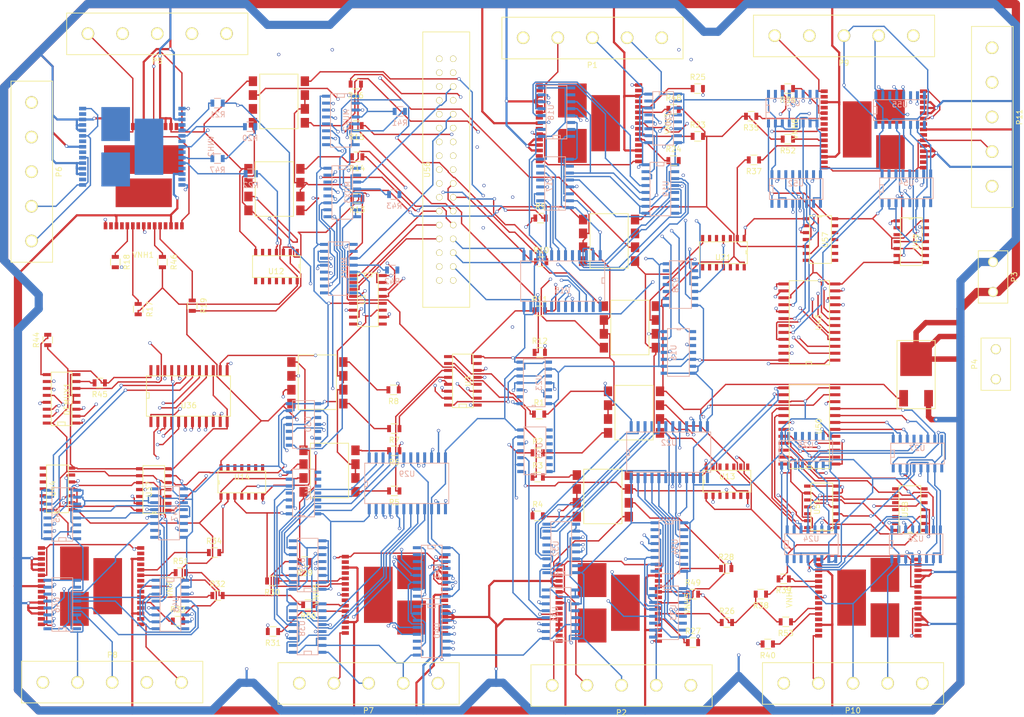
<source format=kicad_pcb>
(kicad_pcb (version 4) (host pcbnew 4.0.2-stable)
  (layers (0 F.Cu signal) (1 In1.Cu signal) (2 In2.Cu signal) (31 B.Cu signal) (34 B.Paste user) (35 F.Paste user) (36 B.SilkS user) (37 F.SilkS user) (38 B.Mask user) (39 F.Mask user hide) (44 Edge.Cuts user))
  (net 0 "")
  (net 1 3.3V)
  (net 2 "Net-(DEMUX1-Pad9)")
  (net 3 GND_3.3V)
  (net 4 "Net-(DEMUX1-Pad7)")
  (net 5 /RST)
  (net 6 /OIL_ss/S2)
  (net 7 /OIL_ss/S1)
  (net 8 /OIL_ss/S0)
  (net 9 /vnh3sp30_motorLinac_ss/n_CNT_RESET)
  (net 10 /vnh3sp30_motorLinac_ss/Q_CNT)
  (net 11 /Q_CNT)
  (net 12 /vnh3sp30_motorLinac_ss/CNT_OVRFLW)
  (net 13 /OVRFLW)
  (net 14 /vnh3sp30_motorLinac_ss/CNT_UDRFLW)
  (net 15 /UDRFLW)
  (net 16 "Net-(P1-Pad1)")
  (net 17 "Net-(P1-Pad2)")
  (net 18 "Net-(P2-Pad1)")
  (net 19 "Net-(P2-Pad2)")
  (net 20 12V)
  (net 21 GND_12V)
  (net 22 "Net-(P5-Pad1)")
  (net 23 "Net-(P5-Pad2)")
  (net 24 Whiper_V++)
  (net 25 Whiper_GND)
  (net 26 "Net-(P6-Pad1)")
  (net 27 "Net-(P6-Pad2)")
  (net 28 "Net-(P7-Pad1)")
  (net 29 "Net-(P7-Pad2)")
  (net 30 "Net-(P8-Pad1)")
  (net 31 "Net-(P8-Pad2)")
  (net 32 /vnh3sp30_motorLinac_ss/QDC)
  (net 33 /vnh3sp30_motorLinac_ss/WPR)
  (net 34 "Net-(P10-Pad1)")
  (net 35 "Net-(P10-Pad2)")
  (net 36 /OIL_ss/MCU_PWM0)
  (net 37 "Net-(R1-Pad2)")
  (net 38 /OIL_ss/MCU_PWM1)
  (net 39 "Net-(R2-Pad2)")
  (net 40 /OIL_ss/MCU_PWM2)
  (net 41 "Net-(R3-Pad2)")
  (net 42 /OIL_ss/MCU_PWM3)
  (net 43 "Net-(R4-Pad2)")
  (net 44 /OIL_ss/MCU_PWM4)
  (net 45 "Net-(R5-Pad2)")
  (net 46 /OIL_ss/MCU_PWM5)
  (net 47 "Net-(R6-Pad2)")
  (net 48 /OIL_ss/MCU_PWM6)
  (net 49 "Net-(R7-Pad2)")
  (net 50 /OIL_ss/MCU_PWM7)
  (net 51 "Net-(R8-Pad2)")
  (net 52 "/OIL_ss/Optoisolation SS/Q_4")
  (net 53 "Net-(R9-Pad2)")
  (net 54 "/OIL_ss/Optoisolation SS/Q_5")
  (net 55 "Net-(R10-Pad2)")
  (net 56 "/OIL_ss/Optoisolation SS/Q_6")
  (net 57 "Net-(R11-Pad2)")
  (net 58 "/OIL_ss/Optoisolation SS/Q_7")
  (net 59 "Net-(R12-Pad2)")
  (net 60 "/OIL_ss/Optoisolation SS/Q_0")
  (net 61 "Net-(R13-Pad2)")
  (net 62 "/OIL_ss/Optoisolation SS/Q_1")
  (net 63 "Net-(R14-Pad2)")
  (net 64 "/OIL_ss/Optoisolation SS/Q_2")
  (net 65 "Net-(R15-Pad2)")
  (net 66 "/OIL_ss/Optoisolation SS/Q_3")
  (net 67 "Net-(R16-Pad2)")
  (net 68 "Net-(R17-Pad1)")
  (net 69 NOISE_5V)
  (net 70 "Net-(R18-Pad1)")
  (net 71 "Net-(R19-Pad1)")
  (net 72 "Net-(R20-Pad1)")
  (net 73 "Net-(R21-Pad1)")
  (net 74 "Net-(R22-Pad1)")
  (net 75 "Net-(R23-Pad1)")
  (net 76 "Net-(R24-Pad1)")
  (net 77 "Net-(R25-Pad1)")
  (net 78 "Net-(R26-Pad1)")
  (net 79 "Net-(R27-Pad1)")
  (net 80 "Net-(R28-Pad1)")
  (net 81 "Net-(R29-Pad1)")
  (net 82 "Net-(R30-Pad1)")
  (net 83 "Net-(R31-Pad1)")
  (net 84 "Net-(R32-Pad1)")
  (net 85 "Net-(R33-Pad1)")
  (net 86 "Net-(R34-Pad1)")
  (net 87 "Net-(R35-Pad1)")
  (net 88 "Net-(R36-Pad1)")
  (net 89 /vnh3sp30_motorLinac_ss/DIR)
  (net 90 "Net-(R37-Pad1)")
  (net 91 /vnh3sp30_motorLinac_ss/n_DIR)
  (net 92 "Net-(R38-Pad1)")
  (net 93 "Net-(R39-Pad1)")
  (net 94 "Net-(R40-Pad1)")
  (net 95 /n_ADC_CS)
  (net 96 /MCU_FS)
  (net 97 /n_ADC_CSTART)
  (net 98 "Net-(U1-Pad9)")
  (net 99 /EOC_MCU)
  (net 100 /MCU_SCLK)
  (net 101 /MCU_SDO)
  (net 102 /MCU_SDI)
  (net 103 /OIL_ss/EN)
  (net 104 /OIL_ss/D)
  (net 105 /OIL_ss/CLR)
  (net 106 /vnh3sp30_motorLinac_ss/PWM)
  (net 107 "Net-(U13-Pad5)")
  (net 108 "Net-(U13-Pad6)")
  (net 109 "Net-(U13-Pad8)")
  (net 110 "Net-(U13-Pad9)")
  (net 111 "Net-(U13-Pad11)")
  (net 112 "Net-(U13-Pad12)")
  (net 113 "Net-(U13-Pad13)")
  (net 114 "Net-(U13-Pad10)")
  (net 115 "Net-(U17-Pad13)")
  (net 116 "Net-(U17-Pad12)")
  (net 117 "Net-(U18-Pad13)")
  (net 118 "Net-(U18-Pad12)")
  (net 119 "Net-(U24-Pad13)")
  (net 120 "Net-(U24-Pad12)")
  (net 121 "Net-(U25-Pad13)")
  (net 122 "Net-(U25-Pad12)")
  (net 123 "Net-(U31-Pad13)")
  (net 124 "Net-(U31-Pad12)")
  (net 125 "Net-(U32-Pad13)")
  (net 126 "Net-(U32-Pad12)")
  (net 127 "Net-(U38-Pad13)")
  (net 128 "Net-(U38-Pad12)")
  (net 129 "Net-(U39-Pad13)")
  (net 130 "Net-(U39-Pad12)")
  (net 131 "Net-(U45-Pad13)")
  (net 132 "Net-(U45-Pad12)")
  (net 133 "Net-(U46-Pad13)")
  (net 134 "Net-(U46-Pad12)")
  (net 135 "/vnh3sp30_motorLinac_ss/16-bit UD Counter/Counter-16b/Q8")
  (net 136 "/vnh3sp30_motorLinac_ss/16-bit UD Counter/Counter-16b/Q9")
  (net 137 "/vnh3sp30_motorLinac_ss/16-bit UD Counter/Counter-16b/Q10")
  (net 138 "/vnh3sp30_motorLinac_ss/16-bit UD Counter/Counter-16b/Q11")
  (net 139 "/vnh3sp30_motorLinac_ss/16-bit UD Counter/Counter-16b/Q12")
  (net 140 "/vnh3sp30_motorLinac_ss/16-bit UD Counter/Counter-16b/Q13")
  (net 141 "/vnh3sp30_motorLinac_ss/16-bit UD Counter/Counter-16b/Q14")
  (net 142 "/vnh3sp30_motorLinac_ss/16-bit UD Counter/Counter-16b/Q15")
  (net 143 "/vnh3sp30_motorLinac_ss/16-bit UD Counter/Counter-16b/Q7")
  (net 144 "/vnh3sp30_motorLinac_ss/16-bit UD Counter/Counter-16b/Q6")
  (net 145 "/vnh3sp30_motorLinac_ss/16-bit UD Counter/Counter-16b/Q5")
  (net 146 "/vnh3sp30_motorLinac_ss/16-bit UD Counter/Counter-16b/Q4")
  (net 147 "/vnh3sp30_motorLinac_ss/16-bit UD Counter/Counter-16b/Q3")
  (net 148 "/vnh3sp30_motorLinac_ss/16-bit UD Counter/Counter-16b/Q2")
  (net 149 "/vnh3sp30_motorLinac_ss/16-bit UD Counter/Counter-16b/Q1")
  (net 150 "/vnh3sp30_motorLinac_ss/16-bit UD Counter/Counter-16b/Q0")
  (net 151 "Net-(U52-Pad13)")
  (net 152 "Net-(U52-Pad12)")
  (net 153 "/vnh3sp30_motorLinac_ss/16-bit UD Counter/CNT_UP")
  (net 154 "/vnh3sp30_motorLinac_ss/16-bit UD Counter/CNT_DWN")
  (net 155 "Net-(U53-Pad13)")
  (net 156 "Net-(U53-Pad12)")
  (net 157 "/vnh3sp30_motorLinac_ss/16-bit UD Counter/Counter-16b/n_TCU_1")
  (net 158 "/vnh3sp30_motorLinac_ss/16-bit UD Counter/Counter-16b/n_TCD_1")
  (net 159 "/vnh3sp30_motorLinac_ss/16-bit UD Counter/Counter-16b/n_UDRFLW")
  (net 160 "/vnh3sp30_motorLinac_ss/16-bit UD Counter/Counter-16b/n_OVRFLW")
  (net 161 "Net-(U16-Pad2)")
  (net 162 "Net-(U16-Pad12)")
  (net 163 "Net-(U23-Pad2)")
  (net 164 "Net-(U23-Pad12)")
  (net 165 "Net-(U30-Pad2)")
  (net 166 "Net-(U30-Pad12)")
  (net 167 "Net-(U37-Pad2)")
  (net 168 "Net-(U37-Pad12)")
  (net 169 "Net-(U49-Pad2)")
  (net 170 "Net-(U51-Pad2)")
  (net 171 "Net-(U51-Pad12)")
  (net 172 "Net-(U49-Pad12)")
  (net 173 "/VNH3SP30 Motor SS 1/n_CNT_RESET")
  (net 174 "/VNH3SP30 Motor SS 2/n_CNT_RESET")
  (net 175 "/VNH3SP30 Motor SS 3/n_CNT_RESET")
  (net 176 "/VNH3SP30 Motor SS 4/n_CNT_RESET")
  (net 177 "/VNH3SP30 Motor SS 5/n_CNT_RESET")
  (net 178 "/VNH3SP30 Motor SS 1/Q_CNT")
  (net 179 "/VNH3SP30 Motor SS 3/Q_CNT")
  (net 180 "/VNH3SP30 Motor SS 5/Q_CNT")
  (net 181 "/VNH3SP30 Motor SS 4/Q_CNT")
  (net 182 "/VNH3SP30 Motor SS 2/Q_CNT")
  (net 183 "/VNH3SP30 Motor SS 1/CNT_OVRFLW")
  (net 184 "/VNH3SP30 Motor SS 3/CNT_OVRFLW")
  (net 185 "/VNH3SP30 Motor SS 5/CNT_OVRFLW")
  (net 186 "/VNH3SP30 Motor SS 4/CNT_OVRFLW")
  (net 187 "/VNH3SP30 Motor SS 2/CNT_OVRFLW")
  (net 188 "/VNH3SP30 Motor SS 1/CNT_UDRFLW")
  (net 189 "/VNH3SP30 Motor SS 3/CNT_UDRFLW")
  (net 190 "/VNH3SP30 Motor SS 5/CNT_UDRFLW")
  (net 191 "/VNH3SP30 Motor SS 4/CNT_UDRFLW")
  (net 192 "/VNH3SP30 Motor SS 2/CNT_UDRFLW")
  (net 193 "/VNH3SP30 Motor SS 1/QDC")
  (net 194 "/VNH3SP30 Motor SS 3/QDC")
  (net 195 "/VNH3SP30 SS 1/WPR")
  (net 196 "/VNH3SP30 SS 2/WPR")
  (net 197 "/VNH3SP30 Motor SS 5/QDC")
  (net 198 "/VNH3SP30 Motor SS 4/QDC")
  (net 199 "/VNH3SP30 Motor SS 2/QDC")
  (net 200 "/VNH3SP30 SS 1/DIR")
  (net 201 "/VNH3SP30 SS 1/n_DIR")
  (net 202 "/VNH3SP30 SS 2/DIR")
  (net 203 "/VNH3SP30 SS 2/n_DIR")
  (net 204 "/VNH3SP30 Motor SS 1/DIR")
  (net 205 "/VNH3SP30 Motor SS 1/n_DIR")
  (net 206 "/VNH3SP30 Motor SS 3/DIR")
  (net 207 "/VNH3SP30 Motor SS 3/n_DIR")
  (net 208 "/VNH3SP30 Motor SS 5/DIR")
  (net 209 "/VNH3SP30 Motor SS 5/n_DIR")
  (net 210 "/VNH3SP30 Motor SS 4/DIR")
  (net 211 "/VNH3SP30 Motor SS 4/n_DIR")
  (net 212 "/VNH3SP30 Motor SS 2/DIR")
  (net 213 "/VNH3SP30 Motor SS 2/n_DIR")
  (net 214 "/VNH3SP30 SS 2/PWM")
  (net 215 "/VNH3SP30 SS 1/PWM")
  (net 216 "/VNH3SP30 Motor SS 1/PWM")
  (net 217 "/VNH3SP30 Motor SS 3/PWM")
  (net 218 "/VNH3SP30 Motor SS 2/PWM")
  (net 219 "/VNH3SP30 Motor SS 5/PWM")
  (net 220 "/VNH3SP30 Motor SS 4/PWM")
  (net 221 "/VNH3SP30 Motor SS 1/16-bit UD Counter/CNT_DWN")
  (net 222 "/VNH3SP30 Motor SS 1/16-bit UD Counter/CNT_UP")
  (net 223 "/VNH3SP30 Motor SS 1/16-bit UD Counter/Counter-16b/Q8")
  (net 224 "/VNH3SP30 Motor SS 1/16-bit UD Counter/Counter-16b/Q9")
  (net 225 "/VNH3SP30 Motor SS 1/16-bit UD Counter/Counter-16b/Q10")
  (net 226 "/VNH3SP30 Motor SS 1/16-bit UD Counter/Counter-16b/Q11")
  (net 227 "/VNH3SP30 Motor SS 1/16-bit UD Counter/Counter-16b/Q12")
  (net 228 "/VNH3SP30 Motor SS 1/16-bit UD Counter/Counter-16b/Q13")
  (net 229 "/VNH3SP30 Motor SS 1/16-bit UD Counter/Counter-16b/Q14")
  (net 230 "/VNH3SP30 Motor SS 1/16-bit UD Counter/Counter-16b/Q15")
  (net 231 "/VNH3SP30 Motor SS 1/CNT_S0")
  (net 232 "/VNH3SP30 Motor SS 1/CNT_S1")
  (net 233 "/VNH3SP30 Motor SS 1/16-bit UD Counter/Counter-16b/Q7")
  (net 234 "/VNH3SP30 Motor SS 1/16-bit UD Counter/Counter-16b/Q6")
  (net 235 "/VNH3SP30 Motor SS 1/16-bit UD Counter/Counter-16b/Q5")
  (net 236 "/VNH3SP30 Motor SS 1/16-bit UD Counter/Counter-16b/Q4")
  (net 237 "/VNH3SP30 Motor SS 1/16-bit UD Counter/Counter-16b/Q3")
  (net 238 "/VNH3SP30 Motor SS 1/16-bit UD Counter/Counter-16b/Q2")
  (net 239 "/VNH3SP30 Motor SS 1/16-bit UD Counter/Counter-16b/Q1")
  (net 240 "/VNH3SP30 Motor SS 1/16-bit UD Counter/Counter-16b/Q0")
  (net 241 "/VNH3SP30 Motor SS 1/CNT_S2")
  (net 242 "/VNH3SP30 Motor SS 1/CNT_S3")
  (net 243 "/VNH3SP30 Motor SS 1/16-bit UD Counter/Counter-16b/n_UDRFLW")
  (net 244 "/VNH3SP30 Motor SS 1/16-bit UD Counter/Counter-16b/n_OVRFLW")
  (net 245 "/VNH3SP30 Motor SS 1/16-bit UD Counter/Counter-16b/n_TCU_1")
  (net 246 "/VNH3SP30 Motor SS 1/16-bit UD Counter/Counter-16b/n_TCD_1")
  (net 247 "/VNH3SP30 Motor SS 2/16-bit UD Counter/CNT_DWN")
  (net 248 "/VNH3SP30 Motor SS 2/16-bit UD Counter/CNT_UP")
  (net 249 "/VNH3SP30 Motor SS 3/16-bit UD Counter/Counter-16b/Q8")
  (net 250 "/VNH3SP30 Motor SS 3/16-bit UD Counter/Counter-16b/Q9")
  (net 251 "/VNH3SP30 Motor SS 3/16-bit UD Counter/Counter-16b/Q10")
  (net 252 "/VNH3SP30 Motor SS 3/16-bit UD Counter/Counter-16b/Q11")
  (net 253 "/VNH3SP30 Motor SS 3/16-bit UD Counter/Counter-16b/Q12")
  (net 254 "/VNH3SP30 Motor SS 3/16-bit UD Counter/Counter-16b/Q13")
  (net 255 "/VNH3SP30 Motor SS 3/16-bit UD Counter/Counter-16b/Q14")
  (net 256 "/VNH3SP30 Motor SS 3/16-bit UD Counter/Counter-16b/Q15")
  (net 257 "/VNH3SP30 Motor SS 3/16-bit UD Counter/Counter-16b/Q7")
  (net 258 "/VNH3SP30 Motor SS 3/16-bit UD Counter/Counter-16b/Q6")
  (net 259 "/VNH3SP30 Motor SS 3/16-bit UD Counter/Counter-16b/Q5")
  (net 260 "/VNH3SP30 Motor SS 3/16-bit UD Counter/Counter-16b/Q4")
  (net 261 "/VNH3SP30 Motor SS 3/16-bit UD Counter/Counter-16b/Q3")
  (net 262 "/VNH3SP30 Motor SS 3/16-bit UD Counter/Counter-16b/Q2")
  (net 263 "/VNH3SP30 Motor SS 3/16-bit UD Counter/Counter-16b/Q1")
  (net 264 "/VNH3SP30 Motor SS 3/16-bit UD Counter/Counter-16b/Q0")
  (net 265 "/VNH3SP30 Motor SS 3/16-bit UD Counter/Counter-16b/n_UDRFLW")
  (net 266 "/VNH3SP30 Motor SS 3/16-bit UD Counter/Counter-16b/n_OVRFLW")
  (net 267 "/VNH3SP30 Motor SS 2/16-bit UD Counter/Counter-16b/Q3")
  (net 268 "/VNH3SP30 Motor SS 2/16-bit UD Counter/Counter-16b/Q2")
  (net 269 "/VNH3SP30 Motor SS 2/16-bit UD Counter/Counter-16b/Q0")
  (net 270 "/VNH3SP30 Motor SS 2/16-bit UD Counter/Counter-16b/Q1")
  (net 271 "/VNH3SP30 Motor SS 2/16-bit UD Counter/Counter-16b/Q11")
  (net 272 "/VNH3SP30 Motor SS 2/16-bit UD Counter/Counter-16b/Q10")
  (net 273 "/VNH3SP30 Motor SS 2/16-bit UD Counter/Counter-16b/n_TCU_1")
  (net 274 "/VNH3SP30 Motor SS 2/16-bit UD Counter/Counter-16b/n_TCD_1")
  (net 275 "/VNH3SP30 Motor SS 2/16-bit UD Counter/Counter-16b/Q8")
  (net 276 "/VNH3SP30 Motor SS 2/16-bit UD Counter/Counter-16b/Q9")
  (net 277 "/VNH3SP30 Motor SS 2/16-bit UD Counter/Counter-16b/Q7")
  (net 278 "/VNH3SP30 Motor SS 2/16-bit UD Counter/Counter-16b/Q6")
  (net 279 "/VNH3SP30 Motor SS 2/16-bit UD Counter/Counter-16b/Q4")
  (net 280 "/VNH3SP30 Motor SS 2/16-bit UD Counter/Counter-16b/Q5")
  (net 281 "/VNH3SP30 Motor SS 2/16-bit UD Counter/Counter-16b/n_UDRFLW")
  (net 282 "/VNH3SP30 Motor SS 2/16-bit UD Counter/Counter-16b/n_OVRFLW")
  (net 283 "/VNH3SP30 Motor SS 2/16-bit UD Counter/Counter-16b/Q15")
  (net 284 "/VNH3SP30 Motor SS 2/16-bit UD Counter/Counter-16b/Q14")
  (net 285 "/VNH3SP30 Motor SS 2/16-bit UD Counter/Counter-16b/Q12")
  (net 286 "/VNH3SP30 Motor SS 2/16-bit UD Counter/Counter-16b/Q13")
  (net 287 "/VNH3SP30 Motor SS 3/16-bit UD Counter/CNT_DWN")
  (net 288 "/VNH3SP30 Motor SS 3/16-bit UD Counter/CNT_UP")
  (net 289 "/VNH3SP30 Motor SS 5/16-bit UD Counter/Counter-16b/Q8")
  (net 290 "/VNH3SP30 Motor SS 5/16-bit UD Counter/Counter-16b/Q9")
  (net 291 "/VNH3SP30 Motor SS 5/16-bit UD Counter/Counter-16b/Q10")
  (net 292 "/VNH3SP30 Motor SS 5/16-bit UD Counter/Counter-16b/Q11")
  (net 293 "/VNH3SP30 Motor SS 5/16-bit UD Counter/Counter-16b/Q12")
  (net 294 "/VNH3SP30 Motor SS 5/16-bit UD Counter/Counter-16b/Q13")
  (net 295 "/VNH3SP30 Motor SS 5/16-bit UD Counter/Counter-16b/Q14")
  (net 296 "/VNH3SP30 Motor SS 5/16-bit UD Counter/Counter-16b/Q15")
  (net 297 "/VNH3SP30 Motor SS 5/16-bit UD Counter/Counter-16b/Q7")
  (net 298 "/VNH3SP30 Motor SS 5/16-bit UD Counter/Counter-16b/Q6")
  (net 299 "/VNH3SP30 Motor SS 5/16-bit UD Counter/Counter-16b/Q5")
  (net 300 "/VNH3SP30 Motor SS 5/16-bit UD Counter/Counter-16b/Q4")
  (net 301 "/VNH3SP30 Motor SS 5/16-bit UD Counter/Counter-16b/Q3")
  (net 302 "/VNH3SP30 Motor SS 5/16-bit UD Counter/Counter-16b/Q2")
  (net 303 "/VNH3SP30 Motor SS 5/16-bit UD Counter/Counter-16b/Q1")
  (net 304 "/VNH3SP30 Motor SS 5/16-bit UD Counter/Counter-16b/Q0")
  (net 305 "/VNH3SP30 Motor SS 5/16-bit UD Counter/Counter-16b/n_UDRFLW")
  (net 306 "/VNH3SP30 Motor SS 5/16-bit UD Counter/Counter-16b/n_OVRFLW")
  (net 307 "/VNH3SP30 Motor SS 3/16-bit UD Counter/Counter-16b/n_TCU_1")
  (net 308 "/VNH3SP30 Motor SS 3/16-bit UD Counter/Counter-16b/n_TCD_1")
  (net 309 "/VNH3SP30 Motor SS 5/16-bit UD Counter/CNT_DWN")
  (net 310 "/VNH3SP30 Motor SS 5/16-bit UD Counter/CNT_UP")
  (net 311 "/VNH3SP30 Motor SS 4/16-bit UD Counter/Counter-16b/Q8")
  (net 312 "/VNH3SP30 Motor SS 4/16-bit UD Counter/Counter-16b/Q9")
  (net 313 "/VNH3SP30 Motor SS 4/16-bit UD Counter/Counter-16b/Q10")
  (net 314 "/VNH3SP30 Motor SS 4/16-bit UD Counter/Counter-16b/Q11")
  (net 315 "/VNH3SP30 Motor SS 4/16-bit UD Counter/Counter-16b/Q12")
  (net 316 "/VNH3SP30 Motor SS 4/16-bit UD Counter/Counter-16b/Q13")
  (net 317 "/VNH3SP30 Motor SS 4/16-bit UD Counter/Counter-16b/Q14")
  (net 318 "/VNH3SP30 Motor SS 4/16-bit UD Counter/Counter-16b/Q15")
  (net 319 "/VNH3SP30 Motor SS 4/16-bit UD Counter/Counter-16b/Q7")
  (net 320 "/VNH3SP30 Motor SS 4/16-bit UD Counter/Counter-16b/Q6")
  (net 321 "/VNH3SP30 Motor SS 4/16-bit UD Counter/Counter-16b/Q5")
  (net 322 "/VNH3SP30 Motor SS 4/16-bit UD Counter/Counter-16b/Q4")
  (net 323 "/VNH3SP30 Motor SS 4/16-bit UD Counter/Counter-16b/Q3")
  (net 324 "/VNH3SP30 Motor SS 4/16-bit UD Counter/Counter-16b/Q2")
  (net 325 "/VNH3SP30 Motor SS 4/16-bit UD Counter/Counter-16b/Q1")
  (net 326 "/VNH3SP30 Motor SS 4/16-bit UD Counter/Counter-16b/Q0")
  (net 327 "/VNH3SP30 Motor SS 4/16-bit UD Counter/Counter-16b/n_UDRFLW")
  (net 328 "/VNH3SP30 Motor SS 4/16-bit UD Counter/Counter-16b/n_OVRFLW")
  (net 329 "/VNH3SP30 Motor SS 5/16-bit UD Counter/Counter-16b/n_TCU_1")
  (net 330 "/VNH3SP30 Motor SS 5/16-bit UD Counter/Counter-16b/n_TCD_1")
  (net 331 "/VNH3SP30 Motor SS 4/16-bit UD Counter/CNT_DWN")
  (net 332 "/VNH3SP30 Motor SS 4/16-bit UD Counter/CNT_UP")
  (net 333 "/VNH3SP30 Motor SS 4/16-bit UD Counter/Counter-16b/n_TCU_1")
  (net 334 "/VNH3SP30 Motor SS 4/16-bit UD Counter/Counter-16b/n_TCD_1")
  (net 335 "Net-(U12-Pad5)")
  (net 336 "Net-(U12-Pad6)")
  (net 337 "Net-(U12-Pad8)")
  (net 338 "Net-(U12-Pad9)")
  (net 339 "Net-(U12-Pad11)")
  (net 340 "Net-(U12-Pad12)")
  (net 341 "Net-(U12-Pad13)")
  (net 342 "Net-(U12-Pad10)")
  (net 343 "Net-(U14-Pad5)")
  (net 344 "Net-(U14-Pad6)")
  (net 345 "Net-(U14-Pad8)")
  (net 346 "Net-(U21-Pad5)")
  (net 347 "Net-(U21-Pad6)")
  (net 348 "Net-(U21-Pad8)")
  (net 349 "Net-(U28-Pad8)")
  (net 350 "Net-(U35-Pad8)")
  (net 351 "Net-(U42-Pad8)")
  (net 352 "Net-(U44-Pad8)")
  (net 353 "Net-(U57-Pad8)")
  (net 354 "Net-(U57-Pad9)")
  (net 355 "Net-(U57-Pad11)")
  (net 356 "Net-(U57-Pad12)")
  (net 357 "Net-(U57-Pad13)")
  (net 358 "Net-(U57-Pad10)")
  (net 359 "Net-(U58-Pad8)")
  (net 360 "Net-(U58-Pad9)")
  (net 361 "Net-(U58-Pad11)")
  (net 362 "Net-(U58-Pad12)")
  (net 363 "Net-(U58-Pad13)")
  (net 364 "Net-(U58-Pad10)")
  (net 365 "Net-(U14-Pad9)")
  (net 366 "Net-(U14-Pad11)")
  (net 367 "Net-(U14-Pad12)")
  (net 368 "Net-(U14-Pad13)")
  (net 369 "Net-(U14-Pad10)")
  (net 370 "Net-(U21-Pad9)")
  (net 371 "Net-(U21-Pad11)")
  (net 372 "Net-(U21-Pad12)")
  (net 373 "Net-(U21-Pad13)")
  (net 374 "Net-(U21-Pad10)")
  (net 375 "Net-(U28-Pad9)")
  (net 376 "Net-(U28-Pad11)")
  (net 377 "Net-(U28-Pad12)")
  (net 378 "Net-(U28-Pad13)")
  (net 379 "Net-(U28-Pad10)")
  (net 380 "Net-(U35-Pad9)")
  (net 381 "Net-(U35-Pad11)")
  (net 382 "Net-(U35-Pad12)")
  (net 383 "Net-(U35-Pad13)")
  (net 384 "Net-(U35-Pad10)")
  (net 385 "Net-(U42-Pad9)")
  (net 386 "Net-(U42-Pad11)")
  (net 387 "Net-(U42-Pad12)")
  (net 388 "Net-(U42-Pad13)")
  (net 389 "Net-(U42-Pad10)")
  (net 390 "Net-(U44-Pad9)")
  (net 391 "Net-(U44-Pad11)")
  (net 392 "Net-(U44-Pad12)")
  (net 393 "Net-(U44-Pad13)")
  (net 394 "Net-(U44-Pad10)")
  (net 395 "Net-(MUX1-Pad2)")
  (net 396 "Net-(MUX1-Pad7)")
  (net 397 "Net-(MUX2-Pad2)")
  (net 398 "Net-(MUX3-Pad2)")
  (net 399 "Net-(P11-Pad1)")
  (net 400 "Net-(P11-Pad2)")
  (net 401 "Net-(R42-Pad2)")
  (net 402 "Net-(R43-Pad2)")
  (net 403 "Net-(R46-Pad1)")
  (net 404 "Net-(R47-Pad1)")
  (net 405 "Net-(R48-Pad1)")
  (net 406 "Net-(R49-Pad1)")
  (net 407 "Net-(R50-Pad1)")
  (net 408 "Net-(R51-Pad1)")
  (net 409 "Net-(R52-Pad1)")
  (net 410 "Net-(R53-Pad1)")
  (module ArmFootprints:VNH3SP30TR-E (layer F.Cu) (at 177.165 48.387 270)
    (fp_text reference VNH8 (at -0.1 14.45 270) (layer F.SilkS))
    (fp_text value VNH3SP30)
    (pad 32 smd rect (at 4.165 -3.05 270) (size 6.23 5.25) (layers F.Cu F.Paste F.Mask))
    (pad 31 smd rect (at -4.165 -3.05 270) (size 6.23 5.25) (layers F.Cu F.Paste F.Mask))
    (pad 33 smd rect (at 0 3.05 270) (size 10.3 5.25) (layers F.Cu F.Paste F.Mask))
    (pad 1 smd rect (at -7 9.1 270) (size 0.665 1.3) (layers F.Cu F.Paste F.Mask) (net 399 "Net-(P11-Pad1)"))
    (pad 2 smd rect (at -6 9.1 270) (size 0.665 1.3) (layers F.Cu F.Paste F.Mask))
    (pad 3 smd rect (at -5 9.1 270) (size 0.665 1.3) (layers F.Cu F.Paste F.Mask) (net 20 12V))
    (pad 4 smd rect (at -4 9.1 270) (size 0.665 1.3) (layers F.Cu F.Paste F.Mask))
    (pad 5 smd rect (at -3 9.1 270) (size 0.665 1.3) (layers F.Cu F.Paste F.Mask) (net 88 "Net-(R36-Pad1)"))
    (pad 6 smd rect (at -2 9.1 270) (size 0.665 1.3) (layers F.Cu F.Paste F.Mask) (net 87 "Net-(R35-Pad1)"))
    (pad 7 smd rect (at -1 9.1 270) (size 0.665 1.3) (layers F.Cu F.Paste F.Mask))
    (pad 8 smd rect (at 0 9.1 270) (size 0.665 1.3) (layers F.Cu F.Paste F.Mask) (net 106 /vnh3sp30_motorLinac_ss/PWM))
    (pad 9 smd rect (at 1 9.1 270) (size 0.665 1.3) (layers F.Cu F.Paste F.Mask))
    (pad 10 smd rect (at 2 9.1 270) (size 0.665 1.3) (layers F.Cu F.Paste F.Mask) (net 409 "Net-(R52-Pad1)"))
    (pad 11 smd rect (at 3 9.1 270) (size 0.665 1.3) (layers F.Cu F.Paste F.Mask) (net 90 "Net-(R37-Pad1)"))
    (pad 12 smd rect (at 4 9.1 270) (size 0.665 1.3) (layers F.Cu F.Paste F.Mask))
    (pad 13 smd rect (at 5 9.1 270) (size 0.665 1.3) (layers F.Cu F.Paste F.Mask) (net 20 12V))
    (pad 14 smd rect (at 6 9.1 270) (size 0.665 1.3) (layers F.Cu F.Paste F.Mask))
    (pad 15 smd rect (at 7 9.1 270) (size 0.665 1.3) (layers F.Cu F.Paste F.Mask) (net 400 "Net-(P11-Pad2)"))
    (pad 16 smd rect (at 7 -9.1 270) (size 0.665 1.3) (layers F.Cu F.Paste F.Mask) (net 400 "Net-(P11-Pad2)"))
    (pad 17 smd rect (at 6 -9.1 270) (size 0.665 1.3) (layers F.Cu F.Paste F.Mask))
    (pad 18 smd rect (at 5 -9.1 270) (size 0.665 1.3) (layers F.Cu F.Paste F.Mask) (net 21 GND_12V))
    (pad 19 smd rect (at 4 -9.1 270) (size 0.665 1.3) (layers F.Cu F.Paste F.Mask) (net 21 GND_12V))
    (pad 20 smd rect (at 3 -9.1 270) (size 0.665 1.3) (layers F.Cu F.Paste F.Mask) (net 21 GND_12V))
    (pad 21 smd rect (at 2 -9.1 270) (size 0.665 1.3) (layers F.Cu F.Paste F.Mask) (net 400 "Net-(P11-Pad2)"))
    (pad 22 smd rect (at 1 -9.1 270) (size 0.665 1.3) (layers F.Cu F.Paste F.Mask))
    (pad 23 smd rect (at 0 -9.1 270) (size 0.665 1.3) (layers F.Cu F.Paste F.Mask) (net 20 12V))
    (pad 24 smd rect (at -1 -9.1 270) (size 0.665 1.3) (layers F.Cu F.Paste F.Mask))
    (pad 25 smd rect (at -2 -9.1 270) (size 0.665 1.3) (layers F.Cu F.Paste F.Mask) (net 399 "Net-(P11-Pad1)"))
    (pad 26 smd rect (at -3 -9.1 270) (size 0.665 1.3) (layers F.Cu F.Paste F.Mask) (net 21 GND_12V))
    (pad 27 smd rect (at -4 -9.1 270) (size 0.665 1.3) (layers F.Cu F.Paste F.Mask) (net 21 GND_12V))
    (pad 28 smd rect (at -5 -9.1 270) (size 0.665 1.3) (layers F.Cu F.Paste F.Mask) (net 21 GND_12V))
    (pad 29 smd rect (at -6 -9.1 270) (size 0.665 1.3) (layers F.Cu F.Paste F.Mask))
    (pad 30 smd rect (at -7 -9.1 270) (size 0.665 1.3) (layers F.Cu F.Paste F.Mask) (net 399 "Net-(P11-Pad1)"))
  )
  (module ArmFootprints:VNH3SP30TR-E (layer F.Cu) (at 33.7185 132.144 90)
    (fp_text reference VNH7 (at -0.1 14.45 90) (layer F.SilkS))
    (fp_text value VNH3SP30)
    (pad 32 smd rect (at 4.165 -3.05 90) (size 6.23 5.25) (layers F.Cu F.Paste F.Mask))
    (pad 31 smd rect (at -4.165 -3.05 90) (size 6.23 5.25) (layers F.Cu F.Paste F.Mask))
    (pad 33 smd rect (at 0 3.05 90) (size 10.3 5.25) (layers F.Cu F.Paste F.Mask))
    (pad 1 smd rect (at -7 9.1 90) (size 0.665 1.3) (layers F.Cu F.Paste F.Mask) (net 30 "Net-(P8-Pad1)"))
    (pad 2 smd rect (at -6 9.1 90) (size 0.665 1.3) (layers F.Cu F.Paste F.Mask))
    (pad 3 smd rect (at -5 9.1 90) (size 0.665 1.3) (layers F.Cu F.Paste F.Mask) (net 20 12V))
    (pad 4 smd rect (at -4 9.1 90) (size 0.665 1.3) (layers F.Cu F.Paste F.Mask))
    (pad 5 smd rect (at -3 9.1 90) (size 0.665 1.3) (layers F.Cu F.Paste F.Mask) (net 85 "Net-(R33-Pad1)"))
    (pad 6 smd rect (at -2 9.1 90) (size 0.665 1.3) (layers F.Cu F.Paste F.Mask) (net 84 "Net-(R32-Pad1)"))
    (pad 7 smd rect (at -1 9.1 90) (size 0.665 1.3) (layers F.Cu F.Paste F.Mask))
    (pad 8 smd rect (at 0 9.1 90) (size 0.665 1.3) (layers F.Cu F.Paste F.Mask) (net 220 "/VNH3SP30 Motor SS 4/PWM"))
    (pad 9 smd rect (at 1 9.1 90) (size 0.665 1.3) (layers F.Cu F.Paste F.Mask))
    (pad 10 smd rect (at 2 9.1 90) (size 0.665 1.3) (layers F.Cu F.Paste F.Mask) (net 408 "Net-(R51-Pad1)"))
    (pad 11 smd rect (at 3 9.1 90) (size 0.665 1.3) (layers F.Cu F.Paste F.Mask) (net 86 "Net-(R34-Pad1)"))
    (pad 12 smd rect (at 4 9.1 90) (size 0.665 1.3) (layers F.Cu F.Paste F.Mask))
    (pad 13 smd rect (at 5 9.1 90) (size 0.665 1.3) (layers F.Cu F.Paste F.Mask) (net 20 12V))
    (pad 14 smd rect (at 6 9.1 90) (size 0.665 1.3) (layers F.Cu F.Paste F.Mask))
    (pad 15 smd rect (at 7 9.1 90) (size 0.665 1.3) (layers F.Cu F.Paste F.Mask) (net 31 "Net-(P8-Pad2)"))
    (pad 16 smd rect (at 7 -9.1 90) (size 0.665 1.3) (layers F.Cu F.Paste F.Mask) (net 31 "Net-(P8-Pad2)"))
    (pad 17 smd rect (at 6 -9.1 90) (size 0.665 1.3) (layers F.Cu F.Paste F.Mask))
    (pad 18 smd rect (at 5 -9.1 90) (size 0.665 1.3) (layers F.Cu F.Paste F.Mask) (net 21 GND_12V))
    (pad 19 smd rect (at 4 -9.1 90) (size 0.665 1.3) (layers F.Cu F.Paste F.Mask) (net 21 GND_12V))
    (pad 20 smd rect (at 3 -9.1 90) (size 0.665 1.3) (layers F.Cu F.Paste F.Mask) (net 21 GND_12V))
    (pad 21 smd rect (at 2 -9.1 90) (size 0.665 1.3) (layers F.Cu F.Paste F.Mask) (net 31 "Net-(P8-Pad2)"))
    (pad 22 smd rect (at 1 -9.1 90) (size 0.665 1.3) (layers F.Cu F.Paste F.Mask))
    (pad 23 smd rect (at 0 -9.1 90) (size 0.665 1.3) (layers F.Cu F.Paste F.Mask) (net 20 12V))
    (pad 24 smd rect (at -1 -9.1 90) (size 0.665 1.3) (layers F.Cu F.Paste F.Mask))
    (pad 25 smd rect (at -2 -9.1 90) (size 0.665 1.3) (layers F.Cu F.Paste F.Mask) (net 30 "Net-(P8-Pad1)"))
    (pad 26 smd rect (at -3 -9.1 90) (size 0.665 1.3) (layers F.Cu F.Paste F.Mask) (net 21 GND_12V))
    (pad 27 smd rect (at -4 -9.1 90) (size 0.665 1.3) (layers F.Cu F.Paste F.Mask) (net 21 GND_12V))
    (pad 28 smd rect (at -5 -9.1 90) (size 0.665 1.3) (layers F.Cu F.Paste F.Mask) (net 21 GND_12V))
    (pad 29 smd rect (at -6 -9.1 90) (size 0.665 1.3) (layers F.Cu F.Paste F.Mask))
    (pad 30 smd rect (at -7 -9.1 90) (size 0.665 1.3) (layers F.Cu F.Paste F.Mask) (net 30 "Net-(P8-Pad1)"))
  )
  (module ArmFootprints:VNH3SP30TR-E (layer F.Cu) (at 89.408 133.731 270)
    (fp_text reference VNH6 (at -0.1 14.45 270) (layer F.SilkS))
    (fp_text value VNH3SP30)
    (pad 32 smd rect (at 4.165 -3.05 270) (size 6.23 5.25) (layers F.Cu F.Paste F.Mask))
    (pad 31 smd rect (at -4.165 -3.05 270) (size 6.23 5.25) (layers F.Cu F.Paste F.Mask))
    (pad 33 smd rect (at 0 3.05 270) (size 10.3 5.25) (layers F.Cu F.Paste F.Mask))
    (pad 1 smd rect (at -7 9.1 270) (size 0.665 1.3) (layers F.Cu F.Paste F.Mask) (net 28 "Net-(P7-Pad1)"))
    (pad 2 smd rect (at -6 9.1 270) (size 0.665 1.3) (layers F.Cu F.Paste F.Mask))
    (pad 3 smd rect (at -5 9.1 270) (size 0.665 1.3) (layers F.Cu F.Paste F.Mask) (net 20 12V))
    (pad 4 smd rect (at -4 9.1 270) (size 0.665 1.3) (layers F.Cu F.Paste F.Mask))
    (pad 5 smd rect (at -3 9.1 270) (size 0.665 1.3) (layers F.Cu F.Paste F.Mask) (net 82 "Net-(R30-Pad1)"))
    (pad 6 smd rect (at -2 9.1 270) (size 0.665 1.3) (layers F.Cu F.Paste F.Mask) (net 81 "Net-(R29-Pad1)"))
    (pad 7 smd rect (at -1 9.1 270) (size 0.665 1.3) (layers F.Cu F.Paste F.Mask))
    (pad 8 smd rect (at 0 9.1 270) (size 0.665 1.3) (layers F.Cu F.Paste F.Mask) (net 219 "/VNH3SP30 Motor SS 5/PWM"))
    (pad 9 smd rect (at 1 9.1 270) (size 0.665 1.3) (layers F.Cu F.Paste F.Mask))
    (pad 10 smd rect (at 2 9.1 270) (size 0.665 1.3) (layers F.Cu F.Paste F.Mask) (net 407 "Net-(R50-Pad1)"))
    (pad 11 smd rect (at 3 9.1 270) (size 0.665 1.3) (layers F.Cu F.Paste F.Mask) (net 83 "Net-(R31-Pad1)"))
    (pad 12 smd rect (at 4 9.1 270) (size 0.665 1.3) (layers F.Cu F.Paste F.Mask))
    (pad 13 smd rect (at 5 9.1 270) (size 0.665 1.3) (layers F.Cu F.Paste F.Mask) (net 20 12V))
    (pad 14 smd rect (at 6 9.1 270) (size 0.665 1.3) (layers F.Cu F.Paste F.Mask))
    (pad 15 smd rect (at 7 9.1 270) (size 0.665 1.3) (layers F.Cu F.Paste F.Mask) (net 29 "Net-(P7-Pad2)"))
    (pad 16 smd rect (at 7 -9.1 270) (size 0.665 1.3) (layers F.Cu F.Paste F.Mask) (net 29 "Net-(P7-Pad2)"))
    (pad 17 smd rect (at 6 -9.1 270) (size 0.665 1.3) (layers F.Cu F.Paste F.Mask))
    (pad 18 smd rect (at 5 -9.1 270) (size 0.665 1.3) (layers F.Cu F.Paste F.Mask) (net 21 GND_12V))
    (pad 19 smd rect (at 4 -9.1 270) (size 0.665 1.3) (layers F.Cu F.Paste F.Mask) (net 21 GND_12V))
    (pad 20 smd rect (at 3 -9.1 270) (size 0.665 1.3) (layers F.Cu F.Paste F.Mask) (net 21 GND_12V))
    (pad 21 smd rect (at 2 -9.1 270) (size 0.665 1.3) (layers F.Cu F.Paste F.Mask) (net 29 "Net-(P7-Pad2)"))
    (pad 22 smd rect (at 1 -9.1 270) (size 0.665 1.3) (layers F.Cu F.Paste F.Mask))
    (pad 23 smd rect (at 0 -9.1 270) (size 0.665 1.3) (layers F.Cu F.Paste F.Mask) (net 20 12V))
    (pad 24 smd rect (at -1 -9.1 270) (size 0.665 1.3) (layers F.Cu F.Paste F.Mask))
    (pad 25 smd rect (at -2 -9.1 270) (size 0.665 1.3) (layers F.Cu F.Paste F.Mask) (net 28 "Net-(P7-Pad1)"))
    (pad 26 smd rect (at -3 -9.1 270) (size 0.665 1.3) (layers F.Cu F.Paste F.Mask) (net 21 GND_12V))
    (pad 27 smd rect (at -4 -9.1 270) (size 0.665 1.3) (layers F.Cu F.Paste F.Mask) (net 21 GND_12V))
    (pad 28 smd rect (at -5 -9.1 270) (size 0.665 1.3) (layers F.Cu F.Paste F.Mask) (net 21 GND_12V))
    (pad 29 smd rect (at -6 -9.1 270) (size 0.665 1.3) (layers F.Cu F.Paste F.Mask))
    (pad 30 smd rect (at -7 -9.1 270) (size 0.665 1.3) (layers F.Cu F.Paste F.Mask) (net 28 "Net-(P7-Pad1)"))
  )
  (module ArmFootprints:VNH3SP30TR-E (layer F.Cu) (at 128.588 135.192 90)
    (fp_text reference VNH5 (at -0.1 14.45 90) (layer F.SilkS))
    (fp_text value VNH3SP30)
    (pad 32 smd rect (at 4.165 -3.05 90) (size 6.23 5.25) (layers F.Cu F.Paste F.Mask))
    (pad 31 smd rect (at -4.165 -3.05 90) (size 6.23 5.25) (layers F.Cu F.Paste F.Mask))
    (pad 33 smd rect (at 0 3.05 90) (size 10.3 5.25) (layers F.Cu F.Paste F.Mask))
    (pad 1 smd rect (at -7 9.1 90) (size 0.665 1.3) (layers F.Cu F.Paste F.Mask) (net 18 "Net-(P2-Pad1)"))
    (pad 2 smd rect (at -6 9.1 90) (size 0.665 1.3) (layers F.Cu F.Paste F.Mask))
    (pad 3 smd rect (at -5 9.1 90) (size 0.665 1.3) (layers F.Cu F.Paste F.Mask) (net 20 12V))
    (pad 4 smd rect (at -4 9.1 90) (size 0.665 1.3) (layers F.Cu F.Paste F.Mask))
    (pad 5 smd rect (at -3 9.1 90) (size 0.665 1.3) (layers F.Cu F.Paste F.Mask) (net 79 "Net-(R27-Pad1)"))
    (pad 6 smd rect (at -2 9.1 90) (size 0.665 1.3) (layers F.Cu F.Paste F.Mask) (net 78 "Net-(R26-Pad1)"))
    (pad 7 smd rect (at -1 9.1 90) (size 0.665 1.3) (layers F.Cu F.Paste F.Mask))
    (pad 8 smd rect (at 0 9.1 90) (size 0.665 1.3) (layers F.Cu F.Paste F.Mask) (net 217 "/VNH3SP30 Motor SS 3/PWM"))
    (pad 9 smd rect (at 1 9.1 90) (size 0.665 1.3) (layers F.Cu F.Paste F.Mask))
    (pad 10 smd rect (at 2 9.1 90) (size 0.665 1.3) (layers F.Cu F.Paste F.Mask) (net 406 "Net-(R49-Pad1)"))
    (pad 11 smd rect (at 3 9.1 90) (size 0.665 1.3) (layers F.Cu F.Paste F.Mask) (net 80 "Net-(R28-Pad1)"))
    (pad 12 smd rect (at 4 9.1 90) (size 0.665 1.3) (layers F.Cu F.Paste F.Mask))
    (pad 13 smd rect (at 5 9.1 90) (size 0.665 1.3) (layers F.Cu F.Paste F.Mask) (net 20 12V))
    (pad 14 smd rect (at 6 9.1 90) (size 0.665 1.3) (layers F.Cu F.Paste F.Mask))
    (pad 15 smd rect (at 7 9.1 90) (size 0.665 1.3) (layers F.Cu F.Paste F.Mask) (net 19 "Net-(P2-Pad2)"))
    (pad 16 smd rect (at 7 -9.1 90) (size 0.665 1.3) (layers F.Cu F.Paste F.Mask) (net 19 "Net-(P2-Pad2)"))
    (pad 17 smd rect (at 6 -9.1 90) (size 0.665 1.3) (layers F.Cu F.Paste F.Mask))
    (pad 18 smd rect (at 5 -9.1 90) (size 0.665 1.3) (layers F.Cu F.Paste F.Mask) (net 21 GND_12V))
    (pad 19 smd rect (at 4 -9.1 90) (size 0.665 1.3) (layers F.Cu F.Paste F.Mask) (net 21 GND_12V))
    (pad 20 smd rect (at 3 -9.1 90) (size 0.665 1.3) (layers F.Cu F.Paste F.Mask) (net 21 GND_12V))
    (pad 21 smd rect (at 2 -9.1 90) (size 0.665 1.3) (layers F.Cu F.Paste F.Mask) (net 19 "Net-(P2-Pad2)"))
    (pad 22 smd rect (at 1 -9.1 90) (size 0.665 1.3) (layers F.Cu F.Paste F.Mask))
    (pad 23 smd rect (at 0 -9.1 90) (size 0.665 1.3) (layers F.Cu F.Paste F.Mask) (net 20 12V))
    (pad 24 smd rect (at -1 -9.1 90) (size 0.665 1.3) (layers F.Cu F.Paste F.Mask))
    (pad 25 smd rect (at -2 -9.1 90) (size 0.665 1.3) (layers F.Cu F.Paste F.Mask) (net 18 "Net-(P2-Pad1)"))
    (pad 26 smd rect (at -3 -9.1 90) (size 0.665 1.3) (layers F.Cu F.Paste F.Mask) (net 21 GND_12V))
    (pad 27 smd rect (at -4 -9.1 90) (size 0.665 1.3) (layers F.Cu F.Paste F.Mask) (net 21 GND_12V))
    (pad 28 smd rect (at -5 -9.1 90) (size 0.665 1.3) (layers F.Cu F.Paste F.Mask) (net 21 GND_12V))
    (pad 29 smd rect (at -6 -9.1 90) (size 0.665 1.3) (layers F.Cu F.Paste F.Mask))
    (pad 30 smd rect (at -7 -9.1 90) (size 0.665 1.3) (layers F.Cu F.Paste F.Mask) (net 18 "Net-(P2-Pad1)"))
  )
  (module ArmFootprints:VNH3SP30TR-E (layer F.Cu) (at 176.149 134.239 270)
    (fp_text reference VNH4 (at -0.1 14.45 270) (layer F.SilkS))
    (fp_text value VNH3SP30)
    (pad 32 smd rect (at 4.165 -3.05 270) (size 6.23 5.25) (layers F.Cu F.Paste F.Mask))
    (pad 31 smd rect (at -4.165 -3.05 270) (size 6.23 5.25) (layers F.Cu F.Paste F.Mask))
    (pad 33 smd rect (at 0 3.05 270) (size 10.3 5.25) (layers F.Cu F.Paste F.Mask))
    (pad 1 smd rect (at -7 9.1 270) (size 0.665 1.3) (layers F.Cu F.Paste F.Mask) (net 34 "Net-(P10-Pad1)"))
    (pad 2 smd rect (at -6 9.1 270) (size 0.665 1.3) (layers F.Cu F.Paste F.Mask))
    (pad 3 smd rect (at -5 9.1 270) (size 0.665 1.3) (layers F.Cu F.Paste F.Mask) (net 20 12V))
    (pad 4 smd rect (at -4 9.1 270) (size 0.665 1.3) (layers F.Cu F.Paste F.Mask))
    (pad 5 smd rect (at -3 9.1 270) (size 0.665 1.3) (layers F.Cu F.Paste F.Mask) (net 93 "Net-(R39-Pad1)"))
    (pad 6 smd rect (at -2 9.1 270) (size 0.665 1.3) (layers F.Cu F.Paste F.Mask) (net 92 "Net-(R38-Pad1)"))
    (pad 7 smd rect (at -1 9.1 270) (size 0.665 1.3) (layers F.Cu F.Paste F.Mask))
    (pad 8 smd rect (at 0 9.1 270) (size 0.665 1.3) (layers F.Cu F.Paste F.Mask) (net 218 "/VNH3SP30 Motor SS 2/PWM"))
    (pad 9 smd rect (at 1 9.1 270) (size 0.665 1.3) (layers F.Cu F.Paste F.Mask))
    (pad 10 smd rect (at 2 9.1 270) (size 0.665 1.3) (layers F.Cu F.Paste F.Mask) (net 410 "Net-(R53-Pad1)"))
    (pad 11 smd rect (at 3 9.1 270) (size 0.665 1.3) (layers F.Cu F.Paste F.Mask) (net 94 "Net-(R40-Pad1)"))
    (pad 12 smd rect (at 4 9.1 270) (size 0.665 1.3) (layers F.Cu F.Paste F.Mask))
    (pad 13 smd rect (at 5 9.1 270) (size 0.665 1.3) (layers F.Cu F.Paste F.Mask) (net 20 12V))
    (pad 14 smd rect (at 6 9.1 270) (size 0.665 1.3) (layers F.Cu F.Paste F.Mask))
    (pad 15 smd rect (at 7 9.1 270) (size 0.665 1.3) (layers F.Cu F.Paste F.Mask) (net 35 "Net-(P10-Pad2)"))
    (pad 16 smd rect (at 7 -9.1 270) (size 0.665 1.3) (layers F.Cu F.Paste F.Mask) (net 35 "Net-(P10-Pad2)"))
    (pad 17 smd rect (at 6 -9.1 270) (size 0.665 1.3) (layers F.Cu F.Paste F.Mask))
    (pad 18 smd rect (at 5 -9.1 270) (size 0.665 1.3) (layers F.Cu F.Paste F.Mask) (net 21 GND_12V))
    (pad 19 smd rect (at 4 -9.1 270) (size 0.665 1.3) (layers F.Cu F.Paste F.Mask) (net 21 GND_12V))
    (pad 20 smd rect (at 3 -9.1 270) (size 0.665 1.3) (layers F.Cu F.Paste F.Mask) (net 21 GND_12V))
    (pad 21 smd rect (at 2 -9.1 270) (size 0.665 1.3) (layers F.Cu F.Paste F.Mask) (net 35 "Net-(P10-Pad2)"))
    (pad 22 smd rect (at 1 -9.1 270) (size 0.665 1.3) (layers F.Cu F.Paste F.Mask))
    (pad 23 smd rect (at 0 -9.1 270) (size 0.665 1.3) (layers F.Cu F.Paste F.Mask) (net 20 12V))
    (pad 24 smd rect (at -1 -9.1 270) (size 0.665 1.3) (layers F.Cu F.Paste F.Mask))
    (pad 25 smd rect (at -2 -9.1 270) (size 0.665 1.3) (layers F.Cu F.Paste F.Mask) (net 34 "Net-(P10-Pad1)"))
    (pad 26 smd rect (at -3 -9.1 270) (size 0.665 1.3) (layers F.Cu F.Paste F.Mask) (net 21 GND_12V))
    (pad 27 smd rect (at -4 -9.1 270) (size 0.665 1.3) (layers F.Cu F.Paste F.Mask) (net 21 GND_12V))
    (pad 28 smd rect (at -5 -9.1 270) (size 0.665 1.3) (layers F.Cu F.Paste F.Mask) (net 21 GND_12V))
    (pad 29 smd rect (at -6 -9.1 270) (size 0.665 1.3) (layers F.Cu F.Paste F.Mask))
    (pad 30 smd rect (at -7 -9.1 270) (size 0.665 1.3) (layers F.Cu F.Paste F.Mask) (net 34 "Net-(P10-Pad1)"))
  )
  (module ArmFootprints:VNH3SP30TR-E (layer F.Cu) (at 124.968 47.244 90)
    (fp_text reference VNH3 (at -0.1 14.45 90) (layer F.SilkS))
    (fp_text value VNH3SP30)
    (pad 32 smd rect (at 4.165 -3.05 90) (size 6.23 5.25) (layers F.Cu F.Paste F.Mask))
    (pad 31 smd rect (at -4.165 -3.05 90) (size 6.23 5.25) (layers F.Cu F.Paste F.Mask))
    (pad 33 smd rect (at 0 3.05 90) (size 10.3 5.25) (layers F.Cu F.Paste F.Mask))
    (pad 1 smd rect (at -7 9.1 90) (size 0.665 1.3) (layers F.Cu F.Paste F.Mask) (net 16 "Net-(P1-Pad1)"))
    (pad 2 smd rect (at -6 9.1 90) (size 0.665 1.3) (layers F.Cu F.Paste F.Mask))
    (pad 3 smd rect (at -5 9.1 90) (size 0.665 1.3) (layers F.Cu F.Paste F.Mask) (net 20 12V))
    (pad 4 smd rect (at -4 9.1 90) (size 0.665 1.3) (layers F.Cu F.Paste F.Mask))
    (pad 5 smd rect (at -3 9.1 90) (size 0.665 1.3) (layers F.Cu F.Paste F.Mask) (net 76 "Net-(R24-Pad1)"))
    (pad 6 smd rect (at -2 9.1 90) (size 0.665 1.3) (layers F.Cu F.Paste F.Mask) (net 75 "Net-(R23-Pad1)"))
    (pad 7 smd rect (at -1 9.1 90) (size 0.665 1.3) (layers F.Cu F.Paste F.Mask))
    (pad 8 smd rect (at 0 9.1 90) (size 0.665 1.3) (layers F.Cu F.Paste F.Mask) (net 216 "/VNH3SP30 Motor SS 1/PWM"))
    (pad 9 smd rect (at 1 9.1 90) (size 0.665 1.3) (layers F.Cu F.Paste F.Mask))
    (pad 10 smd rect (at 2 9.1 90) (size 0.665 1.3) (layers F.Cu F.Paste F.Mask) (net 405 "Net-(R48-Pad1)"))
    (pad 11 smd rect (at 3 9.1 90) (size 0.665 1.3) (layers F.Cu F.Paste F.Mask) (net 77 "Net-(R25-Pad1)"))
    (pad 12 smd rect (at 4 9.1 90) (size 0.665 1.3) (layers F.Cu F.Paste F.Mask))
    (pad 13 smd rect (at 5 9.1 90) (size 0.665 1.3) (layers F.Cu F.Paste F.Mask) (net 20 12V))
    (pad 14 smd rect (at 6 9.1 90) (size 0.665 1.3) (layers F.Cu F.Paste F.Mask))
    (pad 15 smd rect (at 7 9.1 90) (size 0.665 1.3) (layers F.Cu F.Paste F.Mask) (net 17 "Net-(P1-Pad2)"))
    (pad 16 smd rect (at 7 -9.1 90) (size 0.665 1.3) (layers F.Cu F.Paste F.Mask) (net 17 "Net-(P1-Pad2)"))
    (pad 17 smd rect (at 6 -9.1 90) (size 0.665 1.3) (layers F.Cu F.Paste F.Mask))
    (pad 18 smd rect (at 5 -9.1 90) (size 0.665 1.3) (layers F.Cu F.Paste F.Mask) (net 21 GND_12V))
    (pad 19 smd rect (at 4 -9.1 90) (size 0.665 1.3) (layers F.Cu F.Paste F.Mask) (net 21 GND_12V))
    (pad 20 smd rect (at 3 -9.1 90) (size 0.665 1.3) (layers F.Cu F.Paste F.Mask) (net 21 GND_12V))
    (pad 21 smd rect (at 2 -9.1 90) (size 0.665 1.3) (layers F.Cu F.Paste F.Mask) (net 17 "Net-(P1-Pad2)"))
    (pad 22 smd rect (at 1 -9.1 90) (size 0.665 1.3) (layers F.Cu F.Paste F.Mask))
    (pad 23 smd rect (at 0 -9.1 90) (size 0.665 1.3) (layers F.Cu F.Paste F.Mask) (net 20 12V))
    (pad 24 smd rect (at -1 -9.1 90) (size 0.665 1.3) (layers F.Cu F.Paste F.Mask))
    (pad 25 smd rect (at -2 -9.1 90) (size 0.665 1.3) (layers F.Cu F.Paste F.Mask) (net 16 "Net-(P1-Pad1)"))
    (pad 26 smd rect (at -3 -9.1 90) (size 0.665 1.3) (layers F.Cu F.Paste F.Mask) (net 21 GND_12V))
    (pad 27 smd rect (at -4 -9.1 90) (size 0.665 1.3) (layers F.Cu F.Paste F.Mask) (net 21 GND_12V))
    (pad 28 smd rect (at -5 -9.1 90) (size 0.665 1.3) (layers F.Cu F.Paste F.Mask) (net 21 GND_12V))
    (pad 29 smd rect (at -6 -9.1 90) (size 0.665 1.3) (layers F.Cu F.Paste F.Mask))
    (pad 30 smd rect (at -7 -9.1 90) (size 0.665 1.3) (layers F.Cu F.Paste F.Mask) (net 16 "Net-(P1-Pad1)"))
  )
  (module ArmFootprints:VNH3SP30TR-E (layer B.Cu) (at 41.275 51.562 270)
    (fp_text reference VNH2 (at -0.1 -14.45 270) (layer B.SilkS) (effects (justify mirror)))
    (fp_text value VNH3SP30)
    (pad 32 smd rect (at 4.165 3.05 270) (size 6.23 5.25) (layers B.Cu B.Paste B.Mask))
    (pad 31 smd rect (at -4.165 3.05 270) (size 6.23 5.25) (layers B.Cu B.Paste B.Mask))
    (pad 33 smd rect (at 0 -3.05 270) (size 10.3 5.25) (layers B.Cu B.Paste B.Mask))
    (pad 1 smd rect (at -7 -9.1 270) (size 0.665 1.3) (layers B.Cu B.Paste B.Mask) (net 26 "Net-(P6-Pad1)"))
    (pad 2 smd rect (at -6 -9.1 270) (size 0.665 1.3) (layers B.Cu B.Paste B.Mask))
    (pad 3 smd rect (at -5 -9.1 270) (size 0.665 1.3) (layers B.Cu B.Paste B.Mask) (net 20 12V))
    (pad 4 smd rect (at -4 -9.1 270) (size 0.665 1.3) (layers B.Cu B.Paste B.Mask))
    (pad 5 smd rect (at -3 -9.1 270) (size 0.665 1.3) (layers B.Cu B.Paste B.Mask) (net 73 "Net-(R21-Pad1)"))
    (pad 6 smd rect (at -2 -9.1 270) (size 0.665 1.3) (layers B.Cu B.Paste B.Mask) (net 72 "Net-(R20-Pad1)"))
    (pad 7 smd rect (at -1 -9.1 270) (size 0.665 1.3) (layers B.Cu B.Paste B.Mask))
    (pad 8 smd rect (at 0 -9.1 270) (size 0.665 1.3) (layers B.Cu B.Paste B.Mask) (net 214 "/VNH3SP30 SS 2/PWM"))
    (pad 9 smd rect (at 1 -9.1 270) (size 0.665 1.3) (layers B.Cu B.Paste B.Mask))
    (pad 10 smd rect (at 2 -9.1 270) (size 0.665 1.3) (layers B.Cu B.Paste B.Mask) (net 404 "Net-(R47-Pad1)"))
    (pad 11 smd rect (at 3 -9.1 270) (size 0.665 1.3) (layers B.Cu B.Paste B.Mask) (net 74 "Net-(R22-Pad1)"))
    (pad 12 smd rect (at 4 -9.1 270) (size 0.665 1.3) (layers B.Cu B.Paste B.Mask))
    (pad 13 smd rect (at 5 -9.1 270) (size 0.665 1.3) (layers B.Cu B.Paste B.Mask) (net 20 12V))
    (pad 14 smd rect (at 6 -9.1 270) (size 0.665 1.3) (layers B.Cu B.Paste B.Mask))
    (pad 15 smd rect (at 7 -9.1 270) (size 0.665 1.3) (layers B.Cu B.Paste B.Mask) (net 27 "Net-(P6-Pad2)"))
    (pad 16 smd rect (at 7 9.1 270) (size 0.665 1.3) (layers B.Cu B.Paste B.Mask) (net 27 "Net-(P6-Pad2)"))
    (pad 17 smd rect (at 6 9.1 270) (size 0.665 1.3) (layers B.Cu B.Paste B.Mask))
    (pad 18 smd rect (at 5 9.1 270) (size 0.665 1.3) (layers B.Cu B.Paste B.Mask) (net 21 GND_12V))
    (pad 19 smd rect (at 4 9.1 270) (size 0.665 1.3) (layers B.Cu B.Paste B.Mask) (net 21 GND_12V))
    (pad 20 smd rect (at 3 9.1 270) (size 0.665 1.3) (layers B.Cu B.Paste B.Mask) (net 21 GND_12V))
    (pad 21 smd rect (at 2 9.1 270) (size 0.665 1.3) (layers B.Cu B.Paste B.Mask) (net 27 "Net-(P6-Pad2)"))
    (pad 22 smd rect (at 1 9.1 270) (size 0.665 1.3) (layers B.Cu B.Paste B.Mask))
    (pad 23 smd rect (at 0 9.1 270) (size 0.665 1.3) (layers B.Cu B.Paste B.Mask) (net 20 12V))
    (pad 24 smd rect (at -1 9.1 270) (size 0.665 1.3) (layers B.Cu B.Paste B.Mask))
    (pad 25 smd rect (at -2 9.1 270) (size 0.665 1.3) (layers B.Cu B.Paste B.Mask) (net 26 "Net-(P6-Pad1)"))
    (pad 26 smd rect (at -3 9.1 270) (size 0.665 1.3) (layers B.Cu B.Paste B.Mask) (net 21 GND_12V))
    (pad 27 smd rect (at -4 9.1 270) (size 0.665 1.3) (layers B.Cu B.Paste B.Mask) (net 21 GND_12V))
    (pad 28 smd rect (at -5 9.1 270) (size 0.665 1.3) (layers B.Cu B.Paste B.Mask) (net 21 GND_12V))
    (pad 29 smd rect (at -6 9.1 270) (size 0.665 1.3) (layers B.Cu B.Paste B.Mask))
    (pad 30 smd rect (at -7 9.1 270) (size 0.665 1.3) (layers B.Cu B.Paste B.Mask) (net 26 "Net-(P6-Pad1)"))
  )
  (module ArmFootprints:VNH3SP30TR-E (layer F.Cu) (at 43.3705 56.9595)
    (fp_text reference VNH1 (at -0.1 14.45) (layer F.SilkS))
    (fp_text value VNH3SP30)
    (pad 32 smd rect (at 4.165 -3.05) (size 6.23 5.25) (layers F.Cu F.Paste F.Mask))
    (pad 31 smd rect (at -4.165 -3.05) (size 6.23 5.25) (layers F.Cu F.Paste F.Mask))
    (pad 33 smd rect (at 0 3.05) (size 10.3 5.25) (layers F.Cu F.Paste F.Mask))
    (pad 1 smd rect (at -7 9.1) (size 0.665 1.3) (layers F.Cu F.Paste F.Mask) (net 22 "Net-(P5-Pad1)"))
    (pad 2 smd rect (at -6 9.1) (size 0.665 1.3) (layers F.Cu F.Paste F.Mask))
    (pad 3 smd rect (at -5 9.1) (size 0.665 1.3) (layers F.Cu F.Paste F.Mask) (net 20 12V))
    (pad 4 smd rect (at -4 9.1) (size 0.665 1.3) (layers F.Cu F.Paste F.Mask))
    (pad 5 smd rect (at -3 9.1) (size 0.665 1.3) (layers F.Cu F.Paste F.Mask) (net 70 "Net-(R18-Pad1)"))
    (pad 6 smd rect (at -2 9.1) (size 0.665 1.3) (layers F.Cu F.Paste F.Mask) (net 68 "Net-(R17-Pad1)"))
    (pad 7 smd rect (at -1 9.1) (size 0.665 1.3) (layers F.Cu F.Paste F.Mask))
    (pad 8 smd rect (at 0 9.1) (size 0.665 1.3) (layers F.Cu F.Paste F.Mask) (net 215 "/VNH3SP30 SS 1/PWM"))
    (pad 9 smd rect (at 1 9.1) (size 0.665 1.3) (layers F.Cu F.Paste F.Mask))
    (pad 10 smd rect (at 2 9.1) (size 0.665 1.3) (layers F.Cu F.Paste F.Mask) (net 403 "Net-(R46-Pad1)"))
    (pad 11 smd rect (at 3 9.1) (size 0.665 1.3) (layers F.Cu F.Paste F.Mask) (net 71 "Net-(R19-Pad1)"))
    (pad 12 smd rect (at 4 9.1) (size 0.665 1.3) (layers F.Cu F.Paste F.Mask))
    (pad 13 smd rect (at 5 9.1) (size 0.665 1.3) (layers F.Cu F.Paste F.Mask) (net 20 12V))
    (pad 14 smd rect (at 6 9.1) (size 0.665 1.3) (layers F.Cu F.Paste F.Mask))
    (pad 15 smd rect (at 7 9.1) (size 0.665 1.3) (layers F.Cu F.Paste F.Mask) (net 23 "Net-(P5-Pad2)"))
    (pad 16 smd rect (at 7 -9.1) (size 0.665 1.3) (layers F.Cu F.Paste F.Mask) (net 23 "Net-(P5-Pad2)"))
    (pad 17 smd rect (at 6 -9.1) (size 0.665 1.3) (layers F.Cu F.Paste F.Mask))
    (pad 18 smd rect (at 5 -9.1) (size 0.665 1.3) (layers F.Cu F.Paste F.Mask) (net 21 GND_12V))
    (pad 19 smd rect (at 4 -9.1) (size 0.665 1.3) (layers F.Cu F.Paste F.Mask) (net 21 GND_12V))
    (pad 20 smd rect (at 3 -9.1) (size 0.665 1.3) (layers F.Cu F.Paste F.Mask) (net 21 GND_12V))
    (pad 21 smd rect (at 2 -9.1) (size 0.665 1.3) (layers F.Cu F.Paste F.Mask) (net 23 "Net-(P5-Pad2)"))
    (pad 22 smd rect (at 1 -9.1) (size 0.665 1.3) (layers F.Cu F.Paste F.Mask))
    (pad 23 smd rect (at 0 -9.1) (size 0.665 1.3) (layers F.Cu F.Paste F.Mask) (net 20 12V))
    (pad 24 smd rect (at -1 -9.1) (size 0.665 1.3) (layers F.Cu F.Paste F.Mask))
    (pad 25 smd rect (at -2 -9.1) (size 0.665 1.3) (layers F.Cu F.Paste F.Mask) (net 22 "Net-(P5-Pad1)"))
    (pad 26 smd rect (at -3 -9.1) (size 0.665 1.3) (layers F.Cu F.Paste F.Mask) (net 21 GND_12V))
    (pad 27 smd rect (at -4 -9.1) (size 0.665 1.3) (layers F.Cu F.Paste F.Mask) (net 21 GND_12V))
    (pad 28 smd rect (at -5 -9.1) (size 0.665 1.3) (layers F.Cu F.Paste F.Mask) (net 21 GND_12V))
    (pad 29 smd rect (at -6 -9.1) (size 0.665 1.3) (layers F.Cu F.Paste F.Mask))
    (pad 30 smd rect (at -7 -9.1) (size 0.665 1.3) (layers F.Cu F.Paste F.Mask) (net 22 "Net-(P5-Pad1)"))
  )
  (module ArmFootprints:34-pin_2534-6002UB (layer F.Cu) (at 98.806 55.753 180)
    (fp_text reference U56 (at 3.49 -0.01 270) (layer F.SilkS))
    (fp_text value 2534-6002UB_34-pin_header)
    (pad 1 thru_hole circle (at -1.27 -20.32 180) (size 1.157 1.157) (drill 0.89) (layers *.Cu *.Mask F.SilkS) (net 231 "/VNH3SP30 Motor SS 1/CNT_S0"))
    (pad 2 thru_hole circle (at 1.27 -20.32 180) (size 1.157 1.157) (drill 0.89) (layers *.Cu *.Mask F.SilkS) (net 103 /OIL_ss/EN))
    (pad 3 thru_hole circle (at -1.27 -17.78 180) (size 1.157 1.157) (drill 0.89) (layers *.Cu *.Mask F.SilkS) (net 232 "/VNH3SP30 Motor SS 1/CNT_S1"))
    (pad 4 thru_hole circle (at 1.27 -17.78 180) (size 1.157 1.157) (drill 0.89) (layers *.Cu *.Mask F.SilkS) (net 104 /OIL_ss/D))
    (pad 5 thru_hole circle (at -1.27 -15.24 180) (size 1.157 1.157) (drill 0.89) (layers *.Cu *.Mask F.SilkS) (net 241 "/VNH3SP30 Motor SS 1/CNT_S2"))
    (pad 6 thru_hole circle (at 1.27 -15.24 180) (size 1.157 1.157) (drill 0.89) (layers *.Cu *.Mask F.SilkS) (net 105 /OIL_ss/CLR))
    (pad 7 thru_hole circle (at -1.27 -12.7 180) (size 1.157 1.157) (drill 0.89) (layers *.Cu *.Mask F.SilkS) (net 242 "/VNH3SP30 Motor SS 1/CNT_S3"))
    (pad 8 thru_hole circle (at 1.27 -12.7 180) (size 1.157 1.157) (drill 0.89) (layers *.Cu *.Mask F.SilkS) (net 100 /MCU_SCLK))
    (pad 9 thru_hole circle (at -1.27 -10.16 180) (size 1.157 1.157) (drill 0.89) (layers *.Cu *.Mask F.SilkS) (net 36 /OIL_ss/MCU_PWM0))
    (pad 10 thru_hole circle (at 1.27 -10.16 180) (size 1.157 1.157) (drill 0.89) (layers *.Cu *.Mask F.SilkS) (net 101 /MCU_SDO))
    (pad 11 thru_hole circle (at -1.27 -7.62 180) (size 1.157 1.157) (drill 0.89) (layers *.Cu *.Mask F.SilkS) (net 38 /OIL_ss/MCU_PWM1))
    (pad 12 thru_hole circle (at 1.27 -7.62 180) (size 1.157 1.157) (drill 0.89) (layers *.Cu *.Mask F.SilkS) (net 102 /MCU_SDI))
    (pad 13 thru_hole circle (at -1.27 -5.08 180) (size 1.157 1.157) (drill 0.89) (layers *.Cu *.Mask F.SilkS) (net 40 /OIL_ss/MCU_PWM2))
    (pad 14 thru_hole circle (at 1.27 -5.08 180) (size 1.157 1.157) (drill 0.89) (layers *.Cu *.Mask F.SilkS) (net 96 /MCU_FS))
    (pad 15 thru_hole circle (at -1.27 -2.54 180) (size 1.157 1.157) (drill 0.89) (layers *.Cu *.Mask F.SilkS) (net 42 /OIL_ss/MCU_PWM3))
    (pad 16 thru_hole circle (at 1.27 -2.54 180) (size 1.157 1.157) (drill 0.89) (layers *.Cu *.Mask F.SilkS) (net 8 /OIL_ss/S0))
    (pad 17 thru_hole circle (at -1.27 0 180) (size 1.157 1.157) (drill 0.89) (layers *.Cu *.Mask F.SilkS) (net 44 /OIL_ss/MCU_PWM4))
    (pad 18 thru_hole circle (at 1.27 0 180) (size 1.157 1.157) (drill 0.89) (layers *.Cu *.Mask F.SilkS) (net 7 /OIL_ss/S1))
    (pad 19 thru_hole circle (at -1.27 2.54 180) (size 1.157 1.157) (drill 0.89) (layers *.Cu *.Mask F.SilkS) (net 46 /OIL_ss/MCU_PWM5))
    (pad 20 thru_hole circle (at 1.27 2.54 180) (size 1.157 1.157) (drill 0.89) (layers *.Cu *.Mask F.SilkS) (net 6 /OIL_ss/S2))
    (pad 21 thru_hole circle (at -1.27 5.08 180) (size 1.157 1.157) (drill 0.89) (layers *.Cu *.Mask F.SilkS) (net 48 /OIL_ss/MCU_PWM6))
    (pad 22 thru_hole circle (at 1.27 5.08 180) (size 1.157 1.157) (drill 0.89) (layers *.Cu *.Mask F.SilkS) (net 97 /n_ADC_CSTART))
    (pad 23 thru_hole circle (at -1.27 7.62 180) (size 1.157 1.157) (drill 0.89) (layers *.Cu *.Mask F.SilkS) (net 50 /OIL_ss/MCU_PWM7))
    (pad 24 thru_hole circle (at 1.27 7.62 180) (size 1.157 1.157) (drill 0.89) (layers *.Cu *.Mask F.SilkS) (net 95 /n_ADC_CS))
    (pad 25 thru_hole circle (at -1.27 10.16 180) (size 1.157 1.157) (drill 0.89) (layers *.Cu *.Mask F.SilkS) (net 11 /Q_CNT))
    (pad 26 thru_hole circle (at 1.27 10.16 180) (size 1.157 1.157) (drill 0.89) (layers *.Cu *.Mask F.SilkS) (net 99 /EOC_MCU))
    (pad 27 thru_hole circle (at -1.27 12.7 180) (size 1.157 1.157) (drill 0.89) (layers *.Cu *.Mask F.SilkS) (net 13 /OVRFLW))
    (pad 28 thru_hole circle (at 1.27 12.7 180) (size 1.157 1.157) (drill 0.89) (layers *.Cu *.Mask F.SilkS) (net 25 Whiper_GND))
    (pad 29 thru_hole circle (at -1.27 15.24 180) (size 1.157 1.157) (drill 0.89) (layers *.Cu *.Mask F.SilkS) (net 15 /UDRFLW))
    (pad 30 thru_hole circle (at 1.27 15.24 180) (size 1.157 1.157) (drill 0.89) (layers *.Cu *.Mask F.SilkS) (net 24 Whiper_V++))
    (pad 31 thru_hole circle (at -1.27 17.78 180) (size 1.157 1.157) (drill 0.89) (layers *.Cu *.Mask F.SilkS) (net 5 /RST))
    (pad 32 thru_hole circle (at 1.27 17.78 180) (size 1.157 1.157) (drill 0.89) (layers *.Cu *.Mask F.SilkS) (net 196 "/VNH3SP30 SS 2/WPR"))
    (pad 33 thru_hole circle (at -1.27 20.32 180) (size 1.157 1.157) (drill 0.89) (layers *.Cu *.Mask F.SilkS) (net 195 "/VNH3SP30 SS 1/WPR"))
    (pad 34 thru_hole circle (at 1.27 20.32 180) (size 1.157 1.157) (drill 0.89) (layers *.Cu *.Mask F.SilkS) (net 33 /vnh3sp30_motorLinac_ss/WPR))
  )
  (module ArmFootprints:SFH6732-X007T (layer F.Cu) (at 68.1355 43.2435 180)
    (fp_text reference U11 hide)
    (fp_text value TLP2160)
    (pad 1 smd rect (at -4.765 -3.92 180) (size 1.52 1.78) (layers F.Cu F.Paste F.Mask) (net 57 "Net-(R11-Pad2)"))
    (pad 2 smd rect (at -4.765 -1.38 180) (size 1.52 1.78) (layers F.Cu F.Paste F.Mask) (net 3 GND_3.3V))
    (pad 3 smd rect (at -4.765 1.16 180) (size 1.52 1.78) (layers F.Cu F.Paste F.Mask) (net 3 GND_3.3V))
    (pad 4 smd rect (at -4.765 3.7 180) (size 1.52 1.78) (layers F.Cu F.Paste F.Mask) (net 59 "Net-(R12-Pad2)"))
    (pad 5 smd rect (at 4.755 3.7 180) (size 1.52 1.78) (layers F.Cu F.Paste F.Mask) (net 21 GND_12V))
    (pad 6 smd rect (at 4.755 1.16 180) (size 1.52 1.78) (layers F.Cu F.Paste F.Mask) (net 216 "/VNH3SP30 Motor SS 1/PWM"))
    (pad 7 smd rect (at 4.755 -1.38 180) (size 1.52 1.78) (layers F.Cu F.Paste F.Mask) (net 204 "/VNH3SP30 Motor SS 1/DIR"))
    (pad 8 smd rect (at 4.755 -3.92 180) (size 1.52 1.78) (layers F.Cu F.Paste F.Mask) (net 69 NOISE_5V))
  )
  (module ArmFootprints:SFH6732-X007T (layer F.Cu) (at 132.461 84.709)
    (fp_text reference U9 hide)
    (fp_text value TLP2160)
    (pad 1 smd rect (at -4.765 -3.92) (size 1.52 1.78) (layers F.Cu F.Paste F.Mask) (net 65 "Net-(R15-Pad2)"))
    (pad 2 smd rect (at -4.765 -1.38) (size 1.52 1.78) (layers F.Cu F.Paste F.Mask) (net 3 GND_3.3V))
    (pad 3 smd rect (at -4.765 1.16) (size 1.52 1.78) (layers F.Cu F.Paste F.Mask) (net 3 GND_3.3V))
    (pad 4 smd rect (at -4.765 3.7) (size 1.52 1.78) (layers F.Cu F.Paste F.Mask) (net 67 "Net-(R16-Pad2)"))
    (pad 5 smd rect (at 4.755 3.7) (size 1.52 1.78) (layers F.Cu F.Paste F.Mask) (net 21 GND_12V))
    (pad 6 smd rect (at 4.755 1.16) (size 1.52 1.78) (layers F.Cu F.Paste F.Mask) (net 214 "/VNH3SP30 SS 2/PWM"))
    (pad 7 smd rect (at 4.755 -1.38) (size 1.52 1.78) (layers F.Cu F.Paste F.Mask) (net 202 "/VNH3SP30 SS 2/DIR"))
    (pad 8 smd rect (at 4.755 -3.92) (size 1.52 1.78) (layers F.Cu F.Paste F.Mask) (net 69 NOISE_5V))
  )
  (module ArmFootprints:SFH6732-X007T (layer F.Cu) (at 128.651 68.834)
    (fp_text reference U8 hide)
    (fp_text value TLP2160)
    (pad 1 smd rect (at -4.765 -3.92) (size 1.52 1.78) (layers F.Cu F.Paste F.Mask) (net 61 "Net-(R13-Pad2)"))
    (pad 2 smd rect (at -4.765 -1.38) (size 1.52 1.78) (layers F.Cu F.Paste F.Mask) (net 3 GND_3.3V))
    (pad 3 smd rect (at -4.765 1.16) (size 1.52 1.78) (layers F.Cu F.Paste F.Mask) (net 3 GND_3.3V))
    (pad 4 smd rect (at -4.765 3.7) (size 1.52 1.78) (layers F.Cu F.Paste F.Mask) (net 63 "Net-(R14-Pad2)"))
    (pad 5 smd rect (at 4.755 3.7) (size 1.52 1.78) (layers F.Cu F.Paste F.Mask) (net 21 GND_12V))
    (pad 6 smd rect (at 4.755 1.16) (size 1.52 1.78) (layers F.Cu F.Paste F.Mask) (net 215 "/VNH3SP30 SS 1/PWM"))
    (pad 7 smd rect (at 4.755 -1.38) (size 1.52 1.78) (layers F.Cu F.Paste F.Mask) (net 200 "/VNH3SP30 SS 1/DIR"))
    (pad 8 smd rect (at 4.755 -3.92) (size 1.52 1.78) (layers F.Cu F.Paste F.Mask) (net 69 NOISE_5V))
  )
  (module ArmFootprints:SFH6732-X007T (layer F.Cu) (at 75.184 94.742 180)
    (fp_text reference U7 hide)
    (fp_text value TLP2160)
    (pad 1 smd rect (at -4.765 -3.92 180) (size 1.52 1.78) (layers F.Cu F.Paste F.Mask) (net 49 "Net-(R7-Pad2)"))
    (pad 2 smd rect (at -4.765 -1.38 180) (size 1.52 1.78) (layers F.Cu F.Paste F.Mask) (net 3 GND_3.3V))
    (pad 3 smd rect (at -4.765 1.16 180) (size 1.52 1.78) (layers F.Cu F.Paste F.Mask) (net 3 GND_3.3V))
    (pad 4 smd rect (at -4.765 3.7 180) (size 1.52 1.78) (layers F.Cu F.Paste F.Mask) (net 51 "Net-(R8-Pad2)"))
    (pad 5 smd rect (at 4.755 3.7 180) (size 1.52 1.78) (layers F.Cu F.Paste F.Mask) (net 21 GND_12V))
    (pad 6 smd rect (at 4.755 1.16 180) (size 1.52 1.78) (layers F.Cu F.Paste F.Mask) (net 219 "/VNH3SP30 Motor SS 5/PWM"))
    (pad 7 smd rect (at 4.755 -1.38 180) (size 1.52 1.78) (layers F.Cu F.Paste F.Mask) (net 208 "/VNH3SP30 Motor SS 5/DIR"))
    (pad 8 smd rect (at 4.755 -3.92 180) (size 1.52 1.78) (layers F.Cu F.Paste F.Mask) (net 69 NOISE_5V))
  )
  (module ArmFootprints:SFH6732-X007T (layer F.Cu) (at 77.4065 110.934 180)
    (fp_text reference U6 hide)
    (fp_text value TLP2160)
    (pad 1 smd rect (at -4.765 -3.92 180) (size 1.52 1.78) (layers F.Cu F.Paste F.Mask) (net 45 "Net-(R5-Pad2)"))
    (pad 2 smd rect (at -4.765 -1.38 180) (size 1.52 1.78) (layers F.Cu F.Paste F.Mask) (net 3 GND_3.3V))
    (pad 3 smd rect (at -4.765 1.16 180) (size 1.52 1.78) (layers F.Cu F.Paste F.Mask) (net 3 GND_3.3V))
    (pad 4 smd rect (at -4.765 3.7 180) (size 1.52 1.78) (layers F.Cu F.Paste F.Mask) (net 47 "Net-(R6-Pad2)"))
    (pad 5 smd rect (at 4.755 3.7 180) (size 1.52 1.78) (layers F.Cu F.Paste F.Mask) (net 21 GND_12V))
    (pad 6 smd rect (at 4.755 1.16 180) (size 1.52 1.78) (layers F.Cu F.Paste F.Mask) (net 220 "/VNH3SP30 Motor SS 4/PWM"))
    (pad 7 smd rect (at 4.755 -1.38 180) (size 1.52 1.78) (layers F.Cu F.Paste F.Mask) (net 210 "/VNH3SP30 Motor SS 4/DIR"))
    (pad 8 smd rect (at 4.755 -3.92 180) (size 1.52 1.78) (layers F.Cu F.Paste F.Mask) (net 69 NOISE_5V))
  )
  (module ArmFootprints:SFH6732-X007T (layer F.Cu) (at 127.508 115.697)
    (fp_text reference U5 hide)
    (fp_text value TLP2160)
    (pad 1 smd rect (at -4.765 -3.92) (size 1.52 1.78) (layers F.Cu F.Paste F.Mask) (net 41 "Net-(R3-Pad2)"))
    (pad 2 smd rect (at -4.765 -1.38) (size 1.52 1.78) (layers F.Cu F.Paste F.Mask) (net 3 GND_3.3V))
    (pad 3 smd rect (at -4.765 1.16) (size 1.52 1.78) (layers F.Cu F.Paste F.Mask) (net 3 GND_3.3V))
    (pad 4 smd rect (at -4.765 3.7) (size 1.52 1.78) (layers F.Cu F.Paste F.Mask) (net 43 "Net-(R4-Pad2)"))
    (pad 5 smd rect (at 4.755 3.7) (size 1.52 1.78) (layers F.Cu F.Paste F.Mask) (net 21 GND_12V))
    (pad 6 smd rect (at 4.755 1.16) (size 1.52 1.78) (layers F.Cu F.Paste F.Mask) (net 217 "/VNH3SP30 Motor SS 3/PWM"))
    (pad 7 smd rect (at 4.755 -1.38) (size 1.52 1.78) (layers F.Cu F.Paste F.Mask) (net 206 "/VNH3SP30 Motor SS 3/DIR"))
    (pad 8 smd rect (at 4.755 -3.92) (size 1.52 1.78) (layers F.Cu F.Paste F.Mask) (net 69 NOISE_5V))
  )
  (module ArmFootprints:SFH6732-X007T (layer F.Cu) (at 133.223 100.33)
    (fp_text reference U4 hide)
    (fp_text value TLP2160)
    (pad 1 smd rect (at -4.765 -3.92) (size 1.52 1.78) (layers F.Cu F.Paste F.Mask) (net 37 "Net-(R1-Pad2)"))
    (pad 2 smd rect (at -4.765 -1.38) (size 1.52 1.78) (layers F.Cu F.Paste F.Mask) (net 3 GND_3.3V))
    (pad 3 smd rect (at -4.765 1.16) (size 1.52 1.78) (layers F.Cu F.Paste F.Mask) (net 3 GND_3.3V))
    (pad 4 smd rect (at -4.765 3.7) (size 1.52 1.78) (layers F.Cu F.Paste F.Mask) (net 39 "Net-(R2-Pad2)"))
    (pad 5 smd rect (at 4.755 3.7) (size 1.52 1.78) (layers F.Cu F.Paste F.Mask) (net 21 GND_12V))
    (pad 6 smd rect (at 4.755 1.16) (size 1.52 1.78) (layers F.Cu F.Paste F.Mask) (net 218 "/VNH3SP30 Motor SS 2/PWM"))
    (pad 7 smd rect (at 4.755 -1.38) (size 1.52 1.78) (layers F.Cu F.Paste F.Mask) (net 212 "/VNH3SP30 Motor SS 2/DIR"))
    (pad 8 smd rect (at 4.755 -3.92) (size 1.52 1.78) (layers F.Cu F.Paste F.Mask) (net 69 NOISE_5V))
  )
  (module ArmFootprints:MC7805CDTRKG (layer F.Cu) (at 184.912 93.599 270)
    (fp_text reference U2 hide)
    (fp_text value MC7805BDTRKG)
    (pad 1 smd rect (at -3.1 0 270) (size 6.2 5.8) (layers F.Cu F.Paste F.Mask) (net 20 12V))
    (pad 2 smd rect (at 4.08 -2.285 270) (size 3 1.6) (layers F.Cu F.Paste F.Mask) (net 21 GND_12V))
    (pad 3 smd rect (at 4.08 2.285 270) (size 3 1.6) (layers F.Cu F.Paste F.Mask) (net 69 NOISE_5V))
  )
  (module Resistors_SMD:R_0805 (layer F.Cu) (at 157.734 142.748 180)
    (fp_text reference R40 (at 0 -2.1 180) (layer F.SilkS))
    (fp_text value 1k)
    (pad 1 smd rect (at -0.95 0 180) (size 0.7 1.3) (layers F.Cu F.Paste F.Mask) (net 94 "Net-(R40-Pad1)"))
    (pad 2 smd rect (at 0.95 0 180) (size 0.7 1.3) (layers F.Cu F.Paste F.Mask) (net 213 "/VNH3SP30 Motor SS 2/n_DIR"))
  )
  (module Resistors_SMD:R_0805 (layer F.Cu) (at 160.655 130.81 180)
    (fp_text reference R39 (at 0 -2.1 180) (layer F.SilkS))
    (fp_text value 1k)
    (pad 1 smd rect (at -0.95 0 180) (size 0.7 1.3) (layers F.Cu F.Paste F.Mask) (net 93 "Net-(R39-Pad1)"))
    (pad 2 smd rect (at 0.95 0 180) (size 0.7 1.3) (layers F.Cu F.Paste F.Mask) (net 212 "/VNH3SP30 Motor SS 2/DIR"))
  )
  (module Resistors_SMD:R_0805 (layer F.Cu) (at 156.464 133.604 180)
    (fp_text reference R38 (at 0 -2.1 180) (layer F.SilkS))
    (fp_text value 4.7k)
    (pad 1 smd rect (at -0.95 0 180) (size 0.7 1.3) (layers F.Cu F.Paste F.Mask) (net 92 "Net-(R38-Pad1)"))
    (pad 2 smd rect (at 0.95 0 180) (size 0.7 1.3) (layers F.Cu F.Paste F.Mask) (net 69 NOISE_5V))
  )
  (module Resistors_SMD:R_0805 (layer F.Cu) (at 155.194 53.975 180)
    (fp_text reference R37 (at 0 -2.1 180) (layer F.SilkS))
    (fp_text value 1k)
    (pad 1 smd rect (at -0.95 0 180) (size 0.7 1.3) (layers F.Cu F.Paste F.Mask) (net 90 "Net-(R37-Pad1)"))
    (pad 2 smd rect (at 0.95 0 180) (size 0.7 1.3) (layers F.Cu F.Paste F.Mask) (net 91 /vnh3sp30_motorLinac_ss/n_DIR))
  )
  (module Resistors_SMD:R_0805 (layer F.Cu) (at 161.417 40.894 180)
    (fp_text reference R36 (at 0 -2.1 180) (layer F.SilkS))
    (fp_text value 1k)
    (pad 1 smd rect (at -0.95 0 180) (size 0.7 1.3) (layers F.Cu F.Paste F.Mask) (net 88 "Net-(R36-Pad1)"))
    (pad 2 smd rect (at 0.95 0 180) (size 0.7 1.3) (layers F.Cu F.Paste F.Mask) (net 89 /vnh3sp30_motorLinac_ss/DIR))
  )
  (module Resistors_SMD:R_0805 (layer F.Cu) (at 154.686 45.974 180)
    (fp_text reference R35 (at 0 -2.1 180) (layer F.SilkS))
    (fp_text value 4.7k)
    (pad 1 smd rect (at -0.95 0 180) (size 0.7 1.3) (layers F.Cu F.Paste F.Mask) (net 87 "Net-(R35-Pad1)"))
    (pad 2 smd rect (at 0.95 0 180) (size 0.7 1.3) (layers F.Cu F.Paste F.Mask) (net 69 NOISE_5V))
  )
  (module Resistors_SMD:R_0805 (layer F.Cu) (at 56.261 125.984)
    (fp_text reference R34 (at 0 -2.1) (layer F.SilkS))
    (fp_text value 1k)
    (pad 1 smd rect (at -0.95 0) (size 0.7 1.3) (layers F.Cu F.Paste F.Mask) (net 86 "Net-(R34-Pad1)"))
    (pad 2 smd rect (at 0.95 0) (size 0.7 1.3) (layers F.Cu F.Paste F.Mask) (net 211 "/VNH3SP30 Motor SS 4/n_DIR"))
  )
  (module Resistors_SMD:R_0805 (layer F.Cu) (at 49.657 138.557)
    (fp_text reference R33 (at 0 -2.1) (layer F.SilkS))
    (fp_text value 1k)
    (pad 1 smd rect (at -0.95 0) (size 0.7 1.3) (layers F.Cu F.Paste F.Mask) (net 85 "Net-(R33-Pad1)"))
    (pad 2 smd rect (at 0.95 0) (size 0.7 1.3) (layers F.Cu F.Paste F.Mask) (net 210 "/VNH3SP30 Motor SS 4/DIR"))
  )
  (module Resistors_SMD:R_0805 (layer F.Cu) (at 56.896 133.858)
    (fp_text reference R32 (at 0 -2.1) (layer F.SilkS))
    (fp_text value 4.7k)
    (pad 1 smd rect (at -0.95 0) (size 0.7 1.3) (layers F.Cu F.Paste F.Mask) (net 84 "Net-(R32-Pad1)"))
    (pad 2 smd rect (at 0.95 0) (size 0.7 1.3) (layers F.Cu F.Paste F.Mask) (net 69 NOISE_5V))
  )
  (module Resistors_SMD:R_0805 (layer F.Cu) (at 67.056 140.462 180)
    (fp_text reference R31 (at 0 -2.1 180) (layer F.SilkS))
    (fp_text value 1k)
    (pad 1 smd rect (at -0.95 0 180) (size 0.7 1.3) (layers F.Cu F.Paste F.Mask) (net 83 "Net-(R31-Pad1)"))
    (pad 2 smd rect (at 0.95 0 180) (size 0.7 1.3) (layers F.Cu F.Paste F.Mask) (net 209 "/VNH3SP30 Motor SS 5/n_DIR"))
  )
  (module Resistors_SMD:R_0805 (layer F.Cu) (at 66.929 131.191 180)
    (fp_text reference R30 (at 0 -2.1 180) (layer F.SilkS))
    (fp_text value 1k)
    (pad 1 smd rect (at -0.95 0 180) (size 0.7 1.3) (layers F.Cu F.Paste F.Mask) (net 82 "Net-(R30-Pad1)"))
    (pad 2 smd rect (at 0.95 0 180) (size 0.7 1.3) (layers F.Cu F.Paste F.Mask) (net 208 "/VNH3SP30 Motor SS 5/DIR"))
  )
  (module Resistors_SMD:R_0805 (layer F.Cu) (at 72.898 127.635 180)
    (fp_text reference R29 (at 0 -2.1 180) (layer F.SilkS))
    (fp_text value 4.7k)
    (pad 1 smd rect (at -0.95 0 180) (size 0.7 1.3) (layers F.Cu F.Paste F.Mask) (net 81 "Net-(R29-Pad1)"))
    (pad 2 smd rect (at 0.95 0 180) (size 0.7 1.3) (layers F.Cu F.Paste F.Mask) (net 69 NOISE_5V))
  )
  (module Resistors_SMD:R_0805 (layer F.Cu) (at 150.114 128.905)
    (fp_text reference R28 (at 0 -2.1) (layer F.SilkS))
    (fp_text value 1k)
    (pad 1 smd rect (at -0.95 0) (size 0.7 1.3) (layers F.Cu F.Paste F.Mask) (net 80 "Net-(R28-Pad1)"))
    (pad 2 smd rect (at 0.95 0) (size 0.7 1.3) (layers F.Cu F.Paste F.Mask) (net 207 "/VNH3SP30 Motor SS 3/n_DIR"))
  )
  (module Resistors_SMD:R_0805 (layer F.Cu) (at 144.018 142.494)
    (fp_text reference R27 (at 0 -2.1) (layer F.SilkS))
    (fp_text value 1k)
    (pad 1 smd rect (at -0.95 0) (size 0.7 1.3) (layers F.Cu F.Paste F.Mask) (net 79 "Net-(R27-Pad1)"))
    (pad 2 smd rect (at 0.95 0) (size 0.7 1.3) (layers F.Cu F.Paste F.Mask) (net 206 "/VNH3SP30 Motor SS 3/DIR"))
  )
  (module Resistors_SMD:R_0805 (layer F.Cu) (at 150.241 138.811)
    (fp_text reference R26 (at 0 -2.1) (layer F.SilkS))
    (fp_text value 4.7k)
    (pad 1 smd rect (at -0.95 0) (size 0.7 1.3) (layers F.Cu F.Paste F.Mask) (net 78 "Net-(R26-Pad1)"))
    (pad 2 smd rect (at 0.95 0) (size 0.7 1.3) (layers F.Cu F.Paste F.Mask) (net 69 NOISE_5V))
  )
  (module Resistors_SMD:R_0805 (layer F.Cu) (at 144.907 40.894)
    (fp_text reference R25 (at 0 -2.1) (layer F.SilkS))
    (fp_text value 1k)
    (pad 1 smd rect (at -0.95 0) (size 0.7 1.3) (layers F.Cu F.Paste F.Mask) (net 77 "Net-(R25-Pad1)"))
    (pad 2 smd rect (at 0.95 0) (size 0.7 1.3) (layers F.Cu F.Paste F.Mask) (net 205 "/VNH3SP30 Motor SS 1/n_DIR"))
  )
  (module Resistors_SMD:R_0805 (layer F.Cu) (at 140.462 54.102)
    (fp_text reference R24 (at 0 -2.1) (layer F.SilkS))
    (fp_text value 1k)
    (pad 1 smd rect (at -0.95 0) (size 0.7 1.3) (layers F.Cu F.Paste F.Mask) (net 76 "Net-(R24-Pad1)"))
    (pad 2 smd rect (at 0.95 0) (size 0.7 1.3) (layers F.Cu F.Paste F.Mask) (net 204 "/VNH3SP30 Motor SS 1/DIR"))
  )
  (module Resistors_SMD:R_0805 (layer F.Cu) (at 144.907 49.657)
    (fp_text reference R23 (at 0 -2.1) (layer F.SilkS))
    (fp_text value 4.7k)
    (pad 1 smd rect (at -0.95 0) (size 0.7 1.3) (layers F.Cu F.Paste F.Mask) (net 75 "Net-(R23-Pad1)"))
    (pad 2 smd rect (at 0.95 0) (size 0.7 1.3) (layers F.Cu F.Paste F.Mask) (net 69 NOISE_5V))
  )
  (module Resistors_SMD:R_0805 (layer B.Cu) (at 62.992 56.515)
    (fp_text reference R22 (at 0 2.1) (layer B.SilkS) (effects (justify mirror)))
    (fp_text value 1k)
    (pad 1 smd rect (at -0.95 0) (size 0.7 1.3) (layers B.Cu B.Paste B.Mask) (net 74 "Net-(R22-Pad1)"))
    (pad 2 smd rect (at 0.95 0) (size 0.7 1.3) (layers B.Cu B.Paste B.Mask) (net 203 "/VNH3SP30 SS 2/n_DIR"))
  )
  (module Resistors_SMD:R_0805 (layer B.Cu) (at 56.896 43.561)
    (fp_text reference R21 (at 0 2.1) (layer B.SilkS) (effects (justify mirror)))
    (fp_text value 1k)
    (pad 1 smd rect (at -0.95 0) (size 0.7 1.3) (layers B.Cu B.Paste B.Mask) (net 73 "Net-(R21-Pad1)"))
    (pad 2 smd rect (at 0.95 0) (size 0.7 1.3) (layers B.Cu B.Paste B.Mask) (net 202 "/VNH3SP30 SS 2/DIR"))
  )
  (module Resistors_SMD:R_0805 (layer B.Cu) (at 62.865 47.879)
    (fp_text reference R20 (at 0 2.1) (layer B.SilkS) (effects (justify mirror)))
    (fp_text value 4.7k)
    (pad 1 smd rect (at -0.95 0) (size 0.7 1.3) (layers B.Cu B.Paste B.Mask) (net 72 "Net-(R20-Pad1)"))
    (pad 2 smd rect (at 0.95 0) (size 0.7 1.3) (layers B.Cu B.Paste B.Mask) (net 69 NOISE_5V))
  )
  (module Resistors_SMD:R_0805 (layer F.Cu) (at 52.2605 80.7085 270)
    (fp_text reference R19 (at 0 -2.1 270) (layer F.SilkS))
    (fp_text value 1k)
    (pad 1 smd rect (at -0.95 0 270) (size 0.7 1.3) (layers F.Cu F.Paste F.Mask) (net 71 "Net-(R19-Pad1)"))
    (pad 2 smd rect (at 0.95 0 270) (size 0.7 1.3) (layers F.Cu F.Paste F.Mask) (net 201 "/VNH3SP30 SS 1/n_DIR"))
  )
  (module Resistors_SMD:R_0805 (layer F.Cu) (at 38.1635 72.7075 270)
    (fp_text reference R18 (at 0 -2.1 270) (layer F.SilkS))
    (fp_text value 1k)
    (pad 1 smd rect (at -0.95 0 270) (size 0.7 1.3) (layers F.Cu F.Paste F.Mask) (net 70 "Net-(R18-Pad1)"))
    (pad 2 smd rect (at 0.95 0 270) (size 0.7 1.3) (layers F.Cu F.Paste F.Mask) (net 200 "/VNH3SP30 SS 1/DIR"))
  )
  (module Resistors_SMD:R_0805 (layer F.Cu) (at 42.3545 81.3435 270)
    (fp_text reference R17 (at 0 -2.1 270) (layer F.SilkS))
    (fp_text value 4.7k)
    (pad 1 smd rect (at -0.95 0 270) (size 0.7 1.3) (layers F.Cu F.Paste F.Mask) (net 68 "Net-(R17-Pad1)"))
    (pad 2 smd rect (at 0.95 0 270) (size 0.7 1.3) (layers F.Cu F.Paste F.Mask) (net 69 NOISE_5V))
  )
  (module Resistors_SMD:R_0805 (layer F.Cu) (at 82.2325 40.0685 180)
    (fp_text reference R16 (at 0 -2.1 180) (layer F.SilkS))
    (fp_text value 1k)
    (pad 1 smd rect (at -0.95 0 180) (size 0.7 1.3) (layers F.Cu F.Paste F.Mask) (net 38 /OIL_ss/MCU_PWM1))
    (pad 2 smd rect (at 0.95 0 180) (size 0.7 1.3) (layers F.Cu F.Paste F.Mask) (net 67 "Net-(R16-Pad2)"))
  )
  (module Resistors_SMD:R_0805 (layer F.Cu) (at 82.3595 47.6885 180)
    (fp_text reference R15 (at 0 -2.1 180) (layer F.SilkS))
    (fp_text value 1k)
    (pad 1 smd rect (at -0.95 0 180) (size 0.7 1.3) (layers F.Cu F.Paste F.Mask) (net 62 "/OIL_ss/Optoisolation SS/Q_1"))
    (pad 2 smd rect (at 0.95 0 180) (size 0.7 1.3) (layers F.Cu F.Paste F.Mask) (net 65 "Net-(R15-Pad2)"))
  )
  (module Resistors_SMD:R_0805 (layer F.Cu) (at 82.4865 53.4035 180)
    (fp_text reference R14 (at 0 -2.1 180) (layer F.SilkS))
    (fp_text value 1k)
    (pad 1 smd rect (at -0.95 0 180) (size 0.7 1.3) (layers F.Cu F.Paste F.Mask) (net 36 /OIL_ss/MCU_PWM0))
    (pad 2 smd rect (at 0.95 0 180) (size 0.7 1.3) (layers F.Cu F.Paste F.Mask) (net 63 "Net-(R14-Pad2)"))
  )
  (module Resistors_SMD:R_0805 (layer F.Cu) (at 82.4865 61.0235 180)
    (fp_text reference R13 (at 0 -2.1 180) (layer F.SilkS))
    (fp_text value 1k)
    (pad 1 smd rect (at -0.95 0 180) (size 0.7 1.3) (layers F.Cu F.Paste F.Mask) (net 60 "/OIL_ss/Optoisolation SS/Q_0"))
    (pad 2 smd rect (at 0.95 0 180) (size 0.7 1.3) (layers F.Cu F.Paste F.Mask) (net 61 "Net-(R13-Pad2)"))
  )
  (module Resistors_SMD:R_0805 (layer F.Cu) (at 115.951 89.281)
    (fp_text reference R12 (at 0 -2.1) (layer F.SilkS))
    (fp_text value 1k)
    (pad 1 smd rect (at -0.95 0) (size 0.7 1.3) (layers F.Cu F.Paste F.Mask) (net 42 /OIL_ss/MCU_PWM3))
    (pad 2 smd rect (at 0.95 0) (size 0.7 1.3) (layers F.Cu F.Paste F.Mask) (net 59 "Net-(R12-Pad2)"))
  )
  (module Resistors_SMD:R_0805 (layer F.Cu) (at 115.951 81.661)
    (fp_text reference R11 (at 0 -2.1) (layer F.SilkS))
    (fp_text value 1k)
    (pad 1 smd rect (at -0.95 0) (size 0.7 1.3) (layers F.Cu F.Paste F.Mask) (net 66 "/OIL_ss/Optoisolation SS/Q_3"))
    (pad 2 smd rect (at 0.95 0) (size 0.7 1.3) (layers F.Cu F.Paste F.Mask) (net 57 "Net-(R11-Pad2)"))
  )
  (module Resistors_SMD:R_0805 (layer F.Cu) (at 116.205 72.644)
    (fp_text reference R10 (at 0 -2.1) (layer F.SilkS))
    (fp_text value 1k)
    (pad 1 smd rect (at -0.95 0) (size 0.7 1.3) (layers F.Cu F.Paste F.Mask) (net 40 /OIL_ss/MCU_PWM2))
    (pad 2 smd rect (at 0.95 0) (size 0.7 1.3) (layers F.Cu F.Paste F.Mask) (net 55 "Net-(R10-Pad2)"))
  )
  (module Resistors_SMD:R_0805 (layer F.Cu) (at 116.078 64.643)
    (fp_text reference R9 (at 0 -2.1) (layer F.SilkS))
    (fp_text value 1k)
    (pad 1 smd rect (at -0.95 0) (size 0.7 1.3) (layers F.Cu F.Paste F.Mask) (net 64 "/OIL_ss/Optoisolation SS/Q_2"))
    (pad 2 smd rect (at 0.95 0) (size 0.7 1.3) (layers F.Cu F.Paste F.Mask) (net 53 "Net-(R9-Pad2)"))
  )
  (module Resistors_SMD:R_0805 (layer F.Cu) (at 89.154 96.139 180)
    (fp_text reference R8 (at 0 -2.1 180) (layer F.SilkS))
    (fp_text value 1k)
    (pad 1 smd rect (at -0.95 0 180) (size 0.7 1.3) (layers F.Cu F.Paste F.Mask) (net 50 /OIL_ss/MCU_PWM7))
    (pad 2 smd rect (at 0.95 0 180) (size 0.7 1.3) (layers F.Cu F.Paste F.Mask) (net 51 "Net-(R8-Pad2)"))
  )
  (module Resistors_SMD:R_0805 (layer F.Cu) (at 89.281 103.251 180)
    (fp_text reference R7 (at 0 -2.1 180) (layer F.SilkS))
    (fp_text value 1k)
    (pad 1 smd rect (at -0.95 0 180) (size 0.7 1.3) (layers F.Cu F.Paste F.Mask) (net 58 "/OIL_ss/Optoisolation SS/Q_7"))
    (pad 2 smd rect (at 0.95 0 180) (size 0.7 1.3) (layers F.Cu F.Paste F.Mask) (net 49 "Net-(R7-Pad2)"))
  )
  (module Resistors_SMD:R_0805 (layer F.Cu) (at 89.281 107.315 180)
    (fp_text reference R6 (at 0 -2.1 180) (layer F.SilkS))
    (fp_text value 1k)
    (pad 1 smd rect (at -0.95 0 180) (size 0.7 1.3) (layers F.Cu F.Paste F.Mask) (net 48 /OIL_ss/MCU_PWM6))
    (pad 2 smd rect (at 0.95 0 180) (size 0.7 1.3) (layers F.Cu F.Paste F.Mask) (net 47 "Net-(R6-Pad2)"))
  )
  (module Resistors_SMD:R_0805 (layer F.Cu) (at 89.281 114.681 180)
    (fp_text reference R5 (at 0 -2.1 180) (layer F.SilkS))
    (fp_text value 1k)
    (pad 1 smd rect (at -0.95 0 180) (size 0.7 1.3) (layers F.Cu F.Paste F.Mask) (net 56 "/OIL_ss/Optoisolation SS/Q_6"))
    (pad 2 smd rect (at 0.95 0 180) (size 0.7 1.3) (layers F.Cu F.Paste F.Mask) (net 45 "Net-(R5-Pad2)"))
  )
  (module Resistors_SMD:R_0805 (layer F.Cu) (at 115.57 119.253)
    (fp_text reference R4 (at 0 -2.1) (layer F.SilkS))
    (fp_text value 1k)
    (pad 1 smd rect (at -0.95 0) (size 0.7 1.3) (layers F.Cu F.Paste F.Mask) (net 46 /OIL_ss/MCU_PWM5))
    (pad 2 smd rect (at 0.95 0) (size 0.7 1.3) (layers F.Cu F.Paste F.Mask) (net 43 "Net-(R4-Pad2)"))
  )
  (module Resistors_SMD:R_0805 (layer F.Cu) (at 115.57 112.141)
    (fp_text reference R3 (at 0 -2.1) (layer F.SilkS))
    (fp_text value 1k)
    (pad 1 smd rect (at -0.95 0) (size 0.7 1.3) (layers F.Cu F.Paste F.Mask) (net 54 "/OIL_ss/Optoisolation SS/Q_5"))
    (pad 2 smd rect (at 0.95 0) (size 0.7 1.3) (layers F.Cu F.Paste F.Mask) (net 41 "Net-(R3-Pad2)"))
  )
  (module Resistors_SMD:R_0805 (layer F.Cu) (at 115.57 107.696)
    (fp_text reference R2 (at 0 -2.1) (layer F.SilkS))
    (fp_text value 1k)
    (pad 1 smd rect (at -0.95 0) (size 0.7 1.3) (layers F.Cu F.Paste F.Mask) (net 44 /OIL_ss/MCU_PWM4))
    (pad 2 smd rect (at 0.95 0) (size 0.7 1.3) (layers F.Cu F.Paste F.Mask) (net 39 "Net-(R2-Pad2)"))
  )
  (module Resistors_SMD:R_0805 (layer F.Cu) (at 115.824 100.584)
    (fp_text reference R1 (at 0 -2.1) (layer F.SilkS))
    (fp_text value 1k)
    (pad 1 smd rect (at -0.95 0) (size 0.7 1.3) (layers F.Cu F.Paste F.Mask) (net 52 "/OIL_ss/Optoisolation SS/Q_4"))
    (pad 2 smd rect (at 0.95 0) (size 0.7 1.3) (layers F.Cu F.Paste F.Mask) (net 37 "Net-(R1-Pad2)"))
  )
  (module ArmFootprints:5-pin_640467-1 (layer F.Cu) (at 173.355 149.987)
    (fp_text reference P10 (at -0.03 4.97) (layer F.SilkS))
    (fp_text value CONN_5)
    (pad 1 thru_hole circle (at -12.7 -0.05) (size 2.3 2.3) (drill 1.78) (layers *.Cu *.Mask F.SilkS) (net 34 "Net-(P10-Pad1)"))
    (pad 2 thru_hole circle (at -6.35 -0.05) (size 2.3 2.3) (drill 1.78) (layers *.Cu *.Mask F.SilkS) (net 35 "Net-(P10-Pad2)"))
    (pad 3 thru_hole circle (at 0 -0.05) (size 2.3 2.3) (drill 1.78) (layers *.Cu *.Mask F.SilkS) (net 1 3.3V))
    (pad 4 thru_hole circle (at 6.35 -0.05) (size 2.3 2.3) (drill 1.78) (layers *.Cu *.Mask F.SilkS) (net 3 GND_3.3V))
    (pad 5 thru_hole circle (at 12.7 -0.05) (size 2.3 2.3) (drill 1.78) (layers *.Cu *.Mask F.SilkS) (net 199 "/VNH3SP30 Motor SS 2/QDC"))
  )
  (module ArmFootprints:5-pin_640467-1 (layer F.Cu) (at 37.592 149.733 180)
    (fp_text reference P8 (at -0.03 4.97 180) (layer F.SilkS))
    (fp_text value CONN_5)
    (pad 1 thru_hole circle (at -12.7 -0.05 180) (size 2.3 2.3) (drill 1.78) (layers *.Cu *.Mask F.SilkS) (net 30 "Net-(P8-Pad1)"))
    (pad 2 thru_hole circle (at -6.35 -0.05 180) (size 2.3 2.3) (drill 1.78) (layers *.Cu *.Mask F.SilkS) (net 31 "Net-(P8-Pad2)"))
    (pad 3 thru_hole circle (at 0 -0.05 180) (size 2.3 2.3) (drill 1.78) (layers *.Cu *.Mask F.SilkS) (net 1 3.3V))
    (pad 4 thru_hole circle (at 6.35 -0.05 180) (size 2.3 2.3) (drill 1.78) (layers *.Cu *.Mask F.SilkS) (net 3 GND_3.3V))
    (pad 5 thru_hole circle (at 12.7 -0.05 180) (size 2.3 2.3) (drill 1.78) (layers *.Cu *.Mask F.SilkS) (net 198 "/VNH3SP30 Motor SS 4/QDC"))
  )
  (module ArmFootprints:5-pin_640467-1 (layer F.Cu) (at 84.582 149.987)
    (fp_text reference P7 (at -0.03 4.97) (layer F.SilkS))
    (fp_text value CONN_5)
    (pad 1 thru_hole circle (at -12.7 -0.05) (size 2.3 2.3) (drill 1.78) (layers *.Cu *.Mask F.SilkS) (net 28 "Net-(P7-Pad1)"))
    (pad 2 thru_hole circle (at -6.35 -0.05) (size 2.3 2.3) (drill 1.78) (layers *.Cu *.Mask F.SilkS) (net 29 "Net-(P7-Pad2)"))
    (pad 3 thru_hole circle (at 0 -0.05) (size 2.3 2.3) (drill 1.78) (layers *.Cu *.Mask F.SilkS) (net 1 3.3V))
    (pad 4 thru_hole circle (at 6.35 -0.05) (size 2.3 2.3) (drill 1.78) (layers *.Cu *.Mask F.SilkS) (net 3 GND_3.3V))
    (pad 5 thru_hole circle (at 12.7 -0.05) (size 2.3 2.3) (drill 1.78) (layers *.Cu *.Mask F.SilkS) (net 197 "/VNH3SP30 Motor SS 5/QDC"))
  )
  (module ArmFootprints:5-pin_640467-1 (layer F.Cu) (at 22.86 56.134 90)
    (fp_text reference P6 (at -0.03 4.97 90) (layer F.SilkS))
    (fp_text value CONN_01X05)
    (pad 1 thru_hole circle (at -12.7 -0.05 90) (size 2.3 2.3) (drill 1.78) (layers *.Cu *.Mask F.SilkS) (net 26 "Net-(P6-Pad1)"))
    (pad 2 thru_hole circle (at -6.35 -0.05 90) (size 2.3 2.3) (drill 1.78) (layers *.Cu *.Mask F.SilkS) (net 27 "Net-(P6-Pad2)"))
    (pad 3 thru_hole circle (at 0 -0.05 90) (size 2.3 2.3) (drill 1.78) (layers *.Cu *.Mask F.SilkS) (net 24 Whiper_V++))
    (pad 4 thru_hole circle (at 6.35 -0.05 90) (size 2.3 2.3) (drill 1.78) (layers *.Cu *.Mask F.SilkS) (net 25 Whiper_GND))
    (pad 5 thru_hole circle (at 12.7 -0.05 90) (size 2.3 2.3) (drill 1.78) (layers *.Cu *.Mask F.SilkS) (net 196 "/VNH3SP30 SS 2/WPR"))
  )
  (module ArmFootprints:5-pin_640467-1 (layer F.Cu) (at 45.847 30.861)
    (fp_text reference P5 (at -0.03 4.97) (layer F.SilkS))
    (fp_text value CONN_01X05)
    (pad 1 thru_hole circle (at -12.7 -0.05) (size 2.3 2.3) (drill 1.78) (layers *.Cu *.Mask F.SilkS) (net 22 "Net-(P5-Pad1)"))
    (pad 2 thru_hole circle (at -6.35 -0.05) (size 2.3 2.3) (drill 1.78) (layers *.Cu *.Mask F.SilkS) (net 23 "Net-(P5-Pad2)"))
    (pad 3 thru_hole circle (at 0 -0.05) (size 2.3 2.3) (drill 1.78) (layers *.Cu *.Mask F.SilkS) (net 24 Whiper_V++))
    (pad 4 thru_hole circle (at 6.35 -0.05) (size 2.3 2.3) (drill 1.78) (layers *.Cu *.Mask F.SilkS) (net 25 Whiper_GND))
    (pad 5 thru_hole circle (at 12.7 -0.05) (size 2.3 2.3) (drill 1.78) (layers *.Cu *.Mask F.SilkS) (net 195 "/VNH3SP30 SS 1/WPR"))
  )
  (module ArmFootprints:MiniFitJr_2-pin_0039310028 (layer F.Cu) (at 199.517 91.44 270)
    (fp_text reference P4 (at 0 3.9 270) (layer F.SilkS))
    (fp_text value CONN_2)
    (pad 1 thru_hole circle (at -2.75 0) (size 1.82 1.82) (drill 1.4) (layers *.Cu *.Mask F.SilkS) (net 1 3.3V))
    (pad 2 thru_hole circle (at 2.75 0) (size 1.82 1.82) (drill 1.4) (layers *.Cu *.Mask F.SilkS) (net 3 GND_3.3V))
  )
  (module ArmFootprints:MiniFitJr_2-pin_0039310028 (layer F.Cu) (at 199.009 75.438 90)
    (fp_text reference P3 (at 0 3.9 90) (layer F.SilkS))
    (fp_text value CONN_2)
    (pad 1 thru_hole circle (at -2.75 0 180) (size 1.82 1.82) (drill 1.4) (layers *.Cu *.Mask F.SilkS) (net 20 12V))
    (pad 2 thru_hole circle (at 2.75 0 180) (size 1.82 1.82) (drill 1.4) (layers *.Cu *.Mask F.SilkS) (net 21 GND_12V))
  )
  (module ArmFootprints:5-pin_640467-1 (layer F.Cu) (at 130.937 150.368)
    (fp_text reference P2 (at -0.03 4.97) (layer F.SilkS))
    (fp_text value CONN_5)
    (pad 1 thru_hole circle (at -12.7 -0.05) (size 2.3 2.3) (drill 1.78) (layers *.Cu *.Mask F.SilkS) (net 18 "Net-(P2-Pad1)"))
    (pad 2 thru_hole circle (at -6.35 -0.05) (size 2.3 2.3) (drill 1.78) (layers *.Cu *.Mask F.SilkS) (net 19 "Net-(P2-Pad2)"))
    (pad 3 thru_hole circle (at 0 -0.05) (size 2.3 2.3) (drill 1.78) (layers *.Cu *.Mask F.SilkS) (net 1 3.3V))
    (pad 4 thru_hole circle (at 6.35 -0.05) (size 2.3 2.3) (drill 1.78) (layers *.Cu *.Mask F.SilkS) (net 3 GND_3.3V))
    (pad 5 thru_hole circle (at 12.7 -0.05) (size 2.3 2.3) (drill 1.78) (layers *.Cu *.Mask F.SilkS) (net 194 "/VNH3SP30 Motor SS 3/QDC"))
  )
  (module ArmFootprints:5-pin_640467-1 (layer F.Cu) (at 125.603 31.623)
    (fp_text reference P1 (at -0.03 4.97) (layer F.SilkS))
    (fp_text value CONN_5)
    (pad 1 thru_hole circle (at -12.7 -0.05) (size 2.3 2.3) (drill 1.78) (layers *.Cu *.Mask F.SilkS) (net 16 "Net-(P1-Pad1)"))
    (pad 2 thru_hole circle (at -6.35 -0.05) (size 2.3 2.3) (drill 1.78) (layers *.Cu *.Mask F.SilkS) (net 17 "Net-(P1-Pad2)"))
    (pad 3 thru_hole circle (at 0 -0.05) (size 2.3 2.3) (drill 1.78) (layers *.Cu *.Mask F.SilkS) (net 1 3.3V))
    (pad 4 thru_hole circle (at 6.35 -0.05) (size 2.3 2.3) (drill 1.78) (layers *.Cu *.Mask F.SilkS) (net 3 GND_3.3V))
    (pad 5 thru_hole circle (at 12.7 -0.05) (size 2.3 2.3) (drill 1.78) (layers *.Cu *.Mask F.SilkS) (net 193 "/VNH3SP30 Motor SS 1/QDC"))
  )
  (module ArmFootprints:SFH6732-X007T (layer F.Cu) (at 67.31 59.309 180)
    (fp_text reference U10 hide)
    (fp_text value TLP2160)
    (pad 1 smd rect (at -4.765 -3.92 180) (size 1.52 1.78) (layers F.Cu F.Paste F.Mask) (net 53 "Net-(R9-Pad2)"))
    (pad 2 smd rect (at -4.765 -1.38 180) (size 1.52 1.78) (layers F.Cu F.Paste F.Mask) (net 3 GND_3.3V))
    (pad 3 smd rect (at -4.765 1.16 180) (size 1.52 1.78) (layers F.Cu F.Paste F.Mask) (net 3 GND_3.3V))
    (pad 4 smd rect (at -4.765 3.7 180) (size 1.52 1.78) (layers F.Cu F.Paste F.Mask) (net 55 "Net-(R10-Pad2)"))
    (pad 5 smd rect (at 4.755 3.7 180) (size 1.52 1.78) (layers F.Cu F.Paste F.Mask) (net 21 GND_12V))
    (pad 6 smd rect (at 4.755 1.16 180) (size 1.52 1.78) (layers F.Cu F.Paste F.Mask) (net 106 /vnh3sp30_motorLinac_ss/PWM))
    (pad 7 smd rect (at 4.755 -1.38 180) (size 1.52 1.78) (layers F.Cu F.Paste F.Mask) (net 89 /vnh3sp30_motorLinac_ss/DIR))
    (pad 8 smd rect (at 4.755 -3.92 180) (size 1.52 1.78) (layers F.Cu F.Paste F.Mask) (net 69 NOISE_5V))
  )
  (module ArmFootprints:SOIC-16 (layer F.Cu) (at 28.321 97.79 90)
    (fp_text reference DEMUX1 (at -0.05 1 90) (layer F.SilkS))
    (fp_text value 74HC138)
    (pad 1 smd rect (at -4.445 2.7 90) (size 0.55 1.5) (layers F.Cu F.Paste F.Mask) (net 8 /OIL_ss/S0))
    (pad 2 smd rect (at -3.175 2.7 90) (size 0.55 1.5) (layers F.Cu F.Paste F.Mask) (net 7 /OIL_ss/S1))
    (pad 3 smd rect (at -1.905 2.7 90) (size 0.55 1.5) (layers F.Cu F.Paste F.Mask) (net 6 /OIL_ss/S2))
    (pad 4 smd rect (at -0.635 2.7 90) (size 0.55 1.5) (layers F.Cu F.Paste F.Mask) (net 3 GND_3.3V))
    (pad 5 smd rect (at 0.635 2.7 90) (size 0.55 1.5) (layers F.Cu F.Paste F.Mask) (net 3 GND_3.3V))
    (pad 6 smd rect (at 1.905 2.7 90) (size 0.55 1.5) (layers F.Cu F.Paste F.Mask) (net 5 /RST))
    (pad 7 smd rect (at 3.175 2.7 90) (size 0.55 1.5) (layers F.Cu F.Paste F.Mask) (net 4 "Net-(DEMUX1-Pad7)"))
    (pad 8 smd rect (at 4.445 2.7 90) (size 0.55 1.5) (layers F.Cu F.Paste F.Mask) (net 3 GND_3.3V))
    (pad 9 smd rect (at 4.445 -2.7 90) (size 0.55 1.5) (layers F.Cu F.Paste F.Mask) (net 2 "Net-(DEMUX1-Pad9)"))
    (pad 10 smd rect (at 3.175 -2.7 90) (size 0.55 1.5) (layers F.Cu F.Paste F.Mask) (net 177 "/VNH3SP30 Motor SS 5/n_CNT_RESET"))
    (pad 11 smd rect (at 1.905 -2.7 90) (size 0.55 1.5) (layers F.Cu F.Paste F.Mask) (net 176 "/VNH3SP30 Motor SS 4/n_CNT_RESET"))
    (pad 12 smd rect (at 0.635 -2.7 90) (size 0.55 1.5) (layers F.Cu F.Paste F.Mask) (net 175 "/VNH3SP30 Motor SS 3/n_CNT_RESET"))
    (pad 13 smd rect (at -0.635 -2.7 90) (size 0.55 1.5) (layers F.Cu F.Paste F.Mask) (net 174 "/VNH3SP30 Motor SS 2/n_CNT_RESET"))
    (pad 14 smd rect (at -1.905 -2.7 90) (size 0.55 1.5) (layers F.Cu F.Paste F.Mask) (net 173 "/VNH3SP30 Motor SS 1/n_CNT_RESET"))
    (pad 15 smd rect (at -3.175 -2.7 90) (size 0.55 1.5) (layers F.Cu F.Paste F.Mask) (net 9 /vnh3sp30_motorLinac_ss/n_CNT_RESET))
    (pad 16 smd rect (at -4.445 -2.7 90) (size 0.55 1.5) (layers F.Cu F.Paste F.Mask) (net 1 3.3V))
  )
  (module ArmFootprints:SOIC-16 (layer B.Cu) (at 79.121 73.914 270)
    (fp_text reference MUX1 (at -0.05 -1 270) (layer B.SilkS) (effects (justify mirror)))
    (fp_text value 74HC4051)
    (pad 1 smd rect (at -4.445 -2.7 270) (size 0.55 1.5) (layers B.Cu B.Paste B.Mask) (net 181 "/VNH3SP30 Motor SS 4/Q_CNT"))
    (pad 2 smd rect (at -3.175 -2.7 270) (size 0.55 1.5) (layers B.Cu B.Paste B.Mask) (net 395 "Net-(MUX1-Pad2)"))
    (pad 3 smd rect (at -1.905 -2.7 270) (size 0.55 1.5) (layers B.Cu B.Paste B.Mask) (net 11 /Q_CNT))
    (pad 4 smd rect (at -0.635 -2.7 270) (size 0.55 1.5) (layers B.Cu B.Paste B.Mask) (net 395 "Net-(MUX1-Pad2)"))
    (pad 5 smd rect (at 0.635 -2.7 270) (size 0.55 1.5) (layers B.Cu B.Paste B.Mask) (net 180 "/VNH3SP30 Motor SS 5/Q_CNT"))
    (pad 6 smd rect (at 1.905 -2.7 270) (size 0.55 1.5) (layers B.Cu B.Paste B.Mask) (net 3 GND_3.3V))
    (pad 7 smd rect (at 3.175 -2.7 270) (size 0.55 1.5) (layers B.Cu B.Paste B.Mask) (net 396 "Net-(MUX1-Pad7)"))
    (pad 8 smd rect (at 4.445 -2.7 270) (size 0.55 1.5) (layers B.Cu B.Paste B.Mask) (net 3 GND_3.3V))
    (pad 9 smd rect (at 4.445 2.7 270) (size 0.55 1.5) (layers B.Cu B.Paste B.Mask) (net 6 /OIL_ss/S2))
    (pad 10 smd rect (at 3.175 2.7 270) (size 0.55 1.5) (layers B.Cu B.Paste B.Mask) (net 7 /OIL_ss/S1))
    (pad 11 smd rect (at 1.905 2.7 270) (size 0.55 1.5) (layers B.Cu B.Paste B.Mask) (net 8 /OIL_ss/S0))
    (pad 12 smd rect (at 0.635 2.7 270) (size 0.55 1.5) (layers B.Cu B.Paste B.Mask) (net 179 "/VNH3SP30 Motor SS 3/Q_CNT"))
    (pad 13 smd rect (at -0.635 2.7 270) (size 0.55 1.5) (layers B.Cu B.Paste B.Mask) (net 10 /vnh3sp30_motorLinac_ss/Q_CNT))
    (pad 14 smd rect (at -1.905 2.7 270) (size 0.55 1.5) (layers B.Cu B.Paste B.Mask) (net 178 "/VNH3SP30 Motor SS 1/Q_CNT"))
    (pad 15 smd rect (at -3.175 2.7 270) (size 0.55 1.5) (layers B.Cu B.Paste B.Mask) (net 182 "/VNH3SP30 Motor SS 2/Q_CNT"))
    (pad 16 smd rect (at -4.445 2.7 270) (size 0.55 1.5) (layers B.Cu B.Paste B.Mask) (net 1 3.3V))
  )
  (module ArmFootprints:SOIC-16 (layer B.Cu) (at 79.502 46.736 270)
    (fp_text reference MUX2 (at -0.05 -1 270) (layer B.SilkS) (effects (justify mirror)))
    (fp_text value 74HC4051)
    (pad 1 smd rect (at -4.445 -2.7 270) (size 0.55 1.5) (layers B.Cu B.Paste B.Mask) (net 186 "/VNH3SP30 Motor SS 4/CNT_OVRFLW"))
    (pad 2 smd rect (at -3.175 -2.7 270) (size 0.55 1.5) (layers B.Cu B.Paste B.Mask) (net 397 "Net-(MUX2-Pad2)"))
    (pad 3 smd rect (at -1.905 -2.7 270) (size 0.55 1.5) (layers B.Cu B.Paste B.Mask) (net 13 /OVRFLW))
    (pad 4 smd rect (at -0.635 -2.7 270) (size 0.55 1.5) (layers B.Cu B.Paste B.Mask) (net 397 "Net-(MUX2-Pad2)"))
    (pad 5 smd rect (at 0.635 -2.7 270) (size 0.55 1.5) (layers B.Cu B.Paste B.Mask) (net 185 "/VNH3SP30 Motor SS 5/CNT_OVRFLW"))
    (pad 6 smd rect (at 1.905 -2.7 270) (size 0.55 1.5) (layers B.Cu B.Paste B.Mask) (net 3 GND_3.3V))
    (pad 7 smd rect (at 3.175 -2.7 270) (size 0.55 1.5) (layers B.Cu B.Paste B.Mask) (net 3 GND_3.3V))
    (pad 8 smd rect (at 4.445 -2.7 270) (size 0.55 1.5) (layers B.Cu B.Paste B.Mask) (net 3 GND_3.3V))
    (pad 9 smd rect (at 4.445 2.7 270) (size 0.55 1.5) (layers B.Cu B.Paste B.Mask) (net 6 /OIL_ss/S2))
    (pad 10 smd rect (at 3.175 2.7 270) (size 0.55 1.5) (layers B.Cu B.Paste B.Mask) (net 7 /OIL_ss/S1))
    (pad 11 smd rect (at 1.905 2.7 270) (size 0.55 1.5) (layers B.Cu B.Paste B.Mask) (net 8 /OIL_ss/S0))
    (pad 12 smd rect (at 0.635 2.7 270) (size 0.55 1.5) (layers B.Cu B.Paste B.Mask) (net 184 "/VNH3SP30 Motor SS 3/CNT_OVRFLW"))
    (pad 13 smd rect (at -0.635 2.7 270) (size 0.55 1.5) (layers B.Cu B.Paste B.Mask) (net 12 /vnh3sp30_motorLinac_ss/CNT_OVRFLW))
    (pad 14 smd rect (at -1.905 2.7 270) (size 0.55 1.5) (layers B.Cu B.Paste B.Mask) (net 183 "/VNH3SP30 Motor SS 1/CNT_OVRFLW"))
    (pad 15 smd rect (at -3.175 2.7 270) (size 0.55 1.5) (layers B.Cu B.Paste B.Mask) (net 187 "/VNH3SP30 Motor SS 2/CNT_OVRFLW"))
    (pad 16 smd rect (at -4.445 2.7 270) (size 0.55 1.5) (layers B.Cu B.Paste B.Mask) (net 1 3.3V))
  )
  (module ArmFootprints:SOIC-16 (layer B.Cu) (at 79.756 59.944 270)
    (fp_text reference MUX3 (at -0.05 -1 270) (layer B.SilkS) (effects (justify mirror)))
    (fp_text value 74HC4051)
    (pad 1 smd rect (at -4.445 -2.7 270) (size 0.55 1.5) (layers B.Cu B.Paste B.Mask) (net 191 "/VNH3SP30 Motor SS 4/CNT_UDRFLW"))
    (pad 2 smd rect (at -3.175 -2.7 270) (size 0.55 1.5) (layers B.Cu B.Paste B.Mask) (net 398 "Net-(MUX3-Pad2)"))
    (pad 3 smd rect (at -1.905 -2.7 270) (size 0.55 1.5) (layers B.Cu B.Paste B.Mask) (net 15 /UDRFLW))
    (pad 4 smd rect (at -0.635 -2.7 270) (size 0.55 1.5) (layers B.Cu B.Paste B.Mask) (net 398 "Net-(MUX3-Pad2)"))
    (pad 5 smd rect (at 0.635 -2.7 270) (size 0.55 1.5) (layers B.Cu B.Paste B.Mask) (net 190 "/VNH3SP30 Motor SS 5/CNT_UDRFLW"))
    (pad 6 smd rect (at 1.905 -2.7 270) (size 0.55 1.5) (layers B.Cu B.Paste B.Mask) (net 3 GND_3.3V))
    (pad 7 smd rect (at 3.175 -2.7 270) (size 0.55 1.5) (layers B.Cu B.Paste B.Mask) (net 3 GND_3.3V))
    (pad 8 smd rect (at 4.445 -2.7 270) (size 0.55 1.5) (layers B.Cu B.Paste B.Mask) (net 3 GND_3.3V))
    (pad 9 smd rect (at 4.445 2.7 270) (size 0.55 1.5) (layers B.Cu B.Paste B.Mask) (net 6 /OIL_ss/S2))
    (pad 10 smd rect (at 3.175 2.7 270) (size 0.55 1.5) (layers B.Cu B.Paste B.Mask) (net 7 /OIL_ss/S1))
    (pad 11 smd rect (at 1.905 2.7 270) (size 0.55 1.5) (layers B.Cu B.Paste B.Mask) (net 8 /OIL_ss/S0))
    (pad 12 smd rect (at 0.635 2.7 270) (size 0.55 1.5) (layers B.Cu B.Paste B.Mask) (net 189 "/VNH3SP30 Motor SS 3/CNT_UDRFLW"))
    (pad 13 smd rect (at -0.635 2.7 270) (size 0.55 1.5) (layers B.Cu B.Paste B.Mask) (net 14 /vnh3sp30_motorLinac_ss/CNT_UDRFLW))
    (pad 14 smd rect (at -1.905 2.7 270) (size 0.55 1.5) (layers B.Cu B.Paste B.Mask) (net 188 "/VNH3SP30 Motor SS 1/CNT_UDRFLW"))
    (pad 15 smd rect (at -3.175 2.7 270) (size 0.55 1.5) (layers B.Cu B.Paste B.Mask) (net 192 "/VNH3SP30 Motor SS 2/CNT_UDRFLW"))
    (pad 16 smd rect (at -4.445 2.7 270) (size 0.55 1.5) (layers B.Cu B.Paste B.Mask) (net 1 3.3V))
  )
  (module ArmFootprints:5-pin_640467-1 (layer F.Cu) (at 171.704 31.242)
    (fp_text reference P9 (at -0.03 4.97) (layer F.SilkS))
    (fp_text value CONN_5)
    (pad 1 thru_hole circle (at -12.7 -0.05) (size 2.3 2.3) (drill 1.78) (layers *.Cu *.Mask F.SilkS) (net 399 "Net-(P11-Pad1)"))
    (pad 2 thru_hole circle (at -6.35 -0.05) (size 2.3 2.3) (drill 1.78) (layers *.Cu *.Mask F.SilkS) (net 400 "Net-(P11-Pad2)"))
    (pad 3 thru_hole circle (at 0 -0.05) (size 2.3 2.3) (drill 1.78) (layers *.Cu *.Mask F.SilkS) (net 1 3.3V))
    (pad 4 thru_hole circle (at 6.35 -0.05) (size 2.3 2.3) (drill 1.78) (layers *.Cu *.Mask F.SilkS) (net 3 GND_3.3V))
    (pad 5 thru_hole circle (at 12.7 -0.05) (size 2.3 2.3) (drill 1.78) (layers *.Cu *.Mask F.SilkS) (net 32 /vnh3sp30_motorLinac_ss/QDC))
  )
  (module ArmFootprints:5-pin_640467-1 (layer F.Cu) (at 198.882 46.101 90)
    (fp_text reference P11 (at -0.03 4.97 90) (layer F.SilkS))
    (fp_text value CONN_5)
    (pad 1 thru_hole circle (at -12.7 -0.05 90) (size 2.3 2.3) (drill 1.78) (layers *.Cu *.Mask F.SilkS) (net 399 "Net-(P11-Pad1)"))
    (pad 2 thru_hole circle (at -6.35 -0.05 90) (size 2.3 2.3) (drill 1.78) (layers *.Cu *.Mask F.SilkS) (net 400 "Net-(P11-Pad2)"))
    (pad 3 thru_hole circle (at 0 -0.05 90) (size 2.3 2.3) (drill 1.78) (layers *.Cu *.Mask F.SilkS) (net 24 Whiper_V++))
    (pad 4 thru_hole circle (at 6.35 -0.05 90) (size 2.3 2.3) (drill 1.78) (layers *.Cu *.Mask F.SilkS) (net 25 Whiper_GND))
    (pad 5 thru_hole circle (at 12.7 -0.05 90) (size 2.3 2.3) (drill 1.78) (layers *.Cu *.Mask F.SilkS) (net 33 /vnh3sp30_motorLinac_ss/WPR))
  )
  (module Resistors_SMD:R_0805 (layer B.Cu) (at 90.297 45.085)
    (fp_text reference R41 (at 0 2.1) (layer B.SilkS) (effects (justify mirror)))
    (fp_text value 1K)
    (pad 1 smd rect (at -0.95 0) (size 0.7 1.3) (layers B.Cu B.Paste B.Mask) (net 397 "Net-(MUX2-Pad2)"))
    (pad 2 smd rect (at 0.95 0) (size 0.7 1.3) (layers B.Cu B.Paste B.Mask) (net 3 GND_3.3V))
  )
  (module Resistors_SMD:R_0805 (layer B.Cu) (at 88.9 74.168)
    (fp_text reference R42 (at 0 2.1) (layer B.SilkS) (effects (justify mirror)))
    (fp_text value 1K)
    (pad 1 smd rect (at -0.95 0) (size 0.7 1.3) (layers B.Cu B.Paste B.Mask) (net 395 "Net-(MUX1-Pad2)"))
    (pad 2 smd rect (at 0.95 0) (size 0.7 1.3) (layers B.Cu B.Paste B.Mask) (net 401 "Net-(R42-Pad2)"))
  )
  (module Resistors_SMD:R_0805 (layer B.Cu) (at 89.281 60.325)
    (fp_text reference R43 (at 0 2.1) (layer B.SilkS) (effects (justify mirror)))
    (fp_text value 1K)
    (pad 1 smd rect (at -0.95 0) (size 0.7 1.3) (layers B.Cu B.Paste B.Mask) (net 398 "Net-(MUX3-Pad2)"))
    (pad 2 smd rect (at 0.95 0) (size 0.7 1.3) (layers B.Cu B.Paste B.Mask) (net 402 "Net-(R43-Pad2)"))
  )
  (module Resistors_SMD:R_0805 (layer F.Cu) (at 25.781 86.995 90)
    (fp_text reference R44 (at 0 -2.1 90) (layer F.SilkS))
    (fp_text value 1K)
    (pad 1 smd rect (at -0.95 0 90) (size 0.7 1.3) (layers F.Cu F.Paste F.Mask) (net 1 3.3V))
    (pad 2 smd rect (at 0.95 0 90) (size 0.7 1.3) (layers F.Cu F.Paste F.Mask) (net 2 "Net-(DEMUX1-Pad9)"))
  )
  (module Resistors_SMD:R_0805 (layer F.Cu) (at 35.306 94.869 180)
    (fp_text reference R45 (at 0 -2.1 180) (layer F.SilkS))
    (fp_text value 1K)
    (pad 1 smd rect (at -0.95 0 180) (size 0.7 1.3) (layers F.Cu F.Paste F.Mask) (net 1 3.3V))
    (pad 2 smd rect (at 0.95 0 180) (size 0.7 1.3) (layers F.Cu F.Paste F.Mask) (net 4 "Net-(DEMUX1-Pad7)"))
  )
  (module Resistors_SMD:R_0805 (layer F.Cu) (at 46.7995 72.7075 270)
    (fp_text reference R46 (at 0 -2.1 270) (layer F.SilkS))
    (fp_text value 4.7k)
    (pad 1 smd rect (at -0.95 0 270) (size 0.7 1.3) (layers F.Cu F.Paste F.Mask) (net 403 "Net-(R46-Pad1)"))
    (pad 2 smd rect (at 0.95 0 270) (size 0.7 1.3) (layers F.Cu F.Paste F.Mask) (net 69 NOISE_5V))
  )
  (module Resistors_SMD:R_0805 (layer B.Cu) (at 56.896 53.721)
    (fp_text reference R47 (at 0 2.1) (layer B.SilkS) (effects (justify mirror)))
    (fp_text value 4.7k)
    (pad 1 smd rect (at -0.95 0) (size 0.7 1.3) (layers B.Cu B.Paste B.Mask) (net 404 "Net-(R47-Pad1)"))
    (pad 2 smd rect (at 0.95 0) (size 0.7 1.3) (layers B.Cu B.Paste B.Mask) (net 69 NOISE_5V))
  )
  (module Resistors_SMD:R_0805 (layer F.Cu) (at 140.462 44.704)
    (fp_text reference R48 (at 0 -2.1) (layer F.SilkS))
    (fp_text value 4.7k)
    (pad 1 smd rect (at -0.95 0) (size 0.7 1.3) (layers F.Cu F.Paste F.Mask) (net 405 "Net-(R48-Pad1)"))
    (pad 2 smd rect (at 0.95 0) (size 0.7 1.3) (layers F.Cu F.Paste F.Mask) (net 69 NOISE_5V))
  )
  (module Resistors_SMD:R_0805 (layer F.Cu) (at 144.018 133.604)
    (fp_text reference R49 (at 0 -2.1) (layer F.SilkS))
    (fp_text value 4.7k)
    (pad 1 smd rect (at -0.95 0) (size 0.7 1.3) (layers F.Cu F.Paste F.Mask) (net 406 "Net-(R49-Pad1)"))
    (pad 2 smd rect (at 0.95 0) (size 0.7 1.3) (layers F.Cu F.Paste F.Mask) (net 69 NOISE_5V))
  )
  (module Resistors_SMD:R_0805 (layer F.Cu) (at 73.533 135.509 180)
    (fp_text reference R50 (at 0 -2.1 180) (layer F.SilkS))
    (fp_text value 4.7k)
    (pad 1 smd rect (at -0.95 0 180) (size 0.7 1.3) (layers F.Cu F.Paste F.Mask) (net 407 "Net-(R50-Pad1)"))
    (pad 2 smd rect (at 0.95 0 180) (size 0.7 1.3) (layers F.Cu F.Paste F.Mask) (net 69 NOISE_5V))
  )
  (module Resistors_SMD:R_0805 (layer F.Cu) (at 50.165 129.667)
    (fp_text reference R51 (at 0 -2.1) (layer F.SilkS))
    (fp_text value 4.7k)
    (pad 1 smd rect (at -0.95 0) (size 0.7 1.3) (layers F.Cu F.Paste F.Mask) (net 408 "Net-(R51-Pad1)"))
    (pad 2 smd rect (at 0.95 0) (size 0.7 1.3) (layers F.Cu F.Paste F.Mask) (net 69 NOISE_5V))
  )
  (module Resistors_SMD:R_0805 (layer F.Cu) (at 161.417 50.165 180)
    (fp_text reference R52 (at 0 -2.1 180) (layer F.SilkS))
    (fp_text value 4.7k)
    (pad 1 smd rect (at -0.95 0 180) (size 0.7 1.3) (layers F.Cu F.Paste F.Mask) (net 409 "Net-(R52-Pad1)"))
    (pad 2 smd rect (at 0.95 0 180) (size 0.7 1.3) (layers F.Cu F.Paste F.Mask) (net 69 NOISE_5V))
  )
  (module Resistors_SMD:R_0805 (layer F.Cu) (at 161.036 138.684 180)
    (fp_text reference R53 (at 0 -2.1 180) (layer F.SilkS))
    (fp_text value 4.7k)
    (pad 1 smd rect (at -0.95 0 180) (size 0.7 1.3) (layers F.Cu F.Paste F.Mask) (net 410 "Net-(R53-Pad1)"))
    (pad 2 smd rect (at 0.95 0 180) (size 0.7 1.3) (layers F.Cu F.Paste F.Mask) (net 69 NOISE_5V))
  )
  (module ArmFootprints:SOIC-16 (layer F.Cu) (at 84.455 79.629 270)
    (fp_text reference U1 (at -0.05 1 270) (layer F.SilkS))
    (fp_text value TLV150X)
    (pad 1 smd rect (at -4.445 2.7 270) (size 0.55 1.5) (layers F.Cu F.Paste F.Mask) (net 102 /MCU_SDI))
    (pad 2 smd rect (at -3.175 2.7 270) (size 0.55 1.5) (layers F.Cu F.Paste F.Mask) (net 101 /MCU_SDO))
    (pad 3 smd rect (at -1.905 2.7 270) (size 0.55 1.5) (layers F.Cu F.Paste F.Mask) (net 100 /MCU_SCLK))
    (pad 4 smd rect (at -0.635 2.7 270) (size 0.55 1.5) (layers F.Cu F.Paste F.Mask) (net 99 /EOC_MCU))
    (pad 5 smd rect (at 0.635 2.7 270) (size 0.55 1.5) (layers F.Cu F.Paste F.Mask) (net 1 3.3V))
    (pad 6 smd rect (at 1.905 2.7 270) (size 0.55 1.5) (layers F.Cu F.Paste F.Mask) (net 195 "/VNH3SP30 SS 1/WPR"))
    (pad 7 smd rect (at 3.175 2.7 270) (size 0.55 1.5) (layers F.Cu F.Paste F.Mask) (net 196 "/VNH3SP30 SS 2/WPR"))
    (pad 8 smd rect (at 4.445 2.7 270) (size 0.55 1.5) (layers F.Cu F.Paste F.Mask) (net 33 /vnh3sp30_motorLinac_ss/WPR))
    (pad 9 smd rect (at 4.445 -2.7 270) (size 0.55 1.5) (layers F.Cu F.Paste F.Mask) (net 98 "Net-(U1-Pad9)"))
    (pad 10 smd rect (at 3.175 -2.7 270) (size 0.55 1.5) (layers F.Cu F.Paste F.Mask) (net 97 /n_ADC_CSTART))
    (pad 11 smd rect (at 1.905 -2.7 270) (size 0.55 1.5) (layers F.Cu F.Paste F.Mask) (net 3 GND_3.3V))
    (pad 12 smd rect (at 0.635 -2.7 270) (size 0.55 1.5) (layers F.Cu F.Paste F.Mask) (net 1 3.3V))
    (pad 13 smd rect (at -0.635 -2.7 270) (size 0.55 1.5) (layers F.Cu F.Paste F.Mask) (net 96 /MCU_FS))
    (pad 14 smd rect (at -1.905 -2.7 270) (size 0.55 1.5) (layers F.Cu F.Paste F.Mask) (net 25 Whiper_GND))
    (pad 15 smd rect (at -3.175 -2.7 270) (size 0.55 1.5) (layers F.Cu F.Paste F.Mask) (net 24 Whiper_V++))
    (pad 16 smd rect (at -4.445 -2.7 270) (size 0.55 1.5) (layers F.Cu F.Paste F.Mask) (net 95 /n_ADC_CS))
  )
  (module ArmFootprints:SOIC-16 (layer F.Cu) (at 101.854 94.488 90)
    (fp_text reference U3 (at -0.05 1 90) (layer F.SilkS))
    (fp_text value SN54HC259)
    (pad 1 smd rect (at -4.445 2.7 90) (size 0.55 1.5) (layers F.Cu F.Paste F.Mask) (net 8 /OIL_ss/S0))
    (pad 2 smd rect (at -3.175 2.7 90) (size 0.55 1.5) (layers F.Cu F.Paste F.Mask) (net 7 /OIL_ss/S1))
    (pad 3 smd rect (at -1.905 2.7 90) (size 0.55 1.5) (layers F.Cu F.Paste F.Mask) (net 6 /OIL_ss/S2))
    (pad 4 smd rect (at -0.635 2.7 90) (size 0.55 1.5) (layers F.Cu F.Paste F.Mask) (net 60 "/OIL_ss/Optoisolation SS/Q_0"))
    (pad 5 smd rect (at 0.635 2.7 90) (size 0.55 1.5) (layers F.Cu F.Paste F.Mask) (net 62 "/OIL_ss/Optoisolation SS/Q_1"))
    (pad 6 smd rect (at 1.905 2.7 90) (size 0.55 1.5) (layers F.Cu F.Paste F.Mask) (net 64 "/OIL_ss/Optoisolation SS/Q_2"))
    (pad 7 smd rect (at 3.175 2.7 90) (size 0.55 1.5) (layers F.Cu F.Paste F.Mask) (net 66 "/OIL_ss/Optoisolation SS/Q_3"))
    (pad 8 smd rect (at 4.445 2.7 90) (size 0.55 1.5) (layers F.Cu F.Paste F.Mask) (net 3 GND_3.3V))
    (pad 9 smd rect (at 4.445 -2.7 90) (size 0.55 1.5) (layers F.Cu F.Paste F.Mask) (net 52 "/OIL_ss/Optoisolation SS/Q_4"))
    (pad 10 smd rect (at 3.175 -2.7 90) (size 0.55 1.5) (layers F.Cu F.Paste F.Mask) (net 54 "/OIL_ss/Optoisolation SS/Q_5"))
    (pad 11 smd rect (at 1.905 -2.7 90) (size 0.55 1.5) (layers F.Cu F.Paste F.Mask) (net 56 "/OIL_ss/Optoisolation SS/Q_6"))
    (pad 12 smd rect (at 0.635 -2.7 90) (size 0.55 1.5) (layers F.Cu F.Paste F.Mask) (net 58 "/OIL_ss/Optoisolation SS/Q_7"))
    (pad 13 smd rect (at -0.635 -2.7 90) (size 0.55 1.5) (layers F.Cu F.Paste F.Mask) (net 104 /OIL_ss/D))
    (pad 14 smd rect (at -1.905 -2.7 90) (size 0.55 1.5) (layers F.Cu F.Paste F.Mask) (net 103 /OIL_ss/EN))
    (pad 15 smd rect (at -3.175 -2.7 90) (size 0.55 1.5) (layers F.Cu F.Paste F.Mask) (net 105 /OIL_ss/CLR))
    (pad 16 smd rect (at -4.445 -2.7 90) (size 0.55 1.5) (layers F.Cu F.Paste F.Mask) (net 1 3.3V))
  )
  (module ArmFootprints:SOIC-14 (layer F.Cu) (at 67.691 73.533 270)
    (fp_text reference U12 (at 0.875 0.05 360) (layer F.SilkS))
    (fp_text value 74LVC04A)
    (pad 1 smd rect (at -2.66 -3.81 270) (size 1.18 0.58) (layers F.Cu F.Paste F.Mask) (net 200 "/VNH3SP30 SS 1/DIR"))
    (pad 2 smd rect (at -2.66 -2.54 270) (size 1.18 0.58) (layers F.Cu F.Paste F.Mask) (net 201 "/VNH3SP30 SS 1/n_DIR"))
    (pad 3 smd rect (at -2.66 -1.27 270) (size 1.18 0.58) (layers F.Cu F.Paste F.Mask) (net 202 "/VNH3SP30 SS 2/DIR"))
    (pad 4 smd rect (at -2.66 0 270) (size 1.18 0.58) (layers F.Cu F.Paste F.Mask) (net 203 "/VNH3SP30 SS 2/n_DIR"))
    (pad 5 smd rect (at -2.66 1.27 270) (size 1.18 0.58) (layers F.Cu F.Paste F.Mask) (net 335 "Net-(U12-Pad5)"))
    (pad 6 smd rect (at -2.66 2.54 270) (size 1.18 0.58) (layers F.Cu F.Paste F.Mask) (net 336 "Net-(U12-Pad6)"))
    (pad 7 smd rect (at -2.66 3.81 270) (size 1.18 0.58) (layers F.Cu F.Paste F.Mask) (net 21 GND_12V))
    (pad 8 smd rect (at 2.66 3.81 270) (size 1.18 0.58) (layers F.Cu F.Paste F.Mask) (net 337 "Net-(U12-Pad8)"))
    (pad 9 smd rect (at 2.66 2.54 270) (size 1.18 0.58) (layers F.Cu F.Paste F.Mask) (net 338 "Net-(U12-Pad9)"))
    (pad 10 smd rect (at 2.66 1.27 270) (size 1.18 0.58) (layers F.Cu F.Paste F.Mask) (net 342 "Net-(U12-Pad10)"))
    (pad 11 smd rect (at 2.66 0 270) (size 1.18 0.58) (layers F.Cu F.Paste F.Mask) (net 339 "Net-(U12-Pad11)"))
    (pad 12 smd rect (at 2.66 -1.27 270) (size 1.18 0.58) (layers F.Cu F.Paste F.Mask) (net 340 "Net-(U12-Pad12)"))
    (pad 13 smd rect (at 2.66 -2.54 270) (size 1.18 0.58) (layers F.Cu F.Paste F.Mask) (net 341 "Net-(U12-Pad13)"))
    (pad 14 smd rect (at 2.66 -3.81 270) (size 1.18 0.58) (layers F.Cu F.Paste F.Mask) (net 69 NOISE_5V))
  )
  (module ArmFootprints:SOIC-14 (layer F.Cu) (at 150.241 112.903 90)
    (fp_text reference U13 (at 0.875 0.05 180) (layer F.SilkS))
    (fp_text value 74LVC04A)
    (pad 1 smd rect (at -2.66 -3.81 90) (size 1.18 0.58) (layers F.Cu F.Paste F.Mask) (net 212 "/VNH3SP30 Motor SS 2/DIR"))
    (pad 2 smd rect (at -2.66 -2.54 90) (size 1.18 0.58) (layers F.Cu F.Paste F.Mask) (net 213 "/VNH3SP30 Motor SS 2/n_DIR"))
    (pad 3 smd rect (at -2.66 -1.27 90) (size 1.18 0.58) (layers F.Cu F.Paste F.Mask) (net 206 "/VNH3SP30 Motor SS 3/DIR"))
    (pad 4 smd rect (at -2.66 0 90) (size 1.18 0.58) (layers F.Cu F.Paste F.Mask) (net 207 "/VNH3SP30 Motor SS 3/n_DIR"))
    (pad 5 smd rect (at -2.66 1.27 90) (size 1.18 0.58) (layers F.Cu F.Paste F.Mask) (net 107 "Net-(U13-Pad5)"))
    (pad 6 smd rect (at -2.66 2.54 90) (size 1.18 0.58) (layers F.Cu F.Paste F.Mask) (net 108 "Net-(U13-Pad6)"))
    (pad 7 smd rect (at -2.66 3.81 90) (size 1.18 0.58) (layers F.Cu F.Paste F.Mask) (net 21 GND_12V))
    (pad 8 smd rect (at 2.66 3.81 90) (size 1.18 0.58) (layers F.Cu F.Paste F.Mask) (net 109 "Net-(U13-Pad8)"))
    (pad 9 smd rect (at 2.66 2.54 90) (size 1.18 0.58) (layers F.Cu F.Paste F.Mask) (net 110 "Net-(U13-Pad9)"))
    (pad 10 smd rect (at 2.66 1.27 90) (size 1.18 0.58) (layers F.Cu F.Paste F.Mask) (net 114 "Net-(U13-Pad10)"))
    (pad 11 smd rect (at 2.66 0 90) (size 1.18 0.58) (layers F.Cu F.Paste F.Mask) (net 111 "Net-(U13-Pad11)"))
    (pad 12 smd rect (at 2.66 -1.27 90) (size 1.18 0.58) (layers F.Cu F.Paste F.Mask) (net 112 "Net-(U13-Pad12)"))
    (pad 13 smd rect (at 2.66 -2.54 90) (size 1.18 0.58) (layers F.Cu F.Paste F.Mask) (net 113 "Net-(U13-Pad13)"))
    (pad 14 smd rect (at 2.66 -3.81 90) (size 1.18 0.58) (layers F.Cu F.Paste F.Mask) (net 69 NOISE_5V))
  )
  (module ArmFootprints:SOIC-14 (layer F.Cu) (at 61.341 113.03 90)
    (fp_text reference U14 (at 0.875 0.05 180) (layer F.SilkS))
    (fp_text value 74LVC04A)
    (pad 1 smd rect (at -2.66 -3.81 90) (size 1.18 0.58) (layers F.Cu F.Paste F.Mask) (net 210 "/VNH3SP30 Motor SS 4/DIR"))
    (pad 2 smd rect (at -2.66 -2.54 90) (size 1.18 0.58) (layers F.Cu F.Paste F.Mask) (net 211 "/VNH3SP30 Motor SS 4/n_DIR"))
    (pad 3 smd rect (at -2.66 -1.27 90) (size 1.18 0.58) (layers F.Cu F.Paste F.Mask) (net 208 "/VNH3SP30 Motor SS 5/DIR"))
    (pad 4 smd rect (at -2.66 0 90) (size 1.18 0.58) (layers F.Cu F.Paste F.Mask) (net 209 "/VNH3SP30 Motor SS 5/n_DIR"))
    (pad 5 smd rect (at -2.66 1.27 90) (size 1.18 0.58) (layers F.Cu F.Paste F.Mask) (net 343 "Net-(U14-Pad5)"))
    (pad 6 smd rect (at -2.66 2.54 90) (size 1.18 0.58) (layers F.Cu F.Paste F.Mask) (net 344 "Net-(U14-Pad6)"))
    (pad 7 smd rect (at -2.66 3.81 90) (size 1.18 0.58) (layers F.Cu F.Paste F.Mask) (net 21 GND_12V))
    (pad 8 smd rect (at 2.66 3.81 90) (size 1.18 0.58) (layers F.Cu F.Paste F.Mask) (net 345 "Net-(U14-Pad8)"))
    (pad 9 smd rect (at 2.66 2.54 90) (size 1.18 0.58) (layers F.Cu F.Paste F.Mask) (net 365 "Net-(U14-Pad9)"))
    (pad 10 smd rect (at 2.66 1.27 90) (size 1.18 0.58) (layers F.Cu F.Paste F.Mask) (net 369 "Net-(U14-Pad10)"))
    (pad 11 smd rect (at 2.66 0 90) (size 1.18 0.58) (layers F.Cu F.Paste F.Mask) (net 366 "Net-(U14-Pad11)"))
    (pad 12 smd rect (at 2.66 -1.27 90) (size 1.18 0.58) (layers F.Cu F.Paste F.Mask) (net 367 "Net-(U14-Pad12)"))
    (pad 13 smd rect (at 2.66 -2.54 90) (size 1.18 0.58) (layers F.Cu F.Paste F.Mask) (net 368 "Net-(U14-Pad13)"))
    (pad 14 smd rect (at 2.66 -3.81 90) (size 1.18 0.58) (layers F.Cu F.Paste F.Mask) (net 69 NOISE_5V))
  )
  (module ArmFootprints:SOIC-24 (layer B.Cu) (at 120.142 76.2 180)
    (fp_text reference U15 (at 0.05 -1.725 180) (layer B.SilkS) (effects (justify mirror)))
    (fp_text value 74HC4067)
    (pad 1 smd rect (at -6.875 -4.7 180) (size 0.55 1.95) (layers B.Cu B.Paste B.Mask) (net 178 "/VNH3SP30 Motor SS 1/Q_CNT"))
    (pad 2 smd rect (at -5.605 -4.7 180) (size 0.55 1.95) (layers B.Cu B.Paste B.Mask) (net 223 "/VNH3SP30 Motor SS 1/16-bit UD Counter/Counter-16b/Q8"))
    (pad 3 smd rect (at -4.335 -4.7 180) (size 0.55 1.95) (layers B.Cu B.Paste B.Mask) (net 224 "/VNH3SP30 Motor SS 1/16-bit UD Counter/Counter-16b/Q9"))
    (pad 4 smd rect (at -3.065 -4.7 180) (size 0.55 1.95) (layers B.Cu B.Paste B.Mask) (net 225 "/VNH3SP30 Motor SS 1/16-bit UD Counter/Counter-16b/Q10"))
    (pad 5 smd rect (at -1.795 -4.7 180) (size 0.55 1.95) (layers B.Cu B.Paste B.Mask) (net 226 "/VNH3SP30 Motor SS 1/16-bit UD Counter/Counter-16b/Q11"))
    (pad 6 smd rect (at -0.525 -4.7 180) (size 0.55 1.95) (layers B.Cu B.Paste B.Mask) (net 227 "/VNH3SP30 Motor SS 1/16-bit UD Counter/Counter-16b/Q12"))
    (pad 7 smd rect (at 0.745 -4.7 180) (size 0.55 1.95) (layers B.Cu B.Paste B.Mask) (net 228 "/VNH3SP30 Motor SS 1/16-bit UD Counter/Counter-16b/Q13"))
    (pad 8 smd rect (at 2.015 -4.7 180) (size 0.55 1.95) (layers B.Cu B.Paste B.Mask) (net 229 "/VNH3SP30 Motor SS 1/16-bit UD Counter/Counter-16b/Q14"))
    (pad 9 smd rect (at 3.285 -4.7 180) (size 0.55 1.95) (layers B.Cu B.Paste B.Mask) (net 230 "/VNH3SP30 Motor SS 1/16-bit UD Counter/Counter-16b/Q15"))
    (pad 10 smd rect (at 4.555 -4.7 180) (size 0.55 1.95) (layers B.Cu B.Paste B.Mask) (net 231 "/VNH3SP30 Motor SS 1/CNT_S0"))
    (pad 11 smd rect (at 5.825 -4.7 180) (size 0.55 1.95) (layers B.Cu B.Paste B.Mask) (net 232 "/VNH3SP30 Motor SS 1/CNT_S1"))
    (pad 12 smd rect (at 7.095 -4.7 180) (size 0.55 1.95) (layers B.Cu B.Paste B.Mask) (net 3 GND_3.3V))
    (pad 13 smd rect (at 7.095 4.7 180) (size 0.55 1.95) (layers B.Cu B.Paste B.Mask) (net 242 "/VNH3SP30 Motor SS 1/CNT_S3"))
    (pad 14 smd rect (at 5.825 4.7 180) (size 0.55 1.95) (layers B.Cu B.Paste B.Mask) (net 241 "/VNH3SP30 Motor SS 1/CNT_S2"))
    (pad 15 smd rect (at 4.555 4.7 180) (size 0.55 1.95) (layers B.Cu B.Paste B.Mask) (net 3 GND_3.3V))
    (pad 16 smd rect (at 3.285 4.7 180) (size 0.55 1.95) (layers B.Cu B.Paste B.Mask) (net 240 "/VNH3SP30 Motor SS 1/16-bit UD Counter/Counter-16b/Q0"))
    (pad 17 smd rect (at 2.015 4.7 180) (size 0.55 1.95) (layers B.Cu B.Paste B.Mask) (net 239 "/VNH3SP30 Motor SS 1/16-bit UD Counter/Counter-16b/Q1"))
    (pad 18 smd rect (at 0.745 4.7 180) (size 0.55 1.95) (layers B.Cu B.Paste B.Mask) (net 238 "/VNH3SP30 Motor SS 1/16-bit UD Counter/Counter-16b/Q2"))
    (pad 19 smd rect (at -0.525 4.7 180) (size 0.55 1.95) (layers B.Cu B.Paste B.Mask) (net 237 "/VNH3SP30 Motor SS 1/16-bit UD Counter/Counter-16b/Q3"))
    (pad 20 smd rect (at -1.795 4.7 180) (size 0.55 1.95) (layers B.Cu B.Paste B.Mask) (net 236 "/VNH3SP30 Motor SS 1/16-bit UD Counter/Counter-16b/Q4"))
    (pad 21 smd rect (at -3.065 4.7 180) (size 0.55 1.95) (layers B.Cu B.Paste B.Mask) (net 235 "/VNH3SP30 Motor SS 1/16-bit UD Counter/Counter-16b/Q5"))
    (pad 22 smd rect (at -4.335 4.7 180) (size 0.55 1.95) (layers B.Cu B.Paste B.Mask) (net 234 "/VNH3SP30 Motor SS 1/16-bit UD Counter/Counter-16b/Q6"))
    (pad 23 smd rect (at -5.605 4.7 180) (size 0.55 1.95) (layers B.Cu B.Paste B.Mask) (net 233 "/VNH3SP30 Motor SS 1/16-bit UD Counter/Counter-16b/Q7"))
    (pad 24 smd rect (at -6.875 4.7 180) (size 0.55 1.95) (layers B.Cu B.Paste B.Mask) (net 1 3.3V))
  )
  (module ArmFootprints:SOIC-14 (layer B.Cu) (at 141.351 89.281 180)
    (fp_text reference U16 (at 0.875 -0.05 450) (layer B.SilkS) (effects (justify mirror)))
    (fp_text value MC14013B)
    (pad 1 smd rect (at -2.66 3.81 180) (size 1.18 0.58) (layers B.Cu B.Paste B.Mask) (net 188 "/VNH3SP30 Motor SS 1/CNT_UDRFLW"))
    (pad 2 smd rect (at -2.66 2.54 180) (size 1.18 0.58) (layers B.Cu B.Paste B.Mask) (net 161 "Net-(U16-Pad2)"))
    (pad 3 smd rect (at -2.66 1.27 180) (size 1.18 0.58) (layers B.Cu B.Paste B.Mask) (net 243 "/VNH3SP30 Motor SS 1/16-bit UD Counter/Counter-16b/n_UDRFLW"))
    (pad 4 smd rect (at -2.66 0 180) (size 1.18 0.58) (layers B.Cu B.Paste B.Mask) (net 173 "/VNH3SP30 Motor SS 1/n_CNT_RESET"))
    (pad 5 smd rect (at -2.66 -1.27 180) (size 1.18 0.58) (layers B.Cu B.Paste B.Mask) (net 1 3.3V))
    (pad 6 smd rect (at -2.66 -2.54 180) (size 1.18 0.58) (layers B.Cu B.Paste B.Mask) (net 3 GND_3.3V))
    (pad 7 smd rect (at -2.66 -3.81 180) (size 1.18 0.58) (layers B.Cu B.Paste B.Mask) (net 3 GND_3.3V))
    (pad 8 smd rect (at 2.66 -3.81 180) (size 1.18 0.58) (layers B.Cu B.Paste B.Mask) (net 3 GND_3.3V))
    (pad 9 smd rect (at 2.66 -2.54 180) (size 1.18 0.58) (layers B.Cu B.Paste B.Mask) (net 1 3.3V))
    (pad 10 smd rect (at 2.66 -1.27 180) (size 1.18 0.58) (layers B.Cu B.Paste B.Mask) (net 173 "/VNH3SP30 Motor SS 1/n_CNT_RESET"))
    (pad 11 smd rect (at 2.66 0 180) (size 1.18 0.58) (layers B.Cu B.Paste B.Mask) (net 244 "/VNH3SP30 Motor SS 1/16-bit UD Counter/Counter-16b/n_OVRFLW"))
    (pad 12 smd rect (at 2.66 1.27 180) (size 1.18 0.58) (layers B.Cu B.Paste B.Mask) (net 162 "Net-(U16-Pad12)"))
    (pad 13 smd rect (at 2.66 2.54 180) (size 1.18 0.58) (layers B.Cu B.Paste B.Mask) (net 183 "/VNH3SP30 Motor SS 1/CNT_OVRFLW"))
    (pad 14 smd rect (at 2.66 3.81 180) (size 1.18 0.58) (layers B.Cu B.Paste B.Mask) (net 1 3.3V))
  )
  (module ArmFootprints:SOIC-16 (layer B.Cu) (at 118.745 58.293 90)
    (fp_text reference U17 (at -0.05 -1 90) (layer B.SilkS) (effects (justify mirror)))
    (fp_text value 74HC193)
    (pad 1 smd rect (at -4.445 -2.7 90) (size 0.55 1.5) (layers B.Cu B.Paste B.Mask) (net 3 GND_3.3V))
    (pad 2 smd rect (at -3.175 -2.7 90) (size 0.55 1.5) (layers B.Cu B.Paste B.Mask) (net 239 "/VNH3SP30 Motor SS 1/16-bit UD Counter/Counter-16b/Q1"))
    (pad 3 smd rect (at -1.905 -2.7 90) (size 0.55 1.5) (layers B.Cu B.Paste B.Mask) (net 240 "/VNH3SP30 Motor SS 1/16-bit UD Counter/Counter-16b/Q0"))
    (pad 4 smd rect (at -0.635 -2.7 90) (size 0.55 1.5) (layers B.Cu B.Paste B.Mask) (net 221 "/VNH3SP30 Motor SS 1/16-bit UD Counter/CNT_DWN"))
    (pad 5 smd rect (at 0.635 -2.7 90) (size 0.55 1.5) (layers B.Cu B.Paste B.Mask) (net 222 "/VNH3SP30 Motor SS 1/16-bit UD Counter/CNT_UP"))
    (pad 6 smd rect (at 1.905 -2.7 90) (size 0.55 1.5) (layers B.Cu B.Paste B.Mask) (net 238 "/VNH3SP30 Motor SS 1/16-bit UD Counter/Counter-16b/Q2"))
    (pad 7 smd rect (at 3.175 -2.7 90) (size 0.55 1.5) (layers B.Cu B.Paste B.Mask) (net 237 "/VNH3SP30 Motor SS 1/16-bit UD Counter/Counter-16b/Q3"))
    (pad 8 smd rect (at 4.445 -2.7 90) (size 0.55 1.5) (layers B.Cu B.Paste B.Mask) (net 3 GND_3.3V))
    (pad 9 smd rect (at 4.445 2.7 90) (size 0.55 1.5) (layers B.Cu B.Paste B.Mask) (net 3 GND_3.3V))
    (pad 10 smd rect (at 3.175 2.7 90) (size 0.55 1.5) (layers B.Cu B.Paste B.Mask) (net 3 GND_3.3V))
    (pad 11 smd rect (at 1.905 2.7 90) (size 0.55 1.5) (layers B.Cu B.Paste B.Mask) (net 173 "/VNH3SP30 Motor SS 1/n_CNT_RESET"))
    (pad 12 smd rect (at 0.635 2.7 90) (size 0.55 1.5) (layers B.Cu B.Paste B.Mask) (net 116 "Net-(U17-Pad12)"))
    (pad 13 smd rect (at -0.635 2.7 90) (size 0.55 1.5) (layers B.Cu B.Paste B.Mask) (net 115 "Net-(U17-Pad13)"))
    (pad 14 smd rect (at -1.905 2.7 90) (size 0.55 1.5) (layers B.Cu B.Paste B.Mask) (net 3 GND_3.3V))
    (pad 15 smd rect (at -3.175 2.7 90) (size 0.55 1.5) (layers B.Cu B.Paste B.Mask) (net 3 GND_3.3V))
    (pad 16 smd rect (at -4.445 2.7 90) (size 0.55 1.5) (layers B.Cu B.Paste B.Mask) (net 1 3.3V))
  )
  (module ArmFootprints:SOIC-16 (layer B.Cu) (at 118.999 45.212 90)
    (fp_text reference U18 (at -0.05 -1 90) (layer B.SilkS) (effects (justify mirror)))
    (fp_text value 74HC193)
    (pad 1 smd rect (at -4.445 -2.7 90) (size 0.55 1.5) (layers B.Cu B.Paste B.Mask) (net 3 GND_3.3V))
    (pad 2 smd rect (at -3.175 -2.7 90) (size 0.55 1.5) (layers B.Cu B.Paste B.Mask) (net 224 "/VNH3SP30 Motor SS 1/16-bit UD Counter/Counter-16b/Q9"))
    (pad 3 smd rect (at -1.905 -2.7 90) (size 0.55 1.5) (layers B.Cu B.Paste B.Mask) (net 223 "/VNH3SP30 Motor SS 1/16-bit UD Counter/Counter-16b/Q8"))
    (pad 4 smd rect (at -0.635 -2.7 90) (size 0.55 1.5) (layers B.Cu B.Paste B.Mask) (net 246 "/VNH3SP30 Motor SS 1/16-bit UD Counter/Counter-16b/n_TCD_1"))
    (pad 5 smd rect (at 0.635 -2.7 90) (size 0.55 1.5) (layers B.Cu B.Paste B.Mask) (net 245 "/VNH3SP30 Motor SS 1/16-bit UD Counter/Counter-16b/n_TCU_1"))
    (pad 6 smd rect (at 1.905 -2.7 90) (size 0.55 1.5) (layers B.Cu B.Paste B.Mask) (net 225 "/VNH3SP30 Motor SS 1/16-bit UD Counter/Counter-16b/Q10"))
    (pad 7 smd rect (at 3.175 -2.7 90) (size 0.55 1.5) (layers B.Cu B.Paste B.Mask) (net 226 "/VNH3SP30 Motor SS 1/16-bit UD Counter/Counter-16b/Q11"))
    (pad 8 smd rect (at 4.445 -2.7 90) (size 0.55 1.5) (layers B.Cu B.Paste B.Mask) (net 3 GND_3.3V))
    (pad 9 smd rect (at 4.445 2.7 90) (size 0.55 1.5) (layers B.Cu B.Paste B.Mask) (net 3 GND_3.3V))
    (pad 10 smd rect (at 3.175 2.7 90) (size 0.55 1.5) (layers B.Cu B.Paste B.Mask) (net 3 GND_3.3V))
    (pad 11 smd rect (at 1.905 2.7 90) (size 0.55 1.5) (layers B.Cu B.Paste B.Mask) (net 173 "/VNH3SP30 Motor SS 1/n_CNT_RESET"))
    (pad 12 smd rect (at 0.635 2.7 90) (size 0.55 1.5) (layers B.Cu B.Paste B.Mask) (net 118 "Net-(U18-Pad12)"))
    (pad 13 smd rect (at -0.635 2.7 90) (size 0.55 1.5) (layers B.Cu B.Paste B.Mask) (net 117 "Net-(U18-Pad13)"))
    (pad 14 smd rect (at -1.905 2.7 90) (size 0.55 1.5) (layers B.Cu B.Paste B.Mask) (net 3 GND_3.3V))
    (pad 15 smd rect (at -3.175 2.7 90) (size 0.55 1.5) (layers B.Cu B.Paste B.Mask) (net 3 GND_3.3V))
    (pad 16 smd rect (at -4.445 2.7 90) (size 0.55 1.5) (layers B.Cu B.Paste B.Mask) (net 1 3.3V))
  )
  (module ArmFootprints:SOIC-16 (layer B.Cu) (at 138.049 59.309 270)
    (fp_text reference U19 (at -0.05 -1 270) (layer B.SilkS) (effects (justify mirror)))
    (fp_text value 74HC193)
    (pad 1 smd rect (at -4.445 -2.7 270) (size 0.55 1.5) (layers B.Cu B.Paste B.Mask) (net 3 GND_3.3V))
    (pad 2 smd rect (at -3.175 -2.7 270) (size 0.55 1.5) (layers B.Cu B.Paste B.Mask) (net 235 "/VNH3SP30 Motor SS 1/16-bit UD Counter/Counter-16b/Q5"))
    (pad 3 smd rect (at -1.905 -2.7 270) (size 0.55 1.5) (layers B.Cu B.Paste B.Mask) (net 236 "/VNH3SP30 Motor SS 1/16-bit UD Counter/Counter-16b/Q4"))
    (pad 4 smd rect (at -0.635 -2.7 270) (size 0.55 1.5) (layers B.Cu B.Paste B.Mask) (net 115 "Net-(U17-Pad13)"))
    (pad 5 smd rect (at 0.635 -2.7 270) (size 0.55 1.5) (layers B.Cu B.Paste B.Mask) (net 116 "Net-(U17-Pad12)"))
    (pad 6 smd rect (at 1.905 -2.7 270) (size 0.55 1.5) (layers B.Cu B.Paste B.Mask) (net 234 "/VNH3SP30 Motor SS 1/16-bit UD Counter/Counter-16b/Q6"))
    (pad 7 smd rect (at 3.175 -2.7 270) (size 0.55 1.5) (layers B.Cu B.Paste B.Mask) (net 233 "/VNH3SP30 Motor SS 1/16-bit UD Counter/Counter-16b/Q7"))
    (pad 8 smd rect (at 4.445 -2.7 270) (size 0.55 1.5) (layers B.Cu B.Paste B.Mask) (net 3 GND_3.3V))
    (pad 9 smd rect (at 4.445 2.7 270) (size 0.55 1.5) (layers B.Cu B.Paste B.Mask) (net 3 GND_3.3V))
    (pad 10 smd rect (at 3.175 2.7 270) (size 0.55 1.5) (layers B.Cu B.Paste B.Mask) (net 3 GND_3.3V))
    (pad 11 smd rect (at 1.905 2.7 270) (size 0.55 1.5) (layers B.Cu B.Paste B.Mask) (net 173 "/VNH3SP30 Motor SS 1/n_CNT_RESET"))
    (pad 12 smd rect (at 0.635 2.7 270) (size 0.55 1.5) (layers B.Cu B.Paste B.Mask) (net 245 "/VNH3SP30 Motor SS 1/16-bit UD Counter/Counter-16b/n_TCU_1"))
    (pad 13 smd rect (at -0.635 2.7 270) (size 0.55 1.5) (layers B.Cu B.Paste B.Mask) (net 246 "/VNH3SP30 Motor SS 1/16-bit UD Counter/Counter-16b/n_TCD_1"))
    (pad 14 smd rect (at -1.905 2.7 270) (size 0.55 1.5) (layers B.Cu B.Paste B.Mask) (net 3 GND_3.3V))
    (pad 15 smd rect (at -3.175 2.7 270) (size 0.55 1.5) (layers B.Cu B.Paste B.Mask) (net 3 GND_3.3V))
    (pad 16 smd rect (at -4.445 2.7 270) (size 0.55 1.5) (layers B.Cu B.Paste B.Mask) (net 1 3.3V))
  )
  (module ArmFootprints:SOIC-16 (layer B.Cu) (at 138.557 46.355 270)
    (fp_text reference U20 (at -0.05 -1 270) (layer B.SilkS) (effects (justify mirror)))
    (fp_text value 74HC193)
    (pad 1 smd rect (at -4.445 -2.7 270) (size 0.55 1.5) (layers B.Cu B.Paste B.Mask) (net 3 GND_3.3V))
    (pad 2 smd rect (at -3.175 -2.7 270) (size 0.55 1.5) (layers B.Cu B.Paste B.Mask) (net 228 "/VNH3SP30 Motor SS 1/16-bit UD Counter/Counter-16b/Q13"))
    (pad 3 smd rect (at -1.905 -2.7 270) (size 0.55 1.5) (layers B.Cu B.Paste B.Mask) (net 227 "/VNH3SP30 Motor SS 1/16-bit UD Counter/Counter-16b/Q12"))
    (pad 4 smd rect (at -0.635 -2.7 270) (size 0.55 1.5) (layers B.Cu B.Paste B.Mask) (net 117 "Net-(U18-Pad13)"))
    (pad 5 smd rect (at 0.635 -2.7 270) (size 0.55 1.5) (layers B.Cu B.Paste B.Mask) (net 118 "Net-(U18-Pad12)"))
    (pad 6 smd rect (at 1.905 -2.7 270) (size 0.55 1.5) (layers B.Cu B.Paste B.Mask) (net 229 "/VNH3SP30 Motor SS 1/16-bit UD Counter/Counter-16b/Q14"))
    (pad 7 smd rect (at 3.175 -2.7 270) (size 0.55 1.5) (layers B.Cu B.Paste B.Mask) (net 230 "/VNH3SP30 Motor SS 1/16-bit UD Counter/Counter-16b/Q15"))
    (pad 8 smd rect (at 4.445 -2.7 270) (size 0.55 1.5) (layers B.Cu B.Paste B.Mask) (net 3 GND_3.3V))
    (pad 9 smd rect (at 4.445 2.7 270) (size 0.55 1.5) (layers B.Cu B.Paste B.Mask) (net 1 3.3V))
    (pad 10 smd rect (at 3.175 2.7 270) (size 0.55 1.5) (layers B.Cu B.Paste B.Mask) (net 3 GND_3.3V))
    (pad 11 smd rect (at 1.905 2.7 270) (size 0.55 1.5) (layers B.Cu B.Paste B.Mask) (net 173 "/VNH3SP30 Motor SS 1/n_CNT_RESET"))
    (pad 12 smd rect (at 0.635 2.7 270) (size 0.55 1.5) (layers B.Cu B.Paste B.Mask) (net 244 "/VNH3SP30 Motor SS 1/16-bit UD Counter/Counter-16b/n_OVRFLW"))
    (pad 13 smd rect (at -0.635 2.7 270) (size 0.55 1.5) (layers B.Cu B.Paste B.Mask) (net 243 "/VNH3SP30 Motor SS 1/16-bit UD Counter/Counter-16b/n_UDRFLW"))
    (pad 14 smd rect (at -1.905 2.7 270) (size 0.55 1.5) (layers B.Cu B.Paste B.Mask) (net 3 GND_3.3V))
    (pad 15 smd rect (at -3.175 2.7 270) (size 0.55 1.5) (layers B.Cu B.Paste B.Mask) (net 3 GND_3.3V))
    (pad 16 smd rect (at -4.445 2.7 270) (size 0.55 1.5) (layers B.Cu B.Paste B.Mask) (net 1 3.3V))
  )
  (module ArmFootprints:SOIC-14 (layer F.Cu) (at 149.606 70.993 270)
    (fp_text reference U21 (at 0.875 0.05 360) (layer F.SilkS))
    (fp_text value 74LVC04A)
    (pad 1 smd rect (at -2.66 -3.81 270) (size 1.18 0.58) (layers F.Cu F.Paste F.Mask) (net 89 /vnh3sp30_motorLinac_ss/DIR))
    (pad 2 smd rect (at -2.66 -2.54 270) (size 1.18 0.58) (layers F.Cu F.Paste F.Mask) (net 91 /vnh3sp30_motorLinac_ss/n_DIR))
    (pad 3 smd rect (at -2.66 -1.27 270) (size 1.18 0.58) (layers F.Cu F.Paste F.Mask) (net 204 "/VNH3SP30 Motor SS 1/DIR"))
    (pad 4 smd rect (at -2.66 0 270) (size 1.18 0.58) (layers F.Cu F.Paste F.Mask) (net 205 "/VNH3SP30 Motor SS 1/n_DIR"))
    (pad 5 smd rect (at -2.66 1.27 270) (size 1.18 0.58) (layers F.Cu F.Paste F.Mask) (net 346 "Net-(U21-Pad5)"))
    (pad 6 smd rect (at -2.66 2.54 270) (size 1.18 0.58) (layers F.Cu F.Paste F.Mask) (net 347 "Net-(U21-Pad6)"))
    (pad 7 smd rect (at -2.66 3.81 270) (size 1.18 0.58) (layers F.Cu F.Paste F.Mask) (net 21 GND_12V))
    (pad 8 smd rect (at 2.66 3.81 270) (size 1.18 0.58) (layers F.Cu F.Paste F.Mask) (net 348 "Net-(U21-Pad8)"))
    (pad 9 smd rect (at 2.66 2.54 270) (size 1.18 0.58) (layers F.Cu F.Paste F.Mask) (net 370 "Net-(U21-Pad9)"))
    (pad 10 smd rect (at 2.66 1.27 270) (size 1.18 0.58) (layers F.Cu F.Paste F.Mask) (net 374 "Net-(U21-Pad10)"))
    (pad 11 smd rect (at 2.66 0 270) (size 1.18 0.58) (layers F.Cu F.Paste F.Mask) (net 371 "Net-(U21-Pad11)"))
    (pad 12 smd rect (at 2.66 -1.27 270) (size 1.18 0.58) (layers F.Cu F.Paste F.Mask) (net 372 "Net-(U21-Pad12)"))
    (pad 13 smd rect (at 2.66 -2.54 270) (size 1.18 0.58) (layers F.Cu F.Paste F.Mask) (net 373 "Net-(U21-Pad13)"))
    (pad 14 smd rect (at 2.66 -3.81 270) (size 1.18 0.58) (layers F.Cu F.Paste F.Mask) (net 69 NOISE_5V))
  )
  (module ArmFootprints:SOIC-24 (layer B.Cu) (at 139.573 107.569)
    (fp_text reference U22 (at 0.05 -1.725) (layer B.SilkS) (effects (justify mirror)))
    (fp_text value 74HC4067)
    (pad 1 smd rect (at -6.875 -4.7) (size 0.55 1.95) (layers B.Cu B.Paste B.Mask) (net 179 "/VNH3SP30 Motor SS 3/Q_CNT"))
    (pad 2 smd rect (at -5.605 -4.7) (size 0.55 1.95) (layers B.Cu B.Paste B.Mask) (net 249 "/VNH3SP30 Motor SS 3/16-bit UD Counter/Counter-16b/Q8"))
    (pad 3 smd rect (at -4.335 -4.7) (size 0.55 1.95) (layers B.Cu B.Paste B.Mask) (net 250 "/VNH3SP30 Motor SS 3/16-bit UD Counter/Counter-16b/Q9"))
    (pad 4 smd rect (at -3.065 -4.7) (size 0.55 1.95) (layers B.Cu B.Paste B.Mask) (net 251 "/VNH3SP30 Motor SS 3/16-bit UD Counter/Counter-16b/Q10"))
    (pad 5 smd rect (at -1.795 -4.7) (size 0.55 1.95) (layers B.Cu B.Paste B.Mask) (net 252 "/VNH3SP30 Motor SS 3/16-bit UD Counter/Counter-16b/Q11"))
    (pad 6 smd rect (at -0.525 -4.7) (size 0.55 1.95) (layers B.Cu B.Paste B.Mask) (net 253 "/VNH3SP30 Motor SS 3/16-bit UD Counter/Counter-16b/Q12"))
    (pad 7 smd rect (at 0.745 -4.7) (size 0.55 1.95) (layers B.Cu B.Paste B.Mask) (net 254 "/VNH3SP30 Motor SS 3/16-bit UD Counter/Counter-16b/Q13"))
    (pad 8 smd rect (at 2.015 -4.7) (size 0.55 1.95) (layers B.Cu B.Paste B.Mask) (net 255 "/VNH3SP30 Motor SS 3/16-bit UD Counter/Counter-16b/Q14"))
    (pad 9 smd rect (at 3.285 -4.7) (size 0.55 1.95) (layers B.Cu B.Paste B.Mask) (net 256 "/VNH3SP30 Motor SS 3/16-bit UD Counter/Counter-16b/Q15"))
    (pad 10 smd rect (at 4.555 -4.7) (size 0.55 1.95) (layers B.Cu B.Paste B.Mask) (net 231 "/VNH3SP30 Motor SS 1/CNT_S0"))
    (pad 11 smd rect (at 5.825 -4.7) (size 0.55 1.95) (layers B.Cu B.Paste B.Mask) (net 232 "/VNH3SP30 Motor SS 1/CNT_S1"))
    (pad 12 smd rect (at 7.095 -4.7) (size 0.55 1.95) (layers B.Cu B.Paste B.Mask) (net 3 GND_3.3V))
    (pad 13 smd rect (at 7.095 4.7) (size 0.55 1.95) (layers B.Cu B.Paste B.Mask) (net 242 "/VNH3SP30 Motor SS 1/CNT_S3"))
    (pad 14 smd rect (at 5.825 4.7) (size 0.55 1.95) (layers B.Cu B.Paste B.Mask) (net 241 "/VNH3SP30 Motor SS 1/CNT_S2"))
    (pad 15 smd rect (at 4.555 4.7) (size 0.55 1.95) (layers B.Cu B.Paste B.Mask) (net 3 GND_3.3V))
    (pad 16 smd rect (at 3.285 4.7) (size 0.55 1.95) (layers B.Cu B.Paste B.Mask) (net 264 "/VNH3SP30 Motor SS 3/16-bit UD Counter/Counter-16b/Q0"))
    (pad 17 smd rect (at 2.015 4.7) (size 0.55 1.95) (layers B.Cu B.Paste B.Mask) (net 263 "/VNH3SP30 Motor SS 3/16-bit UD Counter/Counter-16b/Q1"))
    (pad 18 smd rect (at 0.745 4.7) (size 0.55 1.95) (layers B.Cu B.Paste B.Mask) (net 262 "/VNH3SP30 Motor SS 3/16-bit UD Counter/Counter-16b/Q2"))
    (pad 19 smd rect (at -0.525 4.7) (size 0.55 1.95) (layers B.Cu B.Paste B.Mask) (net 261 "/VNH3SP30 Motor SS 3/16-bit UD Counter/Counter-16b/Q3"))
    (pad 20 smd rect (at -1.795 4.7) (size 0.55 1.95) (layers B.Cu B.Paste B.Mask) (net 260 "/VNH3SP30 Motor SS 3/16-bit UD Counter/Counter-16b/Q4"))
    (pad 21 smd rect (at -3.065 4.7) (size 0.55 1.95) (layers B.Cu B.Paste B.Mask) (net 259 "/VNH3SP30 Motor SS 3/16-bit UD Counter/Counter-16b/Q5"))
    (pad 22 smd rect (at -4.335 4.7) (size 0.55 1.95) (layers B.Cu B.Paste B.Mask) (net 258 "/VNH3SP30 Motor SS 3/16-bit UD Counter/Counter-16b/Q6"))
    (pad 23 smd rect (at -5.605 4.7) (size 0.55 1.95) (layers B.Cu B.Paste B.Mask) (net 257 "/VNH3SP30 Motor SS 3/16-bit UD Counter/Counter-16b/Q7"))
    (pad 24 smd rect (at -6.875 4.7) (size 0.55 1.95) (layers B.Cu B.Paste B.Mask) (net 1 3.3V))
  )
  (module ArmFootprints:SOIC-14 (layer B.Cu) (at 114.935 94.869)
    (fp_text reference U23 (at 0.875 -0.05 270) (layer B.SilkS) (effects (justify mirror)))
    (fp_text value MC14013B)
    (pad 1 smd rect (at -2.66 3.81) (size 1.18 0.58) (layers B.Cu B.Paste B.Mask) (net 189 "/VNH3SP30 Motor SS 3/CNT_UDRFLW"))
    (pad 2 smd rect (at -2.66 2.54) (size 1.18 0.58) (layers B.Cu B.Paste B.Mask) (net 163 "Net-(U23-Pad2)"))
    (pad 3 smd rect (at -2.66 1.27) (size 1.18 0.58) (layers B.Cu B.Paste B.Mask) (net 265 "/VNH3SP30 Motor SS 3/16-bit UD Counter/Counter-16b/n_UDRFLW"))
    (pad 4 smd rect (at -2.66 0) (size 1.18 0.58) (layers B.Cu B.Paste B.Mask) (net 175 "/VNH3SP30 Motor SS 3/n_CNT_RESET"))
    (pad 5 smd rect (at -2.66 -1.27) (size 1.18 0.58) (layers B.Cu B.Paste B.Mask) (net 1 3.3V))
    (pad 6 smd rect (at -2.66 -2.54) (size 1.18 0.58) (layers B.Cu B.Paste B.Mask) (net 3 GND_3.3V))
    (pad 7 smd rect (at -2.66 -3.81) (size 1.18 0.58) (layers B.Cu B.Paste B.Mask) (net 3 GND_3.3V))
    (pad 8 smd rect (at 2.66 -3.81) (size 1.18 0.58) (layers B.Cu B.Paste B.Mask) (net 3 GND_3.3V))
    (pad 9 smd rect (at 2.66 -2.54) (size 1.18 0.58) (layers B.Cu B.Paste B.Mask) (net 1 3.3V))
    (pad 10 smd rect (at 2.66 -1.27) (size 1.18 0.58) (layers B.Cu B.Paste B.Mask) (net 175 "/VNH3SP30 Motor SS 3/n_CNT_RESET"))
    (pad 11 smd rect (at 2.66 0) (size 1.18 0.58) (layers B.Cu B.Paste B.Mask) (net 266 "/VNH3SP30 Motor SS 3/16-bit UD Counter/Counter-16b/n_OVRFLW"))
    (pad 12 smd rect (at 2.66 1.27) (size 1.18 0.58) (layers B.Cu B.Paste B.Mask) (net 164 "Net-(U23-Pad12)"))
    (pad 13 smd rect (at 2.66 2.54) (size 1.18 0.58) (layers B.Cu B.Paste B.Mask) (net 184 "/VNH3SP30 Motor SS 3/CNT_OVRFLW"))
    (pad 14 smd rect (at 2.66 3.81) (size 1.18 0.58) (layers B.Cu B.Paste B.Mask) (net 1 3.3V))
  )
  (module ArmFootprints:SOIC-16 (layer B.Cu) (at 165.735 124.46)
    (fp_text reference U24 (at -0.05 -1) (layer B.SilkS) (effects (justify mirror)))
    (fp_text value 74HC193)
    (pad 1 smd rect (at -4.445 -2.7) (size 0.55 1.5) (layers B.Cu B.Paste B.Mask) (net 3 GND_3.3V))
    (pad 2 smd rect (at -3.175 -2.7) (size 0.55 1.5) (layers B.Cu B.Paste B.Mask) (net 270 "/VNH3SP30 Motor SS 2/16-bit UD Counter/Counter-16b/Q1"))
    (pad 3 smd rect (at -1.905 -2.7) (size 0.55 1.5) (layers B.Cu B.Paste B.Mask) (net 269 "/VNH3SP30 Motor SS 2/16-bit UD Counter/Counter-16b/Q0"))
    (pad 4 smd rect (at -0.635 -2.7) (size 0.55 1.5) (layers B.Cu B.Paste B.Mask) (net 247 "/VNH3SP30 Motor SS 2/16-bit UD Counter/CNT_DWN"))
    (pad 5 smd rect (at 0.635 -2.7) (size 0.55 1.5) (layers B.Cu B.Paste B.Mask) (net 248 "/VNH3SP30 Motor SS 2/16-bit UD Counter/CNT_UP"))
    (pad 6 smd rect (at 1.905 -2.7) (size 0.55 1.5) (layers B.Cu B.Paste B.Mask) (net 268 "/VNH3SP30 Motor SS 2/16-bit UD Counter/Counter-16b/Q2"))
    (pad 7 smd rect (at 3.175 -2.7) (size 0.55 1.5) (layers B.Cu B.Paste B.Mask) (net 267 "/VNH3SP30 Motor SS 2/16-bit UD Counter/Counter-16b/Q3"))
    (pad 8 smd rect (at 4.445 -2.7) (size 0.55 1.5) (layers B.Cu B.Paste B.Mask) (net 3 GND_3.3V))
    (pad 9 smd rect (at 4.445 2.7) (size 0.55 1.5) (layers B.Cu B.Paste B.Mask) (net 3 GND_3.3V))
    (pad 10 smd rect (at 3.175 2.7) (size 0.55 1.5) (layers B.Cu B.Paste B.Mask) (net 3 GND_3.3V))
    (pad 11 smd rect (at 1.905 2.7) (size 0.55 1.5) (layers B.Cu B.Paste B.Mask) (net 174 "/VNH3SP30 Motor SS 2/n_CNT_RESET"))
    (pad 12 smd rect (at 0.635 2.7) (size 0.55 1.5) (layers B.Cu B.Paste B.Mask) (net 120 "Net-(U24-Pad12)"))
    (pad 13 smd rect (at -0.635 2.7) (size 0.55 1.5) (layers B.Cu B.Paste B.Mask) (net 119 "Net-(U24-Pad13)"))
    (pad 14 smd rect (at -1.905 2.7) (size 0.55 1.5) (layers B.Cu B.Paste B.Mask) (net 3 GND_3.3V))
    (pad 15 smd rect (at -3.175 2.7) (size 0.55 1.5) (layers B.Cu B.Paste B.Mask) (net 3 GND_3.3V))
    (pad 16 smd rect (at -4.445 2.7) (size 0.55 1.5) (layers B.Cu B.Paste B.Mask) (net 1 3.3V))
  )
  (module ArmFootprints:SOIC-16 (layer B.Cu) (at 164.719 107.315)
    (fp_text reference U25 (at -0.05 -1) (layer B.SilkS) (effects (justify mirror)))
    (fp_text value 74HC193)
    (pad 1 smd rect (at -4.445 -2.7) (size 0.55 1.5) (layers B.Cu B.Paste B.Mask) (net 3 GND_3.3V))
    (pad 2 smd rect (at -3.175 -2.7) (size 0.55 1.5) (layers B.Cu B.Paste B.Mask) (net 276 "/VNH3SP30 Motor SS 2/16-bit UD Counter/Counter-16b/Q9"))
    (pad 3 smd rect (at -1.905 -2.7) (size 0.55 1.5) (layers B.Cu B.Paste B.Mask) (net 275 "/VNH3SP30 Motor SS 2/16-bit UD Counter/Counter-16b/Q8"))
    (pad 4 smd rect (at -0.635 -2.7) (size 0.55 1.5) (layers B.Cu B.Paste B.Mask) (net 274 "/VNH3SP30 Motor SS 2/16-bit UD Counter/Counter-16b/n_TCD_1"))
    (pad 5 smd rect (at 0.635 -2.7) (size 0.55 1.5) (layers B.Cu B.Paste B.Mask) (net 273 "/VNH3SP30 Motor SS 2/16-bit UD Counter/Counter-16b/n_TCU_1"))
    (pad 6 smd rect (at 1.905 -2.7) (size 0.55 1.5) (layers B.Cu B.Paste B.Mask) (net 272 "/VNH3SP30 Motor SS 2/16-bit UD Counter/Counter-16b/Q10"))
    (pad 7 smd rect (at 3.175 -2.7) (size 0.55 1.5) (layers B.Cu B.Paste B.Mask) (net 271 "/VNH3SP30 Motor SS 2/16-bit UD Counter/Counter-16b/Q11"))
    (pad 8 smd rect (at 4.445 -2.7) (size 0.55 1.5) (layers B.Cu B.Paste B.Mask) (net 3 GND_3.3V))
    (pad 9 smd rect (at 4.445 2.7) (size 0.55 1.5) (layers B.Cu B.Paste B.Mask) (net 3 GND_3.3V))
    (pad 10 smd rect (at 3.175 2.7) (size 0.55 1.5) (layers B.Cu B.Paste B.Mask) (net 3 GND_3.3V))
    (pad 11 smd rect (at 1.905 2.7) (size 0.55 1.5) (layers B.Cu B.Paste B.Mask) (net 174 "/VNH3SP30 Motor SS 2/n_CNT_RESET"))
    (pad 12 smd rect (at 0.635 2.7) (size 0.55 1.5) (layers B.Cu B.Paste B.Mask) (net 122 "Net-(U25-Pad12)"))
    (pad 13 smd rect (at -0.635 2.7) (size 0.55 1.5) (layers B.Cu B.Paste B.Mask) (net 121 "Net-(U25-Pad13)"))
    (pad 14 smd rect (at -1.905 2.7) (size 0.55 1.5) (layers B.Cu B.Paste B.Mask) (net 3 GND_3.3V))
    (pad 15 smd rect (at -3.175 2.7) (size 0.55 1.5) (layers B.Cu B.Paste B.Mask) (net 3 GND_3.3V))
    (pad 16 smd rect (at -4.445 2.7) (size 0.55 1.5) (layers B.Cu B.Paste B.Mask) (net 1 3.3V))
  )
  (module ArmFootprints:SOIC-16 (layer B.Cu) (at 184.912 124.46)
    (fp_text reference U26 (at -0.05 -1) (layer B.SilkS) (effects (justify mirror)))
    (fp_text value 74HC193)
    (pad 1 smd rect (at -4.445 -2.7) (size 0.55 1.5) (layers B.Cu B.Paste B.Mask) (net 3 GND_3.3V))
    (pad 2 smd rect (at -3.175 -2.7) (size 0.55 1.5) (layers B.Cu B.Paste B.Mask) (net 280 "/VNH3SP30 Motor SS 2/16-bit UD Counter/Counter-16b/Q5"))
    (pad 3 smd rect (at -1.905 -2.7) (size 0.55 1.5) (layers B.Cu B.Paste B.Mask) (net 279 "/VNH3SP30 Motor SS 2/16-bit UD Counter/Counter-16b/Q4"))
    (pad 4 smd rect (at -0.635 -2.7) (size 0.55 1.5) (layers B.Cu B.Paste B.Mask) (net 119 "Net-(U24-Pad13)"))
    (pad 5 smd rect (at 0.635 -2.7) (size 0.55 1.5) (layers B.Cu B.Paste B.Mask) (net 120 "Net-(U24-Pad12)"))
    (pad 6 smd rect (at 1.905 -2.7) (size 0.55 1.5) (layers B.Cu B.Paste B.Mask) (net 278 "/VNH3SP30 Motor SS 2/16-bit UD Counter/Counter-16b/Q6"))
    (pad 7 smd rect (at 3.175 -2.7) (size 0.55 1.5) (layers B.Cu B.Paste B.Mask) (net 277 "/VNH3SP30 Motor SS 2/16-bit UD Counter/Counter-16b/Q7"))
    (pad 8 smd rect (at 4.445 -2.7) (size 0.55 1.5) (layers B.Cu B.Paste B.Mask) (net 3 GND_3.3V))
    (pad 9 smd rect (at 4.445 2.7) (size 0.55 1.5) (layers B.Cu B.Paste B.Mask) (net 3 GND_3.3V))
    (pad 10 smd rect (at 3.175 2.7) (size 0.55 1.5) (layers B.Cu B.Paste B.Mask) (net 3 GND_3.3V))
    (pad 11 smd rect (at 1.905 2.7) (size 0.55 1.5) (layers B.Cu B.Paste B.Mask) (net 174 "/VNH3SP30 Motor SS 2/n_CNT_RESET"))
    (pad 12 smd rect (at 0.635 2.7) (size 0.55 1.5) (layers B.Cu B.Paste B.Mask) (net 273 "/VNH3SP30 Motor SS 2/16-bit UD Counter/Counter-16b/n_TCU_1"))
    (pad 13 smd rect (at -0.635 2.7) (size 0.55 1.5) (layers B.Cu B.Paste B.Mask) (net 274 "/VNH3SP30 Motor SS 2/16-bit UD Counter/Counter-16b/n_TCD_1"))
    (pad 14 smd rect (at -1.905 2.7) (size 0.55 1.5) (layers B.Cu B.Paste B.Mask) (net 3 GND_3.3V))
    (pad 15 smd rect (at -3.175 2.7) (size 0.55 1.5) (layers B.Cu B.Paste B.Mask) (net 3 GND_3.3V))
    (pad 16 smd rect (at -4.445 2.7) (size 0.55 1.5) (layers B.Cu B.Paste B.Mask) (net 1 3.3V))
  )
  (module ArmFootprints:SOIC-16 (layer B.Cu) (at 185.166 107.823)
    (fp_text reference U27 (at -0.05 -1) (layer B.SilkS) (effects (justify mirror)))
    (fp_text value 74HC193)
    (pad 1 smd rect (at -4.445 -2.7) (size 0.55 1.5) (layers B.Cu B.Paste B.Mask) (net 3 GND_3.3V))
    (pad 2 smd rect (at -3.175 -2.7) (size 0.55 1.5) (layers B.Cu B.Paste B.Mask) (net 286 "/VNH3SP30 Motor SS 2/16-bit UD Counter/Counter-16b/Q13"))
    (pad 3 smd rect (at -1.905 -2.7) (size 0.55 1.5) (layers B.Cu B.Paste B.Mask) (net 285 "/VNH3SP30 Motor SS 2/16-bit UD Counter/Counter-16b/Q12"))
    (pad 4 smd rect (at -0.635 -2.7) (size 0.55 1.5) (layers B.Cu B.Paste B.Mask) (net 121 "Net-(U25-Pad13)"))
    (pad 5 smd rect (at 0.635 -2.7) (size 0.55 1.5) (layers B.Cu B.Paste B.Mask) (net 122 "Net-(U25-Pad12)"))
    (pad 6 smd rect (at 1.905 -2.7) (size 0.55 1.5) (layers B.Cu B.Paste B.Mask) (net 284 "/VNH3SP30 Motor SS 2/16-bit UD Counter/Counter-16b/Q14"))
    (pad 7 smd rect (at 3.175 -2.7) (size 0.55 1.5) (layers B.Cu B.Paste B.Mask) (net 283 "/VNH3SP30 Motor SS 2/16-bit UD Counter/Counter-16b/Q15"))
    (pad 8 smd rect (at 4.445 -2.7) (size 0.55 1.5) (layers B.Cu B.Paste B.Mask) (net 3 GND_3.3V))
    (pad 9 smd rect (at 4.445 2.7) (size 0.55 1.5) (layers B.Cu B.Paste B.Mask) (net 1 3.3V))
    (pad 10 smd rect (at 3.175 2.7) (size 0.55 1.5) (layers B.Cu B.Paste B.Mask) (net 3 GND_3.3V))
    (pad 11 smd rect (at 1.905 2.7) (size 0.55 1.5) (layers B.Cu B.Paste B.Mask) (net 174 "/VNH3SP30 Motor SS 2/n_CNT_RESET"))
    (pad 12 smd rect (at 0.635 2.7) (size 0.55 1.5) (layers B.Cu B.Paste B.Mask) (net 282 "/VNH3SP30 Motor SS 2/16-bit UD Counter/Counter-16b/n_OVRFLW"))
    (pad 13 smd rect (at -0.635 2.7) (size 0.55 1.5) (layers B.Cu B.Paste B.Mask) (net 281 "/VNH3SP30 Motor SS 2/16-bit UD Counter/Counter-16b/n_UDRFLW"))
    (pad 14 smd rect (at -1.905 2.7) (size 0.55 1.5) (layers B.Cu B.Paste B.Mask) (net 3 GND_3.3V))
    (pad 15 smd rect (at -3.175 2.7) (size 0.55 1.5) (layers B.Cu B.Paste B.Mask) (net 3 GND_3.3V))
    (pad 16 smd rect (at -4.445 2.7) (size 0.55 1.5) (layers B.Cu B.Paste B.Mask) (net 1 3.3V))
  )
  (module ArmFootprints:SOIC-14 (layer B.Cu) (at 141.732 76.835 180)
    (fp_text reference U28 (at 0.875 -0.05 450) (layer B.SilkS) (effects (justify mirror)))
    (fp_text value 74HC08)
    (pad 1 smd rect (at -2.66 3.81 180) (size 1.18 0.58) (layers B.Cu B.Paste B.Mask) (net 204 "/VNH3SP30 Motor SS 1/DIR"))
    (pad 2 smd rect (at -2.66 2.54 180) (size 1.18 0.58) (layers B.Cu B.Paste B.Mask) (net 193 "/VNH3SP30 Motor SS 1/QDC"))
    (pad 3 smd rect (at -2.66 1.27 180) (size 1.18 0.58) (layers B.Cu B.Paste B.Mask) (net 222 "/VNH3SP30 Motor SS 1/16-bit UD Counter/CNT_UP"))
    (pad 4 smd rect (at -2.66 0 180) (size 1.18 0.58) (layers B.Cu B.Paste B.Mask) (net 193 "/VNH3SP30 Motor SS 1/QDC"))
    (pad 5 smd rect (at -2.66 -1.27 180) (size 1.18 0.58) (layers B.Cu B.Paste B.Mask) (net 205 "/VNH3SP30 Motor SS 1/n_DIR"))
    (pad 6 smd rect (at -2.66 -2.54 180) (size 1.18 0.58) (layers B.Cu B.Paste B.Mask) (net 221 "/VNH3SP30 Motor SS 1/16-bit UD Counter/CNT_DWN"))
    (pad 7 smd rect (at -2.66 -3.81 180) (size 1.18 0.58) (layers B.Cu B.Paste B.Mask) (net 3 GND_3.3V))
    (pad 8 smd rect (at 2.66 -3.81 180) (size 1.18 0.58) (layers B.Cu B.Paste B.Mask) (net 349 "Net-(U28-Pad8)"))
    (pad 9 smd rect (at 2.66 -2.54 180) (size 1.18 0.58) (layers B.Cu B.Paste B.Mask) (net 375 "Net-(U28-Pad9)"))
    (pad 10 smd rect (at 2.66 -1.27 180) (size 1.18 0.58) (layers B.Cu B.Paste B.Mask) (net 379 "Net-(U28-Pad10)"))
    (pad 11 smd rect (at 2.66 0 180) (size 1.18 0.58) (layers B.Cu B.Paste B.Mask) (net 376 "Net-(U28-Pad11)"))
    (pad 12 smd rect (at 2.66 1.27 180) (size 1.18 0.58) (layers B.Cu B.Paste B.Mask) (net 377 "Net-(U28-Pad12)"))
    (pad 13 smd rect (at 2.66 2.54 180) (size 1.18 0.58) (layers B.Cu B.Paste B.Mask) (net 378 "Net-(U28-Pad13)"))
    (pad 14 smd rect (at 2.66 3.81 180) (size 1.18 0.58) (layers B.Cu B.Paste B.Mask) (net 1 3.3V))
  )
  (module ArmFootprints:SOIC-24 (layer B.Cu) (at 91.567 113.284)
    (fp_text reference U29 (at 0.05 -1.725) (layer B.SilkS) (effects (justify mirror)))
    (fp_text value 74HC4067)
    (pad 1 smd rect (at -6.875 -4.7) (size 0.55 1.95) (layers B.Cu B.Paste B.Mask) (net 180 "/VNH3SP30 Motor SS 5/Q_CNT"))
    (pad 2 smd rect (at -5.605 -4.7) (size 0.55 1.95) (layers B.Cu B.Paste B.Mask) (net 289 "/VNH3SP30 Motor SS 5/16-bit UD Counter/Counter-16b/Q8"))
    (pad 3 smd rect (at -4.335 -4.7) (size 0.55 1.95) (layers B.Cu B.Paste B.Mask) (net 290 "/VNH3SP30 Motor SS 5/16-bit UD Counter/Counter-16b/Q9"))
    (pad 4 smd rect (at -3.065 -4.7) (size 0.55 1.95) (layers B.Cu B.Paste B.Mask) (net 291 "/VNH3SP30 Motor SS 5/16-bit UD Counter/Counter-16b/Q10"))
    (pad 5 smd rect (at -1.795 -4.7) (size 0.55 1.95) (layers B.Cu B.Paste B.Mask) (net 292 "/VNH3SP30 Motor SS 5/16-bit UD Counter/Counter-16b/Q11"))
    (pad 6 smd rect (at -0.525 -4.7) (size 0.55 1.95) (layers B.Cu B.Paste B.Mask) (net 293 "/VNH3SP30 Motor SS 5/16-bit UD Counter/Counter-16b/Q12"))
    (pad 7 smd rect (at 0.745 -4.7) (size 0.55 1.95) (layers B.Cu B.Paste B.Mask) (net 294 "/VNH3SP30 Motor SS 5/16-bit UD Counter/Counter-16b/Q13"))
    (pad 8 smd rect (at 2.015 -4.7) (size 0.55 1.95) (layers B.Cu B.Paste B.Mask) (net 295 "/VNH3SP30 Motor SS 5/16-bit UD Counter/Counter-16b/Q14"))
    (pad 9 smd rect (at 3.285 -4.7) (size 0.55 1.95) (layers B.Cu B.Paste B.Mask) (net 296 "/VNH3SP30 Motor SS 5/16-bit UD Counter/Counter-16b/Q15"))
    (pad 10 smd rect (at 4.555 -4.7) (size 0.55 1.95) (layers B.Cu B.Paste B.Mask) (net 231 "/VNH3SP30 Motor SS 1/CNT_S0"))
    (pad 11 smd rect (at 5.825 -4.7) (size 0.55 1.95) (layers B.Cu B.Paste B.Mask) (net 232 "/VNH3SP30 Motor SS 1/CNT_S1"))
    (pad 12 smd rect (at 7.095 -4.7) (size 0.55 1.95) (layers B.Cu B.Paste B.Mask) (net 3 GND_3.3V))
    (pad 13 smd rect (at 7.095 4.7) (size 0.55 1.95) (layers B.Cu B.Paste B.Mask) (net 242 "/VNH3SP30 Motor SS 1/CNT_S3"))
    (pad 14 smd rect (at 5.825 4.7) (size 0.55 1.95) (layers B.Cu B.Paste B.Mask) (net 241 "/VNH3SP30 Motor SS 1/CNT_S2"))
    (pad 15 smd rect (at 4.555 4.7) (size 0.55 1.95) (layers B.Cu B.Paste B.Mask) (net 3 GND_3.3V))
    (pad 16 smd rect (at 3.285 4.7) (size 0.55 1.95) (layers B.Cu B.Paste B.Mask) (net 304 "/VNH3SP30 Motor SS 5/16-bit UD Counter/Counter-16b/Q0"))
    (pad 17 smd rect (at 2.015 4.7) (size 0.55 1.95) (layers B.Cu B.Paste B.Mask) (net 303 "/VNH3SP30 Motor SS 5/16-bit UD Counter/Counter-16b/Q1"))
    (pad 18 smd rect (at 0.745 4.7) (size 0.55 1.95) (layers B.Cu B.Paste B.Mask) (net 302 "/VNH3SP30 Motor SS 5/16-bit UD Counter/Counter-16b/Q2"))
    (pad 19 smd rect (at -0.525 4.7) (size 0.55 1.95) (layers B.Cu B.Paste B.Mask) (net 301 "/VNH3SP30 Motor SS 5/16-bit UD Counter/Counter-16b/Q3"))
    (pad 20 smd rect (at -1.795 4.7) (size 0.55 1.95) (layers B.Cu B.Paste B.Mask) (net 300 "/VNH3SP30 Motor SS 5/16-bit UD Counter/Counter-16b/Q4"))
    (pad 21 smd rect (at -3.065 4.7) (size 0.55 1.95) (layers B.Cu B.Paste B.Mask) (net 299 "/VNH3SP30 Motor SS 5/16-bit UD Counter/Counter-16b/Q5"))
    (pad 22 smd rect (at -4.335 4.7) (size 0.55 1.95) (layers B.Cu B.Paste B.Mask) (net 298 "/VNH3SP30 Motor SS 5/16-bit UD Counter/Counter-16b/Q6"))
    (pad 23 smd rect (at -5.605 4.7) (size 0.55 1.95) (layers B.Cu B.Paste B.Mask) (net 297 "/VNH3SP30 Motor SS 5/16-bit UD Counter/Counter-16b/Q7"))
    (pad 24 smd rect (at -6.875 4.7) (size 0.55 1.95) (layers B.Cu B.Paste B.Mask) (net 1 3.3V))
  )
  (module ArmFootprints:SOIC-14 (layer B.Cu) (at 72.644 102.489)
    (fp_text reference U30 (at 0.875 -0.05 270) (layer B.SilkS) (effects (justify mirror)))
    (fp_text value MC14013B)
    (pad 1 smd rect (at -2.66 3.81) (size 1.18 0.58) (layers B.Cu B.Paste B.Mask) (net 190 "/VNH3SP30 Motor SS 5/CNT_UDRFLW"))
    (pad 2 smd rect (at -2.66 2.54) (size 1.18 0.58) (layers B.Cu B.Paste B.Mask) (net 165 "Net-(U30-Pad2)"))
    (pad 3 smd rect (at -2.66 1.27) (size 1.18 0.58) (layers B.Cu B.Paste B.Mask) (net 305 "/VNH3SP30 Motor SS 5/16-bit UD Counter/Counter-16b/n_UDRFLW"))
    (pad 4 smd rect (at -2.66 0) (size 1.18 0.58) (layers B.Cu B.Paste B.Mask) (net 177 "/VNH3SP30 Motor SS 5/n_CNT_RESET"))
    (pad 5 smd rect (at -2.66 -1.27) (size 1.18 0.58) (layers B.Cu B.Paste B.Mask) (net 1 3.3V))
    (pad 6 smd rect (at -2.66 -2.54) (size 1.18 0.58) (layers B.Cu B.Paste B.Mask) (net 3 GND_3.3V))
    (pad 7 smd rect (at -2.66 -3.81) (size 1.18 0.58) (layers B.Cu B.Paste B.Mask) (net 3 GND_3.3V))
    (pad 8 smd rect (at 2.66 -3.81) (size 1.18 0.58) (layers B.Cu B.Paste B.Mask) (net 3 GND_3.3V))
    (pad 9 smd rect (at 2.66 -2.54) (size 1.18 0.58) (layers B.Cu B.Paste B.Mask) (net 1 3.3V))
    (pad 10 smd rect (at 2.66 -1.27) (size 1.18 0.58) (layers B.Cu B.Paste B.Mask) (net 177 "/VNH3SP30 Motor SS 5/n_CNT_RESET"))
    (pad 11 smd rect (at 2.66 0) (size 1.18 0.58) (layers B.Cu B.Paste B.Mask) (net 306 "/VNH3SP30 Motor SS 5/16-bit UD Counter/Counter-16b/n_OVRFLW"))
    (pad 12 smd rect (at 2.66 1.27) (size 1.18 0.58) (layers B.Cu B.Paste B.Mask) (net 166 "Net-(U30-Pad12)"))
    (pad 13 smd rect (at 2.66 2.54) (size 1.18 0.58) (layers B.Cu B.Paste B.Mask) (net 185 "/VNH3SP30 Motor SS 5/CNT_OVRFLW"))
    (pad 14 smd rect (at 2.66 3.81) (size 1.18 0.58) (layers B.Cu B.Paste B.Mask) (net 1 3.3V))
  )
  (module ArmFootprints:SOIC-16 (layer B.Cu) (at 119.761 137.287 90)
    (fp_text reference U31 (at -0.05 -1 90) (layer B.SilkS) (effects (justify mirror)))
    (fp_text value 74HC193)
    (pad 1 smd rect (at -4.445 -2.7 90) (size 0.55 1.5) (layers B.Cu B.Paste B.Mask) (net 3 GND_3.3V))
    (pad 2 smd rect (at -3.175 -2.7 90) (size 0.55 1.5) (layers B.Cu B.Paste B.Mask) (net 263 "/VNH3SP30 Motor SS 3/16-bit UD Counter/Counter-16b/Q1"))
    (pad 3 smd rect (at -1.905 -2.7 90) (size 0.55 1.5) (layers B.Cu B.Paste B.Mask) (net 264 "/VNH3SP30 Motor SS 3/16-bit UD Counter/Counter-16b/Q0"))
    (pad 4 smd rect (at -0.635 -2.7 90) (size 0.55 1.5) (layers B.Cu B.Paste B.Mask) (net 287 "/VNH3SP30 Motor SS 3/16-bit UD Counter/CNT_DWN"))
    (pad 5 smd rect (at 0.635 -2.7 90) (size 0.55 1.5) (layers B.Cu B.Paste B.Mask) (net 288 "/VNH3SP30 Motor SS 3/16-bit UD Counter/CNT_UP"))
    (pad 6 smd rect (at 1.905 -2.7 90) (size 0.55 1.5) (layers B.Cu B.Paste B.Mask) (net 262 "/VNH3SP30 Motor SS 3/16-bit UD Counter/Counter-16b/Q2"))
    (pad 7 smd rect (at 3.175 -2.7 90) (size 0.55 1.5) (layers B.Cu B.Paste B.Mask) (net 261 "/VNH3SP30 Motor SS 3/16-bit UD Counter/Counter-16b/Q3"))
    (pad 8 smd rect (at 4.445 -2.7 90) (size 0.55 1.5) (layers B.Cu B.Paste B.Mask) (net 3 GND_3.3V))
    (pad 9 smd rect (at 4.445 2.7 90) (size 0.55 1.5) (layers B.Cu B.Paste B.Mask) (net 3 GND_3.3V))
    (pad 10 smd rect (at 3.175 2.7 90) (size 0.55 1.5) (layers B.Cu B.Paste B.Mask) (net 3 GND_3.3V))
    (pad 11 smd rect (at 1.905 2.7 90) (size 0.55 1.5) (layers B.Cu B.Paste B.Mask) (net 175 "/VNH3SP30 Motor SS 3/n_CNT_RESET"))
    (pad 12 smd rect (at 0.635 2.7 90) (size 0.55 1.5) (layers B.Cu B.Paste B.Mask) (net 124 "Net-(U31-Pad12)"))
    (pad 13 smd rect (at -0.635 2.7 90) (size 0.55 1.5) (layers B.Cu B.Paste B.Mask) (net 123 "Net-(U31-Pad13)"))
    (pad 14 smd rect (at -1.905 2.7 90) (size 0.55 1.5) (layers B.Cu B.Paste B.Mask) (net 3 GND_3.3V))
    (pad 15 smd rect (at -3.175 2.7 90) (size 0.55 1.5) (layers B.Cu B.Paste B.Mask) (net 3 GND_3.3V))
    (pad 16 smd rect (at -4.445 2.7 90) (size 0.55 1.5) (layers B.Cu B.Paste B.Mask) (net 1 3.3V))
  )
  (module ArmFootprints:SOIC-16 (layer B.Cu) (at 119.888 125.222 90)
    (fp_text reference U32 (at -0.05 -1 90) (layer B.SilkS) (effects (justify mirror)))
    (fp_text value 74HC193)
    (pad 1 smd rect (at -4.445 -2.7 90) (size 0.55 1.5) (layers B.Cu B.Paste B.Mask) (net 3 GND_3.3V))
    (pad 2 smd rect (at -3.175 -2.7 90) (size 0.55 1.5) (layers B.Cu B.Paste B.Mask) (net 250 "/VNH3SP30 Motor SS 3/16-bit UD Counter/Counter-16b/Q9"))
    (pad 3 smd rect (at -1.905 -2.7 90) (size 0.55 1.5) (layers B.Cu B.Paste B.Mask) (net 249 "/VNH3SP30 Motor SS 3/16-bit UD Counter/Counter-16b/Q8"))
    (pad 4 smd rect (at -0.635 -2.7 90) (size 0.55 1.5) (layers B.Cu B.Paste B.Mask) (net 308 "/VNH3SP30 Motor SS 3/16-bit UD Counter/Counter-16b/n_TCD_1"))
    (pad 5 smd rect (at 0.635 -2.7 90) (size 0.55 1.5) (layers B.Cu B.Paste B.Mask) (net 307 "/VNH3SP30 Motor SS 3/16-bit UD Counter/Counter-16b/n_TCU_1"))
    (pad 6 smd rect (at 1.905 -2.7 90) (size 0.55 1.5) (layers B.Cu B.Paste B.Mask) (net 251 "/VNH3SP30 Motor SS 3/16-bit UD Counter/Counter-16b/Q10"))
    (pad 7 smd rect (at 3.175 -2.7 90) (size 0.55 1.5) (layers B.Cu B.Paste B.Mask) (net 252 "/VNH3SP30 Motor SS 3/16-bit UD Counter/Counter-16b/Q11"))
    (pad 8 smd rect (at 4.445 -2.7 90) (size 0.55 1.5) (layers B.Cu B.Paste B.Mask) (net 3 GND_3.3V))
    (pad 9 smd rect (at 4.445 2.7 90) (size 0.55 1.5) (layers B.Cu B.Paste B.Mask) (net 3 GND_3.3V))
    (pad 10 smd rect (at 3.175 2.7 90) (size 0.55 1.5) (layers B.Cu B.Paste B.Mask) (net 3 GND_3.3V))
    (pad 11 smd rect (at 1.905 2.7 90) (size 0.55 1.5) (layers B.Cu B.Paste B.Mask) (net 175 "/VNH3SP30 Motor SS 3/n_CNT_RESET"))
    (pad 12 smd rect (at 0.635 2.7 90) (size 0.55 1.5) (layers B.Cu B.Paste B.Mask) (net 126 "Net-(U32-Pad12)"))
    (pad 13 smd rect (at -0.635 2.7 90) (size 0.55 1.5) (layers B.Cu B.Paste B.Mask) (net 125 "Net-(U32-Pad13)"))
    (pad 14 smd rect (at -1.905 2.7 90) (size 0.55 1.5) (layers B.Cu B.Paste B.Mask) (net 3 GND_3.3V))
    (pad 15 smd rect (at -3.175 2.7 90) (size 0.55 1.5) (layers B.Cu B.Paste B.Mask) (net 3 GND_3.3V))
    (pad 16 smd rect (at -4.445 2.7 90) (size 0.55 1.5) (layers B.Cu B.Paste B.Mask) (net 1 3.3V))
  )
  (module ArmFootprints:SOIC-16 (layer B.Cu) (at 139.446 137.033 270)
    (fp_text reference U33 (at -0.05 -1 270) (layer B.SilkS) (effects (justify mirror)))
    (fp_text value 74HC193)
    (pad 1 smd rect (at -4.445 -2.7 270) (size 0.55 1.5) (layers B.Cu B.Paste B.Mask) (net 3 GND_3.3V))
    (pad 2 smd rect (at -3.175 -2.7 270) (size 0.55 1.5) (layers B.Cu B.Paste B.Mask) (net 259 "/VNH3SP30 Motor SS 3/16-bit UD Counter/Counter-16b/Q5"))
    (pad 3 smd rect (at -1.905 -2.7 270) (size 0.55 1.5) (layers B.Cu B.Paste B.Mask) (net 260 "/VNH3SP30 Motor SS 3/16-bit UD Counter/Counter-16b/Q4"))
    (pad 4 smd rect (at -0.635 -2.7 270) (size 0.55 1.5) (layers B.Cu B.Paste B.Mask) (net 123 "Net-(U31-Pad13)"))
    (pad 5 smd rect (at 0.635 -2.7 270) (size 0.55 1.5) (layers B.Cu B.Paste B.Mask) (net 124 "Net-(U31-Pad12)"))
    (pad 6 smd rect (at 1.905 -2.7 270) (size 0.55 1.5) (layers B.Cu B.Paste B.Mask) (net 258 "/VNH3SP30 Motor SS 3/16-bit UD Counter/Counter-16b/Q6"))
    (pad 7 smd rect (at 3.175 -2.7 270) (size 0.55 1.5) (layers B.Cu B.Paste B.Mask) (net 257 "/VNH3SP30 Motor SS 3/16-bit UD Counter/Counter-16b/Q7"))
    (pad 8 smd rect (at 4.445 -2.7 270) (size 0.55 1.5) (layers B.Cu B.Paste B.Mask) (net 3 GND_3.3V))
    (pad 9 smd rect (at 4.445 2.7 270) (size 0.55 1.5) (layers B.Cu B.Paste B.Mask) (net 3 GND_3.3V))
    (pad 10 smd rect (at 3.175 2.7 270) (size 0.55 1.5) (layers B.Cu B.Paste B.Mask) (net 3 GND_3.3V))
    (pad 11 smd rect (at 1.905 2.7 270) (size 0.55 1.5) (layers B.Cu B.Paste B.Mask) (net 175 "/VNH3SP30 Motor SS 3/n_CNT_RESET"))
    (pad 12 smd rect (at 0.635 2.7 270) (size 0.55 1.5) (layers B.Cu B.Paste B.Mask) (net 307 "/VNH3SP30 Motor SS 3/16-bit UD Counter/Counter-16b/n_TCU_1"))
    (pad 13 smd rect (at -0.635 2.7 270) (size 0.55 1.5) (layers B.Cu B.Paste B.Mask) (net 308 "/VNH3SP30 Motor SS 3/16-bit UD Counter/Counter-16b/n_TCD_1"))
    (pad 14 smd rect (at -1.905 2.7 270) (size 0.55 1.5) (layers B.Cu B.Paste B.Mask) (net 3 GND_3.3V))
    (pad 15 smd rect (at -3.175 2.7 270) (size 0.55 1.5) (layers B.Cu B.Paste B.Mask) (net 3 GND_3.3V))
    (pad 16 smd rect (at -4.445 2.7 270) (size 0.55 1.5) (layers B.Cu B.Paste B.Mask) (net 1 3.3V))
  )
  (module ArmFootprints:SOIC-16 (layer B.Cu) (at 139.7 124.968 270)
    (fp_text reference U34 (at -0.05 -1 270) (layer B.SilkS) (effects (justify mirror)))
    (fp_text value 74HC193)
    (pad 1 smd rect (at -4.445 -2.7 270) (size 0.55 1.5) (layers B.Cu B.Paste B.Mask) (net 3 GND_3.3V))
    (pad 2 smd rect (at -3.175 -2.7 270) (size 0.55 1.5) (layers B.Cu B.Paste B.Mask) (net 254 "/VNH3SP30 Motor SS 3/16-bit UD Counter/Counter-16b/Q13"))
    (pad 3 smd rect (at -1.905 -2.7 270) (size 0.55 1.5) (layers B.Cu B.Paste B.Mask) (net 253 "/VNH3SP30 Motor SS 3/16-bit UD Counter/Counter-16b/Q12"))
    (pad 4 smd rect (at -0.635 -2.7 270) (size 0.55 1.5) (layers B.Cu B.Paste B.Mask) (net 125 "Net-(U32-Pad13)"))
    (pad 5 smd rect (at 0.635 -2.7 270) (size 0.55 1.5) (layers B.Cu B.Paste B.Mask) (net 126 "Net-(U32-Pad12)"))
    (pad 6 smd rect (at 1.905 -2.7 270) (size 0.55 1.5) (layers B.Cu B.Paste B.Mask) (net 255 "/VNH3SP30 Motor SS 3/16-bit UD Counter/Counter-16b/Q14"))
    (pad 7 smd rect (at 3.175 -2.7 270) (size 0.55 1.5) (layers B.Cu B.Paste B.Mask) (net 256 "/VNH3SP30 Motor SS 3/16-bit UD Counter/Counter-16b/Q15"))
    (pad 8 smd rect (at 4.445 -2.7 270) (size 0.55 1.5) (layers B.Cu B.Paste B.Mask) (net 3 GND_3.3V))
    (pad 9 smd rect (at 4.445 2.7 270) (size 0.55 1.5) (layers B.Cu B.Paste B.Mask) (net 1 3.3V))
    (pad 10 smd rect (at 3.175 2.7 270) (size 0.55 1.5) (layers B.Cu B.Paste B.Mask) (net 3 GND_3.3V))
    (pad 11 smd rect (at 1.905 2.7 270) (size 0.55 1.5) (layers B.Cu B.Paste B.Mask) (net 175 "/VNH3SP30 Motor SS 3/n_CNT_RESET"))
    (pad 12 smd rect (at 0.635 2.7 270) (size 0.55 1.5) (layers B.Cu B.Paste B.Mask) (net 266 "/VNH3SP30 Motor SS 3/16-bit UD Counter/Counter-16b/n_OVRFLW"))
    (pad 13 smd rect (at -0.635 2.7 270) (size 0.55 1.5) (layers B.Cu B.Paste B.Mask) (net 265 "/VNH3SP30 Motor SS 3/16-bit UD Counter/Counter-16b/n_UDRFLW"))
    (pad 14 smd rect (at -1.905 2.7 270) (size 0.55 1.5) (layers B.Cu B.Paste B.Mask) (net 3 GND_3.3V))
    (pad 15 smd rect (at -3.175 2.7 270) (size 0.55 1.5) (layers B.Cu B.Paste B.Mask) (net 3 GND_3.3V))
    (pad 16 smd rect (at -4.445 2.7 270) (size 0.55 1.5) (layers B.Cu B.Paste B.Mask) (net 1 3.3V))
  )
  (module ArmFootprints:SOIC-14 (layer B.Cu) (at 115.062 107.315)
    (fp_text reference U35 (at 0.875 -0.05 270) (layer B.SilkS) (effects (justify mirror)))
    (fp_text value 74HC08)
    (pad 1 smd rect (at -2.66 3.81) (size 1.18 0.58) (layers B.Cu B.Paste B.Mask) (net 206 "/VNH3SP30 Motor SS 3/DIR"))
    (pad 2 smd rect (at -2.66 2.54) (size 1.18 0.58) (layers B.Cu B.Paste B.Mask) (net 194 "/VNH3SP30 Motor SS 3/QDC"))
    (pad 3 smd rect (at -2.66 1.27) (size 1.18 0.58) (layers B.Cu B.Paste B.Mask) (net 288 "/VNH3SP30 Motor SS 3/16-bit UD Counter/CNT_UP"))
    (pad 4 smd rect (at -2.66 0) (size 1.18 0.58) (layers B.Cu B.Paste B.Mask) (net 194 "/VNH3SP30 Motor SS 3/QDC"))
    (pad 5 smd rect (at -2.66 -1.27) (size 1.18 0.58) (layers B.Cu B.Paste B.Mask) (net 207 "/VNH3SP30 Motor SS 3/n_DIR"))
    (pad 6 smd rect (at -2.66 -2.54) (size 1.18 0.58) (layers B.Cu B.Paste B.Mask) (net 287 "/VNH3SP30 Motor SS 3/16-bit UD Counter/CNT_DWN"))
    (pad 7 smd rect (at -2.66 -3.81) (size 1.18 0.58) (layers B.Cu B.Paste B.Mask) (net 3 GND_3.3V))
    (pad 8 smd rect (at 2.66 -3.81) (size 1.18 0.58) (layers B.Cu B.Paste B.Mask) (net 350 "Net-(U35-Pad8)"))
    (pad 9 smd rect (at 2.66 -2.54) (size 1.18 0.58) (layers B.Cu B.Paste B.Mask) (net 380 "Net-(U35-Pad9)"))
    (pad 10 smd rect (at 2.66 -1.27) (size 1.18 0.58) (layers B.Cu B.Paste B.Mask) (net 384 "Net-(U35-Pad10)"))
    (pad 11 smd rect (at 2.66 0) (size 1.18 0.58) (layers B.Cu B.Paste B.Mask) (net 381 "Net-(U35-Pad11)"))
    (pad 12 smd rect (at 2.66 1.27) (size 1.18 0.58) (layers B.Cu B.Paste B.Mask) (net 382 "Net-(U35-Pad12)"))
    (pad 13 smd rect (at 2.66 2.54) (size 1.18 0.58) (layers B.Cu B.Paste B.Mask) (net 383 "Net-(U35-Pad13)"))
    (pad 14 smd rect (at 2.66 3.81) (size 1.18 0.58) (layers B.Cu B.Paste B.Mask) (net 1 3.3V))
  )
  (module ArmFootprints:SOIC-24 (layer F.Cu) (at 51.562 97.282)
    (fp_text reference U36 (at 0.05 1.725) (layer F.SilkS))
    (fp_text value 74HC4067)
    (pad 1 smd rect (at -6.875 4.7) (size 0.55 1.95) (layers F.Cu F.Paste F.Mask) (net 181 "/VNH3SP30 Motor SS 4/Q_CNT"))
    (pad 2 smd rect (at -5.605 4.7) (size 0.55 1.95) (layers F.Cu F.Paste F.Mask) (net 311 "/VNH3SP30 Motor SS 4/16-bit UD Counter/Counter-16b/Q8"))
    (pad 3 smd rect (at -4.335 4.7) (size 0.55 1.95) (layers F.Cu F.Paste F.Mask) (net 312 "/VNH3SP30 Motor SS 4/16-bit UD Counter/Counter-16b/Q9"))
    (pad 4 smd rect (at -3.065 4.7) (size 0.55 1.95) (layers F.Cu F.Paste F.Mask) (net 313 "/VNH3SP30 Motor SS 4/16-bit UD Counter/Counter-16b/Q10"))
    (pad 5 smd rect (at -1.795 4.7) (size 0.55 1.95) (layers F.Cu F.Paste F.Mask) (net 314 "/VNH3SP30 Motor SS 4/16-bit UD Counter/Counter-16b/Q11"))
    (pad 6 smd rect (at -0.525 4.7) (size 0.55 1.95) (layers F.Cu F.Paste F.Mask) (net 315 "/VNH3SP30 Motor SS 4/16-bit UD Counter/Counter-16b/Q12"))
    (pad 7 smd rect (at 0.745 4.7) (size 0.55 1.95) (layers F.Cu F.Paste F.Mask) (net 316 "/VNH3SP30 Motor SS 4/16-bit UD Counter/Counter-16b/Q13"))
    (pad 8 smd rect (at 2.015 4.7) (size 0.55 1.95) (layers F.Cu F.Paste F.Mask) (net 317 "/VNH3SP30 Motor SS 4/16-bit UD Counter/Counter-16b/Q14"))
    (pad 9 smd rect (at 3.285 4.7) (size 0.55 1.95) (layers F.Cu F.Paste F.Mask) (net 318 "/VNH3SP30 Motor SS 4/16-bit UD Counter/Counter-16b/Q15"))
    (pad 10 smd rect (at 4.555 4.7) (size 0.55 1.95) (layers F.Cu F.Paste F.Mask) (net 231 "/VNH3SP30 Motor SS 1/CNT_S0"))
    (pad 11 smd rect (at 5.825 4.7) (size 0.55 1.95) (layers F.Cu F.Paste F.Mask) (net 232 "/VNH3SP30 Motor SS 1/CNT_S1"))
    (pad 12 smd rect (at 7.095 4.7) (size 0.55 1.95) (layers F.Cu F.Paste F.Mask) (net 3 GND_3.3V))
    (pad 13 smd rect (at 7.095 -4.7) (size 0.55 1.95) (layers F.Cu F.Paste F.Mask) (net 242 "/VNH3SP30 Motor SS 1/CNT_S3"))
    (pad 14 smd rect (at 5.825 -4.7) (size 0.55 1.95) (layers F.Cu F.Paste F.Mask) (net 241 "/VNH3SP30 Motor SS 1/CNT_S2"))
    (pad 15 smd rect (at 4.555 -4.7) (size 0.55 1.95) (layers F.Cu F.Paste F.Mask) (net 3 GND_3.3V))
    (pad 16 smd rect (at 3.285 -4.7) (size 0.55 1.95) (layers F.Cu F.Paste F.Mask) (net 326 "/VNH3SP30 Motor SS 4/16-bit UD Counter/Counter-16b/Q0"))
    (pad 17 smd rect (at 2.015 -4.7) (size 0.55 1.95) (layers F.Cu F.Paste F.Mask) (net 325 "/VNH3SP30 Motor SS 4/16-bit UD Counter/Counter-16b/Q1"))
    (pad 18 smd rect (at 0.745 -4.7) (size 0.55 1.95) (layers F.Cu F.Paste F.Mask) (net 324 "/VNH3SP30 Motor SS 4/16-bit UD Counter/Counter-16b/Q2"))
    (pad 19 smd rect (at -0.525 -4.7) (size 0.55 1.95) (layers F.Cu F.Paste F.Mask) (net 323 "/VNH3SP30 Motor SS 4/16-bit UD Counter/Counter-16b/Q3"))
    (pad 20 smd rect (at -1.795 -4.7) (size 0.55 1.95) (layers F.Cu F.Paste F.Mask) (net 322 "/VNH3SP30 Motor SS 4/16-bit UD Counter/Counter-16b/Q4"))
    (pad 21 smd rect (at -3.065 -4.7) (size 0.55 1.95) (layers F.Cu F.Paste F.Mask) (net 321 "/VNH3SP30 Motor SS 4/16-bit UD Counter/Counter-16b/Q5"))
    (pad 22 smd rect (at -4.335 -4.7) (size 0.55 1.95) (layers F.Cu F.Paste F.Mask) (net 320 "/VNH3SP30 Motor SS 4/16-bit UD Counter/Counter-16b/Q6"))
    (pad 23 smd rect (at -5.605 -4.7) (size 0.55 1.95) (layers F.Cu F.Paste F.Mask) (net 319 "/VNH3SP30 Motor SS 4/16-bit UD Counter/Counter-16b/Q7"))
    (pad 24 smd rect (at -6.875 -4.7) (size 0.55 1.95) (layers F.Cu F.Paste F.Mask) (net 1 3.3V))
  )
  (module ArmFootprints:SOIC-14 (layer F.Cu) (at 45.212 114.427 180)
    (fp_text reference U37 (at 0.875 0.05 270) (layer F.SilkS))
    (fp_text value MC14013B)
    (pad 1 smd rect (at -2.66 -3.81 180) (size 1.18 0.58) (layers F.Cu F.Paste F.Mask) (net 191 "/VNH3SP30 Motor SS 4/CNT_UDRFLW"))
    (pad 2 smd rect (at -2.66 -2.54 180) (size 1.18 0.58) (layers F.Cu F.Paste F.Mask) (net 167 "Net-(U37-Pad2)"))
    (pad 3 smd rect (at -2.66 -1.27 180) (size 1.18 0.58) (layers F.Cu F.Paste F.Mask) (net 327 "/VNH3SP30 Motor SS 4/16-bit UD Counter/Counter-16b/n_UDRFLW"))
    (pad 4 smd rect (at -2.66 0 180) (size 1.18 0.58) (layers F.Cu F.Paste F.Mask) (net 176 "/VNH3SP30 Motor SS 4/n_CNT_RESET"))
    (pad 5 smd rect (at -2.66 1.27 180) (size 1.18 0.58) (layers F.Cu F.Paste F.Mask) (net 1 3.3V))
    (pad 6 smd rect (at -2.66 2.54 180) (size 1.18 0.58) (layers F.Cu F.Paste F.Mask) (net 3 GND_3.3V))
    (pad 7 smd rect (at -2.66 3.81 180) (size 1.18 0.58) (layers F.Cu F.Paste F.Mask) (net 3 GND_3.3V))
    (pad 8 smd rect (at 2.66 3.81 180) (size 1.18 0.58) (layers F.Cu F.Paste F.Mask) (net 3 GND_3.3V))
    (pad 9 smd rect (at 2.66 2.54 180) (size 1.18 0.58) (layers F.Cu F.Paste F.Mask) (net 1 3.3V))
    (pad 10 smd rect (at 2.66 1.27 180) (size 1.18 0.58) (layers F.Cu F.Paste F.Mask) (net 176 "/VNH3SP30 Motor SS 4/n_CNT_RESET"))
    (pad 11 smd rect (at 2.66 0 180) (size 1.18 0.58) (layers F.Cu F.Paste F.Mask) (net 328 "/VNH3SP30 Motor SS 4/16-bit UD Counter/Counter-16b/n_OVRFLW"))
    (pad 12 smd rect (at 2.66 -1.27 180) (size 1.18 0.58) (layers F.Cu F.Paste F.Mask) (net 168 "Net-(U37-Pad12)"))
    (pad 13 smd rect (at 2.66 -2.54 180) (size 1.18 0.58) (layers F.Cu F.Paste F.Mask) (net 186 "/VNH3SP30 Motor SS 4/CNT_OVRFLW"))
    (pad 14 smd rect (at 2.66 -3.81 180) (size 1.18 0.58) (layers F.Cu F.Paste F.Mask) (net 1 3.3V))
  )
  (module ArmFootprints:SOIC-16 (layer B.Cu) (at 73.406 139.827 90)
    (fp_text reference U38 (at -0.05 -1 90) (layer B.SilkS) (effects (justify mirror)))
    (fp_text value 74HC193)
    (pad 1 smd rect (at -4.445 -2.7 90) (size 0.55 1.5) (layers B.Cu B.Paste B.Mask) (net 3 GND_3.3V))
    (pad 2 smd rect (at -3.175 -2.7 90) (size 0.55 1.5) (layers B.Cu B.Paste B.Mask) (net 303 "/VNH3SP30 Motor SS 5/16-bit UD Counter/Counter-16b/Q1"))
    (pad 3 smd rect (at -1.905 -2.7 90) (size 0.55 1.5) (layers B.Cu B.Paste B.Mask) (net 304 "/VNH3SP30 Motor SS 5/16-bit UD Counter/Counter-16b/Q0"))
    (pad 4 smd rect (at -0.635 -2.7 90) (size 0.55 1.5) (layers B.Cu B.Paste B.Mask) (net 309 "/VNH3SP30 Motor SS 5/16-bit UD Counter/CNT_DWN"))
    (pad 5 smd rect (at 0.635 -2.7 90) (size 0.55 1.5) (layers B.Cu B.Paste B.Mask) (net 310 "/VNH3SP30 Motor SS 5/16-bit UD Counter/CNT_UP"))
    (pad 6 smd rect (at 1.905 -2.7 90) (size 0.55 1.5) (layers B.Cu B.Paste B.Mask) (net 302 "/VNH3SP30 Motor SS 5/16-bit UD Counter/Counter-16b/Q2"))
    (pad 7 smd rect (at 3.175 -2.7 90) (size 0.55 1.5) (layers B.Cu B.Paste B.Mask) (net 301 "/VNH3SP30 Motor SS 5/16-bit UD Counter/Counter-16b/Q3"))
    (pad 8 smd rect (at 4.445 -2.7 90) (size 0.55 1.5) (layers B.Cu B.Paste B.Mask) (net 3 GND_3.3V))
    (pad 9 smd rect (at 4.445 2.7 90) (size 0.55 1.5) (layers B.Cu B.Paste B.Mask) (net 3 GND_3.3V))
    (pad 10 smd rect (at 3.175 2.7 90) (size 0.55 1.5) (layers B.Cu B.Paste B.Mask) (net 3 GND_3.3V))
    (pad 11 smd rect (at 1.905 2.7 90) (size 0.55 1.5) (layers B.Cu B.Paste B.Mask) (net 177 "/VNH3SP30 Motor SS 5/n_CNT_RESET"))
    (pad 12 smd rect (at 0.635 2.7 90) (size 0.55 1.5) (layers B.Cu B.Paste B.Mask) (net 128 "Net-(U38-Pad12)"))
    (pad 13 smd rect (at -0.635 2.7 90) (size 0.55 1.5) (layers B.Cu B.Paste B.Mask) (net 127 "Net-(U38-Pad13)"))
    (pad 14 smd rect (at -1.905 2.7 90) (size 0.55 1.5) (layers B.Cu B.Paste B.Mask) (net 3 GND_3.3V))
    (pad 15 smd rect (at -3.175 2.7 90) (size 0.55 1.5) (layers B.Cu B.Paste B.Mask) (net 3 GND_3.3V))
    (pad 16 smd rect (at -4.445 2.7 90) (size 0.55 1.5) (layers B.Cu B.Paste B.Mask) (net 1 3.3V))
  )
  (module ArmFootprints:SOIC-16 (layer B.Cu) (at 73.406 128.27 90)
    (fp_text reference U39 (at -0.05 -1 90) (layer B.SilkS) (effects (justify mirror)))
    (fp_text value 74HC193)
    (pad 1 smd rect (at -4.445 -2.7 90) (size 0.55 1.5) (layers B.Cu B.Paste B.Mask) (net 3 GND_3.3V))
    (pad 2 smd rect (at -3.175 -2.7 90) (size 0.55 1.5) (layers B.Cu B.Paste B.Mask) (net 290 "/VNH3SP30 Motor SS 5/16-bit UD Counter/Counter-16b/Q9"))
    (pad 3 smd rect (at -1.905 -2.7 90) (size 0.55 1.5) (layers B.Cu B.Paste B.Mask) (net 289 "/VNH3SP30 Motor SS 5/16-bit UD Counter/Counter-16b/Q8"))
    (pad 4 smd rect (at -0.635 -2.7 90) (size 0.55 1.5) (layers B.Cu B.Paste B.Mask) (net 330 "/VNH3SP30 Motor SS 5/16-bit UD Counter/Counter-16b/n_TCD_1"))
    (pad 5 smd rect (at 0.635 -2.7 90) (size 0.55 1.5) (layers B.Cu B.Paste B.Mask) (net 329 "/VNH3SP30 Motor SS 5/16-bit UD Counter/Counter-16b/n_TCU_1"))
    (pad 6 smd rect (at 1.905 -2.7 90) (size 0.55 1.5) (layers B.Cu B.Paste B.Mask) (net 291 "/VNH3SP30 Motor SS 5/16-bit UD Counter/Counter-16b/Q10"))
    (pad 7 smd rect (at 3.175 -2.7 90) (size 0.55 1.5) (layers B.Cu B.Paste B.Mask) (net 292 "/VNH3SP30 Motor SS 5/16-bit UD Counter/Counter-16b/Q11"))
    (pad 8 smd rect (at 4.445 -2.7 90) (size 0.55 1.5) (layers B.Cu B.Paste B.Mask) (net 3 GND_3.3V))
    (pad 9 smd rect (at 4.445 2.7 90) (size 0.55 1.5) (layers B.Cu B.Paste B.Mask) (net 3 GND_3.3V))
    (pad 10 smd rect (at 3.175 2.7 90) (size 0.55 1.5) (layers B.Cu B.Paste B.Mask) (net 3 GND_3.3V))
    (pad 11 smd rect (at 1.905 2.7 90) (size 0.55 1.5) (layers B.Cu B.Paste B.Mask) (net 177 "/VNH3SP30 Motor SS 5/n_CNT_RESET"))
    (pad 12 smd rect (at 0.635 2.7 90) (size 0.55 1.5) (layers B.Cu B.Paste B.Mask) (net 130 "Net-(U39-Pad12)"))
    (pad 13 smd rect (at -0.635 2.7 90) (size 0.55 1.5) (layers B.Cu B.Paste B.Mask) (net 129 "Net-(U39-Pad13)"))
    (pad 14 smd rect (at -1.905 2.7 90) (size 0.55 1.5) (layers B.Cu B.Paste B.Mask) (net 3 GND_3.3V))
    (pad 15 smd rect (at -3.175 2.7 90) (size 0.55 1.5) (layers B.Cu B.Paste B.Mask) (net 3 GND_3.3V))
    (pad 16 smd rect (at -4.445 2.7 90) (size 0.55 1.5) (layers B.Cu B.Paste B.Mask) (net 1 3.3V))
  )
  (module ArmFootprints:SOIC-16 (layer B.Cu) (at 96.139 140.335 270)
    (fp_text reference U40 (at -0.05 -1 270) (layer B.SilkS) (effects (justify mirror)))
    (fp_text value 74HC193)
    (pad 1 smd rect (at -4.445 -2.7 270) (size 0.55 1.5) (layers B.Cu B.Paste B.Mask) (net 3 GND_3.3V))
    (pad 2 smd rect (at -3.175 -2.7 270) (size 0.55 1.5) (layers B.Cu B.Paste B.Mask) (net 299 "/VNH3SP30 Motor SS 5/16-bit UD Counter/Counter-16b/Q5"))
    (pad 3 smd rect (at -1.905 -2.7 270) (size 0.55 1.5) (layers B.Cu B.Paste B.Mask) (net 300 "/VNH3SP30 Motor SS 5/16-bit UD Counter/Counter-16b/Q4"))
    (pad 4 smd rect (at -0.635 -2.7 270) (size 0.55 1.5) (layers B.Cu B.Paste B.Mask) (net 127 "Net-(U38-Pad13)"))
    (pad 5 smd rect (at 0.635 -2.7 270) (size 0.55 1.5) (layers B.Cu B.Paste B.Mask) (net 128 "Net-(U38-Pad12)"))
    (pad 6 smd rect (at 1.905 -2.7 270) (size 0.55 1.5) (layers B.Cu B.Paste B.Mask) (net 298 "/VNH3SP30 Motor SS 5/16-bit UD Counter/Counter-16b/Q6"))
    (pad 7 smd rect (at 3.175 -2.7 270) (size 0.55 1.5) (layers B.Cu B.Paste B.Mask) (net 297 "/VNH3SP30 Motor SS 5/16-bit UD Counter/Counter-16b/Q7"))
    (pad 8 smd rect (at 4.445 -2.7 270) (size 0.55 1.5) (layers B.Cu B.Paste B.Mask) (net 3 GND_3.3V))
    (pad 9 smd rect (at 4.445 2.7 270) (size 0.55 1.5) (layers B.Cu B.Paste B.Mask) (net 3 GND_3.3V))
    (pad 10 smd rect (at 3.175 2.7 270) (size 0.55 1.5) (layers B.Cu B.Paste B.Mask) (net 3 GND_3.3V))
    (pad 11 smd rect (at 1.905 2.7 270) (size 0.55 1.5) (layers B.Cu B.Paste B.Mask) (net 177 "/VNH3SP30 Motor SS 5/n_CNT_RESET"))
    (pad 12 smd rect (at 0.635 2.7 270) (size 0.55 1.5) (layers B.Cu B.Paste B.Mask) (net 329 "/VNH3SP30 Motor SS 5/16-bit UD Counter/Counter-16b/n_TCU_1"))
    (pad 13 smd rect (at -0.635 2.7 270) (size 0.55 1.5) (layers B.Cu B.Paste B.Mask) (net 330 "/VNH3SP30 Motor SS 5/16-bit UD Counter/Counter-16b/n_TCD_1"))
    (pad 14 smd rect (at -1.905 2.7 270) (size 0.55 1.5) (layers B.Cu B.Paste B.Mask) (net 3 GND_3.3V))
    (pad 15 smd rect (at -3.175 2.7 270) (size 0.55 1.5) (layers B.Cu B.Paste B.Mask) (net 3 GND_3.3V))
    (pad 16 smd rect (at -4.445 2.7 270) (size 0.55 1.5) (layers B.Cu B.Paste B.Mask) (net 1 3.3V))
  )
  (module ArmFootprints:SOIC-16 (layer B.Cu) (at 96.139 129.54 270)
    (fp_text reference U41 (at -0.05 -1 270) (layer B.SilkS) (effects (justify mirror)))
    (fp_text value 74HC193)
    (pad 1 smd rect (at -4.445 -2.7 270) (size 0.55 1.5) (layers B.Cu B.Paste B.Mask) (net 3 GND_3.3V))
    (pad 2 smd rect (at -3.175 -2.7 270) (size 0.55 1.5) (layers B.Cu B.Paste B.Mask) (net 294 "/VNH3SP30 Motor SS 5/16-bit UD Counter/Counter-16b/Q13"))
    (pad 3 smd rect (at -1.905 -2.7 270) (size 0.55 1.5) (layers B.Cu B.Paste B.Mask) (net 293 "/VNH3SP30 Motor SS 5/16-bit UD Counter/Counter-16b/Q12"))
    (pad 4 smd rect (at -0.635 -2.7 270) (size 0.55 1.5) (layers B.Cu B.Paste B.Mask) (net 129 "Net-(U39-Pad13)"))
    (pad 5 smd rect (at 0.635 -2.7 270) (size 0.55 1.5) (layers B.Cu B.Paste B.Mask) (net 130 "Net-(U39-Pad12)"))
    (pad 6 smd rect (at 1.905 -2.7 270) (size 0.55 1.5) (layers B.Cu B.Paste B.Mask) (net 295 "/VNH3SP30 Motor SS 5/16-bit UD Counter/Counter-16b/Q14"))
    (pad 7 smd rect (at 3.175 -2.7 270) (size 0.55 1.5) (layers B.Cu B.Paste B.Mask) (net 296 "/VNH3SP30 Motor SS 5/16-bit UD Counter/Counter-16b/Q15"))
    (pad 8 smd rect (at 4.445 -2.7 270) (size 0.55 1.5) (layers B.Cu B.Paste B.Mask) (net 3 GND_3.3V))
    (pad 9 smd rect (at 4.445 2.7 270) (size 0.55 1.5) (layers B.Cu B.Paste B.Mask) (net 1 3.3V))
    (pad 10 smd rect (at 3.175 2.7 270) (size 0.55 1.5) (layers B.Cu B.Paste B.Mask) (net 3 GND_3.3V))
    (pad 11 smd rect (at 1.905 2.7 270) (size 0.55 1.5) (layers B.Cu B.Paste B.Mask) (net 177 "/VNH3SP30 Motor SS 5/n_CNT_RESET"))
    (pad 12 smd rect (at 0.635 2.7 270) (size 0.55 1.5) (layers B.Cu B.Paste B.Mask) (net 306 "/VNH3SP30 Motor SS 5/16-bit UD Counter/Counter-16b/n_OVRFLW"))
    (pad 13 smd rect (at -0.635 2.7 270) (size 0.55 1.5) (layers B.Cu B.Paste B.Mask) (net 305 "/VNH3SP30 Motor SS 5/16-bit UD Counter/Counter-16b/n_UDRFLW"))
    (pad 14 smd rect (at -1.905 2.7 270) (size 0.55 1.5) (layers B.Cu B.Paste B.Mask) (net 3 GND_3.3V))
    (pad 15 smd rect (at -3.175 2.7 270) (size 0.55 1.5) (layers B.Cu B.Paste B.Mask) (net 3 GND_3.3V))
    (pad 16 smd rect (at -4.445 2.7 270) (size 0.55 1.5) (layers B.Cu B.Paste B.Mask) (net 1 3.3V))
  )
  (module ArmFootprints:SOIC-14 (layer B.Cu) (at 72.644 115.062)
    (fp_text reference U42 (at 0.875 -0.05 270) (layer B.SilkS) (effects (justify mirror)))
    (fp_text value 74HC08)
    (pad 1 smd rect (at -2.66 3.81) (size 1.18 0.58) (layers B.Cu B.Paste B.Mask) (net 208 "/VNH3SP30 Motor SS 5/DIR"))
    (pad 2 smd rect (at -2.66 2.54) (size 1.18 0.58) (layers B.Cu B.Paste B.Mask) (net 197 "/VNH3SP30 Motor SS 5/QDC"))
    (pad 3 smd rect (at -2.66 1.27) (size 1.18 0.58) (layers B.Cu B.Paste B.Mask) (net 310 "/VNH3SP30 Motor SS 5/16-bit UD Counter/CNT_UP"))
    (pad 4 smd rect (at -2.66 0) (size 1.18 0.58) (layers B.Cu B.Paste B.Mask) (net 197 "/VNH3SP30 Motor SS 5/QDC"))
    (pad 5 smd rect (at -2.66 -1.27) (size 1.18 0.58) (layers B.Cu B.Paste B.Mask) (net 209 "/VNH3SP30 Motor SS 5/n_DIR"))
    (pad 6 smd rect (at -2.66 -2.54) (size 1.18 0.58) (layers B.Cu B.Paste B.Mask) (net 309 "/VNH3SP30 Motor SS 5/16-bit UD Counter/CNT_DWN"))
    (pad 7 smd rect (at -2.66 -3.81) (size 1.18 0.58) (layers B.Cu B.Paste B.Mask) (net 3 GND_3.3V))
    (pad 8 smd rect (at 2.66 -3.81) (size 1.18 0.58) (layers B.Cu B.Paste B.Mask) (net 351 "Net-(U42-Pad8)"))
    (pad 9 smd rect (at 2.66 -2.54) (size 1.18 0.58) (layers B.Cu B.Paste B.Mask) (net 385 "Net-(U42-Pad9)"))
    (pad 10 smd rect (at 2.66 -1.27) (size 1.18 0.58) (layers B.Cu B.Paste B.Mask) (net 389 "Net-(U42-Pad10)"))
    (pad 11 smd rect (at 2.66 0) (size 1.18 0.58) (layers B.Cu B.Paste B.Mask) (net 386 "Net-(U42-Pad11)"))
    (pad 12 smd rect (at 2.66 1.27) (size 1.18 0.58) (layers B.Cu B.Paste B.Mask) (net 387 "Net-(U42-Pad12)"))
    (pad 13 smd rect (at 2.66 2.54) (size 1.18 0.58) (layers B.Cu B.Paste B.Mask) (net 388 "Net-(U42-Pad13)"))
    (pad 14 smd rect (at 2.66 3.81) (size 1.18 0.58) (layers B.Cu B.Paste B.Mask) (net 1 3.3V))
  )
  (module ArmFootprints:SOIC-24 (layer F.Cu) (at 165.354 83.82 90)
    (fp_text reference U43 (at 0.05 1.725 90) (layer F.SilkS))
    (fp_text value 74HC4067)
    (pad 1 smd rect (at -6.875 4.7 90) (size 0.55 1.95) (layers F.Cu F.Paste F.Mask) (net 10 /vnh3sp30_motorLinac_ss/Q_CNT))
    (pad 2 smd rect (at -5.605 4.7 90) (size 0.55 1.95) (layers F.Cu F.Paste F.Mask) (net 135 "/vnh3sp30_motorLinac_ss/16-bit UD Counter/Counter-16b/Q8"))
    (pad 3 smd rect (at -4.335 4.7 90) (size 0.55 1.95) (layers F.Cu F.Paste F.Mask) (net 136 "/vnh3sp30_motorLinac_ss/16-bit UD Counter/Counter-16b/Q9"))
    (pad 4 smd rect (at -3.065 4.7 90) (size 0.55 1.95) (layers F.Cu F.Paste F.Mask) (net 137 "/vnh3sp30_motorLinac_ss/16-bit UD Counter/Counter-16b/Q10"))
    (pad 5 smd rect (at -1.795 4.7 90) (size 0.55 1.95) (layers F.Cu F.Paste F.Mask) (net 138 "/vnh3sp30_motorLinac_ss/16-bit UD Counter/Counter-16b/Q11"))
    (pad 6 smd rect (at -0.525 4.7 90) (size 0.55 1.95) (layers F.Cu F.Paste F.Mask) (net 139 "/vnh3sp30_motorLinac_ss/16-bit UD Counter/Counter-16b/Q12"))
    (pad 7 smd rect (at 0.745 4.7 90) (size 0.55 1.95) (layers F.Cu F.Paste F.Mask) (net 140 "/vnh3sp30_motorLinac_ss/16-bit UD Counter/Counter-16b/Q13"))
    (pad 8 smd rect (at 2.015 4.7 90) (size 0.55 1.95) (layers F.Cu F.Paste F.Mask) (net 141 "/vnh3sp30_motorLinac_ss/16-bit UD Counter/Counter-16b/Q14"))
    (pad 9 smd rect (at 3.285 4.7 90) (size 0.55 1.95) (layers F.Cu F.Paste F.Mask) (net 142 "/vnh3sp30_motorLinac_ss/16-bit UD Counter/Counter-16b/Q15"))
    (pad 10 smd rect (at 4.555 4.7 90) (size 0.55 1.95) (layers F.Cu F.Paste F.Mask) (net 231 "/VNH3SP30 Motor SS 1/CNT_S0"))
    (pad 11 smd rect (at 5.825 4.7 90) (size 0.55 1.95) (layers F.Cu F.Paste F.Mask) (net 232 "/VNH3SP30 Motor SS 1/CNT_S1"))
    (pad 12 smd rect (at 7.095 4.7 90) (size 0.55 1.95) (layers F.Cu F.Paste F.Mask) (net 3 GND_3.3V))
    (pad 13 smd rect (at 7.095 -4.7 90) (size 0.55 1.95) (layers F.Cu F.Paste F.Mask) (net 242 "/VNH3SP30 Motor SS 1/CNT_S3"))
    (pad 14 smd rect (at 5.825 -4.7 90) (size 0.55 1.95) (layers F.Cu F.Paste F.Mask) (net 241 "/VNH3SP30 Motor SS 1/CNT_S2"))
    (pad 15 smd rect (at 4.555 -4.7 90) (size 0.55 1.95) (layers F.Cu F.Paste F.Mask) (net 3 GND_3.3V))
    (pad 16 smd rect (at 3.285 -4.7 90) (size 0.55 1.95) (layers F.Cu F.Paste F.Mask) (net 150 "/vnh3sp30_motorLinac_ss/16-bit UD Counter/Counter-16b/Q0"))
    (pad 17 smd rect (at 2.015 -4.7 90) (size 0.55 1.95) (layers F.Cu F.Paste F.Mask) (net 149 "/vnh3sp30_motorLinac_ss/16-bit UD Counter/Counter-16b/Q1"))
    (pad 18 smd rect (at 0.745 -4.7 90) (size 0.55 1.95) (layers F.Cu F.Paste F.Mask) (net 148 "/vnh3sp30_motorLinac_ss/16-bit UD Counter/Counter-16b/Q2"))
    (pad 19 smd rect (at -0.525 -4.7 90) (size 0.55 1.95) (layers F.Cu F.Paste F.Mask) (net 147 "/vnh3sp30_motorLinac_ss/16-bit UD Counter/Counter-16b/Q3"))
    (pad 20 smd rect (at -1.795 -4.7 90) (size 0.55 1.95) (layers F.Cu F.Paste F.Mask) (net 146 "/vnh3sp30_motorLinac_ss/16-bit UD Counter/Counter-16b/Q4"))
    (pad 21 smd rect (at -3.065 -4.7 90) (size 0.55 1.95) (layers F.Cu F.Paste F.Mask) (net 145 "/vnh3sp30_motorLinac_ss/16-bit UD Counter/Counter-16b/Q5"))
    (pad 22 smd rect (at -4.335 -4.7 90) (size 0.55 1.95) (layers F.Cu F.Paste F.Mask) (net 144 "/vnh3sp30_motorLinac_ss/16-bit UD Counter/Counter-16b/Q6"))
    (pad 23 smd rect (at -5.605 -4.7 90) (size 0.55 1.95) (layers F.Cu F.Paste F.Mask) (net 143 "/vnh3sp30_motorLinac_ss/16-bit UD Counter/Counter-16b/Q7"))
    (pad 24 smd rect (at -6.875 -4.7 90) (size 0.55 1.95) (layers F.Cu F.Paste F.Mask) (net 1 3.3V))
  )
  (module ArmFootprints:SOIC-14 (layer F.Cu) (at 27.559 114.3 180)
    (fp_text reference U44 (at 0.875 0.05 270) (layer F.SilkS))
    (fp_text value 74HC08)
    (pad 1 smd rect (at -2.66 -3.81 180) (size 1.18 0.58) (layers F.Cu F.Paste F.Mask) (net 210 "/VNH3SP30 Motor SS 4/DIR"))
    (pad 2 smd rect (at -2.66 -2.54 180) (size 1.18 0.58) (layers F.Cu F.Paste F.Mask) (net 198 "/VNH3SP30 Motor SS 4/QDC"))
    (pad 3 smd rect (at -2.66 -1.27 180) (size 1.18 0.58) (layers F.Cu F.Paste F.Mask) (net 332 "/VNH3SP30 Motor SS 4/16-bit UD Counter/CNT_UP"))
    (pad 4 smd rect (at -2.66 0 180) (size 1.18 0.58) (layers F.Cu F.Paste F.Mask) (net 198 "/VNH3SP30 Motor SS 4/QDC"))
    (pad 5 smd rect (at -2.66 1.27 180) (size 1.18 0.58) (layers F.Cu F.Paste F.Mask) (net 211 "/VNH3SP30 Motor SS 4/n_DIR"))
    (pad 6 smd rect (at -2.66 2.54 180) (size 1.18 0.58) (layers F.Cu F.Paste F.Mask) (net 331 "/VNH3SP30 Motor SS 4/16-bit UD Counter/CNT_DWN"))
    (pad 7 smd rect (at -2.66 3.81 180) (size 1.18 0.58) (layers F.Cu F.Paste F.Mask) (net 3 GND_3.3V))
    (pad 8 smd rect (at 2.66 3.81 180) (size 1.18 0.58) (layers F.Cu F.Paste F.Mask) (net 352 "Net-(U44-Pad8)"))
    (pad 9 smd rect (at 2.66 2.54 180) (size 1.18 0.58) (layers F.Cu F.Paste F.Mask) (net 390 "Net-(U44-Pad9)"))
    (pad 10 smd rect (at 2.66 1.27 180) (size 1.18 0.58) (layers F.Cu F.Paste F.Mask) (net 394 "Net-(U44-Pad10)"))
    (pad 11 smd rect (at 2.66 0 180) (size 1.18 0.58) (layers F.Cu F.Paste F.Mask) (net 391 "Net-(U44-Pad11)"))
    (pad 12 smd rect (at 2.66 -1.27 180) (size 1.18 0.58) (layers F.Cu F.Paste F.Mask) (net 392 "Net-(U44-Pad12)"))
    (pad 13 smd rect (at 2.66 -2.54 180) (size 1.18 0.58) (layers F.Cu F.Paste F.Mask) (net 393 "Net-(U44-Pad13)"))
    (pad 14 smd rect (at 2.66 -3.81 180) (size 1.18 0.58) (layers F.Cu F.Paste F.Mask) (net 1 3.3V))
  )
  (module ArmFootprints:SOIC-16 (layer B.Cu) (at 28.448 118.999 90)
    (fp_text reference U45 (at -0.05 -1 90) (layer B.SilkS) (effects (justify mirror)))
    (fp_text value 74HC193)
    (pad 1 smd rect (at -4.445 -2.7 90) (size 0.55 1.5) (layers B.Cu B.Paste B.Mask) (net 3 GND_3.3V))
    (pad 2 smd rect (at -3.175 -2.7 90) (size 0.55 1.5) (layers B.Cu B.Paste B.Mask) (net 325 "/VNH3SP30 Motor SS 4/16-bit UD Counter/Counter-16b/Q1"))
    (pad 3 smd rect (at -1.905 -2.7 90) (size 0.55 1.5) (layers B.Cu B.Paste B.Mask) (net 326 "/VNH3SP30 Motor SS 4/16-bit UD Counter/Counter-16b/Q0"))
    (pad 4 smd rect (at -0.635 -2.7 90) (size 0.55 1.5) (layers B.Cu B.Paste B.Mask) (net 331 "/VNH3SP30 Motor SS 4/16-bit UD Counter/CNT_DWN"))
    (pad 5 smd rect (at 0.635 -2.7 90) (size 0.55 1.5) (layers B.Cu B.Paste B.Mask) (net 332 "/VNH3SP30 Motor SS 4/16-bit UD Counter/CNT_UP"))
    (pad 6 smd rect (at 1.905 -2.7 90) (size 0.55 1.5) (layers B.Cu B.Paste B.Mask) (net 324 "/VNH3SP30 Motor SS 4/16-bit UD Counter/Counter-16b/Q2"))
    (pad 7 smd rect (at 3.175 -2.7 90) (size 0.55 1.5) (layers B.Cu B.Paste B.Mask) (net 323 "/VNH3SP30 Motor SS 4/16-bit UD Counter/Counter-16b/Q3"))
    (pad 8 smd rect (at 4.445 -2.7 90) (size 0.55 1.5) (layers B.Cu B.Paste B.Mask) (net 3 GND_3.3V))
    (pad 9 smd rect (at 4.445 2.7 90) (size 0.55 1.5) (layers B.Cu B.Paste B.Mask) (net 3 GND_3.3V))
    (pad 10 smd rect (at 3.175 2.7 90) (size 0.55 1.5) (layers B.Cu B.Paste B.Mask) (net 3 GND_3.3V))
    (pad 11 smd rect (at 1.905 2.7 90) (size 0.55 1.5) (layers B.Cu B.Paste B.Mask) (net 176 "/VNH3SP30 Motor SS 4/n_CNT_RESET"))
    (pad 12 smd rect (at 0.635 2.7 90) (size 0.55 1.5) (layers B.Cu B.Paste B.Mask) (net 132 "Net-(U45-Pad12)"))
    (pad 13 smd rect (at -0.635 2.7 90) (size 0.55 1.5) (layers B.Cu B.Paste B.Mask) (net 131 "Net-(U45-Pad13)"))
    (pad 14 smd rect (at -1.905 2.7 90) (size 0.55 1.5) (layers B.Cu B.Paste B.Mask) (net 3 GND_3.3V))
    (pad 15 smd rect (at -3.175 2.7 90) (size 0.55 1.5) (layers B.Cu B.Paste B.Mask) (net 3 GND_3.3V))
    (pad 16 smd rect (at -4.445 2.7 90) (size 0.55 1.5) (layers B.Cu B.Paste B.Mask) (net 1 3.3V))
  )
  (module ArmFootprints:SOIC-16 (layer B.Cu) (at 28.448 135.509 90)
    (fp_text reference U46 (at -0.05 -1 90) (layer B.SilkS) (effects (justify mirror)))
    (fp_text value 74HC193)
    (pad 1 smd rect (at -4.445 -2.7 90) (size 0.55 1.5) (layers B.Cu B.Paste B.Mask) (net 3 GND_3.3V))
    (pad 2 smd rect (at -3.175 -2.7 90) (size 0.55 1.5) (layers B.Cu B.Paste B.Mask) (net 312 "/VNH3SP30 Motor SS 4/16-bit UD Counter/Counter-16b/Q9"))
    (pad 3 smd rect (at -1.905 -2.7 90) (size 0.55 1.5) (layers B.Cu B.Paste B.Mask) (net 311 "/VNH3SP30 Motor SS 4/16-bit UD Counter/Counter-16b/Q8"))
    (pad 4 smd rect (at -0.635 -2.7 90) (size 0.55 1.5) (layers B.Cu B.Paste B.Mask) (net 334 "/VNH3SP30 Motor SS 4/16-bit UD Counter/Counter-16b/n_TCD_1"))
    (pad 5 smd rect (at 0.635 -2.7 90) (size 0.55 1.5) (layers B.Cu B.Paste B.Mask) (net 333 "/VNH3SP30 Motor SS 4/16-bit UD Counter/Counter-16b/n_TCU_1"))
    (pad 6 smd rect (at 1.905 -2.7 90) (size 0.55 1.5) (layers B.Cu B.Paste B.Mask) (net 313 "/VNH3SP30 Motor SS 4/16-bit UD Counter/Counter-16b/Q10"))
    (pad 7 smd rect (at 3.175 -2.7 90) (size 0.55 1.5) (layers B.Cu B.Paste B.Mask) (net 314 "/VNH3SP30 Motor SS 4/16-bit UD Counter/Counter-16b/Q11"))
    (pad 8 smd rect (at 4.445 -2.7 90) (size 0.55 1.5) (layers B.Cu B.Paste B.Mask) (net 3 GND_3.3V))
    (pad 9 smd rect (at 4.445 2.7 90) (size 0.55 1.5) (layers B.Cu B.Paste B.Mask) (net 3 GND_3.3V))
    (pad 10 smd rect (at 3.175 2.7 90) (size 0.55 1.5) (layers B.Cu B.Paste B.Mask) (net 3 GND_3.3V))
    (pad 11 smd rect (at 1.905 2.7 90) (size 0.55 1.5) (layers B.Cu B.Paste B.Mask) (net 176 "/VNH3SP30 Motor SS 4/n_CNT_RESET"))
    (pad 12 smd rect (at 0.635 2.7 90) (size 0.55 1.5) (layers B.Cu B.Paste B.Mask) (net 134 "Net-(U46-Pad12)"))
    (pad 13 smd rect (at -0.635 2.7 90) (size 0.55 1.5) (layers B.Cu B.Paste B.Mask) (net 133 "Net-(U46-Pad13)"))
    (pad 14 smd rect (at -1.905 2.7 90) (size 0.55 1.5) (layers B.Cu B.Paste B.Mask) (net 3 GND_3.3V))
    (pad 15 smd rect (at -3.175 2.7 90) (size 0.55 1.5) (layers B.Cu B.Paste B.Mask) (net 3 GND_3.3V))
    (pad 16 smd rect (at -4.445 2.7 90) (size 0.55 1.5) (layers B.Cu B.Paste B.Mask) (net 1 3.3V))
  )
  (module ArmFootprints:SOIC-16 (layer B.Cu) (at 48.006 118.745 270)
    (fp_text reference U47 (at -0.05 -1 270) (layer B.SilkS) (effects (justify mirror)))
    (fp_text value 74HC193)
    (pad 1 smd rect (at -4.445 -2.7 270) (size 0.55 1.5) (layers B.Cu B.Paste B.Mask) (net 3 GND_3.3V))
    (pad 2 smd rect (at -3.175 -2.7 270) (size 0.55 1.5) (layers B.Cu B.Paste B.Mask) (net 321 "/VNH3SP30 Motor SS 4/16-bit UD Counter/Counter-16b/Q5"))
    (pad 3 smd rect (at -1.905 -2.7 270) (size 0.55 1.5) (layers B.Cu B.Paste B.Mask) (net 322 "/VNH3SP30 Motor SS 4/16-bit UD Counter/Counter-16b/Q4"))
    (pad 4 smd rect (at -0.635 -2.7 270) (size 0.55 1.5) (layers B.Cu B.Paste B.Mask) (net 131 "Net-(U45-Pad13)"))
    (pad 5 smd rect (at 0.635 -2.7 270) (size 0.55 1.5) (layers B.Cu B.Paste B.Mask) (net 132 "Net-(U45-Pad12)"))
    (pad 6 smd rect (at 1.905 -2.7 270) (size 0.55 1.5) (layers B.Cu B.Paste B.Mask) (net 320 "/VNH3SP30 Motor SS 4/16-bit UD Counter/Counter-16b/Q6"))
    (pad 7 smd rect (at 3.175 -2.7 270) (size 0.55 1.5) (layers B.Cu B.Paste B.Mask) (net 319 "/VNH3SP30 Motor SS 4/16-bit UD Counter/Counter-16b/Q7"))
    (pad 8 smd rect (at 4.445 -2.7 270) (size 0.55 1.5) (layers B.Cu B.Paste B.Mask) (net 3 GND_3.3V))
    (pad 9 smd rect (at 4.445 2.7 270) (size 0.55 1.5) (layers B.Cu B.Paste B.Mask) (net 3 GND_3.3V))
    (pad 10 smd rect (at 3.175 2.7 270) (size 0.55 1.5) (layers B.Cu B.Paste B.Mask) (net 3 GND_3.3V))
    (pad 11 smd rect (at 1.905 2.7 270) (size 0.55 1.5) (layers B.Cu B.Paste B.Mask) (net 176 "/VNH3SP30 Motor SS 4/n_CNT_RESET"))
    (pad 12 smd rect (at 0.635 2.7 270) (size 0.55 1.5) (layers B.Cu B.Paste B.Mask) (net 333 "/VNH3SP30 Motor SS 4/16-bit UD Counter/Counter-16b/n_TCU_1"))
    (pad 13 smd rect (at -0.635 2.7 270) (size 0.55 1.5) (layers B.Cu B.Paste B.Mask) (net 334 "/VNH3SP30 Motor SS 4/16-bit UD Counter/Counter-16b/n_TCD_1"))
    (pad 14 smd rect (at -1.905 2.7 270) (size 0.55 1.5) (layers B.Cu B.Paste B.Mask) (net 3 GND_3.3V))
    (pad 15 smd rect (at -3.175 2.7 270) (size 0.55 1.5) (layers B.Cu B.Paste B.Mask) (net 3 GND_3.3V))
    (pad 16 smd rect (at -4.445 2.7 270) (size 0.55 1.5) (layers B.Cu B.Paste B.Mask) (net 1 3.3V))
  )
  (module ArmFootprints:SOIC-16 (layer B.Cu) (at 48.26 135.509 270)
    (fp_text reference U48 (at -0.05 -1 270) (layer B.SilkS) (effects (justify mirror)))
    (fp_text value 74HC193)
    (pad 1 smd rect (at -4.445 -2.7 270) (size 0.55 1.5) (layers B.Cu B.Paste B.Mask) (net 3 GND_3.3V))
    (pad 2 smd rect (at -3.175 -2.7 270) (size 0.55 1.5) (layers B.Cu B.Paste B.Mask) (net 316 "/VNH3SP30 Motor SS 4/16-bit UD Counter/Counter-16b/Q13"))
    (pad 3 smd rect (at -1.905 -2.7 270) (size 0.55 1.5) (layers B.Cu B.Paste B.Mask) (net 315 "/VNH3SP30 Motor SS 4/16-bit UD Counter/Counter-16b/Q12"))
    (pad 4 smd rect (at -0.635 -2.7 270) (size 0.55 1.5) (layers B.Cu B.Paste B.Mask) (net 133 "Net-(U46-Pad13)"))
    (pad 5 smd rect (at 0.635 -2.7 270) (size 0.55 1.5) (layers B.Cu B.Paste B.Mask) (net 134 "Net-(U46-Pad12)"))
    (pad 6 smd rect (at 1.905 -2.7 270) (size 0.55 1.5) (layers B.Cu B.Paste B.Mask) (net 317 "/VNH3SP30 Motor SS 4/16-bit UD Counter/Counter-16b/Q14"))
    (pad 7 smd rect (at 3.175 -2.7 270) (size 0.55 1.5) (layers B.Cu B.Paste B.Mask) (net 318 "/VNH3SP30 Motor SS 4/16-bit UD Counter/Counter-16b/Q15"))
    (pad 8 smd rect (at 4.445 -2.7 270) (size 0.55 1.5) (layers B.Cu B.Paste B.Mask) (net 3 GND_3.3V))
    (pad 9 smd rect (at 4.445 2.7 270) (size 0.55 1.5) (layers B.Cu B.Paste B.Mask) (net 1 3.3V))
    (pad 10 smd rect (at 3.175 2.7 270) (size 0.55 1.5) (layers B.Cu B.Paste B.Mask) (net 3 GND_3.3V))
    (pad 11 smd rect (at 1.905 2.7 270) (size 0.55 1.5) (layers B.Cu B.Paste B.Mask) (net 176 "/VNH3SP30 Motor SS 4/n_CNT_RESET"))
    (pad 12 smd rect (at 0.635 2.7 270) (size 0.55 1.5) (layers B.Cu B.Paste B.Mask) (net 328 "/VNH3SP30 Motor SS 4/16-bit UD Counter/Counter-16b/n_OVRFLW"))
    (pad 13 smd rect (at -0.635 2.7 270) (size 0.55 1.5) (layers B.Cu B.Paste B.Mask) (net 327 "/VNH3SP30 Motor SS 4/16-bit UD Counter/Counter-16b/n_UDRFLW"))
    (pad 14 smd rect (at -1.905 2.7 270) (size 0.55 1.5) (layers B.Cu B.Paste B.Mask) (net 3 GND_3.3V))
    (pad 15 smd rect (at -3.175 2.7 270) (size 0.55 1.5) (layers B.Cu B.Paste B.Mask) (net 3 GND_3.3V))
    (pad 16 smd rect (at -4.445 2.7 270) (size 0.55 1.5) (layers B.Cu B.Paste B.Mask) (net 1 3.3V))
  )
  (module ArmFootprints:SOIC-14 (layer F.Cu) (at 184.023 68.961)
    (fp_text reference U49 (at 0.875 0.05 90) (layer F.SilkS))
    (fp_text value MC14013B)
    (pad 1 smd rect (at -2.66 -3.81) (size 1.18 0.58) (layers F.Cu F.Paste F.Mask) (net 14 /vnh3sp30_motorLinac_ss/CNT_UDRFLW))
    (pad 2 smd rect (at -2.66 -2.54) (size 1.18 0.58) (layers F.Cu F.Paste F.Mask) (net 169 "Net-(U49-Pad2)"))
    (pad 3 smd rect (at -2.66 -1.27) (size 1.18 0.58) (layers F.Cu F.Paste F.Mask) (net 159 "/vnh3sp30_motorLinac_ss/16-bit UD Counter/Counter-16b/n_UDRFLW"))
    (pad 4 smd rect (at -2.66 0) (size 1.18 0.58) (layers F.Cu F.Paste F.Mask) (net 9 /vnh3sp30_motorLinac_ss/n_CNT_RESET))
    (pad 5 smd rect (at -2.66 1.27) (size 1.18 0.58) (layers F.Cu F.Paste F.Mask) (net 1 3.3V))
    (pad 6 smd rect (at -2.66 2.54) (size 1.18 0.58) (layers F.Cu F.Paste F.Mask) (net 3 GND_3.3V))
    (pad 7 smd rect (at -2.66 3.81) (size 1.18 0.58) (layers F.Cu F.Paste F.Mask) (net 3 GND_3.3V))
    (pad 8 smd rect (at 2.66 3.81) (size 1.18 0.58) (layers F.Cu F.Paste F.Mask) (net 3 GND_3.3V))
    (pad 9 smd rect (at 2.66 2.54) (size 1.18 0.58) (layers F.Cu F.Paste F.Mask) (net 1 3.3V))
    (pad 10 smd rect (at 2.66 1.27) (size 1.18 0.58) (layers F.Cu F.Paste F.Mask) (net 9 /vnh3sp30_motorLinac_ss/n_CNT_RESET))
    (pad 11 smd rect (at 2.66 0) (size 1.18 0.58) (layers F.Cu F.Paste F.Mask) (net 160 "/vnh3sp30_motorLinac_ss/16-bit UD Counter/Counter-16b/n_OVRFLW"))
    (pad 12 smd rect (at 2.66 -1.27) (size 1.18 0.58) (layers F.Cu F.Paste F.Mask) (net 172 "Net-(U49-Pad12)"))
    (pad 13 smd rect (at 2.66 -2.54) (size 1.18 0.58) (layers F.Cu F.Paste F.Mask) (net 12 /vnh3sp30_motorLinac_ss/CNT_OVRFLW))
    (pad 14 smd rect (at 2.66 -3.81) (size 1.18 0.58) (layers F.Cu F.Paste F.Mask) (net 1 3.3V))
  )
  (module ArmFootprints:SOIC-24 (layer F.Cu) (at 165.354 102.87 90)
    (fp_text reference U50 (at 0.05 1.725 90) (layer F.SilkS))
    (fp_text value 74HC4067)
    (pad 1 smd rect (at -6.875 4.7 90) (size 0.55 1.95) (layers F.Cu F.Paste F.Mask) (net 182 "/VNH3SP30 Motor SS 2/Q_CNT"))
    (pad 2 smd rect (at -5.605 4.7 90) (size 0.55 1.95) (layers F.Cu F.Paste F.Mask) (net 275 "/VNH3SP30 Motor SS 2/16-bit UD Counter/Counter-16b/Q8"))
    (pad 3 smd rect (at -4.335 4.7 90) (size 0.55 1.95) (layers F.Cu F.Paste F.Mask) (net 276 "/VNH3SP30 Motor SS 2/16-bit UD Counter/Counter-16b/Q9"))
    (pad 4 smd rect (at -3.065 4.7 90) (size 0.55 1.95) (layers F.Cu F.Paste F.Mask) (net 272 "/VNH3SP30 Motor SS 2/16-bit UD Counter/Counter-16b/Q10"))
    (pad 5 smd rect (at -1.795 4.7 90) (size 0.55 1.95) (layers F.Cu F.Paste F.Mask) (net 271 "/VNH3SP30 Motor SS 2/16-bit UD Counter/Counter-16b/Q11"))
    (pad 6 smd rect (at -0.525 4.7 90) (size 0.55 1.95) (layers F.Cu F.Paste F.Mask) (net 285 "/VNH3SP30 Motor SS 2/16-bit UD Counter/Counter-16b/Q12"))
    (pad 7 smd rect (at 0.745 4.7 90) (size 0.55 1.95) (layers F.Cu F.Paste F.Mask) (net 286 "/VNH3SP30 Motor SS 2/16-bit UD Counter/Counter-16b/Q13"))
    (pad 8 smd rect (at 2.015 4.7 90) (size 0.55 1.95) (layers F.Cu F.Paste F.Mask) (net 284 "/VNH3SP30 Motor SS 2/16-bit UD Counter/Counter-16b/Q14"))
    (pad 9 smd rect (at 3.285 4.7 90) (size 0.55 1.95) (layers F.Cu F.Paste F.Mask) (net 283 "/VNH3SP30 Motor SS 2/16-bit UD Counter/Counter-16b/Q15"))
    (pad 10 smd rect (at 4.555 4.7 90) (size 0.55 1.95) (layers F.Cu F.Paste F.Mask) (net 231 "/VNH3SP30 Motor SS 1/CNT_S0"))
    (pad 11 smd rect (at 5.825 4.7 90) (size 0.55 1.95) (layers F.Cu F.Paste F.Mask) (net 232 "/VNH3SP30 Motor SS 1/CNT_S1"))
    (pad 12 smd rect (at 7.095 4.7 90) (size 0.55 1.95) (layers F.Cu F.Paste F.Mask) (net 3 GND_3.3V))
    (pad 13 smd rect (at 7.095 -4.7 90) (size 0.55 1.95) (layers F.Cu F.Paste F.Mask) (net 242 "/VNH3SP30 Motor SS 1/CNT_S3"))
    (pad 14 smd rect (at 5.825 -4.7 90) (size 0.55 1.95) (layers F.Cu F.Paste F.Mask) (net 241 "/VNH3SP30 Motor SS 1/CNT_S2"))
    (pad 15 smd rect (at 4.555 -4.7 90) (size 0.55 1.95) (layers F.Cu F.Paste F.Mask) (net 3 GND_3.3V))
    (pad 16 smd rect (at 3.285 -4.7 90) (size 0.55 1.95) (layers F.Cu F.Paste F.Mask) (net 269 "/VNH3SP30 Motor SS 2/16-bit UD Counter/Counter-16b/Q0"))
    (pad 17 smd rect (at 2.015 -4.7 90) (size 0.55 1.95) (layers F.Cu F.Paste F.Mask) (net 270 "/VNH3SP30 Motor SS 2/16-bit UD Counter/Counter-16b/Q1"))
    (pad 18 smd rect (at 0.745 -4.7 90) (size 0.55 1.95) (layers F.Cu F.Paste F.Mask) (net 268 "/VNH3SP30 Motor SS 2/16-bit UD Counter/Counter-16b/Q2"))
    (pad 19 smd rect (at -0.525 -4.7 90) (size 0.55 1.95) (layers F.Cu F.Paste F.Mask) (net 267 "/VNH3SP30 Motor SS 2/16-bit UD Counter/Counter-16b/Q3"))
    (pad 20 smd rect (at -1.795 -4.7 90) (size 0.55 1.95) (layers F.Cu F.Paste F.Mask) (net 279 "/VNH3SP30 Motor SS 2/16-bit UD Counter/Counter-16b/Q4"))
    (pad 21 smd rect (at -3.065 -4.7 90) (size 0.55 1.95) (layers F.Cu F.Paste F.Mask) (net 280 "/VNH3SP30 Motor SS 2/16-bit UD Counter/Counter-16b/Q5"))
    (pad 22 smd rect (at -4.335 -4.7 90) (size 0.55 1.95) (layers F.Cu F.Paste F.Mask) (net 278 "/VNH3SP30 Motor SS 2/16-bit UD Counter/Counter-16b/Q6"))
    (pad 23 smd rect (at -5.605 -4.7 90) (size 0.55 1.95) (layers F.Cu F.Paste F.Mask) (net 277 "/VNH3SP30 Motor SS 2/16-bit UD Counter/Counter-16b/Q7"))
    (pad 24 smd rect (at -6.875 -4.7 90) (size 0.55 1.95) (layers F.Cu F.Paste F.Mask) (net 1 3.3V))
  )
  (module ArmFootprints:SOIC-14 (layer F.Cu) (at 167.64 117.602 180)
    (fp_text reference U51 (at 0.875 0.05 270) (layer F.SilkS))
    (fp_text value MC14013B)
    (pad 1 smd rect (at -2.66 -3.81 180) (size 1.18 0.58) (layers F.Cu F.Paste F.Mask) (net 192 "/VNH3SP30 Motor SS 2/CNT_UDRFLW"))
    (pad 2 smd rect (at -2.66 -2.54 180) (size 1.18 0.58) (layers F.Cu F.Paste F.Mask) (net 170 "Net-(U51-Pad2)"))
    (pad 3 smd rect (at -2.66 -1.27 180) (size 1.18 0.58) (layers F.Cu F.Paste F.Mask) (net 281 "/VNH3SP30 Motor SS 2/16-bit UD Counter/Counter-16b/n_UDRFLW"))
    (pad 4 smd rect (at -2.66 0 180) (size 1.18 0.58) (layers F.Cu F.Paste F.Mask) (net 174 "/VNH3SP30 Motor SS 2/n_CNT_RESET"))
    (pad 5 smd rect (at -2.66 1.27 180) (size 1.18 0.58) (layers F.Cu F.Paste F.Mask) (net 1 3.3V))
    (pad 6 smd rect (at -2.66 2.54 180) (size 1.18 0.58) (layers F.Cu F.Paste F.Mask) (net 3 GND_3.3V))
    (pad 7 smd rect (at -2.66 3.81 180) (size 1.18 0.58) (layers F.Cu F.Paste F.Mask) (net 3 GND_3.3V))
    (pad 8 smd rect (at 2.66 3.81 180) (size 1.18 0.58) (layers F.Cu F.Paste F.Mask) (net 3 GND_3.3V))
    (pad 9 smd rect (at 2.66 2.54 180) (size 1.18 0.58) (layers F.Cu F.Paste F.Mask) (net 1 3.3V))
    (pad 10 smd rect (at 2.66 1.27 180) (size 1.18 0.58) (layers F.Cu F.Paste F.Mask) (net 174 "/VNH3SP30 Motor SS 2/n_CNT_RESET"))
    (pad 11 smd rect (at 2.66 0 180) (size 1.18 0.58) (layers F.Cu F.Paste F.Mask) (net 282 "/VNH3SP30 Motor SS 2/16-bit UD Counter/Counter-16b/n_OVRFLW"))
    (pad 12 smd rect (at 2.66 -1.27 180) (size 1.18 0.58) (layers F.Cu F.Paste F.Mask) (net 171 "Net-(U51-Pad12)"))
    (pad 13 smd rect (at 2.66 -2.54 180) (size 1.18 0.58) (layers F.Cu F.Paste F.Mask) (net 187 "/VNH3SP30 Motor SS 2/CNT_OVRFLW"))
    (pad 14 smd rect (at 2.66 -3.81 180) (size 1.18 0.58) (layers F.Cu F.Paste F.Mask) (net 1 3.3V))
  )
  (module ArmFootprints:SOIC-16 (layer B.Cu) (at 162.941 59.309)
    (fp_text reference U52 (at -0.05 -1) (layer B.SilkS) (effects (justify mirror)))
    (fp_text value 74HC193)
    (pad 1 smd rect (at -4.445 -2.7) (size 0.55 1.5) (layers B.Cu B.Paste B.Mask) (net 3 GND_3.3V))
    (pad 2 smd rect (at -3.175 -2.7) (size 0.55 1.5) (layers B.Cu B.Paste B.Mask) (net 149 "/vnh3sp30_motorLinac_ss/16-bit UD Counter/Counter-16b/Q1"))
    (pad 3 smd rect (at -1.905 -2.7) (size 0.55 1.5) (layers B.Cu B.Paste B.Mask) (net 150 "/vnh3sp30_motorLinac_ss/16-bit UD Counter/Counter-16b/Q0"))
    (pad 4 smd rect (at -0.635 -2.7) (size 0.55 1.5) (layers B.Cu B.Paste B.Mask) (net 154 "/vnh3sp30_motorLinac_ss/16-bit UD Counter/CNT_DWN"))
    (pad 5 smd rect (at 0.635 -2.7) (size 0.55 1.5) (layers B.Cu B.Paste B.Mask) (net 153 "/vnh3sp30_motorLinac_ss/16-bit UD Counter/CNT_UP"))
    (pad 6 smd rect (at 1.905 -2.7) (size 0.55 1.5) (layers B.Cu B.Paste B.Mask) (net 148 "/vnh3sp30_motorLinac_ss/16-bit UD Counter/Counter-16b/Q2"))
    (pad 7 smd rect (at 3.175 -2.7) (size 0.55 1.5) (layers B.Cu B.Paste B.Mask) (net 147 "/vnh3sp30_motorLinac_ss/16-bit UD Counter/Counter-16b/Q3"))
    (pad 8 smd rect (at 4.445 -2.7) (size 0.55 1.5) (layers B.Cu B.Paste B.Mask) (net 3 GND_3.3V))
    (pad 9 smd rect (at 4.445 2.7) (size 0.55 1.5) (layers B.Cu B.Paste B.Mask) (net 3 GND_3.3V))
    (pad 10 smd rect (at 3.175 2.7) (size 0.55 1.5) (layers B.Cu B.Paste B.Mask) (net 3 GND_3.3V))
    (pad 11 smd rect (at 1.905 2.7) (size 0.55 1.5) (layers B.Cu B.Paste B.Mask) (net 9 /vnh3sp30_motorLinac_ss/n_CNT_RESET))
    (pad 12 smd rect (at 0.635 2.7) (size 0.55 1.5) (layers B.Cu B.Paste B.Mask) (net 152 "Net-(U52-Pad12)"))
    (pad 13 smd rect (at -0.635 2.7) (size 0.55 1.5) (layers B.Cu B.Paste B.Mask) (net 151 "Net-(U52-Pad13)"))
    (pad 14 smd rect (at -1.905 2.7) (size 0.55 1.5) (layers B.Cu B.Paste B.Mask) (net 3 GND_3.3V))
    (pad 15 smd rect (at -3.175 2.7) (size 0.55 1.5) (layers B.Cu B.Paste B.Mask) (net 3 GND_3.3V))
    (pad 16 smd rect (at -4.445 2.7) (size 0.55 1.5) (layers B.Cu B.Paste B.Mask) (net 1 3.3V))
  )
  (module ArmFootprints:SOIC-16 (layer B.Cu) (at 162.306 44.577)
    (fp_text reference U53 (at -0.05 -1) (layer B.SilkS) (effects (justify mirror)))
    (fp_text value 74HC193)
    (pad 1 smd rect (at -4.445 -2.7) (size 0.55 1.5) (layers B.Cu B.Paste B.Mask) (net 3 GND_3.3V))
    (pad 2 smd rect (at -3.175 -2.7) (size 0.55 1.5) (layers B.Cu B.Paste B.Mask) (net 136 "/vnh3sp30_motorLinac_ss/16-bit UD Counter/Counter-16b/Q9"))
    (pad 3 smd rect (at -1.905 -2.7) (size 0.55 1.5) (layers B.Cu B.Paste B.Mask) (net 135 "/vnh3sp30_motorLinac_ss/16-bit UD Counter/Counter-16b/Q8"))
    (pad 4 smd rect (at -0.635 -2.7) (size 0.55 1.5) (layers B.Cu B.Paste B.Mask) (net 158 "/vnh3sp30_motorLinac_ss/16-bit UD Counter/Counter-16b/n_TCD_1"))
    (pad 5 smd rect (at 0.635 -2.7) (size 0.55 1.5) (layers B.Cu B.Paste B.Mask) (net 157 "/vnh3sp30_motorLinac_ss/16-bit UD Counter/Counter-16b/n_TCU_1"))
    (pad 6 smd rect (at 1.905 -2.7) (size 0.55 1.5) (layers B.Cu B.Paste B.Mask) (net 137 "/vnh3sp30_motorLinac_ss/16-bit UD Counter/Counter-16b/Q10"))
    (pad 7 smd rect (at 3.175 -2.7) (size 0.55 1.5) (layers B.Cu B.Paste B.Mask) (net 138 "/vnh3sp30_motorLinac_ss/16-bit UD Counter/Counter-16b/Q11"))
    (pad 8 smd rect (at 4.445 -2.7) (size 0.55 1.5) (layers B.Cu B.Paste B.Mask) (net 3 GND_3.3V))
    (pad 9 smd rect (at 4.445 2.7) (size 0.55 1.5) (layers B.Cu B.Paste B.Mask) (net 3 GND_3.3V))
    (pad 10 smd rect (at 3.175 2.7) (size 0.55 1.5) (layers B.Cu B.Paste B.Mask) (net 3 GND_3.3V))
    (pad 11 smd rect (at 1.905 2.7) (size 0.55 1.5) (layers B.Cu B.Paste B.Mask) (net 9 /vnh3sp30_motorLinac_ss/n_CNT_RESET))
    (pad 12 smd rect (at 0.635 2.7) (size 0.55 1.5) (layers B.Cu B.Paste B.Mask) (net 156 "Net-(U53-Pad12)"))
    (pad 13 smd rect (at -0.635 2.7) (size 0.55 1.5) (layers B.Cu B.Paste B.Mask) (net 155 "Net-(U53-Pad13)"))
    (pad 14 smd rect (at -1.905 2.7) (size 0.55 1.5) (layers B.Cu B.Paste B.Mask) (net 3 GND_3.3V))
    (pad 15 smd rect (at -3.175 2.7) (size 0.55 1.5) (layers B.Cu B.Paste B.Mask) (net 3 GND_3.3V))
    (pad 16 smd rect (at -4.445 2.7) (size 0.55 1.5) (layers B.Cu B.Paste B.Mask) (net 1 3.3V))
  )
  (module ArmFootprints:SOIC-16 (layer B.Cu) (at 183.134 59.182)
    (fp_text reference U54 (at -0.05 -1) (layer B.SilkS) (effects (justify mirror)))
    (fp_text value 74HC193)
    (pad 1 smd rect (at -4.445 -2.7) (size 0.55 1.5) (layers B.Cu B.Paste B.Mask) (net 3 GND_3.3V))
    (pad 2 smd rect (at -3.175 -2.7) (size 0.55 1.5) (layers B.Cu B.Paste B.Mask) (net 145 "/vnh3sp30_motorLinac_ss/16-bit UD Counter/Counter-16b/Q5"))
    (pad 3 smd rect (at -1.905 -2.7) (size 0.55 1.5) (layers B.Cu B.Paste B.Mask) (net 146 "/vnh3sp30_motorLinac_ss/16-bit UD Counter/Counter-16b/Q4"))
    (pad 4 smd rect (at -0.635 -2.7) (size 0.55 1.5) (layers B.Cu B.Paste B.Mask) (net 151 "Net-(U52-Pad13)"))
    (pad 5 smd rect (at 0.635 -2.7) (size 0.55 1.5) (layers B.Cu B.Paste B.Mask) (net 152 "Net-(U52-Pad12)"))
    (pad 6 smd rect (at 1.905 -2.7) (size 0.55 1.5) (layers B.Cu B.Paste B.Mask) (net 144 "/vnh3sp30_motorLinac_ss/16-bit UD Counter/Counter-16b/Q6"))
    (pad 7 smd rect (at 3.175 -2.7) (size 0.55 1.5) (layers B.Cu B.Paste B.Mask) (net 143 "/vnh3sp30_motorLinac_ss/16-bit UD Counter/Counter-16b/Q7"))
    (pad 8 smd rect (at 4.445 -2.7) (size 0.55 1.5) (layers B.Cu B.Paste B.Mask) (net 3 GND_3.3V))
    (pad 9 smd rect (at 4.445 2.7) (size 0.55 1.5) (layers B.Cu B.Paste B.Mask) (net 3 GND_3.3V))
    (pad 10 smd rect (at 3.175 2.7) (size 0.55 1.5) (layers B.Cu B.Paste B.Mask) (net 3 GND_3.3V))
    (pad 11 smd rect (at 1.905 2.7) (size 0.55 1.5) (layers B.Cu B.Paste B.Mask) (net 9 /vnh3sp30_motorLinac_ss/n_CNT_RESET))
    (pad 12 smd rect (at 0.635 2.7) (size 0.55 1.5) (layers B.Cu B.Paste B.Mask) (net 157 "/vnh3sp30_motorLinac_ss/16-bit UD Counter/Counter-16b/n_TCU_1"))
    (pad 13 smd rect (at -0.635 2.7) (size 0.55 1.5) (layers B.Cu B.Paste B.Mask) (net 158 "/vnh3sp30_motorLinac_ss/16-bit UD Counter/Counter-16b/n_TCD_1"))
    (pad 14 smd rect (at -1.905 2.7) (size 0.55 1.5) (layers B.Cu B.Paste B.Mask) (net 3 GND_3.3V))
    (pad 15 smd rect (at -3.175 2.7) (size 0.55 1.5) (layers B.Cu B.Paste B.Mask) (net 3 GND_3.3V))
    (pad 16 smd rect (at -4.445 2.7) (size 0.55 1.5) (layers B.Cu B.Paste B.Mask) (net 1 3.3V))
  )
  (module ArmFootprints:SOIC-16 (layer B.Cu) (at 181.991 44.831)
    (fp_text reference U55 (at -0.05 -1) (layer B.SilkS) (effects (justify mirror)))
    (fp_text value 74HC193)
    (pad 1 smd rect (at -4.445 -2.7) (size 0.55 1.5) (layers B.Cu B.Paste B.Mask) (net 3 GND_3.3V))
    (pad 2 smd rect (at -3.175 -2.7) (size 0.55 1.5) (layers B.Cu B.Paste B.Mask) (net 140 "/vnh3sp30_motorLinac_ss/16-bit UD Counter/Counter-16b/Q13"))
    (pad 3 smd rect (at -1.905 -2.7) (size 0.55 1.5) (layers B.Cu B.Paste B.Mask) (net 139 "/vnh3sp30_motorLinac_ss/16-bit UD Counter/Counter-16b/Q12"))
    (pad 4 smd rect (at -0.635 -2.7) (size 0.55 1.5) (layers B.Cu B.Paste B.Mask) (net 155 "Net-(U53-Pad13)"))
    (pad 5 smd rect (at 0.635 -2.7) (size 0.55 1.5) (layers B.Cu B.Paste B.Mask) (net 156 "Net-(U53-Pad12)"))
    (pad 6 smd rect (at 1.905 -2.7) (size 0.55 1.5) (layers B.Cu B.Paste B.Mask) (net 141 "/vnh3sp30_motorLinac_ss/16-bit UD Counter/Counter-16b/Q14"))
    (pad 7 smd rect (at 3.175 -2.7) (size 0.55 1.5) (layers B.Cu B.Paste B.Mask) (net 142 "/vnh3sp30_motorLinac_ss/16-bit UD Counter/Counter-16b/Q15"))
    (pad 8 smd rect (at 4.445 -2.7) (size 0.55 1.5) (layers B.Cu B.Paste B.Mask) (net 3 GND_3.3V))
    (pad 9 smd rect (at 4.445 2.7) (size 0.55 1.5) (layers B.Cu B.Paste B.Mask) (net 1 3.3V))
    (pad 10 smd rect (at 3.175 2.7) (size 0.55 1.5) (layers B.Cu B.Paste B.Mask) (net 3 GND_3.3V))
    (pad 11 smd rect (at 1.905 2.7) (size 0.55 1.5) (layers B.Cu B.Paste B.Mask) (net 9 /vnh3sp30_motorLinac_ss/n_CNT_RESET))
    (pad 12 smd rect (at 0.635 2.7) (size 0.55 1.5) (layers B.Cu B.Paste B.Mask) (net 160 "/vnh3sp30_motorLinac_ss/16-bit UD Counter/Counter-16b/n_OVRFLW"))
    (pad 13 smd rect (at -0.635 2.7) (size 0.55 1.5) (layers B.Cu B.Paste B.Mask) (net 159 "/vnh3sp30_motorLinac_ss/16-bit UD Counter/Counter-16b/n_UDRFLW"))
    (pad 14 smd rect (at -1.905 2.7) (size 0.55 1.5) (layers B.Cu B.Paste B.Mask) (net 3 GND_3.3V))
    (pad 15 smd rect (at -3.175 2.7) (size 0.55 1.5) (layers B.Cu B.Paste B.Mask) (net 3 GND_3.3V))
    (pad 16 smd rect (at -4.445 2.7) (size 0.55 1.5) (layers B.Cu B.Paste B.Mask) (net 1 3.3V))
  )
  (module ArmFootprints:SOIC-14 (layer F.Cu) (at 167.386 68.58)
    (fp_text reference U57 (at 0.875 0.05 90) (layer F.SilkS))
    (fp_text value 74HC08)
    (pad 1 smd rect (at -2.66 -3.81) (size 1.18 0.58) (layers F.Cu F.Paste F.Mask) (net 89 /vnh3sp30_motorLinac_ss/DIR))
    (pad 2 smd rect (at -2.66 -2.54) (size 1.18 0.58) (layers F.Cu F.Paste F.Mask) (net 32 /vnh3sp30_motorLinac_ss/QDC))
    (pad 3 smd rect (at -2.66 -1.27) (size 1.18 0.58) (layers F.Cu F.Paste F.Mask) (net 153 "/vnh3sp30_motorLinac_ss/16-bit UD Counter/CNT_UP"))
    (pad 4 smd rect (at -2.66 0) (size 1.18 0.58) (layers F.Cu F.Paste F.Mask) (net 32 /vnh3sp30_motorLinac_ss/QDC))
    (pad 5 smd rect (at -2.66 1.27) (size 1.18 0.58) (layers F.Cu F.Paste F.Mask) (net 91 /vnh3sp30_motorLinac_ss/n_DIR))
    (pad 6 smd rect (at -2.66 2.54) (size 1.18 0.58) (layers F.Cu F.Paste F.Mask) (net 154 "/vnh3sp30_motorLinac_ss/16-bit UD Counter/CNT_DWN"))
    (pad 7 smd rect (at -2.66 3.81) (size 1.18 0.58) (layers F.Cu F.Paste F.Mask) (net 3 GND_3.3V))
    (pad 8 smd rect (at 2.66 3.81) (size 1.18 0.58) (layers F.Cu F.Paste F.Mask) (net 353 "Net-(U57-Pad8)"))
    (pad 9 smd rect (at 2.66 2.54) (size 1.18 0.58) (layers F.Cu F.Paste F.Mask) (net 354 "Net-(U57-Pad9)"))
    (pad 10 smd rect (at 2.66 1.27) (size 1.18 0.58) (layers F.Cu F.Paste F.Mask) (net 358 "Net-(U57-Pad10)"))
    (pad 11 smd rect (at 2.66 0) (size 1.18 0.58) (layers F.Cu F.Paste F.Mask) (net 355 "Net-(U57-Pad11)"))
    (pad 12 smd rect (at 2.66 -1.27) (size 1.18 0.58) (layers F.Cu F.Paste F.Mask) (net 356 "Net-(U57-Pad12)"))
    (pad 13 smd rect (at 2.66 -2.54) (size 1.18 0.58) (layers F.Cu F.Paste F.Mask) (net 357 "Net-(U57-Pad13)"))
    (pad 14 smd rect (at 2.66 -3.81) (size 1.18 0.58) (layers F.Cu F.Paste F.Mask) (net 1 3.3V))
  )
  (module ArmFootprints:SOIC-14 (layer F.Cu) (at 183.769 118.11 180)
    (fp_text reference U58 (at 0.875 0.05 270) (layer F.SilkS))
    (fp_text value 74HC08)
    (pad 1 smd rect (at -2.66 -3.81 180) (size 1.18 0.58) (layers F.Cu F.Paste F.Mask) (net 212 "/VNH3SP30 Motor SS 2/DIR"))
    (pad 2 smd rect (at -2.66 -2.54 180) (size 1.18 0.58) (layers F.Cu F.Paste F.Mask) (net 199 "/VNH3SP30 Motor SS 2/QDC"))
    (pad 3 smd rect (at -2.66 -1.27 180) (size 1.18 0.58) (layers F.Cu F.Paste F.Mask) (net 248 "/VNH3SP30 Motor SS 2/16-bit UD Counter/CNT_UP"))
    (pad 4 smd rect (at -2.66 0 180) (size 1.18 0.58) (layers F.Cu F.Paste F.Mask) (net 199 "/VNH3SP30 Motor SS 2/QDC"))
    (pad 5 smd rect (at -2.66 1.27 180) (size 1.18 0.58) (layers F.Cu F.Paste F.Mask) (net 213 "/VNH3SP30 Motor SS 2/n_DIR"))
    (pad 6 smd rect (at -2.66 2.54 180) (size 1.18 0.58) (layers F.Cu F.Paste F.Mask) (net 247 "/VNH3SP30 Motor SS 2/16-bit UD Counter/CNT_DWN"))
    (pad 7 smd rect (at -2.66 3.81 180) (size 1.18 0.58) (layers F.Cu F.Paste F.Mask) (net 3 GND_3.3V))
    (pad 8 smd rect (at 2.66 3.81 180) (size 1.18 0.58) (layers F.Cu F.Paste F.Mask) (net 359 "Net-(U58-Pad8)"))
    (pad 9 smd rect (at 2.66 2.54 180) (size 1.18 0.58) (layers F.Cu F.Paste F.Mask) (net 360 "Net-(U58-Pad9)"))
    (pad 10 smd rect (at 2.66 1.27 180) (size 1.18 0.58) (layers F.Cu F.Paste F.Mask) (net 364 "Net-(U58-Pad10)"))
    (pad 11 smd rect (at 2.66 0 180) (size 1.18 0.58) (layers F.Cu F.Paste F.Mask) (net 361 "Net-(U58-Pad11)"))
    (pad 12 smd rect (at 2.66 -1.27 180) (size 1.18 0.58) (layers F.Cu F.Paste F.Mask) (net 362 "Net-(U58-Pad12)"))
    (pad 13 smd rect (at 2.66 -2.54 180) (size 1.18 0.58) (layers F.Cu F.Paste F.Mask) (net 363 "Net-(U58-Pad13)"))
    (pad 14 smd rect (at 2.66 -3.81 180) (size 1.18 0.58) (layers F.Cu F.Paste F.Mask) (net 1 3.3V))
  )
  (segment (start 186.436 47.531) (end 186.436 46.4557) (width 0.25) (layer B.Cu) (net 1))
  (segment (start 173.410715 29.485285) (end 171.704 31.192) (width 0.25) (layer B.Cu) (net 1))
  (segment (start 186.436 46.4557) (end 187.036 45.8553) (width 0.25) (layer B.Cu) (net 1))
  (segment (start 187.036 45.8553) (end 187.036 43.306001) (width 0.25) (layer B.Cu) (net 1))
  (segment (start 187.036 43.306001) (end 187.051001 43.306001) (width 0.25) (layer B.Cu) (net 1))
  (segment (start 187.051001 43.306001) (end 187.136001 43.221001) (width 0.25) (layer B.Cu) (net 1))
  (segment (start 187.136001 43.221001) (end 187.136001 41.040999) (width 0.25) (layer B.Cu) (net 1))
  (segment (start 187.136001 41.040999) (end 187.051001 40.955999) (width 0.25) (layer B.Cu) (net 1))
  (segment (start 187.051001 40.955999) (end 187.036 40.955999) (width 0.25) (layer B.Cu) (net 1))
  (segment (start 187.036 40.955999) (end 187.036 37.463099) (width 0.25) (layer B.Cu) (net 1))
  (segment (start 187.036 37.463099) (end 179.058186 29.485285) (width 0.25) (layer B.Cu) (net 1))
  (segment (start 179.058186 29.485285) (end 173.410715 29.485285) (width 0.25) (layer B.Cu) (net 1))
  (via (at 77.2919 80.264) (size 0.6) (layers F.Cu B.Cu) (net 1))
  (via (at 77.6316 132.613) (size 0.6) (layers F.Cu B.Cu) (net 1))
  (via (at 94.8419 133.657) (size 0.6) (layers F.Cu B.Cu) (net 1))
  (via (at 110.169 98.3076) (size 0.6) (layers F.Cu B.Cu) (net 1))
  (via (at 145.286 90.695) (size 0.6) (layers F.Cu B.Cu) (net 1))
  (via (at 160.274 111.367) (size 0.6) (layers F.Cu B.Cu) (net 1))
  (via (at 127.017 67.2347) (size 0.6) (layers F.Cu B.Cu) (net 1))
  (via (at 189.011 103.973) (size 0.6) (layers F.Cu B.Cu) (net 1))
  (via (at 135.378 72.0687) (size 0.6) (layers F.Cu B.Cu) (net 1))
  (via (at 158.485 60.2533) (size 0.6) (layers F.Cu B.Cu) (net 1))
  (via (at 69.3199 110.044) (size 0.6) (layers F.Cu B.Cu) (net 1))
  (via (at 171.704 40.2629) (size 0.6) (layers F.Cu B.Cu) (net 1))
  (via (at 46.0107 112.8) (size 0.6) (layers F.Cu B.Cu) (net 1))
  (via (at 29.674 123.045) (size 0.6) (layers F.Cu B.Cu) (net 1))
  (via (at 134.064 55.2993) (size 0.6) (layers F.Cu B.Cu) (net 1))
  (via (at 177.863 63.7985) (size 0.6) (layers F.Cu B.Cu) (net 1))
  (segment (start 70.8993 101.219) (end 69.984 101.219) (width 0.25) (layer B.Cu) (net 1))
  (segment (start 72.1693 99.949) (end 70.8993 101.219) (width 0.25) (layer B.Cu) (net 1))
  (segment (start 75.304 99.949) (end 72.1693 99.949) (width 0.25) (layer B.Cu) (net 1))
  (segment (start 116.68 92.329) (end 117.595 92.329) (width 0.25) (layer B.Cu) (net 1))
  (segment (start 115.41 93.599) (end 116.68 92.329) (width 0.25) (layer B.Cu) (net 1))
  (segment (start 112.275 93.599) (end 115.41 93.599) (width 0.25) (layer B.Cu) (net 1))
  (segment (start 94.4017 135.89) (end 93.439 135.89) (width 0.25) (layer B.Cu) (net 1))
  (segment (start 94.4017 134.41) (end 94.4017 135.89) (width 0.25) (layer B.Cu) (net 1))
  (segment (start 93.9767 133.985) (end 94.4017 134.41) (width 0.25) (layer B.Cu) (net 1))
  (segment (start 137 129.413) (end 137.538 129.413) (width 0.25) (layer B.Cu) (net 1))
  (segment (start 122.588 129.667) (end 123.663 129.667) (width 0.25) (layer B.Cu) (net 1))
  (segment (start 122.461 141.732) (end 124.01 141.732) (width 0.25) (layer B.Cu) (net 1))
  (segment (start 130.937 148.659) (end 130.937 150.318) (width 0.25) (layer B.Cu) (net 1))
  (segment (start 124.01 141.732) (end 130.937 148.659) (width 0.25) (layer B.Cu) (net 1))
  (segment (start 124.01 130.014) (end 123.663 129.667) (width 0.25) (layer B.Cu) (net 1))
  (segment (start 124.01 141.732) (end 124.01 130.014) (width 0.25) (layer B.Cu) (net 1))
  (segment (start 77.1813 132.715) (end 76.106 132.715) (width 0.25) (layer B.Cu) (net 1))
  (segment (start 77.2832 132.613) (end 77.1813 132.715) (width 0.25) (layer B.Cu) (net 1))
  (segment (start 77.6316 132.613) (end 77.2832 132.613) (width 0.25) (layer B.Cu) (net 1))
  (segment (start 94.9646 133.535) (end 94.8419 133.657) (width 0.25) (layer B.Cu) (net 1))
  (segment (start 94.9646 125.545) (end 94.9646 133.535) (width 0.25) (layer B.Cu) (net 1))
  (segment (start 94.5143 125.095) (end 94.9646 125.545) (width 0.25) (layer B.Cu) (net 1))
  (segment (start 93.439 125.095) (end 94.5143 125.095) (width 0.25) (layer B.Cu) (net 1))
  (segment (start 120.624 49.657) (end 121.699 49.657) (width 0.25) (layer B.Cu) (net 1))
  (segment (start 119.919 50.3613) (end 120.624 49.657) (width 0.25) (layer B.Cu) (net 1))
  (segment (start 119.919 62.2877) (end 119.919 50.3613) (width 0.25) (layer B.Cu) (net 1))
  (segment (start 120.37 62.738) (end 119.919 62.2877) (width 0.25) (layer B.Cu) (net 1))
  (segment (start 121.445 62.738) (end 120.37 62.738) (width 0.25) (layer B.Cu) (net 1))
  (segment (start 145.142 90.551) (end 145.286 90.695) (width 0.25) (layer B.Cu) (net 1))
  (segment (start 144.011 90.551) (end 145.142 90.551) (width 0.25) (layer B.Cu) (net 1))
  (segment (start 160.274 111.367) (end 160.274 110.015) (width 0.25) (layer B.Cu) (net 1))
  (segment (start 184.498 70.231) (end 181.363 70.231) (width 0.25) (layer F.Cu) (net 1))
  (segment (start 185.768 71.501) (end 184.498 70.231) (width 0.25) (layer F.Cu) (net 1))
  (segment (start 186.683 71.501) (end 185.768 71.501) (width 0.25) (layer F.Cu) (net 1))
  (segment (start 84.692 119.284) (end 84.692 117.984) (width 0.25) (layer B.Cu) (net 1))
  (segment (start 83.692 120.284) (end 84.692 119.284) (width 0.25) (layer B.Cu) (net 1))
  (segment (start 77.6316 120.284) (end 83.692 120.284) (width 0.25) (layer B.Cu) (net 1))
  (segment (start 77.6316 120.284) (end 77.6316 132.613) (width 0.25) (layer B.Cu) (net 1))
  (segment (start 161.29 126.085) (end 161.29 127.16) (width 0.25) (layer B.Cu) (net 1))
  (segment (start 160.274 125.069) (end 161.29 126.085) (width 0.25) (layer B.Cu) (net 1))
  (segment (start 160.274 111.367) (end 160.274 125.069) (width 0.25) (layer B.Cu) (net 1))
  (segment (start 127.017 71.5) (end 127.017 67.2347) (width 0.25) (layer B.Cu) (net 1))
  (segment (start 122.52 62.738) (end 127.017 67.2347) (width 0.25) (layer B.Cu) (net 1))
  (segment (start 121.445 62.738) (end 122.52 62.738) (width 0.25) (layer B.Cu) (net 1))
  (segment (start 143.096 90.551) (end 144.011 90.551) (width 0.25) (layer B.Cu) (net 1))
  (segment (start 141.826 91.821) (end 143.096 90.551) (width 0.25) (layer B.Cu) (net 1))
  (segment (start 138.691 91.821) (end 141.826 91.821) (width 0.25) (layer B.Cu) (net 1))
  (segment (start 161.29 128.235) (end 161.29 127.16) (width 0.25) (layer B.Cu) (net 1))
  (segment (start 168.402 135.347) (end 161.29 128.235) (width 0.25) (layer B.Cu) (net 1))
  (segment (start 173.355 135.347) (end 168.402 135.347) (width 0.25) (layer B.Cu) (net 1))
  (segment (start 189.992 103.973) (end 189.011 103.973) (width 0.25) (layer B.Cu) (net 1))
  (segment (start 190.248 104.23) (end 189.992 103.973) (width 0.25) (layer B.Cu) (net 1))
  (segment (start 190.248 108.811) (end 190.248 104.23) (width 0.25) (layer B.Cu) (net 1))
  (segment (start 189.611 109.448) (end 190.248 108.811) (width 0.25) (layer B.Cu) (net 1))
  (segment (start 189.611 110.523) (end 189.611 109.448) (width 0.25) (layer B.Cu) (net 1))
  (segment (start 76.2193 118.872) (end 77.6316 120.284) (width 0.25) (layer B.Cu) (net 1))
  (segment (start 75.304 118.872) (end 76.2193 118.872) (width 0.25) (layer B.Cu) (net 1))
  (segment (start 76.421 69.469) (end 75.3457 69.469) (width 0.25) (layer B.Cu) (net 1))
  (segment (start 77.056 55.499) (end 75.9807 55.499) (width 0.25) (layer B.Cu) (net 1))
  (segment (start 75.7267 42.291) (end 76.802 42.291) (width 0.25) (layer B.Cu) (net 1))
  (segment (start 75.7267 55.245) (end 75.7267 42.291) (width 0.25) (layer B.Cu) (net 1))
  (segment (start 75.9807 55.499) (end 75.7267 55.245) (width 0.25) (layer B.Cu) (net 1))
  (segment (start 110.169 94.7894) (end 110.169 98.3076) (width 0.25) (layer B.Cu) (net 1))
  (segment (start 111.36 93.599) (end 110.169 94.7894) (width 0.25) (layer B.Cu) (net 1))
  (segment (start 112.275 93.599) (end 111.36 93.599) (width 0.25) (layer B.Cu) (net 1))
  (segment (start 100.855 98.3076) (end 110.169 98.3076) (width 0.25) (layer F.Cu) (net 1))
  (segment (start 100.229 98.933) (end 100.855 98.3076) (width 0.25) (layer F.Cu) (net 1))
  (segment (start 99.154 98.933) (end 100.229 98.933) (width 0.25) (layer F.Cu) (net 1))
  (segment (start 169.131 64.77) (end 170.046 64.77) (width 0.25) (layer F.Cu) (net 1))
  (segment (start 164.442 60.0816) (end 169.131 64.77) (width 0.25) (layer F.Cu) (net 1))
  (segment (start 158.657 60.0816) (end 164.442 60.0816) (width 0.25) (layer F.Cu) (net 1))
  (segment (start 158.485 60.2533) (end 158.657 60.0816) (width 0.25) (layer F.Cu) (net 1))
  (segment (start 158.496 60.2642) (end 158.496 62.009) (width 0.25) (layer B.Cu) (net 1))
  (segment (start 158.485 60.2533) (end 158.496 60.2642) (width 0.25) (layer B.Cu) (net 1))
  (segment (start 41.6367 118.237) (end 42.552 118.237) (width 0.25) (layer F.Cu) (net 1))
  (segment (start 40.8943 117.495) (end 41.6367 118.237) (width 0.25) (layer F.Cu) (net 1))
  (segment (start 28.014 117.495) (end 40.8943 117.495) (width 0.25) (layer F.Cu) (net 1))
  (segment (start 25.621 102.235) (end 26.6963 102.235) (width 0.25) (layer F.Cu) (net 1))
  (segment (start 28.014 112.382) (end 28.014 117.495) (width 0.25) (layer F.Cu) (net 1))
  (segment (start 29.2709 111.125) (end 28.014 112.382) (width 0.25) (layer F.Cu) (net 1))
  (segment (start 29.2709 104.81) (end 26.6963 102.235) (width 0.25) (layer F.Cu) (net 1))
  (segment (start 29.2709 111.125) (end 29.2709 104.81) (width 0.25) (layer F.Cu) (net 1))
  (segment (start 117.595 98.679) (end 118.51 98.679) (width 0.25) (layer B.Cu) (net 1))
  (segment (start 118.637 98.806) (end 118.51 98.679) (width 0.25) (layer B.Cu) (net 1))
  (segment (start 118.637 111.125) (end 118.637 98.806) (width 0.25) (layer B.Cu) (net 1))
  (segment (start 117.722 111.125) (end 118.637 111.125) (width 0.25) (layer B.Cu) (net 1))
  (segment (start 138.157 73.025) (end 137.881 73.3003) (width 0.25) (layer B.Cu) (net 1))
  (segment (start 139.072 73.025) (end 138.157 73.025) (width 0.25) (layer B.Cu) (net 1))
  (segment (start 137.881 73.3003) (end 137.881 85.471) (width 0.25) (layer B.Cu) (net 1))
  (segment (start 119.354 97.8349) (end 119.354 92.9838) (width 0.25) (layer B.Cu) (net 1))
  (segment (start 118.51 98.679) (end 119.354 97.8349) (width 0.25) (layer B.Cu) (net 1))
  (segment (start 118.7 92.329) (end 117.595 92.329) (width 0.25) (layer B.Cu) (net 1))
  (segment (start 119.354 92.9838) (end 118.7 92.329) (width 0.25) (layer B.Cu) (net 1))
  (segment (start 120.517 91.821) (end 137.776 91.821) (width 0.25) (layer B.Cu) (net 1))
  (segment (start 119.354 92.9838) (end 120.517 91.821) (width 0.25) (layer B.Cu) (net 1))
  (segment (start 171.704 31.192) (end 171.704 40.2629) (width 0.25) (layer B.Cu) (net 1))
  (segment (start 177.546 46.4557) (end 177.546 47.531) (width 0.25) (layer B.Cu) (net 1))
  (segment (start 171.704 40.6137) (end 177.546 46.4557) (width 0.25) (layer B.Cu) (net 1))
  (segment (start 171.704 40.2629) (end 171.704 40.6137) (width 0.25) (layer B.Cu) (net 1))
  (segment (start 36.9947 111.887) (end 42.552 111.887) (width 0.25) (layer F.Cu) (net 1))
  (segment (start 36.2327 111.125) (end 36.9947 111.887) (width 0.25) (layer F.Cu) (net 1))
  (segment (start 29.2709 111.125) (end 36.2327 111.125) (width 0.25) (layer F.Cu) (net 1))
  (segment (start 69.0687 101.219) (end 69.984 101.219) (width 0.25) (layer B.Cu) (net 1))
  (segment (start 68.6101 101.678) (end 69.0687 101.219) (width 0.25) (layer B.Cu) (net 1))
  (segment (start 68.6101 109.334) (end 68.6101 101.678) (width 0.25) (layer B.Cu) (net 1))
  (segment (start 69.3199 110.044) (end 68.6101 109.334) (width 0.25) (layer B.Cu) (net 1))
  (segment (start 137.821 132.588) (end 136.746 132.588) (width 0.25) (layer B.Cu) (net 1))
  (segment (start 137.821 129.697) (end 137.821 132.588) (width 0.25) (layer B.Cu) (net 1))
  (segment (start 137.538 129.413) (end 137.821 129.697) (width 0.25) (layer B.Cu) (net 1))
  (segment (start 157.861 59.6292) (end 158.485 60.2533) (width 0.25) (layer B.Cu) (net 1))
  (segment (start 157.861 47.277) (end 157.861 59.6292) (width 0.25) (layer B.Cu) (net 1))
  (segment (start 46.9567 113.157) (end 47.872 113.157) (width 0.25) (layer F.Cu) (net 1))
  (segment (start 46.5996 112.8) (end 46.9567 113.157) (width 0.25) (layer F.Cu) (net 1))
  (segment (start 46.0107 112.8) (end 46.5996 112.8) (width 0.25) (layer F.Cu) (net 1))
  (segment (start 46.3813 113.17) (end 46.0107 112.8) (width 0.25) (layer B.Cu) (net 1))
  (segment (start 46.3813 114.3) (end 46.3813 113.17) (width 0.25) (layer B.Cu) (net 1))
  (segment (start 45.306 114.3) (end 46.3813 114.3) (width 0.25) (layer B.Cu) (net 1))
  (segment (start 45.0978 111.887) (end 46.0107 112.8) (width 0.25) (layer F.Cu) (net 1))
  (segment (start 42.552 111.887) (end 45.0978 111.887) (width 0.25) (layer F.Cu) (net 1))
  (segment (start 48.7873 113.157) (end 47.872 113.157) (width 0.25) (layer F.Cu) (net 1))
  (segment (start 49.1727 113.542) (end 48.7873 113.157) (width 0.25) (layer F.Cu) (net 1))
  (segment (start 51.2105 113.542) (end 49.1727 113.542) (width 0.25) (layer F.Cu) (net 1))
  (segment (start 53.5023 111.251) (end 51.2105 113.542) (width 0.25) (layer F.Cu) (net 1))
  (segment (start 55.4259 111.251) (end 53.5023 111.251) (width 0.25) (layer F.Cu) (net 1))
  (segment (start 55.5045 111.329) (end 55.4259 111.251) (width 0.25) (layer F.Cu) (net 1))
  (segment (start 68.0006 111.329) (end 55.5045 111.329) (width 0.25) (layer F.Cu) (net 1))
  (segment (start 69.2856 110.044) (end 68.0006 111.329) (width 0.25) (layer F.Cu) (net 1))
  (segment (start 69.3199 110.044) (end 69.2856 110.044) (width 0.25) (layer F.Cu) (net 1))
  (segment (start 132.698 120.523) (end 137 120.523) (width 0.25) (layer B.Cu) (net 1))
  (segment (start 132.698 112.269) (end 132.698 120.523) (width 0.25) (layer B.Cu) (net 1))
  (segment (start 180.721 109.448) (end 180.721 110.523) (width 0.25) (layer B.Cu) (net 1))
  (segment (start 181.622 108.547) (end 180.721 109.448) (width 0.25) (layer B.Cu) (net 1))
  (segment (start 186.523 108.547) (end 181.622 108.547) (width 0.25) (layer B.Cu) (net 1))
  (segment (start 189.011 106.059) (end 186.523 108.547) (width 0.25) (layer B.Cu) (net 1))
  (segment (start 189.011 103.973) (end 189.011 106.059) (width 0.25) (layer B.Cu) (net 1))
  (segment (start 180.194 121.92) (end 181.109 121.92) (width 0.25) (layer F.Cu) (net 1))
  (segment (start 175.221 116.947) (end 180.194 121.92) (width 0.25) (layer F.Cu) (net 1))
  (segment (start 171.831 116.947) (end 175.221 116.947) (width 0.25) (layer F.Cu) (net 1))
  (segment (start 171.215 116.332) (end 171.831 116.947) (width 0.25) (layer F.Cu) (net 1))
  (segment (start 170.3 116.332) (end 171.215 116.332) (width 0.25) (layer F.Cu) (net 1))
  (segment (start 27.2142 118.294) (end 28.014 117.495) (width 0.25) (layer F.Cu) (net 1))
  (segment (start 27.1219 118.202) (end 27.2142 118.294) (width 0.25) (layer F.Cu) (net 1))
  (segment (start 27.1218 118.202) (end 27.1219 118.202) (width 0.25) (layer F.Cu) (net 1))
  (segment (start 27.0296 118.11) (end 27.1218 118.202) (width 0.25) (layer F.Cu) (net 1))
  (segment (start 24.899 118.11) (end 27.0296 118.11) (width 0.25) (layer F.Cu) (net 1))
  (segment (start 30.0727 123.444) (end 29.674 123.045) (width 0.25) (layer B.Cu) (net 1))
  (segment (start 30.6104 123.444) (end 30.0727 123.444) (width 0.25) (layer B.Cu) (net 1))
  (segment (start 29.4878 122.859) (end 29.674 123.045) (width 0.25) (layer F.Cu) (net 1))
  (segment (start 29.4878 120.568) (end 29.4878 122.859) (width 0.25) (layer F.Cu) (net 1))
  (segment (start 27.2142 118.294) (end 29.4878 120.568) (width 0.25) (layer F.Cu) (net 1))
  (segment (start 135.857 41.91) (end 134.782 41.91) (width 0.25) (layer B.Cu) (net 1))
  (segment (start 136.65 72.0687) (end 135.378 72.0687) (width 0.25) (layer B.Cu) (net 1))
  (segment (start 137.881 73.3003) (end 136.65 72.0687) (width 0.25) (layer B.Cu) (net 1))
  (segment (start 161.954 111.367) (end 160.274 111.367) (width 0.25) (layer F.Cu) (net 1))
  (segment (start 161.954 109.745) (end 161.954 111.367) (width 0.25) (layer F.Cu) (net 1))
  (segment (start 160.654 109.745) (end 161.954 109.745) (width 0.25) (layer F.Cu) (net 1))
  (segment (start 161.954 112.952) (end 164.065 115.062) (width 0.25) (layer F.Cu) (net 1))
  (segment (start 161.954 111.367) (end 161.954 112.952) (width 0.25) (layer F.Cu) (net 1))
  (segment (start 164.98 115.062) (end 164.065 115.062) (width 0.25) (layer F.Cu) (net 1))
  (segment (start 164.065 119.387) (end 164.065 115.062) (width 0.25) (layer F.Cu) (net 1))
  (segment (start 164.165 119.487) (end 164.065 119.387) (width 0.25) (layer F.Cu) (net 1))
  (segment (start 165.694 119.487) (end 164.165 119.487) (width 0.25) (layer F.Cu) (net 1))
  (segment (start 165.895 119.689) (end 165.694 119.487) (width 0.25) (layer F.Cu) (net 1))
  (segment (start 165.895 121.412) (end 165.895 119.689) (width 0.25) (layer F.Cu) (net 1))
  (segment (start 164.98 121.412) (end 165.895 121.412) (width 0.25) (layer F.Cu) (net 1))
  (segment (start 35.5807 94.869) (end 36.256 94.869) (width 0.25) (layer F.Cu) (net 1))
  (segment (start 35.5807 94.6158) (end 35.5807 94.869) (width 0.25) (layer F.Cu) (net 1))
  (segment (start 33.6647 92.6998) (end 35.5807 94.6158) (width 0.25) (layer F.Cu) (net 1))
  (segment (start 29.4669 92.6998) (end 33.6647 92.6998) (width 0.25) (layer F.Cu) (net 1))
  (segment (start 29.4669 99.4644) (end 29.4669 92.6998) (width 0.25) (layer F.Cu) (net 1))
  (segment (start 26.6963 102.235) (end 29.4669 99.4644) (width 0.25) (layer F.Cu) (net 1))
  (segment (start 25.781 88.6203) (end 25.781 87.945) (width 0.25) (layer F.Cu) (net 1))
  (segment (start 29.4669 92.3062) (end 25.781 88.6203) (width 0.25) (layer F.Cu) (net 1))
  (segment (start 29.4669 92.6998) (end 29.4669 92.3062) (width 0.25) (layer F.Cu) (net 1))
  (segment (start 44.687 93.8823) (end 44.687 92.582) (width 0.25) (layer F.Cu) (net 1))
  (segment (start 37.918 93.8823) (end 44.687 93.8823) (width 0.25) (layer F.Cu) (net 1))
  (segment (start 36.9313 94.869) (end 37.918 93.8823) (width 0.25) (layer F.Cu) (net 1))
  (segment (start 36.256 94.869) (end 36.9313 94.869) (width 0.25) (layer F.Cu) (net 1))
  (segment (start 134.274 54.864) (end 134.811 54.864) (width 0.25) (layer B.Cu) (net 1))
  (segment (start 134.274 55.0893) (end 134.274 54.864) (width 0.25) (layer B.Cu) (net 1))
  (segment (start 134.064 55.2993) (end 134.274 55.0893) (width 0.25) (layer B.Cu) (net 1))
  (segment (start 134.782 54.8343) (end 134.782 50.8) (width 0.25) (layer B.Cu) (net 1))
  (segment (start 134.811 54.864) (end 134.782 54.8343) (width 0.25) (layer B.Cu) (net 1))
  (segment (start 135.857 50.8) (end 134.782 50.8) (width 0.25) (layer B.Cu) (net 1))
  (segment (start 134.782 40.7517) (end 134.782 41.91) (width 0.25) (layer B.Cu) (net 1))
  (segment (start 125.603 31.573) (end 134.782 40.7517) (width 0.25) (layer B.Cu) (net 1))
  (segment (start 134.28 50.2978) (end 134.782 50.8) (width 0.25) (layer B.Cu) (net 1))
  (segment (start 134.28 42.4122) (end 134.28 50.2978) (width 0.25) (layer B.Cu) (net 1))
  (segment (start 134.782 41.91) (end 134.28 42.4122) (width 0.25) (layer B.Cu) (net 1))
  (segment (start 132.698 120.632) (end 123.663 129.667) (width 0.25) (layer B.Cu) (net 1))
  (segment (start 132.698 120.523) (end 132.698 120.632) (width 0.25) (layer B.Cu) (net 1))
  (segment (start 160.654 90.695) (end 145.286 90.695) (width 0.25) (layer F.Cu) (net 1))
  (segment (start 30.0727 136.935) (end 30.2632 136.744) (width 0.25) (layer B.Cu) (net 1))
  (segment (start 30.0727 139.954) (end 30.0727 136.935) (width 0.25) (layer B.Cu) (net 1))
  (segment (start 31.148 139.954) (end 30.0727 139.954) (width 0.25) (layer B.Cu) (net 1))
  (segment (start 37.592 142.366) (end 37.592 149.783) (width 0.25) (layer B.Cu) (net 1))
  (segment (start 31.9703 136.744) (end 37.592 142.366) (width 0.25) (layer B.Cu) (net 1))
  (segment (start 30.2632 136.744) (end 31.9703 136.744) (width 0.25) (layer B.Cu) (net 1))
  (segment (start 30.0726 133.096) (end 30.0726 134.204) (width 0.25) (layer B.Cu) (net 1))
  (segment (start 30.1972 132.971) (end 30.0726 133.096) (width 0.25) (layer B.Cu) (net 1))
  (segment (start 32.0665 132.971) (end 30.1972 132.971) (width 0.25) (layer B.Cu) (net 1))
  (segment (start 32.2234 132.814) (end 32.0665 132.971) (width 0.25) (layer B.Cu) (net 1))
  (segment (start 32.2234 125.057) (end 32.2234 132.814) (width 0.25) (layer B.Cu) (net 1))
  (segment (start 30.6104 123.444) (end 32.2234 125.057) (width 0.25) (layer B.Cu) (net 1))
  (segment (start 30.0726 136.554) (end 30.2632 136.744) (width 0.25) (layer B.Cu) (net 1))
  (segment (start 30.0726 134.204) (end 30.0726 136.554) (width 0.25) (layer B.Cu) (net 1))
  (segment (start 42.7047 134.204) (end 30.0726 134.204) (width 0.25) (layer B.Cu) (net 1))
  (segment (start 42.7047 132.844) (end 42.7047 134.204) (width 0.25) (layer B.Cu) (net 1))
  (segment (start 44.4847 131.064) (end 42.7047 132.844) (width 0.25) (layer B.Cu) (net 1))
  (segment (start 45.56 131.064) (end 44.4847 131.064) (width 0.25) (layer B.Cu) (net 1))
  (segment (start 44.4847 139.954) (end 45.56 139.954) (width 0.25) (layer B.Cu) (net 1))
  (segment (start 42.7047 138.174) (end 44.4847 139.954) (width 0.25) (layer B.Cu) (net 1))
  (segment (start 42.7047 134.204) (end 42.7047 138.174) (width 0.25) (layer B.Cu) (net 1))
  (segment (start 77.1443 99.024) (end 77.1443 80.264) (width 0.25) (layer B.Cu) (net 1))
  (segment (start 76.2193 99.949) (end 77.1443 99.024) (width 0.25) (layer B.Cu) (net 1))
  (segment (start 76.8242 80.264) (end 77.1443 80.264) (width 0.25) (layer B.Cu) (net 1))
  (segment (start 74.5823 78.0221) (end 76.8242 80.264) (width 0.25) (layer B.Cu) (net 1))
  (segment (start 74.5823 70.2324) (end 74.5823 78.0221) (width 0.25) (layer B.Cu) (net 1))
  (segment (start 75.3457 69.469) (end 74.5823 70.2324) (width 0.25) (layer B.Cu) (net 1))
  (segment (start 77.1443 80.264) (end 77.2919 80.264) (width 0.25) (layer B.Cu) (net 1))
  (segment (start 75.0801 69.2034) (end 75.3457 69.469) (width 0.25) (layer B.Cu) (net 1))
  (segment (start 75.0801 56.3996) (end 75.0801 69.2034) (width 0.25) (layer B.Cu) (net 1))
  (segment (start 75.9807 55.499) (end 75.0801 56.3996) (width 0.25) (layer B.Cu) (net 1))
  (segment (start 82.8463 149.937) (end 84.582 149.937) (width 0.25) (layer B.Cu) (net 1))
  (segment (start 77.1813 144.272) (end 82.8463 149.937) (width 0.25) (layer B.Cu) (net 1))
  (segment (start 76.106 144.272) (end 77.1813 144.272) (width 0.25) (layer B.Cu) (net 1))
  (segment (start 138.529 128.421) (end 137.538 129.413) (width 0.25) (layer B.Cu) (net 1))
  (segment (start 138.529 120.977) (end 138.529 128.421) (width 0.25) (layer B.Cu) (net 1))
  (segment (start 138.075 120.523) (end 138.529 120.977) (width 0.25) (layer B.Cu) (net 1))
  (segment (start 137 120.523) (end 138.075 120.523) (width 0.25) (layer B.Cu) (net 1))
  (segment (start 77.0526 100.782) (end 76.2193 99.949) (width 0.25) (layer B.Cu) (net 1))
  (segment (start 77.0526 104.632) (end 77.0526 100.782) (width 0.25) (layer B.Cu) (net 1))
  (segment (start 75.3853 106.299) (end 77.0526 104.632) (width 0.25) (layer B.Cu) (net 1))
  (segment (start 75.304 106.299) (end 75.3853 106.299) (width 0.25) (layer B.Cu) (net 1))
  (segment (start 177.863 63.783) (end 177.863 63.7985) (width 0.25) (layer B.Cu) (net 1))
  (segment (start 178.689 62.9573) (end 177.863 63.783) (width 0.25) (layer B.Cu) (net 1))
  (segment (start 178.689 61.882) (end 178.689 62.9573) (width 0.25) (layer B.Cu) (net 1))
  (segment (start 176.968 64.77) (end 170.046 64.77) (width 0.25) (layer F.Cu) (net 1))
  (segment (start 176.968 64.6943) (end 176.968 64.77) (width 0.25) (layer F.Cu) (net 1))
  (segment (start 177.863 63.7985) (end 176.968 64.6943) (width 0.25) (layer F.Cu) (net 1))
  (segment (start 176.968 64.77) (end 180.544 68.3468) (width 0.25) (layer F.Cu) (net 1))
  (segment (start 180.585 68.3064) (end 180.544 68.3468) (width 0.25) (layer F.Cu) (net 1))
  (segment (start 182.612 68.3064) (end 180.585 68.3064) (width 0.25) (layer F.Cu) (net 1))
  (segment (start 185.768 65.151) (end 182.612 68.3064) (width 0.25) (layer F.Cu) (net 1))
  (segment (start 186.683 65.151) (end 185.768 65.151) (width 0.25) (layer F.Cu) (net 1))
  (segment (start 180.448 70.231) (end 181.363 70.231) (width 0.25) (layer F.Cu) (net 1))
  (segment (start 180.448 68.4435) (end 180.448 70.231) (width 0.25) (layer F.Cu) (net 1))
  (segment (start 180.544 68.3468) (end 180.448 68.4435) (width 0.25) (layer F.Cu) (net 1))
  (segment (start 165.895 115.062) (end 164.98 115.062) (width 0.25) (layer F.Cu) (net 1))
  (segment (start 167.131 116.298) (end 165.895 115.062) (width 0.25) (layer F.Cu) (net 1))
  (segment (start 169.351 116.298) (end 167.131 116.298) (width 0.25) (layer F.Cu) (net 1))
  (segment (start 169.385 116.332) (end 169.351 116.298) (width 0.25) (layer F.Cu) (net 1))
  (segment (start 170.3 116.332) (end 169.385 116.332) (width 0.25) (layer F.Cu) (net 1))
  (segment (start 77.2919 80.264) (end 81.755 80.264) (width 0.25) (layer F.Cu) (net 1))
  (segment (start 81.755 80.264) (end 87.155 80.264) (width 0.25) (layer F.Cu) (net 1))
  (segment (start 75.304 99.949) (end 76.2193 99.949) (width 0.25) (layer B.Cu) (net 1))
  (segment (start 31.148 123.444) (end 30.6104 123.444) (width 0.25) (layer B.Cu) (net 1))
  (segment (start 135.349 54.864) (end 134.811 54.864) (width 0.25) (layer B.Cu) (net 1))
  (segment (start 137.776 85.471) (end 137.881 85.471) (width 0.25) (layer B.Cu) (net 1))
  (segment (start 137.776 91.821) (end 137.776 85.471) (width 0.25) (layer B.Cu) (net 1))
  (segment (start 137.881 85.471) (end 138.691 85.471) (width 0.25) (layer B.Cu) (net 1))
  (segment (start 138.691 91.821) (end 137.776 91.821) (width 0.25) (layer B.Cu) (net 1))
  (segment (start 173.355 149.937) (end 173.355 135.347) (width 0.25) (layer B.Cu) (net 1))
  (segment (start 180.467 128.235) (end 180.467 127.16) (width 0.25) (layer B.Cu) (net 1))
  (segment (start 173.355 135.347) (end 180.467 128.235) (width 0.25) (layer B.Cu) (net 1))
  (segment (start 93.439 133.985) (end 93.9767 133.985) (width 0.25) (layer B.Cu) (net 1))
  (segment (start 94.5143 133.985) (end 94.8419 133.657) (width 0.25) (layer B.Cu) (net 1))
  (segment (start 93.9767 133.985) (end 94.5143 133.985) (width 0.25) (layer B.Cu) (net 1))
  (segment (start 24.5457 93.345) (end 25.621 93.345) (width 0.25) (layer F.Cu) (net 2))
  (segment (start 24.5457 87.7024) (end 24.5457 93.345) (width 0.25) (layer F.Cu) (net 2))
  (segment (start 25.5278 86.7203) (end 24.5457 87.7024) (width 0.25) (layer F.Cu) (net 2))
  (segment (start 25.781 86.7203) (end 25.5278 86.7203) (width 0.25) (layer F.Cu) (net 2))
  (segment (start 25.781 86.045) (end 25.781 86.7203) (width 0.25) (layer F.Cu) (net 2))
  (via (at 95.8592 148.346) (size 0.6) (layers F.Cu B.Cu) (net 3))
  (via (at 111.032 90.2681) (size 0.6) (layers F.Cu B.Cu) (net 3))
  (via (at 182.67 71.4283) (size 0.6) (layers F.Cu B.Cu) (net 3))
  (via (at 83.7239 82.2752) (size 0.6) (layers F.Cu B.Cu) (net 3))
  (via (at 164.601 98.2171) (size 0.6) (layers F.Cu B.Cu) (net 3))
  (via (at 124.971 63.6213) (size 0.6) (layers F.Cu B.Cu) (net 3))
  (via (at 79.9625 58.5129) (size 0.6) (layers F.Cu B.Cu) (net 3))
  (via (at 76.5053 98.2962) (size 0.6) (layers F.Cu B.Cu) (net 3))
  (via (at 182.384 111.809) (size 0.6) (layers F.Cu B.Cu) (net 3))
  (via (at 171.402 113.986) (size 0.6) (layers F.Cu B.Cu) (net 3))
  (via (at 50.3057 112.904) (size 0.6) (layers F.Cu B.Cu) (net 3))
  (via (at 119.503 118.282) (size 0.6) (layers F.Cu B.Cu) (net 3))
  (segment (start 167.386 56.609) (end 167.386 55.5337) (width 0.25) (layer B.Cu) (net 3))
  (segment (start 44.2307 116.84) (end 44.2307 116.494) (width 0.25) (layer B.Cu) (net 3))
  (segment (start 45.306 116.84) (end 44.2307 116.84) (width 0.25) (layer B.Cu) (net 3))
  (segment (start 93.439 143.51) (end 93.9767 143.51) (width 0.25) (layer B.Cu) (net 3))
  (segment (start 97.7637 135.89) (end 98.3014 135.89) (width 0.25) (layer B.Cu) (net 3))
  (segment (start 97.7637 144.78) (end 97.7637 135.89) (width 0.25) (layer B.Cu) (net 3))
  (segment (start 98.839 144.78) (end 97.7637 144.78) (width 0.25) (layer B.Cu) (net 3))
  (segment (start 75.0307 135.382) (end 75.5684 135.382) (width 0.25) (layer B.Cu) (net 3))
  (segment (start 75.0307 131.445) (end 75.0307 135.382) (width 0.25) (layer B.Cu) (net 3))
  (segment (start 76.106 131.445) (end 75.0307 131.445) (width 0.25) (layer B.Cu) (net 3))
  (segment (start 77.1813 125.095) (end 77.1813 130.175) (width 0.25) (layer B.Cu) (net 3))
  (segment (start 76.106 130.175) (end 77.1813 130.175) (width 0.25) (layer B.Cu) (net 3))
  (segment (start 77.1813 123.825) (end 77.1813 125.095) (width 0.25) (layer B.Cu) (net 3))
  (segment (start 76.106 123.825) (end 77.1813 123.825) (width 0.25) (layer B.Cu) (net 3))
  (segment (start 77.1813 131.445) (end 77.1813 130.175) (width 0.25) (layer B.Cu) (net 3))
  (segment (start 76.106 131.445) (end 77.1813 131.445) (width 0.25) (layer B.Cu) (net 3))
  (segment (start 75.0307 135.92) (end 75.5684 135.382) (width 0.25) (layer B.Cu) (net 3))
  (segment (start 75.0307 136.652) (end 75.0307 135.92) (width 0.25) (layer B.Cu) (net 3))
  (segment (start 76.106 136.652) (end 75.0307 136.652) (width 0.25) (layer B.Cu) (net 3))
  (segment (start 75.0307 141.732) (end 76.106 141.732) (width 0.25) (layer B.Cu) (net 3))
  (segment (start 75.0307 143.002) (end 75.0307 141.732) (width 0.25) (layer B.Cu) (net 3))
  (segment (start 188.341 110.523) (end 188.341 109.448) (width 0.25) (layer B.Cu) (net 3))
  (segment (start 189.611 108.178) (end 188.341 109.448) (width 0.25) (layer B.Cu) (net 3))
  (segment (start 189.611 105.123) (end 189.611 108.178) (width 0.25) (layer B.Cu) (net 3))
  (segment (start 183.007 127.16) (end 183.007 128.235) (width 0.25) (layer B.Cu) (net 3))
  (segment (start 188.341 113.642) (end 188.341 110.523) (width 0.25) (layer B.Cu) (net 3))
  (segment (start 189.357 114.658) (end 188.341 113.642) (width 0.25) (layer B.Cu) (net 3))
  (segment (start 189.357 121.76) (end 189.357 114.658) (width 0.25) (layer B.Cu) (net 3))
  (segment (start 136.424 56.7212) (end 135.837 56.134) (width 0.25) (layer B.Cu) (net 3))
  (segment (start 136.424 57.404) (end 136.424 56.7212) (width 0.25) (layer B.Cu) (net 3))
  (segment (start 135.349 57.404) (end 136.424 57.404) (width 0.25) (layer B.Cu) (net 3))
  (segment (start 121.699 48.387) (end 122.774 48.387) (width 0.25) (layer B.Cu) (net 3))
  (segment (start 122.774 47.2296) (end 122.774 48.387) (width 0.25) (layer B.Cu) (net 3))
  (segment (start 122.662 47.117) (end 122.774 47.2296) (width 0.25) (layer B.Cu) (net 3))
  (segment (start 121.699 47.117) (end 122.662 47.117) (width 0.25) (layer B.Cu) (net 3))
  (segment (start 121.699 47.117) (end 120.624 47.117) (width 0.25) (layer B.Cu) (net 3))
  (segment (start 122.774 53.594) (end 122.774 48.387) (width 0.25) (layer B.Cu) (net 3))
  (segment (start 122.52 53.848) (end 122.774 53.594) (width 0.25) (layer B.Cu) (net 3))
  (segment (start 121.445 53.848) (end 122.52 53.848) (width 0.25) (layer B.Cu) (net 3))
  (segment (start 81.821 75.819) (end 80.7457 75.819) (width 0.25) (layer B.Cu) (net 3))
  (segment (start 138.202 37.8223) (end 138.202 41.91) (width 0.25) (layer B.Cu) (net 3))
  (segment (start 131.953 31.573) (end 138.202 37.8223) (width 0.25) (layer B.Cu) (net 3))
  (segment (start 122.743 116.857) (end 122.743 114.317) (width 0.25) (layer F.Cu) (net 3))
  (segment (start 72.9005 42.0835) (end 72.9005 44.6235) (width 0.25) (layer F.Cu) (net 3))
  (segment (start 166.116 60.9337) (end 166.116 62.009) (width 0.25) (layer B.Cu) (net 3))
  (segment (start 167.386 60.9337) (end 166.116 60.9337) (width 0.25) (layer B.Cu) (net 3))
  (segment (start 142.332 41.91) (end 142.332 42.9523) (width 0.25) (layer B.Cu) (net 3))
  (segment (start 141.257 41.91) (end 142.332 41.91) (width 0.25) (layer B.Cu) (net 3))
  (segment (start 75.0307 143.002) (end 76.106 143.002) (width 0.25) (layer B.Cu) (net 3))
  (segment (start 134.782 44.45) (end 135.857 44.45) (width 0.25) (layer B.Cu) (net 3))
  (segment (start 134.782 49.53) (end 134.782 44.45) (width 0.25) (layer B.Cu) (net 3))
  (segment (start 135.857 49.53) (end 134.782 49.53) (width 0.25) (layer B.Cu) (net 3))
  (segment (start 82.1715 112.314) (end 82.1715 109.774) (width 0.25) (layer F.Cu) (net 3))
  (segment (start 31.148 120.904) (end 30.6104 120.904) (width 0.25) (layer B.Cu) (net 3))
  (segment (start 31.148 122.174) (end 30.0727 122.174) (width 0.25) (layer B.Cu) (net 3))
  (segment (start 31.148 138.684) (end 31.6857 138.684) (width 0.25) (layer B.Cu) (net 3))
  (segment (start 31.148 138.146) (end 31.148 137.414) (width 0.25) (layer B.Cu) (net 3))
  (segment (start 31.6857 138.684) (end 31.148 138.146) (width 0.25) (layer B.Cu) (net 3))
  (segment (start 28.3719 139.954) (end 28.9035 139.422) (width 0.25) (layer B.Cu) (net 3))
  (segment (start 25.748 139.954) (end 28.3719 139.954) (width 0.25) (layer B.Cu) (net 3))
  (segment (start 29.5969 138.729) (end 28.9035 139.422) (width 0.25) (layer B.Cu) (net 3))
  (segment (start 29.5969 132.81) (end 29.5969 138.729) (width 0.25) (layer B.Cu) (net 3))
  (segment (start 30.0727 132.334) (end 29.5969 132.81) (width 0.25) (layer B.Cu) (net 3))
  (segment (start 30.6104 132.334) (end 30.0727 132.334) (width 0.25) (layer B.Cu) (net 3))
  (segment (start 31.242 140.554) (end 31.242 149.783) (width 0.25) (layer B.Cu) (net 3))
  (segment (start 30.0355 140.554) (end 31.242 140.554) (width 0.25) (layer B.Cu) (net 3))
  (segment (start 28.9035 139.422) (end 30.0355 140.554) (width 0.25) (layer B.Cu) (net 3))
  (segment (start 32.2234 139.222) (end 31.6857 138.684) (width 0.25) (layer B.Cu) (net 3))
  (segment (start 32.2234 140.364) (end 32.2234 139.222) (width 0.25) (layer B.Cu) (net 3))
  (segment (start 32.0327 140.554) (end 32.2234 140.364) (width 0.25) (layer B.Cu) (net 3))
  (segment (start 31.242 140.554) (end 32.0327 140.554) (width 0.25) (layer B.Cu) (net 3))
  (segment (start 44.2307 115.57) (end 44.2307 116.494) (width 0.25) (layer B.Cu) (net 3))
  (segment (start 45.306 115.57) (end 44.2307 115.57) (width 0.25) (layer B.Cu) (net 3))
  (segment (start 48.7873 110.617) (end 48.3297 110.617) (width 0.25) (layer F.Cu) (net 3))
  (segment (start 56.122 103.282) (end 48.7873 110.617) (width 0.25) (layer F.Cu) (net 3))
  (segment (start 58.657 103.282) (end 56.122 103.282) (width 0.25) (layer F.Cu) (net 3))
  (segment (start 58.657 101.982) (end 58.657 103.282) (width 0.25) (layer F.Cu) (net 3))
  (segment (start 47.872 111.887) (end 48.6747 111.887) (width 0.25) (layer F.Cu) (net 3))
  (segment (start 48.6747 110.962) (end 48.6747 111.887) (width 0.25) (layer F.Cu) (net 3))
  (segment (start 48.3297 110.617) (end 48.6747 110.962) (width 0.25) (layer F.Cu) (net 3))
  (segment (start 24.6727 114.554) (end 25.748 114.554) (width 0.25) (layer B.Cu) (net 3))
  (segment (start 24.6727 123.444) (end 24.6727 114.554) (width 0.25) (layer B.Cu) (net 3))
  (segment (start 25.748 123.444) (end 24.6727 123.444) (width 0.25) (layer B.Cu) (net 3))
  (segment (start 25.748 123.444) (end 26.8233 123.444) (width 0.25) (layer B.Cu) (net 3))
  (segment (start 30.0727 121.442) (end 30.0727 122.174) (width 0.25) (layer B.Cu) (net 3))
  (segment (start 30.6104 120.904) (end 30.0727 121.442) (width 0.25) (layer B.Cu) (net 3))
  (segment (start 25.748 131.064) (end 26.8233 131.064) (width 0.25) (layer B.Cu) (net 3))
  (segment (start 26.8233 123.444) (end 26.8233 131.064) (width 0.25) (layer B.Cu) (net 3))
  (segment (start 30.6104 132.334) (end 30.6104 131.064) (width 0.25) (layer B.Cu) (net 3))
  (segment (start 82.202 49.911) (end 81.6644 49.911) (width 0.25) (layer B.Cu) (net 3))
  (segment (start 70.9897 58.149) (end 72.075 58.149) (width 0.25) (layer F.Cu) (net 3))
  (segment (start 70.9897 45.449) (end 70.9897 58.149) (width 0.25) (layer F.Cu) (net 3))
  (segment (start 71.8152 44.6235) (end 70.9897 45.449) (width 0.25) (layer F.Cu) (net 3))
  (segment (start 72.9005 44.6235) (end 71.8152 44.6235) (width 0.25) (layer F.Cu) (net 3))
  (segment (start 94.5143 127.097) (end 93.9767 127.635) (width 0.25) (layer B.Cu) (net 3))
  (segment (start 94.5143 126.365) (end 94.5143 127.097) (width 0.25) (layer B.Cu) (net 3))
  (segment (start 93.439 126.365) (end 94.5143 126.365) (width 0.25) (layer B.Cu) (net 3))
  (segment (start 92.3637 137.16) (end 92.5769 137.16) (width 0.25) (layer B.Cu) (net 3))
  (segment (start 92.3637 132.715) (end 92.3637 137.16) (width 0.25) (layer B.Cu) (net 3))
  (segment (start 93.439 132.715) (end 92.3637 132.715) (width 0.25) (layer B.Cu) (net 3))
  (segment (start 105.854 90.2681) (end 111.032 90.2681) (width 0.25) (layer F.Cu) (net 3))
  (segment (start 105.629 90.043) (end 105.854 90.2681) (width 0.25) (layer F.Cu) (net 3))
  (segment (start 104.554 90.043) (end 105.629 90.043) (width 0.25) (layer F.Cu) (net 3))
  (segment (start 113.047 82.2003) (end 113.19 82.3436) (width 0.25) (layer B.Cu) (net 3))
  (segment (start 113.047 80.9) (end 113.047 82.2003) (width 0.25) (layer B.Cu) (net 3))
  (segment (start 114.97 53.848) (end 116.045 53.848) (width 0.25) (layer B.Cu) (net 3))
  (segment (start 114.503 54.3147) (end 114.97 53.848) (width 0.25) (layer B.Cu) (net 3))
  (segment (start 114.503 62.2713) (end 114.503 54.3147) (width 0.25) (layer B.Cu) (net 3))
  (segment (start 114.97 62.738) (end 114.503 62.2713) (width 0.25) (layer B.Cu) (net 3))
  (segment (start 116.045 62.738) (end 114.97 62.738) (width 0.25) (layer B.Cu) (net 3))
  (segment (start 113.19 92.329) (end 112.275 92.329) (width 0.25) (layer B.Cu) (net 3))
  (segment (start 113.19 91.2878) (end 113.19 92.329) (width 0.25) (layer B.Cu) (net 3))
  (segment (start 112.962 91.2878) (end 113.19 91.2878) (width 0.25) (layer B.Cu) (net 3))
  (segment (start 112.733 91.059) (end 112.962 91.2878) (width 0.25) (layer B.Cu) (net 3))
  (segment (start 112.275 91.059) (end 112.733 91.059) (width 0.25) (layer B.Cu) (net 3))
  (segment (start 116.68 91.059) (end 117.595 91.059) (width 0.25) (layer B.Cu) (net 3))
  (segment (start 116.451 91.2878) (end 116.68 91.059) (width 0.25) (layer B.Cu) (net 3))
  (segment (start 113.19 91.2878) (end 116.451 91.2878) (width 0.25) (layer B.Cu) (net 3))
  (segment (start 120.37 54.5803) (end 120.907 55.118) (width 0.25) (layer B.Cu) (net 3))
  (segment (start 120.37 53.848) (end 120.37 54.5803) (width 0.25) (layer B.Cu) (net 3))
  (segment (start 121.445 53.848) (end 120.37 53.848) (width 0.25) (layer B.Cu) (net 3))
  (segment (start 121.699 40.767) (end 120.624 40.767) (width 0.25) (layer B.Cu) (net 3))
  (segment (start 142.4 120.523) (end 143.475 120.523) (width 0.25) (layer B.Cu) (net 3))
  (segment (start 137 123.063) (end 137.538 123.063) (width 0.25) (layer B.Cu) (net 3))
  (segment (start 138.075 122.525) (end 137.538 123.063) (width 0.25) (layer B.Cu) (net 3))
  (segment (start 138.075 121.793) (end 138.075 122.525) (width 0.25) (layer B.Cu) (net 3))
  (segment (start 137 121.793) (end 138.075 121.793) (width 0.25) (layer B.Cu) (net 3))
  (segment (start 136.932 43.7176) (end 136.395 43.18) (width 0.25) (layer B.Cu) (net 3))
  (segment (start 136.932 44.45) (end 136.932 43.7176) (width 0.25) (layer B.Cu) (net 3))
  (segment (start 135.857 44.45) (end 136.932 44.45) (width 0.25) (layer B.Cu) (net 3))
  (segment (start 136.746 133.858) (end 135.884 133.858) (width 0.25) (layer B.Cu) (net 3))
  (segment (start 157.861 41.877) (end 157.861 42.9523) (width 0.25) (layer B.Cu) (net 3))
  (segment (start 167.386 48.9873) (end 167.386 55.5337) (width 0.25) (layer B.Cu) (net 3))
  (segment (start 166.751 48.3523) (end 167.386 48.9873) (width 0.25) (layer B.Cu) (net 3))
  (segment (start 166.751 47.277) (end 166.751 48.3523) (width 0.25) (layer B.Cu) (net 3))
  (segment (start 159.766 62.009) (end 159.766 60.9337) (width 0.25) (layer B.Cu) (net 3))
  (segment (start 165.481 47.277) (end 165.481 46.7956) (width 0.25) (layer B.Cu) (net 3))
  (segment (start 166.751 47.277) (end 166.751 46.7393) (width 0.25) (layer B.Cu) (net 3))
  (segment (start 170.3 113.792) (end 164.98 113.792) (width 0.25) (layer F.Cu) (net 3))
  (segment (start 179.959 62.9573) (end 181.229 62.9573) (width 0.25) (layer B.Cu) (net 3))
  (segment (start 179.959 61.882) (end 179.959 62.9573) (width 0.25) (layer B.Cu) (net 3))
  (segment (start 181.229 61.882) (end 181.229 62.9573) (width 0.25) (layer B.Cu) (net 3))
  (segment (start 181.363 71.501) (end 181.821 71.501) (width 0.25) (layer F.Cu) (net 3))
  (segment (start 181.821 71.501) (end 181.821 72.771) (width 0.25) (layer F.Cu) (net 3))
  (segment (start 182.67 70.2278) (end 182.67 71.4283) (width 0.25) (layer B.Cu) (net 3))
  (segment (start 183.884 69.0136) (end 182.67 70.2278) (width 0.25) (layer B.Cu) (net 3))
  (segment (start 181.229 66.3587) (end 183.884 69.0136) (width 0.25) (layer B.Cu) (net 3))
  (segment (start 181.229 62.9573) (end 181.229 66.3587) (width 0.25) (layer B.Cu) (net 3))
  (segment (start 186.309 68.6419) (end 186.309 61.882) (width 0.25) (layer B.Cu) (net 3))
  (segment (start 185.937 69.0136) (end 186.309 68.6419) (width 0.25) (layer B.Cu) (net 3))
  (segment (start 183.884 69.0136) (end 185.937 69.0136) (width 0.25) (layer B.Cu) (net 3))
  (segment (start 182.351 71.4283) (end 182.67 71.4283) (width 0.25) (layer F.Cu) (net 3))
  (segment (start 182.278 71.501) (end 182.351 71.4283) (width 0.25) (layer F.Cu) (net 3))
  (segment (start 181.821 71.501) (end 182.278 71.501) (width 0.25) (layer F.Cu) (net 3))
  (segment (start 166.013 72.7614) (end 166.013 74.6676) (width 0.25) (layer F.Cu) (net 3))
  (segment (start 165.641 72.39) (end 166.013 72.7614) (width 0.25) (layer F.Cu) (net 3))
  (segment (start 164.726 72.39) (end 165.641 72.39) (width 0.25) (layer F.Cu) (net 3))
  (segment (start 166.696 74.6676) (end 166.013 74.6676) (width 0.25) (layer F.Cu) (net 3))
  (segment (start 168.754 76.725) (end 166.696 74.6676) (width 0.25) (layer F.Cu) (net 3))
  (segment (start 170.054 76.725) (end 168.754 76.725) (width 0.25) (layer F.Cu) (net 3))
  (segment (start 161.954 79.265) (end 160.654 79.265) (width 0.25) (layer F.Cu) (net 3))
  (segment (start 161.954 78.726) (end 161.954 79.265) (width 0.25) (layer F.Cu) (net 3))
  (segment (start 166.013 74.6676) (end 161.954 78.726) (width 0.25) (layer F.Cu) (net 3))
  (segment (start 186.309 60.8067) (end 186.309 61.882) (width 0.25) (layer B.Cu) (net 3))
  (segment (start 187.579 60.8067) (end 186.309 60.8067) (width 0.25) (layer B.Cu) (net 3))
  (segment (start 188.087 126.085) (end 188.087 127.16) (width 0.25) (layer B.Cu) (net 3))
  (segment (start 189.357 126.085) (end 188.087 126.085) (width 0.25) (layer B.Cu) (net 3))
  (segment (start 188.087 128.235) (end 183.007 128.235) (width 0.25) (layer B.Cu) (net 3))
  (segment (start 188.087 127.16) (end 188.087 128.235) (width 0.25) (layer B.Cu) (net 3))
  (segment (start 28.0933 122.174) (end 30.0727 122.174) (width 0.25) (layer B.Cu) (net 3))
  (segment (start 26.8233 123.444) (end 28.0933 122.174) (width 0.25) (layer B.Cu) (net 3))
  (segment (start 58.657 99.6913) (end 58.657 101.982) (width 0.25) (layer F.Cu) (net 3))
  (segment (start 56.117 97.1513) (end 58.657 99.6913) (width 0.25) (layer F.Cu) (net 3))
  (segment (start 56.117 92.582) (end 56.117 97.1513) (width 0.25) (layer F.Cu) (net 3))
  (segment (start 95.8592 146.684) (end 97.7637 144.78) (width 0.25) (layer B.Cu) (net 3))
  (segment (start 95.8592 148.346) (end 95.8592 146.684) (width 0.25) (layer B.Cu) (net 3))
  (segment (start 70.706 135.382) (end 70.1684 135.382) (width 0.25) (layer B.Cu) (net 3))
  (segment (start 69.6307 134.844) (end 70.1684 135.382) (width 0.25) (layer B.Cu) (net 3))
  (segment (start 69.6307 132.715) (end 69.6307 134.844) (width 0.25) (layer B.Cu) (net 3))
  (segment (start 70.706 132.715) (end 69.6307 132.715) (width 0.25) (layer B.Cu) (net 3))
  (segment (start 161.036 60.9337) (end 161.036 62.009) (width 0.25) (layer B.Cu) (net 3))
  (segment (start 159.766 60.9337) (end 161.036 60.9337) (width 0.25) (layer B.Cu) (net 3))
  (segment (start 81.6644 51.181) (end 81.6644 49.911) (width 0.25) (layer B.Cu) (net 3))
  (segment (start 79.4064 95.3399) (end 79.4064 96.122) (width 0.25) (layer F.Cu) (net 3))
  (segment (start 79.949 94.7973) (end 79.4064 95.3399) (width 0.25) (layer F.Cu) (net 3))
  (segment (start 79.949 93.582) (end 79.949 94.7973) (width 0.25) (layer F.Cu) (net 3))
  (segment (start 94.5143 144.78) (end 93.439 144.78) (width 0.25) (layer B.Cu) (net 3))
  (segment (start 94.5143 144.048) (end 94.5143 144.78) (width 0.25) (layer B.Cu) (net 3))
  (segment (start 93.9767 143.51) (end 94.5143 144.048) (width 0.25) (layer B.Cu) (net 3))
  (segment (start 94.5143 138.43) (end 93.439 138.43) (width 0.25) (layer B.Cu) (net 3))
  (segment (start 94.9849 138.901) (end 94.5143 138.43) (width 0.25) (layer B.Cu) (net 3))
  (segment (start 94.9849 142.502) (end 94.9849 138.901) (width 0.25) (layer B.Cu) (net 3))
  (segment (start 93.9767 143.51) (end 94.9849 142.502) (width 0.25) (layer B.Cu) (net 3))
  (segment (start 75.304 98.679) (end 70.8993 98.679) (width 0.25) (layer B.Cu) (net 3))
  (segment (start 111.032 90.2681) (end 111.36 90.2681) (width 0.25) (layer B.Cu) (net 3))
  (segment (start 113.19 88.4375) (end 111.36 90.2681) (width 0.25) (layer B.Cu) (net 3))
  (segment (start 113.19 82.3436) (end 113.19 88.4375) (width 0.25) (layer B.Cu) (net 3))
  (segment (start 111.36 91.059) (end 112.275 91.059) (width 0.25) (layer B.Cu) (net 3))
  (segment (start 111.36 90.2681) (end 111.36 91.059) (width 0.25) (layer B.Cu) (net 3))
  (segment (start 121.699 42.037) (end 120.698 42.037) (width 0.25) (layer B.Cu) (net 3))
  (segment (start 120.624 41.9625) (end 120.698 42.037) (width 0.25) (layer B.Cu) (net 3))
  (segment (start 120.624 40.767) (end 120.624 41.9625) (width 0.25) (layer B.Cu) (net 3))
  (segment (start 120.624 40.767) (end 116.299 40.767) (width 0.25) (layer B.Cu) (net 3))
  (segment (start 122.461 132.842) (end 122.461 134.112) (width 0.25) (layer B.Cu) (net 3))
  (segment (start 122.461 140.462) (end 122.461 139.192) (width 0.25) (layer B.Cu) (net 3))
  (segment (start 120.37 60.7357) (end 120.907 60.198) (width 0.25) (layer B.Cu) (net 3))
  (segment (start 120.37 61.468) (end 120.37 60.7357) (width 0.25) (layer B.Cu) (net 3))
  (segment (start 121.445 61.468) (end 120.37 61.468) (width 0.25) (layer B.Cu) (net 3))
  (segment (start 136.746 141.478) (end 137.284 141.478) (width 0.25) (layer B.Cu) (net 3))
  (segment (start 137.287 141.481) (end 137.287 150.318) (width 0.25) (layer B.Cu) (net 3))
  (segment (start 137.284 141.478) (end 137.287 141.481) (width 0.25) (layer B.Cu) (net 3))
  (segment (start 137.284 140.208) (end 137.284 141.478) (width 0.25) (layer B.Cu) (net 3))
  (segment (start 134.274 63.754) (end 134.274 62.484) (width 0.25) (layer B.Cu) (net 3))
  (segment (start 135.349 63.754) (end 134.274 63.754) (width 0.25) (layer B.Cu) (net 3))
  (segment (start 165.537 46.7393) (end 166.751 46.7393) (width 0.25) (layer B.Cu) (net 3))
  (segment (start 165.481 46.7956) (end 165.537 46.7393) (width 0.25) (layer B.Cu) (net 3))
  (segment (start 160.401 47.8146) (end 160.401 47.5458) (width 0.25) (layer B.Cu) (net 3))
  (segment (start 160.939 48.3524) (end 160.401 47.8146) (width 0.25) (layer B.Cu) (net 3))
  (segment (start 163.363 48.3524) (end 160.939 48.3524) (width 0.25) (layer B.Cu) (net 3))
  (segment (start 163.611 48.1044) (end 163.363 48.3524) (width 0.25) (layer B.Cu) (net 3))
  (segment (start 163.611 46.3682) (end 163.611 48.1044) (width 0.25) (layer B.Cu) (net 3))
  (segment (start 163.777 46.2016) (end 163.611 46.3682) (width 0.25) (layer B.Cu) (net 3))
  (segment (start 164.887 46.2016) (end 163.777 46.2016) (width 0.25) (layer B.Cu) (net 3))
  (segment (start 165.481 46.7956) (end 164.887 46.2016) (width 0.25) (layer B.Cu) (net 3))
  (segment (start 169.642 127.698) (end 170.18 127.16) (width 0.25) (layer B.Cu) (net 3))
  (segment (start 168.91 127.698) (end 169.642 127.698) (width 0.25) (layer B.Cu) (net 3))
  (segment (start 168.91 127.16) (end 168.91 127.698) (width 0.25) (layer B.Cu) (net 3))
  (segment (start 180.086 47.531) (end 180.086 46.9933) (width 0.25) (layer B.Cu) (net 3))
  (segment (start 178.816 47.531) (end 178.816 46.4557) (width 0.25) (layer B.Cu) (net 3))
  (segment (start 177.546 43.2063) (end 177.546 42.131) (width 0.25) (layer B.Cu) (net 3))
  (segment (start 178.816 44.4763) (end 177.546 43.2063) (width 0.25) (layer B.Cu) (net 3))
  (segment (start 178.816 46.4557) (end 178.816 44.4763) (width 0.25) (layer B.Cu) (net 3))
  (segment (start 178.215 55.5337) (end 167.386 55.5337) (width 0.25) (layer B.Cu) (net 3))
  (segment (start 178.215 55.5828) (end 178.215 55.5337) (width 0.25) (layer B.Cu) (net 3))
  (segment (start 178.689 56.0569) (end 178.215 55.5828) (width 0.25) (layer B.Cu) (net 3))
  (segment (start 178.689 56.482) (end 178.689 56.0569) (width 0.25) (layer B.Cu) (net 3))
  (segment (start 178.816 48.6063) (end 178.816 47.531) (width 0.25) (layer B.Cu) (net 3))
  (segment (start 178.215 49.2074) (end 178.816 48.6063) (width 0.25) (layer B.Cu) (net 3))
  (segment (start 178.215 55.5337) (end 178.215 49.2074) (width 0.25) (layer B.Cu) (net 3))
  (segment (start 128.813 57.023) (end 134.274 62.484) (width 0.25) (layer B.Cu) (net 3))
  (segment (start 120.37 57.023) (end 128.813 57.023) (width 0.25) (layer B.Cu) (net 3))
  (segment (start 169.164 104.615) (end 169.164 104.498) (width 0.25) (layer B.Cu) (net 3))
  (segment (start 169.614 104.048) (end 169.164 104.498) (width 0.25) (layer B.Cu) (net 3))
  (segment (start 180.721 104.048) (end 169.614 104.048) (width 0.25) (layer B.Cu) (net 3))
  (segment (start 180.721 105.123) (end 180.721 104.048) (width 0.25) (layer B.Cu) (net 3))
  (segment (start 183.007 128.235) (end 181.737 128.235) (width 0.25) (layer B.Cu) (net 3))
  (segment (start 181.737 127.16) (end 181.737 128.235) (width 0.25) (layer B.Cu) (net 3))
  (segment (start 179.705 130.267) (end 179.705 149.937) (width 0.25) (layer B.Cu) (net 3))
  (segment (start 181.737 128.235) (end 179.705 130.267) (width 0.25) (layer B.Cu) (net 3))
  (segment (start 71.7813 144.272) (end 70.706 144.272) (width 0.25) (layer B.Cu) (net 3))
  (segment (start 73.0513 143.002) (end 71.7813 144.272) (width 0.25) (layer B.Cu) (net 3))
  (segment (start 75.0307 143.002) (end 73.0513 143.002) (width 0.25) (layer B.Cu) (net 3))
  (segment (start 69.6306 135.92) (end 70.1684 135.382) (width 0.25) (layer B.Cu) (net 3))
  (segment (start 69.6306 138.433) (end 69.6306 135.92) (width 0.25) (layer B.Cu) (net 3))
  (segment (start 69.7528 138.555) (end 69.6306 138.433) (width 0.25) (layer B.Cu) (net 3))
  (segment (start 71.5864 138.555) (end 69.7528 138.555) (width 0.25) (layer B.Cu) (net 3))
  (segment (start 71.7965 138.765) (end 71.5864 138.555) (width 0.25) (layer B.Cu) (net 3))
  (segment (start 71.7965 142.15) (end 71.7965 138.765) (width 0.25) (layer B.Cu) (net 3))
  (segment (start 71.5815 142.365) (end 71.7965 142.15) (width 0.25) (layer B.Cu) (net 3))
  (segment (start 69.8002 142.365) (end 71.5815 142.365) (width 0.25) (layer B.Cu) (net 3))
  (segment (start 69.6307 142.534) (end 69.8002 142.365) (width 0.25) (layer B.Cu) (net 3))
  (segment (start 69.6307 144.272) (end 69.6307 142.534) (width 0.25) (layer B.Cu) (net 3))
  (segment (start 70.706 144.272) (end 69.6307 144.272) (width 0.25) (layer B.Cu) (net 3))
  (segment (start 85.0131 82.6006) (end 84.0493 82.6006) (width 0.25) (layer F.Cu) (net 3))
  (segment (start 86.0797 81.534) (end 85.0131 82.6006) (width 0.25) (layer F.Cu) (net 3))
  (segment (start 87.155 81.534) (end 86.0797 81.534) (width 0.25) (layer F.Cu) (net 3))
  (segment (start 84.0493 82.6006) (end 83.7239 82.2752) (width 0.25) (layer F.Cu) (net 3))
  (segment (start 92.5769 137.568) (end 92.5769 137.16) (width 0.25) (layer B.Cu) (net 3))
  (segment (start 93.439 138.43) (end 92.5769 137.568) (width 0.25) (layer B.Cu) (net 3))
  (segment (start 119.406 134.112) (end 120.581 134.112) (width 0.25) (layer B.Cu) (net 3))
  (segment (start 118.136 132.842) (end 119.406 134.112) (width 0.25) (layer B.Cu) (net 3))
  (segment (start 117.599 132.842) (end 118.136 132.842) (width 0.25) (layer B.Cu) (net 3))
  (segment (start 120.581 134.112) (end 122.461 134.112) (width 0.25) (layer B.Cu) (net 3))
  (segment (start 120.581 139.192) (end 122.461 139.192) (width 0.25) (layer B.Cu) (net 3))
  (segment (start 120.581 134.112) (end 120.581 139.192) (width 0.25) (layer B.Cu) (net 3))
  (segment (start 127.696 83.329) (end 128.239 83.329) (width 0.25) (layer F.Cu) (net 3))
  (segment (start 111.032 90.2681) (end 128.781 90.2681) (width 0.25) (layer F.Cu) (net 3))
  (segment (start 128.781 85.869) (end 128.781 90.2681) (width 0.25) (layer F.Cu) (net 3))
  (segment (start 127.696 85.869) (end 128.781 85.869) (width 0.25) (layer F.Cu) (net 3))
  (segment (start 142.332 50.8) (end 141.403 50.8) (width 0.25) (layer B.Cu) (net 3))
  (segment (start 142.332 42.9523) (end 142.332 50.8) (width 0.25) (layer B.Cu) (net 3))
  (segment (start 141.257 50.8) (end 141.403 50.8) (width 0.25) (layer B.Cu) (net 3))
  (segment (start 140.749 51.4537) (end 140.749 54.864) (width 0.25) (layer B.Cu) (net 3))
  (segment (start 141.403 50.8) (end 140.749 51.4537) (width 0.25) (layer B.Cu) (net 3))
  (segment (start 144.011 91.821) (end 144.926 91.821) (width 0.25) (layer B.Cu) (net 3))
  (segment (start 145.047 91.821) (end 144.926 91.821) (width 0.25) (layer B.Cu) (net 3))
  (segment (start 145.941 90.9262) (end 145.047 91.821) (width 0.25) (layer B.Cu) (net 3))
  (segment (start 145.941 81.2791) (end 145.941 90.9262) (width 0.25) (layer B.Cu) (net 3))
  (segment (start 145.307 80.645) (end 145.941 81.2791) (width 0.25) (layer B.Cu) (net 3))
  (segment (start 144.392 80.645) (end 145.307 80.645) (width 0.25) (layer B.Cu) (net 3))
  (segment (start 144.926 92.6334) (end 144.469 93.091) (width 0.25) (layer B.Cu) (net 3))
  (segment (start 144.926 91.821) (end 144.926 92.6334) (width 0.25) (layer B.Cu) (net 3))
  (segment (start 146.668 101.569) (end 146.668 102.869) (width 0.25) (layer B.Cu) (net 3))
  (segment (start 147.565 100.672) (end 146.668 101.569) (width 0.25) (layer B.Cu) (net 3))
  (segment (start 147.565 96.187) (end 147.565 100.672) (width 0.25) (layer B.Cu) (net 3))
  (segment (start 144.469 93.091) (end 147.565 96.187) (width 0.25) (layer B.Cu) (net 3))
  (segment (start 158.496 58.7319) (end 158.496 56.609) (width 0.25) (layer B.Cu) (net 3))
  (segment (start 159.766 60.0019) (end 158.496 58.7319) (width 0.25) (layer B.Cu) (net 3))
  (segment (start 159.766 60.9337) (end 159.766 60.0019) (width 0.25) (layer B.Cu) (net 3))
  (segment (start 157.861 44.9317) (end 157.861 42.9523) (width 0.25) (layer B.Cu) (net 3))
  (segment (start 159.131 46.2017) (end 157.861 44.9317) (width 0.25) (layer B.Cu) (net 3))
  (segment (start 159.131 47.277) (end 159.131 46.2017) (width 0.25) (layer B.Cu) (net 3))
  (segment (start 163.83 127.16) (end 163.83 126.085) (width 0.25) (layer B.Cu) (net 3))
  (segment (start 162.56 124.105) (end 162.56 126.085) (width 0.25) (layer B.Cu) (net 3))
  (segment (start 161.29 122.835) (end 162.56 124.105) (width 0.25) (layer B.Cu) (net 3))
  (segment (start 161.29 121.76) (end 161.29 122.835) (width 0.25) (layer B.Cu) (net 3))
  (segment (start 162.56 126.085) (end 162.56 127.16) (width 0.25) (layer B.Cu) (net 3))
  (segment (start 162.56 126.085) (end 163.83 126.085) (width 0.25) (layer B.Cu) (net 3))
  (segment (start 30.4834 97.155) (end 30.4834 98.425) (width 0.25) (layer F.Cu) (net 3))
  (segment (start 31.021 98.425) (end 30.4834 98.425) (width 0.25) (layer F.Cu) (net 3))
  (segment (start 47.872 110.617) (end 42.552 110.617) (width 0.25) (layer F.Cu) (net 3))
  (segment (start 31.1343 110.49) (end 30.6767 110.49) (width 0.25) (layer F.Cu) (net 3))
  (segment (start 31.2613 110.617) (end 31.1343 110.49) (width 0.25) (layer F.Cu) (net 3))
  (segment (start 42.552 110.617) (end 31.2613 110.617) (width 0.25) (layer F.Cu) (net 3))
  (segment (start 29.9456 98.9628) (end 30.4834 98.425) (width 0.25) (layer F.Cu) (net 3))
  (segment (start 29.9456 109.759) (end 29.9456 98.9628) (width 0.25) (layer F.Cu) (net 3))
  (segment (start 30.6767 110.49) (end 29.9456 109.759) (width 0.25) (layer F.Cu) (net 3))
  (segment (start 50.706 123.19) (end 51.2437 123.19) (width 0.25) (layer B.Cu) (net 3))
  (segment (start 51.2437 130.78) (end 50.96 131.064) (width 0.25) (layer B.Cu) (net 3))
  (segment (start 51.2437 123.19) (end 51.2437 130.78) (width 0.25) (layer B.Cu) (net 3))
  (segment (start 49.8847 139.954) (end 50.96 139.954) (width 0.25) (layer B.Cu) (net 3))
  (segment (start 47.625 137.694) (end 49.8847 139.954) (width 0.25) (layer B.Cu) (net 3))
  (segment (start 49.32 135.999) (end 47.625 137.694) (width 0.25) (layer B.Cu) (net 3))
  (segment (start 49.32 132.435) (end 49.32 135.999) (width 0.25) (layer B.Cu) (net 3))
  (segment (start 50.6912 131.064) (end 49.32 132.435) (width 0.25) (layer B.Cu) (net 3))
  (segment (start 50.96 131.064) (end 50.6912 131.064) (width 0.25) (layer B.Cu) (net 3))
  (segment (start 46.6353 138.684) (end 45.56 138.684) (width 0.25) (layer B.Cu) (net 3))
  (segment (start 47.625 137.694) (end 46.6353 138.684) (width 0.25) (layer B.Cu) (net 3))
  (segment (start 81.1267 49.3733) (end 81.6644 49.911) (width 0.25) (layer B.Cu) (net 3))
  (segment (start 81.1267 48.641) (end 81.1267 49.3733) (width 0.25) (layer B.Cu) (net 3))
  (segment (start 82.202 48.641) (end 81.1267 48.641) (width 0.25) (layer B.Cu) (net 3))
  (segment (start 90.5717 45.085) (end 91.247 45.085) (width 0.25) (layer B.Cu) (net 3))
  (segment (start 90.5717 45.3382) (end 90.5717 45.085) (width 0.25) (layer B.Cu) (net 3))
  (segment (start 87.2689 48.641) (end 90.5717 45.3382) (width 0.25) (layer B.Cu) (net 3))
  (segment (start 82.202 48.641) (end 87.2689 48.641) (width 0.25) (layer B.Cu) (net 3))
  (segment (start 80.7457 78.359) (end 80.7457 75.819) (width 0.25) (layer B.Cu) (net 3))
  (segment (start 81.821 78.359) (end 80.7457 78.359) (width 0.25) (layer B.Cu) (net 3))
  (segment (start 73.3043 131.192) (end 73.3043 125.095) (width 0.25) (layer B.Cu) (net 3))
  (segment (start 71.7813 132.715) (end 73.3043 131.192) (width 0.25) (layer B.Cu) (net 3))
  (segment (start 70.706 132.715) (end 71.7813 132.715) (width 0.25) (layer B.Cu) (net 3))
  (segment (start 71.7813 123.825) (end 70.706 123.825) (width 0.25) (layer B.Cu) (net 3))
  (segment (start 73.0513 125.095) (end 71.7813 123.825) (width 0.25) (layer B.Cu) (net 3))
  (segment (start 73.3043 125.095) (end 73.0513 125.095) (width 0.25) (layer B.Cu) (net 3))
  (segment (start 109.538 94.1512) (end 109.538 101.419) (width 0.25) (layer B.Cu) (net 3))
  (segment (start 111.36 92.329) (end 109.538 94.1512) (width 0.25) (layer B.Cu) (net 3))
  (segment (start 112.275 92.329) (end 111.36 92.329) (width 0.25) (layer B.Cu) (net 3))
  (segment (start 104.527 101.419) (end 109.538 101.419) (width 0.25) (layer B.Cu) (net 3))
  (segment (start 98.662 107.284) (end 104.527 101.419) (width 0.25) (layer B.Cu) (net 3))
  (segment (start 98.662 108.584) (end 98.662 107.284) (width 0.25) (layer B.Cu) (net 3))
  (segment (start 111.487 103.368) (end 109.538 101.419) (width 0.25) (layer B.Cu) (net 3))
  (segment (start 111.487 103.505) (end 111.487 103.368) (width 0.25) (layer B.Cu) (net 3))
  (segment (start 112.402 103.505) (end 111.487 103.505) (width 0.25) (layer B.Cu) (net 3))
  (segment (start 127.696 83.8717) (end 128.239 83.329) (width 0.25) (layer F.Cu) (net 3))
  (segment (start 127.696 85.869) (end 127.696 83.8717) (width 0.25) (layer F.Cu) (net 3))
  (segment (start 128.781 82.7863) (end 128.239 83.329) (width 0.25) (layer F.Cu) (net 3))
  (segment (start 128.781 73.8041) (end 128.781 82.7863) (width 0.25) (layer F.Cu) (net 3))
  (segment (start 124.971 69.994) (end 128.781 73.8041) (width 0.25) (layer F.Cu) (net 3))
  (segment (start 123.886 69.994) (end 124.971 69.994) (width 0.25) (layer F.Cu) (net 3))
  (segment (start 167.044 95.775) (end 164.601 98.2171) (width 0.25) (layer F.Cu) (net 3))
  (segment (start 170.054 95.775) (end 167.044 95.775) (width 0.25) (layer F.Cu) (net 3))
  (segment (start 164.601 98.2171) (end 164.601 101.474) (width 0.25) (layer B.Cu) (net 3))
  (segment (start 169.164 103.906) (end 169.164 104.498) (width 0.25) (layer B.Cu) (net 3))
  (segment (start 166.732 101.474) (end 169.164 103.906) (width 0.25) (layer B.Cu) (net 3))
  (segment (start 164.601 101.474) (end 166.732 101.474) (width 0.25) (layer B.Cu) (net 3))
  (segment (start 138.279 135.585) (end 138.279 139.751) (width 0.25) (layer B.Cu) (net 3))
  (segment (start 137.821 135.128) (end 138.279 135.585) (width 0.25) (layer B.Cu) (net 3))
  (segment (start 136.746 135.128) (end 137.821 135.128) (width 0.25) (layer B.Cu) (net 3))
  (segment (start 144.128 112.269) (end 144.128 113.569) (width 0.25) (layer B.Cu) (net 3))
  (segment (start 144.128 106.709) (end 144.128 112.269) (width 0.25) (layer B.Cu) (net 3))
  (segment (start 146.668 104.169) (end 144.128 106.709) (width 0.25) (layer B.Cu) (net 3))
  (segment (start 146.668 102.869) (end 146.668 104.169) (width 0.25) (layer B.Cu) (net 3))
  (segment (start 162.052 98.2171) (end 164.601 98.2171) (width 0.25) (layer F.Cu) (net 3))
  (segment (start 161.954 98.315) (end 162.052 98.2171) (width 0.25) (layer F.Cu) (net 3))
  (segment (start 160.654 98.315) (end 161.954 98.315) (width 0.25) (layer F.Cu) (net 3))
  (segment (start 177.546 41.0557) (end 177.546 42.131) (width 0.25) (layer B.Cu) (net 3))
  (segment (start 177.389 40.8988) (end 177.546 41.0557) (width 0.25) (layer B.Cu) (net 3))
  (segment (start 177.389 31.8569) (end 177.389 40.8988) (width 0.25) (layer B.Cu) (net 3))
  (segment (start 178.054 31.192) (end 177.389 31.8569) (width 0.25) (layer B.Cu) (net 3))
  (segment (start 160.274 103.241) (end 160.274 104.615) (width 0.25) (layer B.Cu) (net 3))
  (segment (start 162.041 101.474) (end 160.274 103.241) (width 0.25) (layer B.Cu) (net 3))
  (segment (start 164.601 101.474) (end 162.041 101.474) (width 0.25) (layer B.Cu) (net 3))
  (segment (start 51.7813 114.3) (end 52.2933 114.812) (width 0.25) (layer B.Cu) (net 3))
  (segment (start 51.2437 114.3) (end 51.7813 114.3) (width 0.25) (layer B.Cu) (net 3))
  (segment (start 79.9625 58.5653) (end 79.9625 58.5129) (width 0.25) (layer B.Cu) (net 3))
  (segment (start 81.3759 59.9787) (end 79.9625 58.5653) (width 0.25) (layer B.Cu) (net 3))
  (segment (start 83.3635 59.9787) (end 81.3759 59.9787) (width 0.25) (layer B.Cu) (net 3))
  (segment (start 83.5313 60.1465) (end 83.3635 59.9787) (width 0.25) (layer B.Cu) (net 3))
  (segment (start 83.5313 61.849) (end 83.5313 60.1465) (width 0.25) (layer B.Cu) (net 3))
  (segment (start 82.456 61.849) (end 83.5313 61.849) (width 0.25) (layer B.Cu) (net 3))
  (segment (start 76.2193 98.5822) (end 76.5053 98.2962) (width 0.25) (layer B.Cu) (net 3))
  (segment (start 76.2193 98.679) (end 76.2193 98.5822) (width 0.25) (layer B.Cu) (net 3))
  (segment (start 75.304 98.679) (end 76.2193 98.679) (width 0.25) (layer B.Cu) (net 3))
  (segment (start 78.8637 98.2962) (end 76.5053 98.2962) (width 0.25) (layer F.Cu) (net 3))
  (segment (start 78.8637 107.552) (end 78.8637 98.2962) (width 0.25) (layer F.Cu) (net 3))
  (segment (start 81.0862 109.774) (end 78.8637 107.552) (width 0.25) (layer F.Cu) (net 3))
  (segment (start 82.1715 109.774) (end 81.0862 109.774) (width 0.25) (layer F.Cu) (net 3))
  (segment (start 82.1872 64.389) (end 82.1872 63.119) (width 0.25) (layer B.Cu) (net 3))
  (segment (start 97.7637 135.352) (end 98.3014 135.89) (width 0.25) (layer B.Cu) (net 3))
  (segment (start 97.7637 133.985) (end 97.7637 135.352) (width 0.25) (layer B.Cu) (net 3))
  (segment (start 98.839 133.985) (end 97.7637 133.985) (width 0.25) (layer B.Cu) (net 3))
  (segment (start 96.122 115.913) (end 96.122 117.984) (width 0.25) (layer B.Cu) (net 3))
  (segment (start 98.662 113.373) (end 96.122 115.913) (width 0.25) (layer B.Cu) (net 3))
  (segment (start 98.662 108.584) (end 98.662 113.373) (width 0.25) (layer B.Cu) (net 3))
  (segment (start 96.122 123.453) (end 96.122 117.984) (width 0.25) (layer B.Cu) (net 3))
  (segment (start 97.7637 125.095) (end 96.122 123.453) (width 0.25) (layer B.Cu) (net 3))
  (segment (start 98.839 125.095) (end 97.7637 125.095) (width 0.25) (layer B.Cu) (net 3))
  (segment (start 124.429 68.236) (end 124.429 67.454) (width 0.25) (layer F.Cu) (net 3))
  (segment (start 123.886 68.7787) (end 124.429 68.236) (width 0.25) (layer F.Cu) (net 3))
  (segment (start 123.886 69.994) (end 123.886 68.7787) (width 0.25) (layer F.Cu) (net 3))
  (segment (start 159.131 47.277) (end 159.131 47.8146) (width 0.25) (layer B.Cu) (net 3))
  (segment (start 159.131 54.8987) (end 159.131 47.8146) (width 0.25) (layer B.Cu) (net 3))
  (segment (start 158.496 55.5337) (end 159.131 54.8987) (width 0.25) (layer B.Cu) (net 3))
  (segment (start 158.496 56.609) (end 158.496 55.5337) (width 0.25) (layer B.Cu) (net 3))
  (segment (start 160.132 47.8146) (end 159.131 47.8146) (width 0.25) (layer B.Cu) (net 3))
  (segment (start 160.401 47.5458) (end 160.132 47.8146) (width 0.25) (layer B.Cu) (net 3))
  (segment (start 181.737 126.085) (end 181.737 127.16) (width 0.25) (layer B.Cu) (net 3))
  (segment (start 180.467 124.815) (end 181.737 126.085) (width 0.25) (layer B.Cu) (net 3))
  (segment (start 180.467 121.76) (end 180.467 124.815) (width 0.25) (layer B.Cu) (net 3))
  (segment (start 182.384 111.809) (end 182.384 111.598) (width 0.25) (layer B.Cu) (net 3))
  (segment (start 183.023 111.809) (end 182.384 111.809) (width 0.25) (layer F.Cu) (net 3))
  (segment (start 185.514 114.3) (end 183.023 111.809) (width 0.25) (layer F.Cu) (net 3))
  (segment (start 186.429 114.3) (end 185.514 114.3) (width 0.25) (layer F.Cu) (net 3))
  (segment (start 122.818 61.468) (end 124.971 63.6213) (width 0.25) (layer B.Cu) (net 3))
  (segment (start 121.445 61.468) (end 122.818 61.468) (width 0.25) (layer B.Cu) (net 3))
  (segment (start 69.0687 99.949) (end 69.984 99.949) (width 0.25) (layer B.Cu) (net 3))
  (segment (start 68.1135 100.904) (end 69.0687 99.949) (width 0.25) (layer B.Cu) (net 3))
  (segment (start 68.1135 110.148) (end 68.1135 100.904) (width 0.25) (layer B.Cu) (net 3))
  (segment (start 69.0687 111.104) (end 68.1135 110.148) (width 0.25) (layer B.Cu) (net 3))
  (segment (start 69.0687 111.252) (end 69.0687 111.104) (width 0.25) (layer B.Cu) (net 3))
  (segment (start 69.984 111.252) (end 69.0687 111.252) (width 0.25) (layer B.Cu) (net 3))
  (segment (start 52.2933 114.812) (end 52.2933 116.205) (width 0.25) (layer B.Cu) (net 3))
  (segment (start 52.2933 122.14) (end 51.2437 123.19) (width 0.25) (layer B.Cu) (net 3))
  (segment (start 52.2933 116.205) (end 52.2933 122.14) (width 0.25) (layer B.Cu) (net 3))
  (segment (start 46.3813 115.57) (end 45.306 115.57) (width 0.25) (layer B.Cu) (net 3))
  (segment (start 46.8406 116.029) (end 46.3813 115.57) (width 0.25) (layer B.Cu) (net 3))
  (segment (start 49.6276 116.029) (end 46.8406 116.029) (width 0.25) (layer B.Cu) (net 3))
  (segment (start 49.8033 116.205) (end 49.6276 116.029) (width 0.25) (layer B.Cu) (net 3))
  (segment (start 52.2933 116.205) (end 49.8033 116.205) (width 0.25) (layer B.Cu) (net 3))
  (segment (start 57.5171 110.148) (end 68.1135 110.148) (width 0.25) (layer B.Cu) (net 3))
  (segment (start 52.8535 114.812) (end 57.5171 110.148) (width 0.25) (layer B.Cu) (net 3))
  (segment (start 52.2933 114.812) (end 52.8535 114.812) (width 0.25) (layer B.Cu) (net 3))
  (segment (start 72.075 59.4737) (end 72.075 60.689) (width 0.25) (layer F.Cu) (net 3))
  (segment (start 73.28 58.2687) (end 72.075 59.4737) (width 0.25) (layer F.Cu) (net 3))
  (segment (start 73.1603 58.149) (end 73.28 58.2687) (width 0.25) (layer F.Cu) (net 3))
  (segment (start 72.075 58.149) (end 73.1603 58.149) (width 0.25) (layer F.Cu) (net 3))
  (segment (start 73.5242 58.5129) (end 79.9625 58.5129) (width 0.25) (layer F.Cu) (net 3))
  (segment (start 73.28 58.2687) (end 73.5242 58.5129) (width 0.25) (layer F.Cu) (net 3))
  (segment (start 138.075 123.601) (end 137.538 123.063) (width 0.25) (layer B.Cu) (net 3))
  (segment (start 138.075 128.143) (end 138.075 123.601) (width 0.25) (layer B.Cu) (net 3))
  (segment (start 137 128.143) (end 138.075 128.143) (width 0.25) (layer B.Cu) (net 3))
  (segment (start 183.261 109.448) (end 183.261 110.523) (width 0.25) (layer B.Cu) (net 3))
  (segment (start 183.711 108.997) (end 183.261 109.448) (width 0.25) (layer B.Cu) (net 3))
  (segment (start 187.891 108.997) (end 183.711 108.997) (width 0.25) (layer B.Cu) (net 3))
  (segment (start 188.341 109.448) (end 187.891 108.997) (width 0.25) (layer B.Cu) (net 3))
  (segment (start 141.824 63.754) (end 140.749 63.754) (width 0.25) (layer B.Cu) (net 3))
  (segment (start 141.824 59.5189) (end 141.824 63.754) (width 0.25) (layer B.Cu) (net 3))
  (segment (start 141.614 59.309) (end 141.824 59.5189) (width 0.25) (layer B.Cu) (net 3))
  (segment (start 139.369 59.309) (end 141.614 59.309) (width 0.25) (layer B.Cu) (net 3))
  (segment (start 139.223 59.1636) (end 139.369 59.309) (width 0.25) (layer B.Cu) (net 3))
  (segment (start 139.223 55.3143) (end 139.223 59.1636) (width 0.25) (layer B.Cu) (net 3))
  (segment (start 139.674 54.864) (end 139.223 55.3143) (width 0.25) (layer B.Cu) (net 3))
  (segment (start 140.749 54.864) (end 139.674 54.864) (width 0.25) (layer B.Cu) (net 3))
  (segment (start 136.424 62.484) (end 135.349 62.484) (width 0.25) (layer B.Cu) (net 3))
  (segment (start 139.369 59.5395) (end 136.424 62.484) (width 0.25) (layer B.Cu) (net 3))
  (segment (start 139.369 59.309) (end 139.369 59.5395) (width 0.25) (layer B.Cu) (net 3))
  (segment (start 135.884 134.266) (end 135.884 133.858) (width 0.25) (layer B.Cu) (net 3))
  (segment (start 136.746 135.128) (end 135.884 134.266) (width 0.25) (layer B.Cu) (net 3))
  (segment (start 144.128 119.87) (end 143.475 120.523) (width 0.25) (layer B.Cu) (net 3))
  (segment (start 144.128 113.569) (end 144.128 119.87) (width 0.25) (layer B.Cu) (net 3))
  (segment (start 140.006 141.478) (end 142.146 141.478) (width 0.25) (layer B.Cu) (net 3))
  (segment (start 138.279 139.751) (end 140.006 141.478) (width 0.25) (layer B.Cu) (net 3))
  (segment (start 142.938 129.413) (end 142.938 132.588) (width 0.25) (layer B.Cu) (net 3))
  (segment (start 166.751 46.7393) (end 166.751 41.877) (width 0.25) (layer B.Cu) (net 3))
  (segment (start 161.29 111.344) (end 161.29 121.76) (width 0.25) (layer B.Cu) (net 3))
  (segment (start 161.544 111.09) (end 161.29 111.344) (width 0.25) (layer B.Cu) (net 3))
  (segment (start 161.544 110.015) (end 161.544 111.09) (width 0.25) (layer B.Cu) (net 3))
  (segment (start 135.634 133.608) (end 135.884 133.858) (width 0.25) (layer B.Cu) (net 3))
  (segment (start 135.634 128.434) (end 135.634 133.608) (width 0.25) (layer B.Cu) (net 3))
  (segment (start 135.925 128.143) (end 135.634 128.434) (width 0.25) (layer B.Cu) (net 3))
  (segment (start 137 128.143) (end 135.925 128.143) (width 0.25) (layer B.Cu) (net 3))
  (segment (start 162.082 108.94) (end 161.544 109.477) (width 0.25) (layer B.Cu) (net 3))
  (segment (start 162.814 108.94) (end 162.082 108.94) (width 0.25) (layer B.Cu) (net 3))
  (segment (start 162.814 110.015) (end 162.814 108.94) (width 0.25) (layer B.Cu) (net 3))
  (segment (start 160.274 104.615) (end 160.274 107.67) (width 0.25) (layer B.Cu) (net 3))
  (segment (start 154.374 113.569) (end 144.128 113.569) (width 0.25) (layer B.Cu) (net 3))
  (segment (start 160.274 107.67) (end 154.374 113.569) (width 0.25) (layer B.Cu) (net 3))
  (segment (start 163.83 126.085) (end 168.91 126.085) (width 0.25) (layer B.Cu) (net 3))
  (segment (start 168.91 124.105) (end 168.91 126.085) (width 0.25) (layer B.Cu) (net 3))
  (segment (start 170.18 122.835) (end 168.91 124.105) (width 0.25) (layer B.Cu) (net 3))
  (segment (start 170.18 121.76) (end 170.18 122.835) (width 0.25) (layer B.Cu) (net 3))
  (segment (start 168.91 126.085) (end 168.91 127.16) (width 0.25) (layer B.Cu) (net 3))
  (segment (start 84.0493 83.8156) (end 84.0493 82.6006) (width 0.25) (layer F.Cu) (net 3))
  (segment (start 78.8637 89.0012) (end 84.0493 83.8156) (width 0.25) (layer F.Cu) (net 3))
  (segment (start 78.8637 93.582) (end 78.8637 89.0012) (width 0.25) (layer F.Cu) (net 3))
  (segment (start 79.949 93.582) (end 78.8637 93.582) (width 0.25) (layer F.Cu) (net 3))
  (segment (start 82.8963 78.359) (end 81.821 78.359) (width 0.25) (layer B.Cu) (net 3))
  (segment (start 83.8859 79.3486) (end 82.8963 78.359) (width 0.25) (layer B.Cu) (net 3))
  (segment (start 83.8859 82.1132) (end 83.8859 79.3486) (width 0.25) (layer B.Cu) (net 3))
  (segment (start 83.7239 82.2752) (end 83.8859 82.1132) (width 0.25) (layer B.Cu) (net 3))
  (segment (start 120.624 42.1115) (end 120.698 42.037) (width 0.25) (layer B.Cu) (net 3))
  (segment (start 120.624 47.117) (end 120.624 42.1115) (width 0.25) (layer B.Cu) (net 3))
  (segment (start 117.12 53.848) (end 116.045 53.848) (width 0.25) (layer B.Cu) (net 3))
  (segment (start 117.12 49.657) (end 117.12 53.848) (width 0.25) (layer B.Cu) (net 3))
  (segment (start 116.299 49.657) (end 117.12 49.657) (width 0.25) (layer B.Cu) (net 3))
  (segment (start 118.084 49.657) (end 120.624 47.117) (width 0.25) (layer B.Cu) (net 3))
  (segment (start 117.12 49.657) (end 118.084 49.657) (width 0.25) (layer B.Cu) (net 3))
  (segment (start 175.308 72.771) (end 181.363 72.771) (width 0.25) (layer F.Cu) (net 3))
  (segment (start 171.354 76.725) (end 175.308 72.771) (width 0.25) (layer F.Cu) (net 3))
  (segment (start 170.054 76.725) (end 171.354 76.725) (width 0.25) (layer F.Cu) (net 3))
  (segment (start 44.4847 138.684) (end 45.56 138.684) (width 0.25) (layer B.Cu) (net 3))
  (segment (start 43.2063 137.406) (end 44.4847 138.684) (width 0.25) (layer B.Cu) (net 3))
  (segment (start 43.2063 134.882) (end 43.2063 137.406) (width 0.25) (layer B.Cu) (net 3))
  (segment (start 44.4847 133.604) (end 43.2063 134.882) (width 0.25) (layer B.Cu) (net 3))
  (segment (start 45.56 133.604) (end 44.4847 133.604) (width 0.25) (layer B.Cu) (net 3))
  (segment (start 46.6353 133.604) (end 46.6353 132.334) (width 0.25) (layer B.Cu) (net 3))
  (segment (start 45.56 133.604) (end 46.6353 133.604) (width 0.25) (layer B.Cu) (net 3))
  (segment (start 45.56 132.334) (end 46.6353 132.334) (width 0.25) (layer B.Cu) (net 3))
  (segment (start 46.3813 123.19) (end 45.8437 123.19) (width 0.25) (layer B.Cu) (net 3))
  (segment (start 46.6353 123.444) (end 46.3813 123.19) (width 0.25) (layer B.Cu) (net 3))
  (segment (start 46.6353 132.334) (end 46.6353 123.444) (width 0.25) (layer B.Cu) (net 3))
  (segment (start 99.9143 125.095) (end 98.839 125.095) (width 0.25) (layer B.Cu) (net 3))
  (segment (start 101.167 126.347) (end 99.9143 125.095) (width 0.25) (layer B.Cu) (net 3))
  (segment (start 101.167 132.733) (end 101.167 126.347) (width 0.25) (layer B.Cu) (net 3))
  (segment (start 99.9143 133.985) (end 101.167 132.733) (width 0.25) (layer B.Cu) (net 3))
  (segment (start 98.839 133.985) (end 99.9143 133.985) (width 0.25) (layer B.Cu) (net 3))
  (segment (start 114.615 82.3436) (end 113.19 82.3436) (width 0.25) (layer B.Cu) (net 3))
  (segment (start 114.962 81.9969) (end 114.615 82.3436) (width 0.25) (layer B.Cu) (net 3))
  (segment (start 114.962 73.4257) (end 114.962 81.9969) (width 0.25) (layer B.Cu) (net 3))
  (segment (start 115.587 72.8003) (end 114.962 73.4257) (width 0.25) (layer B.Cu) (net 3))
  (segment (start 115.587 71.5) (end 115.587 72.8003) (width 0.25) (layer B.Cu) (net 3))
  (segment (start 46.3813 122.652) (end 45.8437 123.19) (width 0.25) (layer B.Cu) (net 3))
  (segment (start 46.3813 121.92) (end 46.3813 122.652) (width 0.25) (layer B.Cu) (net 3))
  (segment (start 45.306 121.92) (end 46.3813 121.92) (width 0.25) (layer B.Cu) (net 3))
  (segment (start 86.4847 143.002) (end 76.106 143.002) (width 0.25) (layer B.Cu) (net 3))
  (segment (start 89.6944 146.212) (end 86.4847 143.002) (width 0.25) (layer B.Cu) (net 3))
  (segment (start 90.932 146.212) (end 89.6944 146.212) (width 0.25) (layer B.Cu) (net 3))
  (segment (start 171.215 113.792) (end 170.3 113.792) (width 0.25) (layer F.Cu) (net 3))
  (segment (start 171.215 113.8) (end 171.215 113.792) (width 0.25) (layer F.Cu) (net 3))
  (segment (start 171.402 113.986) (end 171.215 113.8) (width 0.25) (layer F.Cu) (net 3))
  (segment (start 171.402 114.876) (end 171.402 113.986) (width 0.25) (layer F.Cu) (net 3))
  (segment (start 171.215 115.062) (end 171.402 114.876) (width 0.25) (layer F.Cu) (net 3))
  (segment (start 170.3 115.062) (end 171.215 115.062) (width 0.25) (layer F.Cu) (net 3))
  (segment (start 170.812 113.986) (end 171.402 113.986) (width 0.25) (layer B.Cu) (net 3))
  (segment (start 170.18 120.685) (end 170.18 121.76) (width 0.25) (layer B.Cu) (net 3))
  (segment (start 170.812 120.052) (end 170.18 120.685) (width 0.25) (layer B.Cu) (net 3))
  (segment (start 170.812 113.986) (end 170.812 120.052) (width 0.25) (layer B.Cu) (net 3))
  (segment (start 185.166 48.8848) (end 185.166 47.531) (width 0.25) (layer B.Cu) (net 3))
  (segment (start 187.579 51.2978) (end 185.166 48.8848) (width 0.25) (layer B.Cu) (net 3))
  (segment (start 187.579 56.482) (end 187.579 51.2978) (width 0.25) (layer B.Cu) (net 3))
  (segment (start 186.436 45.1857) (end 186.436 42.131) (width 0.25) (layer B.Cu) (net 3))
  (segment (start 185.166 46.4557) (end 186.436 45.1857) (width 0.25) (layer B.Cu) (net 3))
  (segment (start 185.166 47.531) (end 185.166 46.4557) (width 0.25) (layer B.Cu) (net 3))
  (segment (start 179.548 46.4557) (end 178.816 46.4557) (width 0.25) (layer B.Cu) (net 3))
  (segment (start 180.086 46.9933) (end 179.548 46.4557) (width 0.25) (layer B.Cu) (net 3))
  (segment (start 180.624 46.4557) (end 185.166 46.4557) (width 0.25) (layer B.Cu) (net 3))
  (segment (start 180.086 46.9933) (end 180.624 46.4557) (width 0.25) (layer B.Cu) (net 3))
  (segment (start 32.5501 117.185) (end 32.5501 116.494) (width 0.25) (layer B.Cu) (net 3))
  (segment (start 32.0406 117.694) (end 32.5501 117.185) (width 0.25) (layer B.Cu) (net 3))
  (segment (start 30.2943 117.694) (end 32.0406 117.694) (width 0.25) (layer B.Cu) (net 3))
  (segment (start 30.0399 117.949) (end 30.2943 117.694) (width 0.25) (layer B.Cu) (net 3))
  (segment (start 30.0399 120.334) (end 30.0399 117.949) (width 0.25) (layer B.Cu) (net 3))
  (segment (start 30.6104 120.904) (end 30.0399 120.334) (width 0.25) (layer B.Cu) (net 3))
  (segment (start 32.5501 116.494) (end 44.2307 116.494) (width 0.25) (layer B.Cu) (net 3))
  (segment (start 32.2233 115.824) (end 31.6857 115.824) (width 0.25) (layer B.Cu) (net 3))
  (segment (start 32.2233 116.167) (end 32.2233 115.824) (width 0.25) (layer B.Cu) (net 3))
  (segment (start 32.5501 116.494) (end 32.2233 116.167) (width 0.25) (layer B.Cu) (net 3))
  (segment (start 32.2233 115.286) (end 31.6857 115.824) (width 0.25) (layer B.Cu) (net 3))
  (segment (start 32.2233 114.554) (end 32.2233 115.286) (width 0.25) (layer B.Cu) (net 3))
  (segment (start 31.148 114.554) (end 32.2233 114.554) (width 0.25) (layer B.Cu) (net 3))
  (segment (start 50.3057 113.362) (end 50.3057 112.904) (width 0.25) (layer B.Cu) (net 3))
  (segment (start 51.2437 114.3) (end 50.3057 113.362) (width 0.25) (layer B.Cu) (net 3))
  (segment (start 49.2885 111.887) (end 48.6747 111.887) (width 0.25) (layer F.Cu) (net 3))
  (segment (start 50.3057 112.904) (end 49.2885 111.887) (width 0.25) (layer F.Cu) (net 3))
  (segment (start 118.136 141.732) (end 117.061 141.732) (width 0.25) (layer B.Cu) (net 3))
  (segment (start 120.581 139.287) (end 118.136 141.732) (width 0.25) (layer B.Cu) (net 3))
  (segment (start 120.581 139.192) (end 120.581 139.287) (width 0.25) (layer B.Cu) (net 3))
  (segment (start 112.938 144.78) (end 98.839 144.78) (width 0.25) (layer B.Cu) (net 3))
  (segment (start 115.986 141.732) (end 112.938 144.78) (width 0.25) (layer B.Cu) (net 3))
  (segment (start 117.061 141.732) (end 115.986 141.732) (width 0.25) (layer B.Cu) (net 3))
  (segment (start 118.263 132.177) (end 118.263 129.667) (width 0.25) (layer B.Cu) (net 3))
  (segment (start 117.599 132.842) (end 118.263 132.177) (width 0.25) (layer B.Cu) (net 3))
  (segment (start 117.188 129.667) (end 118.263 129.667) (width 0.25) (layer B.Cu) (net 3))
  (segment (start 121.062 126.868) (end 118.263 129.667) (width 0.25) (layer B.Cu) (net 3))
  (segment (start 121.062 122.497) (end 121.062 126.868) (width 0.25) (layer B.Cu) (net 3))
  (segment (start 121.513 122.047) (end 121.062 122.497) (width 0.25) (layer B.Cu) (net 3))
  (segment (start 122.05 122.047) (end 121.513 122.047) (width 0.25) (layer B.Cu) (net 3))
  (segment (start 122.588 121.509) (end 122.588 120.777) (width 0.25) (layer B.Cu) (net 3))
  (segment (start 122.05 122.047) (end 122.588 121.509) (width 0.25) (layer B.Cu) (net 3))
  (segment (start 123.663 128.397) (end 123.663 127.127) (width 0.25) (layer B.Cu) (net 3))
  (segment (start 122.588 128.397) (end 123.663 128.397) (width 0.25) (layer B.Cu) (net 3))
  (segment (start 122.588 127.127) (end 123.663 127.127) (width 0.25) (layer B.Cu) (net 3))
  (segment (start 123.691 122.047) (end 122.588 122.047) (width 0.25) (layer B.Cu) (net 3))
  (segment (start 124.537 122.894) (end 123.691 122.047) (width 0.25) (layer B.Cu) (net 3))
  (segment (start 124.537 126.253) (end 124.537 122.894) (width 0.25) (layer B.Cu) (net 3))
  (segment (start 123.663 127.127) (end 124.537 126.253) (width 0.25) (layer B.Cu) (net 3))
  (segment (start 119.503 119.537) (end 119.503 118.282) (width 0.25) (layer B.Cu) (net 3))
  (segment (start 118.263 120.777) (end 119.503 119.537) (width 0.25) (layer B.Cu) (net 3))
  (segment (start 117.188 120.777) (end 118.263 120.777) (width 0.25) (layer B.Cu) (net 3))
  (segment (start 120.233 118.282) (end 119.503 118.282) (width 0.25) (layer F.Cu) (net 3))
  (segment (start 121.658 116.857) (end 120.233 118.282) (width 0.25) (layer F.Cu) (net 3))
  (segment (start 122.743 116.857) (end 121.658 116.857) (width 0.25) (layer F.Cu) (net 3))
  (segment (start 122.588 122.047) (end 122.05 122.047) (width 0.25) (layer B.Cu) (net 3))
  (segment (start 117.061 132.842) (end 117.599 132.842) (width 0.25) (layer B.Cu) (net 3))
  (segment (start 82.202 51.181) (end 81.6644 51.181) (width 0.25) (layer B.Cu) (net 3))
  (segment (start 79.9625 55.8982) (end 79.9625 58.5129) (width 0.25) (layer B.Cu) (net 3))
  (segment (start 81.1267 54.734) (end 79.9625 55.8982) (width 0.25) (layer B.Cu) (net 3))
  (segment (start 81.1267 51.181) (end 81.1267 54.734) (width 0.25) (layer B.Cu) (net 3))
  (segment (start 81.6644 51.181) (end 81.1267 51.181) (width 0.25) (layer B.Cu) (net 3))
  (segment (start 50.706 114.3) (end 51.2437 114.3) (width 0.25) (layer B.Cu) (net 3))
  (segment (start 31.148 115.824) (end 31.6857 115.824) (width 0.25) (layer B.Cu) (net 3))
  (segment (start 167.894 110.015) (end 169.164 110.015) (width 0.25) (layer B.Cu) (net 3))
  (segment (start 170.812 112.738) (end 170.812 113.986) (width 0.25) (layer B.Cu) (net 3))
  (segment (start 169.164 111.09) (end 170.812 112.738) (width 0.25) (layer B.Cu) (net 3))
  (segment (start 169.164 110.015) (end 169.164 111.09) (width 0.25) (layer B.Cu) (net 3))
  (segment (start 90.932 149.937) (end 90.932 146.212) (width 0.25) (layer B.Cu) (net 3))
  (segment (start 92.3637 144.78) (end 93.439 144.78) (width 0.25) (layer B.Cu) (net 3))
  (segment (start 90.932 146.212) (end 92.3637 144.78) (width 0.25) (layer B.Cu) (net 3))
  (segment (start 45.306 123.19) (end 45.8437 123.19) (width 0.25) (layer B.Cu) (net 3))
  (segment (start 81.9184 64.389) (end 82.1872 64.389) (width 0.25) (layer B.Cu) (net 3))
  (segment (start 79.7979 66.5095) (end 81.9184 64.389) (width 0.25) (layer B.Cu) (net 3))
  (segment (start 79.7979 70.0857) (end 79.7979 66.5095) (width 0.25) (layer B.Cu) (net 3))
  (segment (start 80.1973 70.4851) (end 79.7979 70.0857) (width 0.25) (layer B.Cu) (net 3))
  (segment (start 80.1973 75.2706) (end 80.1973 70.4851) (width 0.25) (layer B.Cu) (net 3))
  (segment (start 80.7457 75.819) (end 80.1973 75.2706) (width 0.25) (layer B.Cu) (net 3))
  (segment (start 82.1872 64.389) (end 82.456 64.389) (width 0.25) (layer B.Cu) (net 3))
  (segment (start 161.544 108.94) (end 161.544 109.477) (width 0.25) (layer B.Cu) (net 3))
  (segment (start 160.274 107.67) (end 161.544 108.94) (width 0.25) (layer B.Cu) (net 3))
  (segment (start 161.544 109.477) (end 161.544 110.015) (width 0.25) (layer B.Cu) (net 3))
  (segment (start 143.475 129.413) (end 142.938 129.413) (width 0.25) (layer B.Cu) (net 3))
  (segment (start 143.475 120.523) (end 143.475 129.413) (width 0.25) (layer B.Cu) (net 3))
  (segment (start 142.938 129.413) (end 142.4 129.413) (width 0.25) (layer B.Cu) (net 3))
  (segment (start 142.146 132.588) (end 142.938 132.588) (width 0.25) (layer B.Cu) (net 3))
  (segment (start 143.221 141.478) (end 142.146 141.478) (width 0.25) (layer B.Cu) (net 3))
  (segment (start 143.689 141.011) (end 143.221 141.478) (width 0.25) (layer B.Cu) (net 3))
  (segment (start 143.689 133.055) (end 143.689 141.011) (width 0.25) (layer B.Cu) (net 3))
  (segment (start 143.221 132.588) (end 143.689 133.055) (width 0.25) (layer B.Cu) (net 3))
  (segment (start 142.938 132.588) (end 143.221 132.588) (width 0.25) (layer B.Cu) (net 3))
  (segment (start 123.886 67.454) (end 124.429 67.454) (width 0.25) (layer F.Cu) (net 3))
  (segment (start 124.971 67.454) (end 124.971 63.6213) (width 0.25) (layer F.Cu) (net 3))
  (segment (start 124.429 67.454) (end 124.971 67.454) (width 0.25) (layer F.Cu) (net 3))
  (segment (start 181.991 111.598) (end 182.384 111.598) (width 0.25) (layer B.Cu) (net 3))
  (segment (start 181.991 110.523) (end 181.991 111.598) (width 0.25) (layer B.Cu) (net 3))
  (segment (start 183.261 111.598) (end 183.261 110.523) (width 0.25) (layer B.Cu) (net 3))
  (segment (start 182.384 111.598) (end 183.261 111.598) (width 0.25) (layer B.Cu) (net 3))
  (segment (start 160.401 47.277) (end 160.401 47.5458) (width 0.25) (layer B.Cu) (net 3))
  (segment (start 98.839 135.89) (end 98.3014 135.89) (width 0.25) (layer B.Cu) (net 3))
  (segment (start 82.456 63.119) (end 82.1872 63.119) (width 0.25) (layer B.Cu) (net 3))
  (segment (start 81.3807 61.849) (end 82.456 61.849) (width 0.25) (layer B.Cu) (net 3))
  (segment (start 81.3807 62.5813) (end 81.3807 61.849) (width 0.25) (layer B.Cu) (net 3))
  (segment (start 81.9184 63.119) (end 81.3807 62.5813) (width 0.25) (layer B.Cu) (net 3))
  (segment (start 82.1872 63.119) (end 81.9184 63.119) (width 0.25) (layer B.Cu) (net 3))
  (segment (start 78.8637 96.122) (end 79.4064 96.122) (width 0.25) (layer F.Cu) (net 3))
  (segment (start 78.8637 98.2962) (end 78.8637 96.122) (width 0.25) (layer F.Cu) (net 3))
  (segment (start 79.4064 96.122) (end 79.949 96.122) (width 0.25) (layer F.Cu) (net 3))
  (segment (start 69.984 98.679) (end 70.8993 98.679) (width 0.25) (layer B.Cu) (net 3))
  (segment (start 70.8993 99.949) (end 69.984 99.949) (width 0.25) (layer B.Cu) (net 3))
  (segment (start 70.8993 98.679) (end 70.8993 99.949) (width 0.25) (layer B.Cu) (net 3))
  (segment (start 77.1813 125.095) (end 76.106 125.095) (width 0.25) (layer B.Cu) (net 3))
  (segment (start 76.106 125.095) (end 73.3043 125.095) (width 0.25) (layer B.Cu) (net 3))
  (segment (start 30.219 110.49) (end 30.6767 110.49) (width 0.25) (layer F.Cu) (net 3))
  (segment (start 31.021 97.155) (end 30.4834 97.155) (width 0.25) (layer F.Cu) (net 3))
  (segment (start 29.9457 93.345) (end 31.021 93.345) (width 0.25) (layer F.Cu) (net 3))
  (segment (start 29.9457 97.155) (end 29.9457 93.345) (width 0.25) (layer F.Cu) (net 3))
  (segment (start 30.4834 97.155) (end 29.9457 97.155) (width 0.25) (layer F.Cu) (net 3))
  (segment (start 138.691 93.091) (end 144.011 93.091) (width 0.25) (layer B.Cu) (net 3))
  (segment (start 144.011 93.091) (end 144.469 93.091) (width 0.25) (layer B.Cu) (net 3))
  (segment (start 142.332 42.9523) (end 157.861 42.9523) (width 0.25) (layer B.Cu) (net 3))
  (segment (start 129.543 98.95) (end 128.458 98.95) (width 0.25) (layer F.Cu) (net 3))
  (segment (start 129.543 91.0302) (end 129.543 98.95) (width 0.25) (layer F.Cu) (net 3))
  (segment (start 128.781 90.2681) (end 129.543 91.0302) (width 0.25) (layer F.Cu) (net 3))
  (segment (start 128.458 98.95) (end 128.458 101.49) (width 0.25) (layer F.Cu) (net 3))
  (segment (start 93.439 137.16) (end 92.5769 137.16) (width 0.25) (layer B.Cu) (net 3))
  (segment (start 135.349 62.484) (end 134.274 62.484) (width 0.25) (layer B.Cu) (net 3))
  (segment (start 136.746 140.208) (end 137.284 140.208) (width 0.25) (layer B.Cu) (net 3))
  (segment (start 137.821 140.208) (end 138.279 139.751) (width 0.25) (layer B.Cu) (net 3))
  (segment (start 137.284 140.208) (end 137.821 140.208) (width 0.25) (layer B.Cu) (net 3))
  (segment (start 121.445 60.198) (end 120.907 60.198) (width 0.25) (layer B.Cu) (net 3))
  (segment (start 120.37 60.198) (end 120.37 57.023) (width 0.25) (layer B.Cu) (net 3))
  (segment (start 120.907 60.198) (end 120.37 60.198) (width 0.25) (layer B.Cu) (net 3))
  (segment (start 135.349 56.134) (end 135.837 56.134) (width 0.25) (layer B.Cu) (net 3))
  (segment (start 136.932 49.53) (end 135.857 49.53) (width 0.25) (layer B.Cu) (net 3))
  (segment (start 136.932 55.626) (end 136.932 49.53) (width 0.25) (layer B.Cu) (net 3))
  (segment (start 136.424 56.134) (end 136.932 55.626) (width 0.25) (layer B.Cu) (net 3))
  (segment (start 135.837 56.134) (end 136.424 56.134) (width 0.25) (layer B.Cu) (net 3))
  (segment (start 189.357 127.16) (end 189.357 126.085) (width 0.25) (layer B.Cu) (net 3))
  (segment (start 189.357 126.085) (end 189.357 121.76) (width 0.25) (layer B.Cu) (net 3))
  (segment (start 187.579 61.882) (end 187.579 60.8067) (width 0.25) (layer B.Cu) (net 3))
  (segment (start 187.579 60.8067) (end 187.579 56.482) (width 0.25) (layer B.Cu) (net 3))
  (segment (start 181.363 72.771) (end 181.821 72.771) (width 0.25) (layer F.Cu) (net 3))
  (segment (start 181.821 72.771) (end 186.683 72.771) (width 0.25) (layer F.Cu) (net 3))
  (segment (start 135.857 43.18) (end 136.395 43.18) (width 0.25) (layer B.Cu) (net 3))
  (segment (start 121.445 55.118) (end 120.907 55.118) (width 0.25) (layer B.Cu) (net 3))
  (segment (start 120.37 55.118) (end 120.37 57.023) (width 0.25) (layer B.Cu) (net 3))
  (segment (start 120.907 55.118) (end 120.37 55.118) (width 0.25) (layer B.Cu) (net 3))
  (segment (start 93.439 127.635) (end 93.9767 127.635) (width 0.25) (layer B.Cu) (net 3))
  (segment (start 94.5143 132.715) (end 93.439 132.715) (width 0.25) (layer B.Cu) (net 3))
  (segment (start 94.5143 127.635) (end 94.5143 132.715) (width 0.25) (layer B.Cu) (net 3))
  (segment (start 93.9767 127.635) (end 94.5143 127.635) (width 0.25) (layer B.Cu) (net 3))
  (segment (start 31.148 131.064) (end 30.6104 131.064) (width 0.25) (layer B.Cu) (net 3))
  (segment (start 30.6104 131.064) (end 26.8233 131.064) (width 0.25) (layer B.Cu) (net 3))
  (segment (start 31.148 132.334) (end 30.6104 132.334) (width 0.25) (layer B.Cu) (net 3))
  (segment (start 47.872 110.617) (end 48.3297 110.617) (width 0.25) (layer F.Cu) (net 3))
  (segment (start 167.386 56.609) (end 167.386 60.9337) (width 0.25) (layer B.Cu) (net 3))
  (segment (start 167.386 60.9337) (end 167.386 62.009) (width 0.25) (layer B.Cu) (net 3))
  (segment (start 141.257 41.91) (end 138.202 41.91) (width 0.25) (layer B.Cu) (net 3))
  (segment (start 136.932 43.18) (end 136.395 43.18) (width 0.25) (layer B.Cu) (net 3))
  (segment (start 138.202 41.91) (end 136.932 43.18) (width 0.25) (layer B.Cu) (net 3))
  (segment (start 76.106 135.382) (end 75.5684 135.382) (width 0.25) (layer B.Cu) (net 3))
  (segment (start 33.4267 94.615) (end 31.021 94.615) (width 0.25) (layer F.Cu) (net 4))
  (segment (start 33.6807 94.869) (end 33.4267 94.615) (width 0.25) (layer F.Cu) (net 4))
  (segment (start 34.356 94.869) (end 33.6807 94.869) (width 0.25) (layer F.Cu) (net 4))
  (via (at 44.5031 87.5452) (size 0.6) (layers F.Cu B.Cu) (net 5))
  (segment (start 46.598 89.6401) (end 44.5031 87.5452) (width 0.25) (layer F.Cu) (net 5))
  (segment (start 46.598 94.3643) (end 46.598 89.6401) (width 0.25) (layer F.Cu) (net 5))
  (segment (start 46.2037 94.7586) (end 46.598 94.3643) (width 0.25) (layer F.Cu) (net 5))
  (segment (start 45.7682 94.7586) (end 46.2037 94.7586) (width 0.25) (layer F.Cu) (net 5))
  (segment (start 45.7015 94.6919) (end 45.7682 94.7586) (width 0.25) (layer F.Cu) (net 5))
  (segment (start 38.7134 94.6919) (end 45.7015 94.6919) (width 0.25) (layer F.Cu) (net 5))
  (segment (start 37.5203 95.885) (end 38.7134 94.6919) (width 0.25) (layer F.Cu) (net 5))
  (segment (start 31.021 95.885) (end 37.5203 95.885) (width 0.25) (layer F.Cu) (net 5))
  (via (at 32.3573 99.434) (size 0.6) (layers F.Cu B.Cu) (net 6))
  (via (at 78.0054 95.8737) (size 0.6) (layers F.Cu B.Cu) (net 6))
  (via (at 78.3139 64.389) (size 0.6) (layers F.Cu B.Cu) (net 6))
  (via (at 79.7794 52.3234) (size 0.6) (layers F.Cu B.Cu) (net 6))
  (via (at 102.739 95.9138) (size 0.6) (layers F.Cu B.Cu) (net 6))
  (segment (start 76.421 78.359) (end 77.4963 78.359) (width 0.25) (layer B.Cu) (net 6))
  (segment (start 77.056 64.389) (end 78.3139 64.389) (width 0.25) (layer B.Cu) (net 6))
  (segment (start 78.0054 78.8681) (end 77.4963 78.359) (width 0.25) (layer B.Cu) (net 6))
  (segment (start 78.0054 95.8737) (end 78.0054 78.8681) (width 0.25) (layer B.Cu) (net 6))
  (segment (start 79.0197 52.3234) (end 79.7794 52.3234) (width 0.25) (layer B.Cu) (net 6))
  (segment (start 77.8773 51.181) (end 79.0197 52.3234) (width 0.25) (layer B.Cu) (net 6))
  (segment (start 76.802 51.181) (end 77.8773 51.181) (width 0.25) (layer B.Cu) (net 6))
  (segment (start 103.218 96.393) (end 102.739 95.9138) (width 0.25) (layer F.Cu) (net 6))
  (segment (start 104.554 96.393) (end 103.218 96.393) (width 0.25) (layer F.Cu) (net 6))
  (segment (start 78.7642 64.8393) (end 78.3139 64.389) (width 0.25) (layer B.Cu) (net 6))
  (segment (start 78.7642 70.3258) (end 78.7642 64.8393) (width 0.25) (layer B.Cu) (net 6))
  (segment (start 79.2967 70.8583) (end 78.7642 70.3258) (width 0.25) (layer B.Cu) (net 6))
  (segment (start 79.2967 76.5586) (end 79.2967 70.8583) (width 0.25) (layer B.Cu) (net 6))
  (segment (start 77.4963 78.359) (end 79.2967 76.5586) (width 0.25) (layer B.Cu) (net 6))
  (segment (start 32.0963 99.695) (end 32.3573 99.434) (width 0.25) (layer F.Cu) (net 6))
  (segment (start 31.021 99.695) (end 32.0963 99.695) (width 0.25) (layer F.Cu) (net 6))
  (via (at 34.6683 98.786) (size 0.6) (layers F.Cu B.Cu) (net 7))
  (via (at 100.85 95.0339) (size 0.6) (layers F.Cu B.Cu) (net 7))
  (via (at 77.6824 76.7498) (size 0.6) (layers F.Cu B.Cu) (net 7))
  (via (at 78.5064 50.0555) (size 0.6) (layers F.Cu B.Cu) (net 7))
  (segment (start 77.4963 77.089) (end 76.421 77.089) (width 0.25) (layer B.Cu) (net 7))
  (segment (start 77.4963 76.9359) (end 77.4963 77.089) (width 0.25) (layer B.Cu) (net 7))
  (segment (start 77.6824 76.7498) (end 77.4963 76.9359) (width 0.25) (layer B.Cu) (net 7))
  (segment (start 78.8464 75.5858) (end 77.6824 76.7498) (width 0.25) (layer B.Cu) (net 7))
  (segment (start 78.8464 71.0449) (end 78.8464 75.5858) (width 0.25) (layer B.Cu) (net 7))
  (segment (start 78.3139 70.5124) (end 78.8464 71.0449) (width 0.25) (layer B.Cu) (net 7))
  (segment (start 78.3139 67.132) (end 78.3139 70.5124) (width 0.25) (layer B.Cu) (net 7))
  (segment (start 75.9807 64.7988) (end 78.3139 67.132) (width 0.25) (layer B.Cu) (net 7))
  (segment (start 75.9807 63.119) (end 75.9807 64.7988) (width 0.25) (layer B.Cu) (net 7))
  (segment (start 77.056 63.119) (end 75.9807 63.119) (width 0.25) (layer B.Cu) (net 7))
  (segment (start 103.479 97.663) (end 100.85 95.0339) (width 0.25) (layer F.Cu) (net 7))
  (segment (start 104.554 97.663) (end 103.479 97.663) (width 0.25) (layer F.Cu) (net 7))
  (segment (start 32.4893 100.965) (end 34.6683 98.786) (width 0.25) (layer F.Cu) (net 7))
  (segment (start 31.021 100.965) (end 32.4893 100.965) (width 0.25) (layer F.Cu) (net 7))
  (segment (start 78.0218 50.0555) (end 78.5064 50.0555) (width 0.25) (layer B.Cu) (net 7))
  (segment (start 77.8773 49.911) (end 78.0218 50.0555) (width 0.25) (layer B.Cu) (net 7))
  (segment (start 76.802 49.911) (end 77.8773 49.911) (width 0.25) (layer B.Cu) (net 7))
  (via (at 79.9906 59.6727) (size 0.6) (layers F.Cu B.Cu) (net 8))
  (via (at 103.283 98.933) (size 0.6) (layers F.Cu B.Cu) (net 8))
  (via (at 32.2919 101.761) (size 0.6) (layers F.Cu B.Cu) (net 8))
  (segment (start 77.5955 75.819) (end 76.421 75.819) (width 0.25) (layer B.Cu) (net 8))
  (segment (start 78.3523 75.0622) (end 77.5955 75.819) (width 0.25) (layer B.Cu) (net 8))
  (segment (start 78.3523 71.8246) (end 78.3523 75.0622) (width 0.25) (layer B.Cu) (net 8))
  (segment (start 77.5262 70.9985) (end 78.3523 71.8246) (width 0.25) (layer B.Cu) (net 8))
  (segment (start 77.5262 66.9812) (end 77.5262 70.9985) (width 0.25) (layer B.Cu) (net 8))
  (segment (start 75.5304 64.9854) (end 77.5262 66.9812) (width 0.25) (layer B.Cu) (net 8))
  (segment (start 75.5304 62.2993) (end 75.5304 64.9854) (width 0.25) (layer B.Cu) (net 8))
  (segment (start 75.9807 61.849) (end 75.5304 62.2993) (width 0.25) (layer B.Cu) (net 8))
  (segment (start 77.056 61.849) (end 75.9807 61.849) (width 0.25) (layer B.Cu) (net 8))
  (segment (start 104.554 98.933) (end 103.283 98.933) (width 0.25) (layer F.Cu) (net 8))
  (segment (start 32.0963 101.956) (end 32.2919 101.761) (width 0.25) (layer F.Cu) (net 8))
  (segment (start 32.0963 102.235) (end 32.0963 101.956) (width 0.25) (layer F.Cu) (net 8))
  (segment (start 31.021 102.235) (end 32.0963 102.235) (width 0.25) (layer F.Cu) (net 8))
  (segment (start 79.9906 60.559) (end 79.9906 59.6727) (width 0.25) (layer B.Cu) (net 8))
  (segment (start 78.7007 61.8489) (end 79.9906 60.559) (width 0.25) (layer B.Cu) (net 8))
  (segment (start 78.1313 61.8489) (end 78.7007 61.8489) (width 0.25) (layer B.Cu) (net 8))
  (segment (start 78.1313 61.849) (end 78.1313 61.8489) (width 0.25) (layer B.Cu) (net 8))
  (segment (start 77.056 61.849) (end 78.1313 61.849) (width 0.25) (layer B.Cu) (net 8))
  (segment (start 77.8773 48.641) (end 76.802 48.641) (width 0.25) (layer B.Cu) (net 8))
  (segment (start 78.6665 49.4302) (end 77.8773 48.641) (width 0.25) (layer B.Cu) (net 8))
  (segment (start 78.7655 49.4302) (end 78.6665 49.4302) (width 0.25) (layer B.Cu) (net 8))
  (segment (start 79.2397 49.9044) (end 78.7655 49.4302) (width 0.25) (layer B.Cu) (net 8))
  (segment (start 79.2397 50.8994) (end 79.2397 49.9044) (width 0.25) (layer B.Cu) (net 8))
  (segment (start 79.2398 50.8994) (end 79.2397 50.8994) (width 0.25) (layer B.Cu) (net 8))
  (segment (start 80.4047 52.0643) (end 79.2398 50.8994) (width 0.25) (layer B.Cu) (net 8))
  (segment (start 80.4047 52.5825) (end 80.4047 52.0643) (width 0.25) (layer B.Cu) (net 8))
  (segment (start 79.3254 53.6618) (end 80.4047 52.5825) (width 0.25) (layer B.Cu) (net 8))
  (segment (start 79.3254 59.0075) (end 79.3254 53.6618) (width 0.25) (layer B.Cu) (net 8))
  (segment (start 79.9906 59.6727) (end 79.3254 59.0075) (width 0.25) (layer B.Cu) (net 8))
  (via (at 166.3 66.7752) (size 0.6) (layers F.Cu B.Cu) (net 9))
  (via (at 185.205 67.0709) (size 0.6) (layers F.Cu B.Cu) (net 9))
  (via (at 27.5431 99.9871) (size 0.6) (layers F.Cu B.Cu) (net 9))
  (segment (start 164.846 58.6602) (end 164.846 62.009) (width 0.25) (layer B.Cu) (net 9))
  (segment (start 164.211 58.0252) (end 164.846 58.6602) (width 0.25) (layer B.Cu) (net 9))
  (segment (start 164.211 47.277) (end 164.211 58.0252) (width 0.25) (layer B.Cu) (net 9))
  (segment (start 185.768 70.231) (end 184.498 68.961) (width 0.25) (layer F.Cu) (net 9))
  (segment (start 186.683 70.231) (end 185.768 70.231) (width 0.25) (layer F.Cu) (net 9))
  (segment (start 183.896 49.2627) (end 183.896 47.531) (width 0.25) (layer B.Cu) (net 9))
  (segment (start 186.909 52.2761) (end 183.896 49.2627) (width 0.25) (layer B.Cu) (net 9))
  (segment (start 186.909 58.9363) (end 186.909 52.2761) (width 0.25) (layer B.Cu) (net 9))
  (segment (start 185.039 60.8067) (end 186.909 58.9363) (width 0.25) (layer B.Cu) (net 9))
  (segment (start 185.039 61.882) (end 185.039 60.8067) (width 0.25) (layer B.Cu) (net 9))
  (segment (start 164.846 65.3211) (end 166.3 66.7752) (width 0.25) (layer B.Cu) (net 9))
  (segment (start 164.846 62.009) (end 164.846 65.3211) (width 0.25) (layer B.Cu) (net 9))
  (segment (start 27.5431 100.118) (end 27.5431 99.9871) (width 0.25) (layer F.Cu) (net 9))
  (segment (start 26.6963 100.965) (end 27.5431 100.118) (width 0.25) (layer F.Cu) (net 9))
  (segment (start 25.621 100.965) (end 26.6963 100.965) (width 0.25) (layer F.Cu) (net 9))
  (segment (start 184.876 66.7423) (end 185.205 67.0709) (width 0.25) (layer B.Cu) (net 9))
  (segment (start 184.876 63.1198) (end 184.876 66.7423) (width 0.25) (layer B.Cu) (net 9))
  (segment (start 185.039 62.9573) (end 184.876 63.1198) (width 0.25) (layer B.Cu) (net 9))
  (segment (start 185.039 61.882) (end 185.039 62.9573) (width 0.25) (layer B.Cu) (net 9))
  (segment (start 184.498 67.7783) (end 184.498 68.961) (width 0.25) (layer F.Cu) (net 9))
  (segment (start 185.205 67.0709) (end 184.498 67.7783) (width 0.25) (layer F.Cu) (net 9))
  (segment (start 184.498 68.961) (end 181.363 68.961) (width 0.25) (layer F.Cu) (net 9))
  (via (at 157.861 91.3423) (size 0.6) (layers F.Cu B.Cu) (net 10))
  (via (at 75.2264 73.8803) (size 0.6) (layers F.Cu B.Cu) (net 10))
  (segment (start 168.106 91.3423) (end 157.861 91.3423) (width 0.25) (layer F.Cu) (net 10))
  (segment (start 168.754 90.695) (end 168.106 91.3423) (width 0.25) (layer F.Cu) (net 10))
  (segment (start 170.054 90.695) (end 168.754 90.695) (width 0.25) (layer F.Cu) (net 10))
  (segment (start 75.2264 73.3983) (end 75.2264 73.8803) (width 0.25) (layer B.Cu) (net 10))
  (segment (start 75.3457 73.279) (end 75.2264 73.3983) (width 0.25) (layer B.Cu) (net 10))
  (segment (start 76.421 73.279) (end 75.3457 73.279) (width 0.25) (layer B.Cu) (net 10))
  (segment (start 98.806 46.863) (end 100.076 45.593) (width 0.25) (layer B.Cu) (net 11))
  (segment (start 98.806 48.1527) (end 98.806 46.863) (width 0.25) (layer B.Cu) (net 11))
  (segment (start 97.9218 49.0369) (end 98.806 48.1527) (width 0.25) (layer B.Cu) (net 11))
  (segment (start 97.8358 49.0369) (end 97.9218 49.0369) (width 0.25) (layer B.Cu) (net 11))
  (segment (start 96.351 50.5217) (end 97.8358 49.0369) (width 0.25) (layer B.Cu) (net 11))
  (segment (start 96.351 58.5543) (end 96.351 50.5217) (width 0.25) (layer B.Cu) (net 11))
  (segment (start 82.8963 72.009) (end 96.351 58.5543) (width 0.25) (layer B.Cu) (net 11))
  (segment (start 81.821 72.009) (end 82.8963 72.009) (width 0.25) (layer B.Cu) (net 11))
  (via (at 185.575 66.2683) (size 0.6) (layers F.Cu B.Cu) (net 12))
  (via (at 78.5064 46.3263) (size 0.6) (layers F.Cu B.Cu) (net 12))
  (segment (start 185.615 66.2683) (end 185.575 66.2683) (width 0.25) (layer F.Cu) (net 12))
  (segment (start 185.768 66.421) (end 185.615 66.2683) (width 0.25) (layer F.Cu) (net 12))
  (segment (start 186.683 66.421) (end 185.768 66.421) (width 0.25) (layer F.Cu) (net 12))
  (segment (start 78.1026 46.3263) (end 78.5064 46.3263) (width 0.25) (layer B.Cu) (net 12))
  (segment (start 77.8773 46.101) (end 78.1026 46.3263) (width 0.25) (layer B.Cu) (net 12))
  (segment (start 76.802 46.101) (end 77.8773 46.101) (width 0.25) (layer B.Cu) (net 12))
  (via (at 83.4635 44.831) (size 0.6) (layers F.Cu B.Cu) (net 13))
  (segment (start 82.202 44.831) (end 83.4635 44.831) (width 0.25) (layer B.Cu) (net 13))
  (via (at 180.191 65.6204) (size 0.6) (layers F.Cu B.Cu) (net 14))
  (via (at 78.9567 59.9059) (size 0.6) (layers F.Cu B.Cu) (net 14))
  (segment (start 180.448 65.3633) (end 180.191 65.6204) (width 0.25) (layer F.Cu) (net 14))
  (segment (start 180.448 65.151) (end 180.448 65.3633) (width 0.25) (layer F.Cu) (net 14))
  (segment (start 181.363 65.151) (end 180.448 65.151) (width 0.25) (layer F.Cu) (net 14))
  (segment (start 78.7282 59.9059) (end 78.9567 59.9059) (width 0.25) (layer B.Cu) (net 14))
  (segment (start 78.1313 59.309) (end 78.7282 59.9059) (width 0.25) (layer B.Cu) (net 14))
  (segment (start 77.056 59.309) (end 78.1313 59.309) (width 0.25) (layer B.Cu) (net 14))
  (segment (start 98.806 41.783) (end 100.076 40.513) (width 0.25) (layer B.Cu) (net 15))
  (segment (start 98.806 43.0828) (end 98.806 41.783) (width 0.25) (layer B.Cu) (net 15))
  (segment (start 97.9319 43.9569) (end 98.806 43.0828) (width 0.25) (layer B.Cu) (net 15))
  (segment (start 97.6134 43.9569) (end 97.9319 43.9569) (width 0.25) (layer B.Cu) (net 15))
  (segment (start 83.5313 58.039) (end 97.6134 43.9569) (width 0.25) (layer B.Cu) (net 15))
  (segment (start 82.456 58.039) (end 83.5313 58.039) (width 0.25) (layer B.Cu) (net 15))
  (via (at 114.596 48.9478) (size 0.6) (layers F.Cu B.Cu) (net 16))
  (segment (start 115.868 54.244) (end 116.843 54.244) (width 0.25) (layer F.Cu) (net 16))
  (segment (start 116.843 49.244) (end 116.843 54.244) (width 0.25) (layer F.Cu) (net 16))
  (segment (start 115.868 49.244) (end 116.843 49.244) (width 0.25) (layer F.Cu) (net 16))
  (segment (start 133.093 54.244) (end 134.068 54.244) (width 0.25) (layer F.Cu) (net 16))
  (segment (start 132.483 54.8539) (end 133.093 54.244) (width 0.25) (layer F.Cu) (net 16))
  (segment (start 117.453 54.8539) (end 132.483 54.8539) (width 0.25) (layer F.Cu) (net 16))
  (segment (start 116.843 54.244) (end 117.453 54.8539) (width 0.25) (layer F.Cu) (net 16))
  (segment (start 114.893 49.244) (end 115.868 49.244) (width 0.25) (layer F.Cu) (net 16))
  (segment (start 114.596 48.9478) (end 114.893 49.244) (width 0.25) (layer F.Cu) (net 16))
  (via (at 132.872 40.2269) (size 0.6) (layers F.Cu B.Cu) (net 17))
  (segment (start 119.253 37.8343) (end 116.843 40.244) (width 0.25) (layer F.Cu) (net 17))
  (segment (start 119.253 31.573) (end 119.253 37.8343) (width 0.25) (layer F.Cu) (net 17))
  (segment (start 115.868 40.244) (end 116.843 40.244) (width 0.25) (layer F.Cu) (net 17))
  (segment (start 116.843 45.244) (end 116.843 40.244) (width 0.25) (layer F.Cu) (net 17))
  (segment (start 115.868 45.244) (end 116.843 45.244) (width 0.25) (layer F.Cu) (net 17))
  (segment (start 133.093 40.244) (end 134.068 40.244) (width 0.25) (layer F.Cu) (net 17))
  (segment (start 133.076 40.2269) (end 133.093 40.244) (width 0.25) (layer F.Cu) (net 17))
  (segment (start 132.872 40.2269) (end 133.076 40.2269) (width 0.25) (layer F.Cu) (net 17))
  (via (at 136.523 142.382) (size 0.6) (layers F.Cu B.Cu) (net 18))
  (via (at 115.956 137.287) (size 0.6) (layers F.Cu B.Cu) (net 18))
  (segment (start 118.513 150.042) (end 118.237 150.318) (width 0.25) (layer F.Cu) (net 18))
  (segment (start 118.513 142.192) (end 118.513 150.042) (width 0.25) (layer F.Cu) (net 18))
  (segment (start 119.488 142.192) (end 118.513 142.192) (width 0.25) (layer F.Cu) (net 18))
  (segment (start 136.713 142.192) (end 137.688 142.192) (width 0.25) (layer F.Cu) (net 18))
  (segment (start 136.523 142.382) (end 136.713 142.192) (width 0.25) (layer F.Cu) (net 18))
  (segment (start 118.418 137.287) (end 115.956 137.287) (width 0.25) (layer F.Cu) (net 18))
  (segment (start 118.513 137.192) (end 118.418 137.287) (width 0.25) (layer F.Cu) (net 18))
  (segment (start 119.488 137.192) (end 118.513 137.192) (width 0.25) (layer F.Cu) (net 18))
  (segment (start 119.488 128.192) (end 120.463 128.192) (width 0.25) (layer F.Cu) (net 19))
  (segment (start 122.569 135.298) (end 120.463 133.192) (width 0.25) (layer F.Cu) (net 19))
  (segment (start 122.569 148.3) (end 122.569 135.298) (width 0.25) (layer F.Cu) (net 19))
  (segment (start 124.587 150.318) (end 122.569 148.3) (width 0.25) (layer F.Cu) (net 19))
  (segment (start 120.463 133.192) (end 119.488 133.192) (width 0.25) (layer F.Cu) (net 19))
  (segment (start 120.463 133.192) (end 120.463 128.192) (width 0.25) (layer F.Cu) (net 19))
  (segment (start 131.496 128.192) (end 137.688 128.192) (width 0.25) (layer F.Cu) (net 19))
  (segment (start 130.891 127.587) (end 131.496 128.192) (width 0.25) (layer F.Cu) (net 19))
  (segment (start 121.069 127.587) (end 130.891 127.587) (width 0.25) (layer F.Cu) (net 19))
  (segment (start 120.463 128.192) (end 121.069 127.587) (width 0.25) (layer F.Cu) (net 19))
  (via (at 49.53 60.96) (size 0.6) (layers F.Cu B.Cu) (net 20))
  (via (at 48.26 33.655) (size 0.6) (layers F.Cu B.Cu) (net 20))
  (via (at 29.21 51.435) (size 0.6) (layers F.Cu B.Cu) (net 20))
  (segment (start 189.23 86.36) (end 193.04 86.36) (width 1) (layer F.Cu) (net 20))
  (segment (start 185.091 90.499) (end 189.23 86.36) (width 1) (layer F.Cu) (net 20))
  (segment (start 184.912 90.499) (end 185.091 90.499) (width 1) (layer F.Cu) (net 20))
  (segment (start 186.69 83.82) (end 193.04 83.82) (width 1) (layer F.Cu) (net 20))
  (segment (start 184.912 85.598) (end 186.69 83.82) (width 1) (layer F.Cu) (net 20))
  (segment (start 184.912 90.499) (end 184.912 85.598) (width 1) (layer F.Cu) (net 20))
  (segment (start 105.41 45.085) (end 105.41 25.4) (width 0.4) (layer F.Cu) (net 20))
  (segment (start 107.569 47.244) (end 105.41 45.085) (width 0.4) (layer F.Cu) (net 20))
  (segment (start 115.868 47.244) (end 107.569 47.244) (width 0.4) (layer F.Cu) (net 20))
  (segment (start 120.587 135.192) (end 119.488 135.192) (width 0.4) (layer F.Cu) (net 20))
  (segment (start 120.65 135.255) (end 120.587 135.192) (width 0.4) (layer F.Cu) (net 20))
  (segment (start 120.65 136.399) (end 120.65 135.255) (width 0.4) (layer F.Cu) (net 20))
  (segment (start 93.345 149.86) (end 93.345 154.94) (width 0.4) (layer F.Cu) (net 20))
  (segment (start 96.52 146.685) (end 93.345 149.86) (width 0.4) (layer F.Cu) (net 20))
  (segment (start 96.52 133.985) (end 96.52 146.685) (width 0.4) (layer F.Cu) (net 20))
  (segment (start 96.774 133.731) (end 96.52 133.985) (width 0.4) (layer F.Cu) (net 20))
  (segment (start 98.508 133.731) (end 96.774 133.731) (width 0.4) (layer F.Cu) (net 20))
  (segment (start 81.915 138.731) (end 81.915 154.94) (width 0.4) (layer F.Cu) (net 20))
  (segment (start 48.942 56.562) (end 50.375 56.562) (width 0.4) (layer B.Cu) (net 20))
  (segment (start 48.895 56.515) (end 48.942 56.562) (width 0.4) (layer B.Cu) (net 20))
  (segment (start 48.895 60.325) (end 48.895 56.515) (width 0.4) (layer B.Cu) (net 20))
  (segment (start 49.53 60.96) (end 48.895 60.325) (width 0.4) (layer B.Cu) (net 20))
  (segment (start 49.53 62.865) (end 49.53 60.96) (width 0.4) (layer F.Cu) (net 20))
  (segment (start 48.26 64.135) (end 49.53 62.865) (width 0.4) (layer F.Cu) (net 20))
  (segment (start 38.1 64.135) (end 48.26 64.135) (width 0.4) (layer F.Cu) (net 20))
  (segment (start 48.3705 64.2455) (end 48.3705 66.0595) (width 0.4) (layer F.Cu) (net 20))
  (segment (start 48.26 64.135) (end 48.3705 64.2455) (width 0.4) (layer F.Cu) (net 20))
  (segment (start 38.3705 64.4055) (end 38.3705 66.0595) (width 0.4) (layer F.Cu) (net 20))
  (segment (start 38.1 64.135) (end 38.3705 64.4055) (width 0.4) (layer F.Cu) (net 20))
  (segment (start 31.115 64.135) (end 38.1 64.135) (width 0.4) (layer F.Cu) (net 20))
  (segment (start 20.32 74.93) (end 31.115 64.135) (width 0.4) (layer F.Cu) (net 20))
  (segment (start 43.3705 36.0045) (end 43.3705 47.8595) (width 0.4) (layer F.Cu) (net 20))
  (segment (start 45.72 33.655) (end 43.3705 36.0045) (width 0.4) (layer F.Cu) (net 20))
  (segment (start 48.26 33.655) (end 45.72 33.655) (width 0.4) (layer F.Cu) (net 20))
  (segment (start 48.26 25.4) (end 48.26 33.655) (width 0.4) (layer F.Cu) (net 20))
  (segment (start 49.102 46.562) (end 50.375 46.562) (width 0.4) (layer B.Cu) (net 20))
  (segment (start 48.895 46.355) (end 49.102 46.562) (width 0.4) (layer B.Cu) (net 20))
  (segment (start 48.895 34.29) (end 48.895 46.355) (width 0.4) (layer B.Cu) (net 20))
  (segment (start 48.26 33.655) (end 48.895 34.29) (width 0.4) (layer B.Cu) (net 20))
  (segment (start 29.337 51.562) (end 32.175 51.562) (width 0.4) (layer B.Cu) (net 20))
  (segment (start 29.21 51.435) (end 29.337 51.562) (width 0.4) (layer B.Cu) (net 20))
  (segment (start 26.67 48.895) (end 29.21 51.435) (width 0.4) (layer F.Cu) (net 20))
  (segment (start 26.67 36.83) (end 26.67 48.895) (width 0.4) (layer F.Cu) (net 20))
  (segment (start 24.13 34.29) (end 26.67 36.83) (width 0.4) (layer F.Cu) (net 20))
  (segment (start 193.04 81.28) (end 193.04 83.82) (width 1.5) (layer F.Cu) (net 20))
  (segment (start 196.132 78.188) (end 193.04 81.28) (width 1.5) (layer F.Cu) (net 20))
  (segment (start 199.009 78.188) (end 196.132 78.188) (width 1.5) (layer F.Cu) (net 20))
  (segment (start 129.54 25.4) (end 169.545 25.4) (width 1.5) (layer F.Cu) (net 20))
  (segment (start 199.942 78.188) (end 199.009 78.188) (width 1.5) (layer F.Cu) (net 20))
  (segment (start 203.2 74.93) (end 199.942 78.188) (width 1.5) (layer F.Cu) (net 20))
  (segment (start 203.2 48.387) (end 203.2 74.93) (width 1.5) (layer F.Cu) (net 20))
  (segment (start 203.2 25.4) (end 203.2 48.26) (width 1.5) (layer F.Cu) (net 20))
  (segment (start 169.545 25.4) (end 203.2 25.4) (width 1.5) (layer F.Cu) (net 20))
  (segment (start 203.2 48.26) (end 203.2 48.387) (width 1.5) (layer F.Cu) (net 20))
  (segment (start 17.78 40.64) (end 24.13 34.29) (width 1.5) (layer F.Cu) (net 20))
  (segment (start 17.78 72.39) (end 17.78 40.64) (width 1.5) (layer F.Cu) (net 20))
  (segment (start 20.32 74.93) (end 17.78 72.39) (width 1.5) (layer F.Cu) (net 20))
  (segment (start 33.02 25.4) (end 48.26 25.4) (width 1.5) (layer F.Cu) (net 20))
  (segment (start 24.13 34.29) (end 33.02 25.4) (width 1.5) (layer F.Cu) (net 20))
  (segment (start 81.915 154.94) (end 41.275 154.94) (width 1.5) (layer F.Cu) (net 20))
  (segment (start 20.32 151.13) (end 20.32 132.144) (width 1.5) (layer F.Cu) (net 20))
  (segment (start 24.13 154.94) (end 20.32 151.13) (width 1.5) (layer F.Cu) (net 20))
  (segment (start 41.275 154.94) (end 24.13 154.94) (width 1.5) (layer F.Cu) (net 20))
  (segment (start 193.04 133.985) (end 193.04 134.239) (width 1.5) (layer F.Cu) (net 20))
  (segment (start 93.345 154.94) (end 81.915 154.94) (width 1.5) (layer F.Cu) (net 20))
  (segment (start 187.96 154.94) (end 169.545 154.94) (width 1.5) (layer F.Cu) (net 20))
  (segment (start 193.04 149.86) (end 187.96 154.94) (width 1.5) (layer F.Cu) (net 20))
  (segment (start 193.04 134.239) (end 193.04 149.86) (width 1.5) (layer F.Cu) (net 20))
  (segment (start 41.275 127.288) (end 41.275 137.144) (width 0.4) (layer F.Cu) (net 20))
  (segment (start 41.131 127.144) (end 41.275 127.288) (width 0.4) (layer F.Cu) (net 20))
  (segment (start 42.8185 127.144) (end 41.131 127.144) (width 0.4) (layer F.Cu) (net 20))
  (segment (start 82.249 138.731) (end 81.915 138.731) (width 0.4) (layer F.Cu) (net 20))
  (segment (start 82.55 138.43) (end 82.249 138.731) (width 0.4) (layer F.Cu) (net 20))
  (segment (start 82.55 128.905) (end 82.55 138.43) (width 0.4) (layer F.Cu) (net 20))
  (segment (start 82.376 128.731) (end 82.55 128.905) (width 0.4) (layer F.Cu) (net 20))
  (segment (start 80.308 128.731) (end 82.376 128.731) (width 0.4) (layer F.Cu) (net 20))
  (segment (start 81.915 138.731) (end 80.308 138.731) (width 0.4) (layer F.Cu) (net 20))
  (segment (start 135.873 130.192) (end 137.688 130.192) (width 0.4) (layer F.Cu) (net 20))
  (segment (start 135.255 130.81) (end 135.873 130.192) (width 0.4) (layer F.Cu) (net 20))
  (segment (start 135.255 140.192) (end 135.255 130.81) (width 0.4) (layer F.Cu) (net 20))
  (segment (start 169.545 139.239) (end 169.545 154.94) (width 0.4) (layer F.Cu) (net 20))
  (segment (start 169.545 130.175) (end 169.545 139.065) (width 0.4) (layer F.Cu) (net 20))
  (segment (start 168.609 129.239) (end 169.545 130.175) (width 0.4) (layer F.Cu) (net 20))
  (segment (start 167.049 129.239) (end 168.609 129.239) (width 0.4) (layer F.Cu) (net 20))
  (segment (start 169.545 139.065) (end 169.545 139.239) (width 0.4) (layer F.Cu) (net 20))
  (segment (start 169.545 33.02) (end 169.545 25.4) (width 0.4) (layer F.Cu) (net 20))
  (segment (start 170.815 34.29) (end 169.545 33.02) (width 0.4) (layer F.Cu) (net 20))
  (segment (start 170.815 43.387) (end 170.815 34.29) (width 0.4) (layer F.Cu) (net 20))
  (segment (start 170.815 52.705) (end 170.815 43.815) (width 0.4) (layer F.Cu) (net 20))
  (segment (start 170.133 53.387) (end 170.815 52.705) (width 0.4) (layer F.Cu) (net 20))
  (segment (start 168.065 53.387) (end 170.133 53.387) (width 0.4) (layer F.Cu) (net 20))
  (segment (start 170.815 43.815) (end 170.815 43.387) (width 0.4) (layer F.Cu) (net 20))
  (segment (start 129.54 32.385) (end 129.54 25.4) (width 0.4) (layer F.Cu) (net 20))
  (segment (start 131.445 34.29) (end 129.54 32.385) (width 0.4) (layer F.Cu) (net 20))
  (segment (start 131.445 42.244) (end 131.445 34.29) (width 0.4) (layer F.Cu) (net 20))
  (segment (start 131.445 52.07) (end 131.445 42.545) (width 0.4) (layer F.Cu) (net 20))
  (segment (start 131.619 52.244) (end 131.445 52.07) (width 0.4) (layer F.Cu) (net 20))
  (segment (start 134.068 52.244) (end 131.619 52.244) (width 0.4) (layer F.Cu) (net 20))
  (segment (start 131.445 42.545) (end 131.445 42.244) (width 0.4) (layer F.Cu) (net 20))
  (segment (start 134.068 42.244) (end 131.445 42.244) (width 0.4) (layer F.Cu) (net 20))
  (segment (start 131.445 42.244) (end 131.445 42.545) (width 0.4) (layer F.Cu) (net 20))
  (segment (start 168.065 43.387) (end 170.815 43.387) (width 0.4) (layer F.Cu) (net 20))
  (segment (start 170.815 43.387) (end 170.815 43.815) (width 0.4) (layer F.Cu) (net 20))
  (segment (start 167.049 139.239) (end 169.545 139.239) (width 0.4) (layer F.Cu) (net 20))
  (segment (start 169.545 139.239) (end 169.545 139.065) (width 0.4) (layer F.Cu) (net 20))
  (segment (start 120.65 154.94) (end 93.345 154.94) (width 1.5) (layer F.Cu) (net 20))
  (segment (start 169.545 154.94) (end 135.255 154.94) (width 1.5) (layer F.Cu) (net 20))
  (segment (start 135.255 154.94) (end 120.65 154.94) (width 1.5) (layer F.Cu) (net 20))
  (segment (start 137.688 140.192) (end 135.255 140.192) (width 0.4) (layer F.Cu) (net 20))
  (segment (start 135.255 140.192) (end 135.255 140.335) (width 0.4) (layer F.Cu) (net 20))
  (segment (start 135.255 154.94) (end 135.255 140.335) (width 0.4) (layer F.Cu) (net 20))
  (segment (start 135.255 140.335) (end 135.255 140.192) (width 0.4) (layer F.Cu) (net 20))
  (segment (start 42.8185 137.144) (end 41.275 137.144) (width 0.4) (layer F.Cu) (net 20))
  (segment (start 41.275 137.144) (end 41.275 137.16) (width 0.4) (layer F.Cu) (net 20))
  (segment (start 41.275 137.144) (end 41.275 137.16) (width 0.4) (layer F.Cu) (net 20))
  (segment (start 41.275 137.16) (end 41.275 154.94) (width 0.4) (layer F.Cu) (net 20))
  (segment (start 185.249 134.239) (end 193.04 134.239) (width 0.4) (layer F.Cu) (net 20))
  (segment (start 193.04 134.239) (end 193.04 133.985) (width 0.4) (layer F.Cu) (net 20))
  (segment (start 193.04 90.499) (end 193.04 90.805) (width 1) (layer F.Cu) (net 20))
  (segment (start 193.04 83.82) (end 193.04 86.36) (width 1.5) (layer F.Cu) (net 20))
  (segment (start 193.04 86.36) (end 193.04 90.499) (width 1.5) (layer F.Cu) (net 20))
  (segment (start 193.04 90.499) (end 193.04 90.805) (width 1.5) (layer F.Cu) (net 20))
  (segment (start 193.04 90.805) (end 193.04 133.985) (width 1.5) (layer F.Cu) (net 20))
  (segment (start 24.6185 132.144) (end 20.32 132.144) (width 0.4) (layer F.Cu) (net 20))
  (segment (start 20.32 132.144) (end 20.32 132.08) (width 0.4) (layer F.Cu) (net 20))
  (segment (start 20.32 132.144) (end 20.32 132.08) (width 1.5) (layer F.Cu) (net 20))
  (segment (start 20.32 132.08) (end 20.32 74.93) (width 1.5) (layer F.Cu) (net 20))
  (segment (start 186.265 48.387) (end 203.2 48.387) (width 0.4) (layer F.Cu) (net 20))
  (segment (start 203.2 48.387) (end 203.2 48.26) (width 0.4) (layer F.Cu) (net 20))
  (segment (start 48.26 25.4) (end 105.41 25.4) (width 1.5) (layer F.Cu) (net 20))
  (segment (start 105.41 25.4) (end 129.54 25.4) (width 1.5) (layer F.Cu) (net 20))
  (segment (start 184.912 90.499) (end 185.091 90.499) (width 1) (layer F.Cu) (net 20))
  (segment (start 185.091 90.499) (end 193.04 90.499) (width 1) (layer F.Cu) (net 20))
  (segment (start 120.65 136.525) (end 120.65 154.94) (width 0.4) (layer F.Cu) (net 20))
  (segment (start 120.65 136.525) (end 120.65 136.399) (width 0.25) (layer F.Cu) (net 20))
  (segment (start 187.197 97.679) (end 187.197 101.079277) (width 1) (layer F.Cu) (net 21))
  (segment (start 187.197 101.079277) (end 187.717723 101.6) (width 1) (layer F.Cu) (net 21))
  (segment (start 187.717723 101.6) (end 188.595 101.6) (width 1) (layer F.Cu) (net 21))
  (via (at 188.595 101.6) (size 0.6) (layers F.Cu B.Cu) (net 21))
  (via (at 109.855 43.18) (size 0.6) (layers F.Cu B.Cu) (net 21))
  (via (at 113.665 51.435) (size 0.6) (layers F.Cu B.Cu) (net 21))
  (via (at 188.595 44.45) (size 0.6) (layers F.Cu B.Cu) (net 21))
  (via (at 188.595 52.705) (size 0.6) (layers F.Cu B.Cu) (net 21))
  (via (at 187.325 139.065) (size 0.6) (layers F.Cu B.Cu) (net 21))
  (via (at 187.96 129.54) (size 0.6) (layers F.Cu B.Cu) (net 21))
  (via (at 107.95 147.32) (size 0.6) (layers F.Cu B.Cu) (net 21))
  (via (at 97.155 128.905) (size 0.6) (layers F.Cu B.Cu) (net 21))
  (via (at 22.225 135.255) (size 0.6) (layers F.Cu B.Cu) (net 21))
  (via (at 22.86 127) (size 0.6) (layers F.Cu B.Cu) (net 21))
  (via (at 46.355 34.925) (size 0.6) (layers F.Cu B.Cu) (net 21))
  (via (at 34.29 46.355) (size 0.6) (layers F.Cu B.Cu) (net 21))
  (via (at 62.23 147.32) (size 0.6) (layers F.Cu B.Cu) (net 21))
  (via (at 152.4 144.78) (size 0.6) (layers F.Cu B.Cu) (net 21))
  (via (at 65.3019 116.823) (size 0.6) (layers F.Cu B.Cu) (net 21))
  (via (at 154.051 117.393) (size 0.6) (layers F.Cu B.Cu) (net 21))
  (segment (start 188.595 101.6) (end 193.04 101.6) (width 1) (layer B.Cu) (net 21))
  (segment (start 115.868 44.241) (end 114.871 43.244) (width 0.4) (layer F.Cu) (net 21))
  (segment (start 115.868 44.244) (end 115.868 44.241) (width 0.4) (layer F.Cu) (net 21))
  (segment (start 115.868 42.247) (end 114.871 43.244) (width 0.4) (layer F.Cu) (net 21))
  (segment (start 115.868 42.244) (end 115.868 42.247) (width 0.4) (layer F.Cu) (net 21))
  (segment (start 109.855 43.18) (end 109.855 42.545) (width 0.4) (layer B.Cu) (net 21))
  (segment (start 114.474 52.244) (end 113.665 51.435) (width 0.4) (layer F.Cu) (net 21))
  (segment (start 115.868 52.244) (end 114.474 52.244) (width 0.4) (layer F.Cu) (net 21))
  (segment (start 189.865 43.18) (end 203.2 43.18) (width 0.4) (layer B.Cu) (net 21))
  (segment (start 188.595 44.45) (end 189.865 43.18) (width 0.4) (layer B.Cu) (net 21))
  (segment (start 187.658 45.387) (end 188.595 44.45) (width 0.4) (layer F.Cu) (net 21))
  (segment (start 186.265 45.387) (end 187.658 45.387) (width 0.4) (layer F.Cu) (net 21))
  (segment (start 191.135 55.245) (end 203.2 55.245) (width 0.4) (layer B.Cu) (net 21))
  (segment (start 188.595 52.705) (end 191.135 55.245) (width 0.4) (layer B.Cu) (net 21))
  (segment (start 187.913 53.387) (end 188.595 52.705) (width 0.4) (layer F.Cu) (net 21))
  (segment (start 186.265 53.387) (end 187.913 53.387) (width 0.4) (layer F.Cu) (net 21))
  (segment (start 187.151 139.239) (end 187.325 139.065) (width 0.4) (layer F.Cu) (net 21))
  (segment (start 185.249 139.239) (end 187.151 139.239) (width 0.4) (layer F.Cu) (net 21))
  (segment (start 187.325 139.065) (end 193.04 139.065) (width 0.4) (layer B.Cu) (net 21))
  (segment (start 185.626 131.239) (end 186.626 130.239) (width 0.4) (layer F.Cu) (net 21))
  (segment (start 185.249 131.239) (end 185.626 131.239) (width 0.4) (layer F.Cu) (net 21))
  (segment (start 193.04 129.54) (end 191.135 129.54) (width 0.4) (layer B.Cu) (net 21))
  (segment (start 187.927 129.54) (end 187.96 129.54) (width 0.4) (layer F.Cu) (net 21))
  (segment (start 187.626 129.239) (end 187.927 129.54) (width 0.4) (layer F.Cu) (net 21))
  (segment (start 185.249 129.239) (end 187.626 129.239) (width 0.4) (layer F.Cu) (net 21))
  (segment (start 106.68 132.08) (end 106.68 137.795) (width 0.4) (layer F.Cu) (net 21))
  (segment (start 107.568 131.192) (end 106.68 132.08) (width 0.4) (layer F.Cu) (net 21))
  (segment (start 118.11 131.192) (end 107.568 131.192) (width 0.4) (layer F.Cu) (net 21))
  (segment (start 118.857 132.192) (end 119.488 132.192) (width 0.4) (layer F.Cu) (net 21))
  (segment (start 118.11 131.445) (end 118.857 132.192) (width 0.4) (layer F.Cu) (net 21))
  (segment (start 98.809 138.43) (end 98.508 138.731) (width 0.4) (layer F.Cu) (net 21))
  (segment (start 99.695 138.43) (end 98.809 138.43) (width 0.4) (layer F.Cu) (net 21))
  (segment (start 100.33 137.795) (end 99.695 138.43) (width 0.4) (layer F.Cu) (net 21))
  (segment (start 98.572 137.795) (end 98.508 137.731) (width 0.4) (layer F.Cu) (net 21))
  (segment (start 100.33 137.795) (end 98.572 137.795) (width 0.4) (layer F.Cu) (net 21))
  (segment (start 107.95 149.86) (end 107.95 147.32) (width 0.4) (layer B.Cu) (net 21))
  (segment (start 99.266 136.731) (end 98.508 136.731) (width 0.4) (layer F.Cu) (net 21))
  (segment (start 100.33 137.795) (end 99.266 136.731) (width 0.4) (layer F.Cu) (net 21))
  (segment (start 106.68 137.795) (end 100.33 137.795) (width 0.4) (layer F.Cu) (net 21))
  (segment (start 97.155 130.652) (end 97.155 128.905) (width 0.4) (layer F.Cu) (net 21))
  (segment (start 97.234 130.731) (end 97.155 130.652) (width 0.4) (layer F.Cu) (net 21))
  (segment (start 98.508 130.731) (end 97.234 130.731) (width 0.4) (layer F.Cu) (net 21))
  (segment (start 97.981 129.731) (end 97.155 128.905) (width 0.4) (layer F.Cu) (net 21))
  (segment (start 98.508 129.731) (end 97.981 129.731) (width 0.4) (layer F.Cu) (net 21))
  (segment (start 94.615 146.685) (end 94.615 154.94) (width 0.4) (layer B.Cu) (net 21))
  (segment (start 95.885 145.415) (end 94.615 146.685) (width 0.4) (layer B.Cu) (net 21))
  (segment (start 95.885 130.175) (end 95.885 145.415) (width 0.4) (layer B.Cu) (net 21))
  (segment (start 97.155 128.905) (end 95.885 130.175) (width 0.4) (layer B.Cu) (net 21))
  (segment (start 97.329 128.731) (end 97.155 128.905) (width 0.4) (layer F.Cu) (net 21))
  (segment (start 98.508 128.731) (end 97.329 128.731) (width 0.4) (layer F.Cu) (net 21))
  (segment (start 22.225 135.255) (end 20.32 135.255) (width 0.4) (layer B.Cu) (net 21))
  (segment (start 22.336 135.144) (end 22.225 135.255) (width 0.4) (layer F.Cu) (net 21))
  (segment (start 24.6185 135.144) (end 22.336 135.144) (width 0.4) (layer F.Cu) (net 21))
  (segment (start 22.86 127) (end 20.32 127) (width 0.4) (layer B.Cu) (net 21))
  (segment (start 23.004 127.144) (end 22.86 127) (width 0.4) (layer F.Cu) (net 21))
  (segment (start 24.6185 127.144) (end 23.004 127.144) (width 0.4) (layer F.Cu) (net 21))
  (segment (start 46.355 33.655) (end 46.355 34.925) (width 0.4) (layer B.Cu) (net 21))
  (segment (start 48.26 31.75) (end 46.355 33.655) (width 0.4) (layer B.Cu) (net 21))
  (segment (start 48.26 25.4) (end 48.26 31.75) (width 0.4) (layer B.Cu) (net 21))
  (segment (start 34.083 46.562) (end 34.29 46.355) (width 0.4) (layer B.Cu) (net 21))
  (segment (start 32.175 46.562) (end 34.083 46.562) (width 0.4) (layer B.Cu) (net 21))
  (segment (start 32.112 47.625) (end 32.175 47.562) (width 0.4) (layer B.Cu) (net 21))
  (segment (start 31.115 47.625) (end 32.112 47.625) (width 0.4) (layer B.Cu) (net 21))
  (segment (start 26.67 36.83) (end 26.67 45.72) (width 0.4) (layer B.Cu) (net 21))
  (segment (start 24.13 34.29) (end 26.67 36.83) (width 0.4) (layer B.Cu) (net 21))
  (segment (start 62.23 149.86) (end 62.23 147.32) (width 0.4) (layer B.Cu) (net 21))
  (segment (start 152.4 148.59) (end 152.4 144.78) (width 0.4) (layer B.Cu) (net 21))
  (segment (start 114.856 50.244) (end 113.856 51.244) (width 0.4) (layer F.Cu) (net 21))
  (segment (start 115.868 50.244) (end 114.856 50.244) (width 0.4) (layer F.Cu) (net 21))
  (segment (start 113.856 51.244) (end 113.665 51.435) (width 0.4) (layer F.Cu) (net 21))
  (segment (start 187.532 43.387) (end 188.595 44.45) (width 0.4) (layer F.Cu) (net 21))
  (segment (start 186.265 43.387) (end 187.532 43.387) (width 0.4) (layer F.Cu) (net 21))
  (segment (start 186.328 44.45) (end 186.265 44.387) (width 0.4) (layer F.Cu) (net 21))
  (segment (start 188.595 44.45) (end 186.328 44.45) (width 0.4) (layer F.Cu) (net 21))
  (segment (start 187.277 51.387) (end 188.277 52.387) (width 0.4) (layer F.Cu) (net 21))
  (segment (start 186.265 51.387) (end 187.277 51.387) (width 0.4) (layer F.Cu) (net 21))
  (segment (start 188.277 52.387) (end 188.595 52.705) (width 0.4) (layer F.Cu) (net 21))
  (segment (start 185.499 137.239) (end 186.499 138.239) (width 0.4) (layer F.Cu) (net 21))
  (segment (start 185.249 137.239) (end 185.499 137.239) (width 0.4) (layer F.Cu) (net 21))
  (segment (start 186.499 138.239) (end 186.69 138.43) (width 0.4) (layer F.Cu) (net 21))
  (segment (start 22.844 137.144) (end 24.6185 137.144) (width 0.4) (layer F.Cu) (net 21))
  (segment (start 22.225 136.525) (end 22.844 137.144) (width 0.4) (layer F.Cu) (net 21))
  (segment (start 22.225 136.144) (end 22.225 136.525) (width 0.4) (layer F.Cu) (net 21))
  (segment (start 22.86 127) (end 22.86 128.144) (width 0.4) (layer F.Cu) (net 21))
  (segment (start 40.3705 46.7205) (end 40.3705 47.8595) (width 0.4) (layer F.Cu) (net 21))
  (segment (start 40.005 46.355) (end 40.3705 46.7205) (width 0.4) (layer F.Cu) (net 21))
  (segment (start 39.3705 46.355) (end 40.005 46.355) (width 0.4) (layer F.Cu) (net 21))
  (segment (start 39.37 46.355) (end 39.3705 46.355) (width 0.4) (layer F.Cu) (net 21))
  (segment (start 38.3705 46.355) (end 39.37 46.355) (width 0.4) (layer F.Cu) (net 21))
  (segment (start 22.86 128.144) (end 22.86 128.27) (width 0.4) (layer F.Cu) (net 21))
  (segment (start 23.099 129.144) (end 24.6185 129.144) (width 0.4) (layer F.Cu) (net 21))
  (segment (start 22.86 128.905) (end 23.099 129.144) (width 0.4) (layer F.Cu) (net 21))
  (segment (start 22.86 128.27) (end 22.86 128.905) (width 0.4) (layer F.Cu) (net 21))
  (segment (start 193.04 76.2) (end 193.04 101.6) (width 1.5) (layer B.Cu) (net 21))
  (segment (start 196.552 72.688) (end 193.04 76.2) (width 1.5) (layer B.Cu) (net 21))
  (segment (start 199.009 72.688) (end 196.552 72.688) (width 1.5) (layer B.Cu) (net 21))
  (segment (start 158.75 154.94) (end 152.4 148.59) (width 1.5) (layer B.Cu) (net 21))
  (segment (start 187.96 154.94) (end 158.75 154.94) (width 1.5) (layer B.Cu) (net 21))
  (segment (start 193.04 149.86) (end 187.96 154.94) (width 1.5) (layer B.Cu) (net 21))
  (segment (start 193.04 139.065) (end 193.04 149.86) (width 1.5) (layer B.Cu) (net 21))
  (segment (start 109.22 149.86) (end 107.95 149.86) (width 1.5) (layer B.Cu) (net 21))
  (segment (start 114.3 154.94) (end 109.22 149.86) (width 1.5) (layer B.Cu) (net 21))
  (segment (start 146.05 154.94) (end 114.3 154.94) (width 1.5) (layer B.Cu) (net 21))
  (segment (start 152.4 148.59) (end 146.05 154.94) (width 1.5) (layer B.Cu) (net 21))
  (segment (start 101.6 154.94) (end 94.615 154.94) (width 1.5) (layer B.Cu) (net 21))
  (segment (start 106.68 149.86) (end 101.6 154.94) (width 1.5) (layer B.Cu) (net 21))
  (segment (start 107.95 149.86) (end 106.68 149.86) (width 1.5) (layer B.Cu) (net 21))
  (segment (start 63.5 149.86) (end 62.23 149.86) (width 1.5) (layer B.Cu) (net 21))
  (segment (start 68.58 154.94) (end 63.5 149.86) (width 1.5) (layer B.Cu) (net 21))
  (segment (start 94.615 154.94) (end 68.58 154.94) (width 1.5) (layer B.Cu) (net 21))
  (segment (start 20.32 151.13) (end 20.32 135.255) (width 1.5) (layer B.Cu) (net 21))
  (segment (start 24.13 154.94) (end 20.32 151.13) (width 1.5) (layer B.Cu) (net 21))
  (segment (start 55.88 154.94) (end 24.13 154.94) (width 1.5) (layer B.Cu) (net 21))
  (segment (start 60.96 149.86) (end 55.88 154.94) (width 1.5) (layer B.Cu) (net 21))
  (segment (start 62.23 149.86) (end 60.96 149.86) (width 1.5) (layer B.Cu) (net 21))
  (segment (start 20.32 135.255) (end 20.32 127) (width 1.5) (layer B.Cu) (net 21))
  (segment (start 17.78 40.64) (end 24.13 34.29) (width 1.5) (layer B.Cu) (net 21))
  (segment (start 17.78 72.39) (end 17.78 40.64) (width 1.5) (layer B.Cu) (net 21))
  (segment (start 24.13 78.74) (end 17.78 72.39) (width 1.5) (layer B.Cu) (net 21))
  (segment (start 24.13 81.28) (end 24.13 78.74) (width 1.5) (layer B.Cu) (net 21))
  (segment (start 20.32 85.09) (end 24.13 81.28) (width 1.5) (layer B.Cu) (net 21))
  (segment (start 20.32 127) (end 20.32 85.09) (width 1.5) (layer B.Cu) (net 21))
  (segment (start 33.02 25.4) (end 48.26 25.4) (width 1.5) (layer B.Cu) (net 21))
  (segment (start 24.13 34.29) (end 33.02 25.4) (width 1.5) (layer B.Cu) (net 21))
  (segment (start 81.28 25.4) (end 109.855 25.4) (width 1.5) (layer B.Cu) (net 21))
  (segment (start 77.47 29.21) (end 81.28 25.4) (width 1.5) (layer B.Cu) (net 21))
  (segment (start 66.04 29.21) (end 77.47 29.21) (width 1.5) (layer B.Cu) (net 21))
  (segment (start 62.23 25.4) (end 66.04 29.21) (width 1.5) (layer B.Cu) (net 21))
  (segment (start 48.26 25.4) (end 62.23 25.4) (width 1.5) (layer B.Cu) (net 21))
  (segment (start 146.05 30.48) (end 148.59 30.48) (width 1.5) (layer B.Cu) (net 21))
  (segment (start 140.97 25.4) (end 146.05 30.48) (width 1.5) (layer B.Cu) (net 21))
  (segment (start 109.855 25.4) (end 140.97 25.4) (width 1.5) (layer B.Cu) (net 21))
  (segment (start 203.2 68.497) (end 199.009 72.688) (width 1.5) (layer B.Cu) (net 21))
  (segment (start 203.2 55.245) (end 203.2 68.497) (width 1.5) (layer B.Cu) (net 21))
  (segment (start 203.2 29.21) (end 203.2 43.18) (width 1.5) (layer B.Cu) (net 21))
  (segment (start 199.39 25.4) (end 203.2 29.21) (width 1.5) (layer B.Cu) (net 21))
  (segment (start 153.67 25.4) (end 199.39 25.4) (width 1.5) (layer B.Cu) (net 21))
  (segment (start 148.59 30.48) (end 153.67 25.4) (width 1.5) (layer B.Cu) (net 21))
  (segment (start 203.2 43.18) (end 203.2 55.245) (width 1.5) (layer B.Cu) (net 21))
  (segment (start 27.512 46.562) (end 31.115 46.562) (width 0.4) (layer B.Cu) (net 21))
  (segment (start 26.67 45.72) (end 27.512 46.562) (width 0.4) (layer B.Cu) (net 21))
  (segment (start 31.115 46.562) (end 32.175 46.562) (width 0.4) (layer B.Cu) (net 21))
  (segment (start 31.115 46.562) (end 31.115 47.625) (width 0.4) (layer B.Cu) (net 21))
  (segment (start 31.417 48.562) (end 32.175 48.562) (width 0.4) (layer B.Cu) (net 21))
  (segment (start 31.115 48.26) (end 31.417 48.562) (width 0.4) (layer B.Cu) (net 21))
  (segment (start 31.115 47.625) (end 31.115 48.26) (width 0.4) (layer B.Cu) (net 21))
  (segment (start 27.257 54.562) (end 31.115 54.562) (width 0.4) (layer B.Cu) (net 21))
  (segment (start 26.67 53.975) (end 27.257 54.562) (width 0.4) (layer B.Cu) (net 21))
  (segment (start 26.67 45.72) (end 26.67 53.975) (width 0.4) (layer B.Cu) (net 21))
  (segment (start 31.115 54.562) (end 32.175 54.562) (width 0.4) (layer B.Cu) (net 21))
  (segment (start 31.162 56.562) (end 32.175 56.562) (width 0.4) (layer B.Cu) (net 21))
  (segment (start 31.115 56.515) (end 31.162 56.562) (width 0.4) (layer B.Cu) (net 21))
  (segment (start 31.115 55.562) (end 31.115 56.515) (width 0.4) (layer B.Cu) (net 21))
  (segment (start 46.3705 46.355) (end 46.3705 47.8595) (width 0.4) (layer F.Cu) (net 21))
  (segment (start 107.95 147.32) (end 107.95 139.7) (width 0.4) (layer F.Cu) (net 21))
  (segment (start 107.95 139.065) (end 106.68 137.795) (width 0.4) (layer F.Cu) (net 21))
  (segment (start 107.95 139.7) (end 107.95 139.065) (width 0.4) (layer F.Cu) (net 21))
  (segment (start 118.11 131.192) (end 118.11 131.445) (width 0.4) (layer F.Cu) (net 21))
  (segment (start 119.488 140.192) (end 119.488 139.192) (width 0.4) (layer F.Cu) (net 21))
  (segment (start 185.249 130.239) (end 186.626 130.239) (width 0.4) (layer F.Cu) (net 21))
  (segment (start 187.261 130.239) (end 187.96 129.54) (width 0.4) (layer F.Cu) (net 21))
  (segment (start 186.626 130.239) (end 187.261 130.239) (width 0.4) (layer F.Cu) (net 21))
  (segment (start 109.855 47.625) (end 109.855 43.18) (width 0.4) (layer B.Cu) (net 21))
  (segment (start 113.665 51.435) (end 109.855 47.625) (width 0.4) (layer B.Cu) (net 21))
  (segment (start 115.868 43.244) (end 114.871 43.244) (width 0.4) (layer F.Cu) (net 21))
  (segment (start 109.919 43.244) (end 109.855 43.18) (width 0.4) (layer F.Cu) (net 21))
  (segment (start 114.871 43.244) (end 109.919 43.244) (width 0.4) (layer F.Cu) (net 21))
  (segment (start 119.488 139.192) (end 119.488 138.192) (width 0.4) (layer F.Cu) (net 21))
  (segment (start 109.458 138.192) (end 107.95 139.7) (width 0.4) (layer F.Cu) (net 21))
  (segment (start 119.488 138.192) (end 109.458 138.192) (width 0.4) (layer F.Cu) (net 21))
  (segment (start 46.3705 34.9405) (end 46.3705 46.355) (width 0.4) (layer F.Cu) (net 21))
  (segment (start 46.355 34.925) (end 46.3705 34.9405) (width 0.4) (layer F.Cu) (net 21))
  (segment (start 65.151 116.605) (end 65.151 115.704) (width 0.25) (layer F.Cu) (net 21))
  (segment (start 65.3019 116.756) (end 65.151 116.605) (width 0.25) (layer F.Cu) (net 21))
  (segment (start 65.3019 116.823) (end 65.3019 116.756) (width 0.25) (layer F.Cu) (net 21))
  (segment (start 65.151 115.69) (end 65.151 115.704) (width 0.25) (layer F.Cu) (net 21))
  (segment (start 73.7368 107.234) (end 72.914 107.234) (width 0.25) (layer F.Cu) (net 21))
  (segment (start 73.7368 113.341) (end 73.7368 107.234) (width 0.25) (layer F.Cu) (net 21))
  (segment (start 73.4393 113.639) (end 73.7368 113.341) (width 0.25) (layer F.Cu) (net 21))
  (segment (start 67.2168 113.639) (end 73.4393 113.639) (width 0.25) (layer F.Cu) (net 21))
  (segment (start 65.151 115.704) (end 67.2168 113.639) (width 0.25) (layer F.Cu) (net 21))
  (segment (start 72.914 92.4417) (end 72.914 107.234) (width 0.25) (layer F.Cu) (net 21))
  (segment (start 71.5143 91.042) (end 72.914 92.4417) (width 0.25) (layer F.Cu) (net 21))
  (segment (start 70.429 91.042) (end 71.5143 91.042) (width 0.25) (layer F.Cu) (net 21))
  (segment (start 136.893 104.03) (end 137.978 104.03) (width 0.25) (layer F.Cu) (net 21))
  (segment (start 136.893 89.9476) (end 136.893 104.03) (width 0.25) (layer F.Cu) (net 21))
  (segment (start 137.216 89.6243) (end 136.893 89.9476) (width 0.25) (layer F.Cu) (net 21))
  (segment (start 137.216 88.409) (end 137.216 89.6243) (width 0.25) (layer F.Cu) (net 21))
  (segment (start 136.131 88.409) (end 137.216 88.409) (width 0.25) (layer F.Cu) (net 21))
  (segment (start 135.312 87.5907) (end 136.131 88.409) (width 0.25) (layer F.Cu) (net 21))
  (segment (start 135.312 74.9262) (end 135.312 87.5907) (width 0.25) (layer F.Cu) (net 21))
  (segment (start 133.949 73.5625) (end 135.312 74.9262) (width 0.25) (layer F.Cu) (net 21))
  (segment (start 133.949 72.534) (end 133.949 73.5625) (width 0.25) (layer F.Cu) (net 21))
  (segment (start 133.406 72.534) (end 133.949 72.534) (width 0.25) (layer F.Cu) (net 21))
  (segment (start 145.796 69.2483) (end 145.796 68.333) (width 0.25) (layer F.Cu) (net 21))
  (segment (start 140.118 74.9262) (end 145.796 69.2483) (width 0.25) (layer F.Cu) (net 21))
  (segment (start 135.312 74.9262) (end 140.118 74.9262) (width 0.25) (layer F.Cu) (net 21))
  (segment (start 48.3705 46.4655) (end 48.3705 47.8595) (width 0.4) (layer F.Cu) (net 21))
  (segment (start 48.26 46.355) (end 48.3705 46.4655) (width 0.4) (layer F.Cu) (net 21))
  (segment (start 47.625 46.355) (end 48.26 46.355) (width 0.4) (layer F.Cu) (net 21))
  (segment (start 62.555 55.609) (end 61.4697 55.609) (width 0.25) (layer F.Cu) (net 21))
  (segment (start 60.9892 56.0895) (end 61.4697 55.609) (width 0.25) (layer F.Cu) (net 21))
  (segment (start 60.9892 67.0659) (end 60.9892 56.0895) (width 0.25) (layer F.Cu) (net 21))
  (segment (start 63.881 69.9577) (end 60.9892 67.0659) (width 0.25) (layer F.Cu) (net 21))
  (segment (start 63.881 70.873) (end 63.881 69.9577) (width 0.25) (layer F.Cu) (net 21))
  (segment (start 48.3705 48.8348) (end 54.4413 48.8348) (width 0.25) (layer F.Cu) (net 21))
  (segment (start 48.3705 47.8595) (end 48.3705 48.8348) (width 0.25) (layer F.Cu) (net 21))
  (segment (start 61.2155 55.609) (end 54.4413 48.8348) (width 0.25) (layer F.Cu) (net 21))
  (segment (start 61.4697 55.609) (end 61.2155 55.609) (width 0.25) (layer F.Cu) (net 21))
  (segment (start 54.4413 47.3974) (end 54.4413 48.8348) (width 0.25) (layer F.Cu) (net 21))
  (segment (start 62.2952 39.5435) (end 54.4413 47.3974) (width 0.25) (layer F.Cu) (net 21))
  (segment (start 63.3805 39.5435) (end 62.2952 39.5435) (width 0.25) (layer F.Cu) (net 21))
  (segment (start 118.11 130.81) (end 118.11 131.192) (width 0.4) (layer F.Cu) (net 21))
  (segment (start 118.728 130.192) (end 118.11 130.81) (width 0.4) (layer F.Cu) (net 21))
  (segment (start 119.488 130.192) (end 118.728 130.192) (width 0.4) (layer F.Cu) (net 21))
  (segment (start 118.513 129.977) (end 118.728 130.192) (width 0.25) (layer F.Cu) (net 21))
  (segment (start 118.513 127.704) (end 118.513 129.977) (width 0.25) (layer F.Cu) (net 21))
  (segment (start 122.377 123.84) (end 118.513 127.704) (width 0.25) (layer F.Cu) (net 21))
  (segment (start 126.735 123.84) (end 122.377 123.84) (width 0.25) (layer F.Cu) (net 21))
  (segment (start 131.178 119.397) (end 126.735 123.84) (width 0.25) (layer F.Cu) (net 21))
  (segment (start 132.263 119.397) (end 131.178 119.397) (width 0.25) (layer F.Cu) (net 21))
  (segment (start 115.868 51.244) (end 113.856 51.244) (width 0.4) (layer F.Cu) (net 21))
  (segment (start 113.856 51.244) (end 113.665 51.435) (width 0.4) (layer F.Cu) (net 21))
  (segment (start 186.265 52.387) (end 188.277 52.387) (width 0.4) (layer F.Cu) (net 21))
  (segment (start 188.277 52.387) (end 188.595 52.705) (width 0.4) (layer F.Cu) (net 21))
  (segment (start 185.249 138.239) (end 186.499 138.239) (width 0.4) (layer F.Cu) (net 21))
  (segment (start 186.499 138.239) (end 186.69 138.43) (width 0.4) (layer F.Cu) (net 21))
  (segment (start 186.69 138.43) (end 187.325 139.065) (width 0.4) (layer F.Cu) (net 21))
  (segment (start 24.6185 136.144) (end 22.225 136.144) (width 0.4) (layer F.Cu) (net 21))
  (segment (start 22.225 136.144) (end 22.225 135.89) (width 0.4) (layer F.Cu) (net 21))
  (segment (start 22.225 135.255) (end 22.225 135.89) (width 0.4) (layer F.Cu) (net 21))
  (segment (start 22.225 135.89) (end 22.225 136.144) (width 0.4) (layer F.Cu) (net 21))
  (segment (start 24.6185 128.144) (end 22.86 128.144) (width 0.4) (layer F.Cu) (net 21))
  (segment (start 22.86 128.144) (end 22.86 128.27) (width 0.4) (layer F.Cu) (net 21))
  (segment (start 38.3705 47.8595) (end 38.3705 46.355) (width 0.4) (layer F.Cu) (net 21))
  (segment (start 38.3705 46.355) (end 38.1 46.355) (width 0.4) (layer F.Cu) (net 21))
  (segment (start 34.29 46.355) (end 38.1 46.355) (width 0.4) (layer F.Cu) (net 21))
  (segment (start 38.1 46.355) (end 38.3705 46.355) (width 0.4) (layer F.Cu) (net 21))
  (segment (start 154.051 117.393) (end 154.051 115.563) (width 0.25) (layer F.Cu) (net 21))
  (segment (start 139.063 104.03) (end 137.978 104.03) (width 0.25) (layer F.Cu) (net 21))
  (segment (start 140.064 105.031) (end 139.063 104.03) (width 0.25) (layer F.Cu) (net 21))
  (segment (start 143.839 105.031) (end 140.064 105.031) (width 0.25) (layer F.Cu) (net 21))
  (segment (start 148.356 109.547) (end 143.839 105.031) (width 0.25) (layer F.Cu) (net 21))
  (segment (start 148.356 110.988) (end 148.356 109.547) (width 0.25) (layer F.Cu) (net 21))
  (segment (start 152.016 114.648) (end 148.356 110.988) (width 0.25) (layer F.Cu) (net 21))
  (segment (start 154.051 114.648) (end 152.016 114.648) (width 0.25) (layer F.Cu) (net 21))
  (segment (start 154.051 115.563) (end 154.051 114.648) (width 0.25) (layer F.Cu) (net 21))
  (segment (start 119.488 131.192) (end 118.11 131.192) (width 0.4) (layer F.Cu) (net 21))
  (segment (start 118.11 131.192) (end 118.11 131.445) (width 0.4) (layer F.Cu) (net 21))
  (segment (start 72.6515 107.234) (end 72.914 107.234) (width 0.25) (layer F.Cu) (net 21))
  (segment (start 109.855 43.18) (end 109.855 42.545) (width 0.4) (layer B.Cu) (net 21))
  (segment (start 109.855 42.545) (end 109.855 25.4) (width 0.4) (layer B.Cu) (net 21))
  (segment (start 193.04 101.6) (end 193.04 129.54) (width 1.5) (layer B.Cu) (net 21))
  (segment (start 193.04 129.54) (end 193.04 139.065) (width 1.5) (layer B.Cu) (net 21))
  (segment (start 187.96 129.54) (end 191.135 129.54) (width 0.4) (layer B.Cu) (net 21))
  (segment (start 191.135 129.54) (end 193.04 129.54) (width 0.4) (layer B.Cu) (net 21))
  (segment (start 47.3705 47.8595) (end 47.3705 46.355) (width 0.4) (layer F.Cu) (net 21))
  (segment (start 47.3705 46.355) (end 47.625 46.355) (width 0.4) (layer F.Cu) (net 21))
  (segment (start 46.3705 46.355) (end 47.3705 46.355) (width 0.4) (layer F.Cu) (net 21))
  (segment (start 47.3705 46.355) (end 47.625 46.355) (width 0.4) (layer F.Cu) (net 21))
  (segment (start 32.175 55.562) (end 31.115 55.562) (width 0.4) (layer B.Cu) (net 21))
  (segment (start 31.115 55.562) (end 31.115 55.245) (width 0.4) (layer B.Cu) (net 21))
  (segment (start 31.115 54.562) (end 31.115 55.245) (width 0.4) (layer B.Cu) (net 21))
  (segment (start 31.115 55.245) (end 31.115 55.562) (width 0.4) (layer B.Cu) (net 21))
  (segment (start 39.3705 47.8595) (end 39.3705 46.355) (width 0.4) (layer F.Cu) (net 21))
  (segment (start 39.3705 46.355) (end 39.37 46.355) (width 0.4) (layer F.Cu) (net 21))
  (via (at 36.3358 64.9069) (size 0.6) (layers F.Cu B.Cu) (net 22))
  (segment (start 36.3705 64.9416) (end 36.3358 64.9069) (width 0.25) (layer F.Cu) (net 22))
  (segment (start 36.3705 66.0595) (end 36.3705 64.9416) (width 0.25) (layer F.Cu) (net 22))
  (segment (start 41.3705 39.0345) (end 41.3705 47.8595) (width 0.25) (layer F.Cu) (net 22))
  (segment (start 33.147 30.811) (end 41.3705 39.0345) (width 0.25) (layer F.Cu) (net 22))
  (segment (start 41.3705 48.8348) (end 41.3705 47.8595) (width 0.25) (layer F.Cu) (net 22))
  (segment (start 36.3705 48.8348) (end 41.3705 48.8348) (width 0.25) (layer F.Cu) (net 22))
  (segment (start 36.3705 47.8595) (end 36.3705 48.8348) (width 0.25) (layer F.Cu) (net 22))
  (via (at 45.1945 36.8187) (size 0.6) (layers F.Cu B.Cu) (net 23))
  (segment (start 50.3705 65.0842) (end 50.3705 66.0595) (width 0.25) (layer F.Cu) (net 23))
  (segment (start 51.6589 63.7958) (end 50.3705 65.0842) (width 0.25) (layer F.Cu) (net 23))
  (segment (start 51.6589 51.8241) (end 51.6589 63.7958) (width 0.25) (layer F.Cu) (net 23))
  (segment (start 49.5703 49.7355) (end 51.6589 51.8241) (width 0.25) (layer F.Cu) (net 23))
  (segment (start 46.2712 49.7355) (end 49.5703 49.7355) (width 0.25) (layer F.Cu) (net 23))
  (segment (start 45.3705 48.8348) (end 46.2712 49.7355) (width 0.25) (layer F.Cu) (net 23))
  (segment (start 45.3705 47.8595) (end 45.3705 48.8348) (width 0.25) (layer F.Cu) (net 23))
  (segment (start 45.1945 35.1919) (end 45.1945 36.8187) (width 0.25) (layer F.Cu) (net 23))
  (segment (start 46.1079 34.2785) (end 45.1945 35.1919) (width 0.25) (layer F.Cu) (net 23))
  (segment (start 46.6191 34.2785) (end 46.1079 34.2785) (width 0.25) (layer F.Cu) (net 23))
  (segment (start 50.3705 38.0299) (end 46.6191 34.2785) (width 0.25) (layer F.Cu) (net 23))
  (segment (start 50.3705 47.8595) (end 50.3705 38.0299) (width 0.25) (layer F.Cu) (net 23))
  (segment (start 45.1945 46.7082) (end 45.1945 36.8187) (width 0.25) (layer F.Cu) (net 23))
  (segment (start 45.3705 46.8842) (end 45.1945 46.7082) (width 0.25) (layer F.Cu) (net 23))
  (segment (start 45.3705 47.8595) (end 45.3705 46.8842) (width 0.25) (layer F.Cu) (net 23))
  (via (at 86.4675 74.3864) (size 0.6) (layers F.Cu B.Cu) (net 24))
  (segment (start 86.0797 74.7742) (end 86.4675 74.3864) (width 0.25) (layer F.Cu) (net 24))
  (segment (start 86.0797 76.454) (end 86.0797 74.7742) (width 0.25) (layer F.Cu) (net 24))
  (segment (start 87.155 76.454) (end 86.0797 76.454) (width 0.25) (layer F.Cu) (net 24))
  (via (at 88.0197 72.9152) (size 0.6) (layers F.Cu B.Cu) (net 25))
  (segment (start 89.3402 74.2357) (end 88.0197 72.9152) (width 0.25) (layer F.Cu) (net 25))
  (segment (start 89.3402 76.6141) (end 89.3402 74.2357) (width 0.25) (layer F.Cu) (net 25))
  (segment (start 88.2303 77.724) (end 89.3402 76.6141) (width 0.25) (layer F.Cu) (net 25))
  (segment (start 87.155 77.724) (end 88.2303 77.724) (width 0.25) (layer F.Cu) (net 25))
  (via (at 51.5342 44.56) (size 0.6) (layers F.Cu B.Cu) (net 26))
  (segment (start 33.6006 50.0123) (end 33.1503 49.562) (width 0.25) (layer B.Cu) (net 26))
  (segment (start 33.6006 58.6123) (end 33.6006 50.0123) (width 0.25) (layer B.Cu) (net 26))
  (segment (start 23.3789 68.834) (end 33.6006 58.6123) (width 0.25) (layer B.Cu) (net 26))
  (segment (start 22.81 68.834) (end 23.3789 68.834) (width 0.25) (layer B.Cu) (net 26))
  (segment (start 33.1503 49.562) (end 32.175 49.562) (width 0.25) (layer B.Cu) (net 26))
  (segment (start 33.7413 44.562) (end 32.175 44.562) (width 0.25) (layer B.Cu) (net 26))
  (segment (start 34.9232 45.7439) (end 33.7413 44.562) (width 0.25) (layer B.Cu) (net 26))
  (segment (start 34.9232 47.7891) (end 34.9232 45.7439) (width 0.25) (layer B.Cu) (net 26))
  (segment (start 33.1503 49.562) (end 34.9232 47.7891) (width 0.25) (layer B.Cu) (net 26))
  (segment (start 51.3523 44.56) (end 51.5342 44.56) (width 0.25) (layer B.Cu) (net 26))
  (segment (start 51.3503 44.562) (end 51.3523 44.56) (width 0.25) (layer B.Cu) (net 26))
  (segment (start 50.375 44.562) (end 51.3503 44.562) (width 0.25) (layer B.Cu) (net 26))
  (via (at 51.0162 59.4097) (size 0.6) (layers F.Cu B.Cu) (net 27))
  (segment (start 27.2777 62.484) (end 22.81 62.484) (width 0.25) (layer B.Cu) (net 27))
  (segment (start 31.1997 58.562) (end 27.2777 62.484) (width 0.25) (layer B.Cu) (net 27))
  (segment (start 32.175 58.562) (end 31.1997 58.562) (width 0.25) (layer B.Cu) (net 27))
  (segment (start 32.6176 58.562) (end 32.175 58.562) (width 0.25) (layer B.Cu) (net 27))
  (segment (start 33.1503 58.0293) (end 32.6176 58.562) (width 0.25) (layer B.Cu) (net 27))
  (segment (start 33.1503 53.562) (end 33.1503 58.0293) (width 0.25) (layer B.Cu) (net 27))
  (segment (start 32.175 53.562) (end 33.1503 53.562) (width 0.25) (layer B.Cu) (net 27))
  (segment (start 51.3503 58.562) (end 50.375 58.562) (width 0.25) (layer B.Cu) (net 27))
  (segment (start 51.3503 59.0756) (end 51.3503 58.562) (width 0.25) (layer B.Cu) (net 27))
  (segment (start 51.0162 59.4097) (end 51.3503 59.0756) (width 0.25) (layer B.Cu) (net 27))
  (via (at 78.3285 126.914) (size 0.6) (layers F.Cu B.Cu) (net 28))
  (segment (start 97.4235 131.731) (end 98.508 131.731) (width 0.25) (layer F.Cu) (net 28))
  (segment (start 96.5296 130.837) (end 97.4235 131.731) (width 0.25) (layer F.Cu) (net 28))
  (segment (start 96.5296 127.734) (end 96.5296 130.837) (width 0.25) (layer F.Cu) (net 28))
  (segment (start 96.7177 127.546) (end 96.5296 127.734) (width 0.25) (layer F.Cu) (net 28))
  (segment (start 79.1501 126.914) (end 78.3285 126.914) (width 0.25) (layer F.Cu) (net 28))
  (segment (start 79.3327 126.731) (end 79.1501 126.914) (width 0.25) (layer F.Cu) (net 28))
  (segment (start 80.308 126.731) (end 79.3327 126.731) (width 0.25) (layer F.Cu) (net 28))
  (segment (start 97.6453 126.731) (end 98.508 126.731) (width 0.25) (layer F.Cu) (net 28))
  (segment (start 97.6453 126.963) (end 97.6453 126.731) (width 0.25) (layer F.Cu) (net 28))
  (segment (start 97.0627 127.546) (end 97.6453 126.963) (width 0.25) (layer F.Cu) (net 28))
  (segment (start 96.7177 127.546) (end 97.0627 127.546) (width 0.25) (layer F.Cu) (net 28))
  (segment (start 81.2833 126.731) (end 80.308 126.731) (width 0.25) (layer F.Cu) (net 28))
  (segment (start 81.92 126.094) (end 81.2833 126.731) (width 0.25) (layer F.Cu) (net 28))
  (segment (start 95.266 126.094) (end 81.92 126.094) (width 0.25) (layer F.Cu) (net 28))
  (segment (start 96.7177 127.546) (end 95.266 126.094) (width 0.25) (layer F.Cu) (net 28))
  (via (at 98.0204 145.574) (size 0.6) (layers F.Cu B.Cu) (net 29))
  (segment (start 98.508 140.731) (end 98.0204 140.731) (width 0.25) (layer F.Cu) (net 29))
  (segment (start 98.0204 145.574) (end 98.0204 140.731) (width 0.25) (layer F.Cu) (net 29))
  (segment (start 97.5327 135.731) (end 98.508 135.731) (width 0.25) (layer F.Cu) (net 29))
  (segment (start 97.5327 140.243) (end 97.5327 135.731) (width 0.25) (layer F.Cu) (net 29))
  (segment (start 98.0204 140.731) (end 97.5327 140.243) (width 0.25) (layer F.Cu) (net 29))
  (segment (start 79.3327 148.836) (end 78.232 149.937) (width 0.25) (layer F.Cu) (net 29))
  (segment (start 79.3327 140.731) (end 79.3327 148.836) (width 0.25) (layer F.Cu) (net 29))
  (segment (start 80.308 140.731) (end 79.3327 140.731) (width 0.25) (layer F.Cu) (net 29))
  (via (at 26.8954 139.319) (size 0.6) (layers F.Cu B.Cu) (net 30))
  (segment (start 43.7938 143.285) (end 50.292 149.783) (width 0.25) (layer F.Cu) (net 30))
  (segment (start 43.7938 139.144) (end 43.7938 143.285) (width 0.25) (layer F.Cu) (net 30))
  (segment (start 42.8185 139.144) (end 43.7938 139.144) (width 0.25) (layer F.Cu) (net 30))
  (segment (start 24.6185 139.144) (end 25.5938 139.144) (width 0.25) (layer F.Cu) (net 30))
  (segment (start 25.7688 139.319) (end 25.5938 139.144) (width 0.25) (layer F.Cu) (net 30))
  (segment (start 26.8954 139.319) (end 25.7688 139.319) (width 0.25) (layer F.Cu) (net 30))
  (segment (start 25.5938 134.144) (end 24.6185 134.144) (width 0.25) (layer F.Cu) (net 30))
  (segment (start 25.5938 139.144) (end 25.5938 134.144) (width 0.25) (layer F.Cu) (net 30))
  (via (at 41.6395 125.371) (size 0.6) (layers F.Cu B.Cu) (net 31))
  (segment (start 24.6185 125.144) (end 25.5938 125.144) (width 0.25) (layer F.Cu) (net 31))
  (segment (start 41.8432 125.144) (end 42.8185 125.144) (width 0.25) (layer F.Cu) (net 31))
  (segment (start 41.8432 125.167) (end 41.8432 125.144) (width 0.25) (layer F.Cu) (net 31))
  (segment (start 41.6395 125.371) (end 41.8432 125.167) (width 0.25) (layer F.Cu) (net 31))
  (segment (start 25.5938 130.144) (end 25.5938 125.144) (width 0.25) (layer F.Cu) (net 31))
  (segment (start 24.6185 130.144) (end 25.5938 130.144) (width 0.25) (layer F.Cu) (net 31))
  (segment (start 40.7961 124.527) (end 41.6395 125.371) (width 0.25) (layer F.Cu) (net 31))
  (segment (start 26.2104 124.527) (end 40.7961 124.527) (width 0.25) (layer F.Cu) (net 31))
  (segment (start 25.5938 125.144) (end 26.2104 124.527) (width 0.25) (layer F.Cu) (net 31))
  (via (at 166.186 64.1908) (size 0.6) (layers F.Cu B.Cu) (net 32))
  (segment (start 164.726 66.04) (end 165.641 66.04) (width 0.25) (layer F.Cu) (net 32))
  (segment (start 165.641 68.58) (end 165.641 66.04) (width 0.25) (layer F.Cu) (net 32))
  (segment (start 164.726 68.58) (end 165.641 68.58) (width 0.25) (layer F.Cu) (net 32))
  (segment (start 166.186 65.4954) (end 166.186 64.1908) (width 0.25) (layer F.Cu) (net 32))
  (segment (start 165.641 66.04) (end 166.186 65.4954) (width 0.25) (layer F.Cu) (net 32))
  (via (at 83.0145 83.9075) (size 0.6) (layers F.Cu B.Cu) (net 33))
  (segment (start 82.9968 83.9075) (end 83.0145 83.9075) (width 0.25) (layer F.Cu) (net 33))
  (segment (start 82.8303 84.074) (end 82.9968 83.9075) (width 0.25) (layer F.Cu) (net 33))
  (segment (start 81.755 84.074) (end 82.8303 84.074) (width 0.25) (layer F.Cu) (net 33))
  (segment (start 167.049 127.239) (end 168.024 127.239) (width 0.25) (layer F.Cu) (net 34))
  (segment (start 168.024 127.239) (end 168.63 126.634) (width 0.25) (layer F.Cu) (net 34))
  (segment (start 168.63 126.634) (end 183.285516 126.634) (width 0.25) (layer F.Cu) (net 34))
  (segment (start 183.285516 126.634) (end 183.890516 127.239) (width 0.25) (layer F.Cu) (net 34))
  (segment (start 183.890516 127.239) (end 184.274 127.239) (width 0.25) (layer F.Cu) (net 34))
  (segment (start 185.249 132.239) (end 183.936046 132.239) (width 0.25) (layer F.Cu) (net 34))
  (segment (start 183.936046 132.239) (end 183.936046 127.576954) (width 0.25) (layer F.Cu) (net 34))
  (segment (start 183.936046 127.576954) (end 184.274 127.239) (width 0.25) (layer F.Cu) (net 34))
  (via (at 165.34 129.265) (size 0.6) (layers F.Cu B.Cu) (net 34))
  (segment (start 165.34 127.972) (end 165.34 129.265) (width 0.25) (layer F.Cu) (net 34))
  (segment (start 166.074 127.239) (end 165.34 127.972) (width 0.25) (layer F.Cu) (net 34))
  (segment (start 167.049 127.239) (end 166.074 127.239) (width 0.25) (layer F.Cu) (net 34))
  (segment (start 184.274 127.239) (end 185.249 127.239) (width 0.25) (layer F.Cu) (net 34))
  (via (at 184.092 141.239) (size 0.6) (layers F.Cu B.Cu) (net 35))
  (segment (start 166.074 149.006) (end 167.005 149.937) (width 0.25) (layer F.Cu) (net 35))
  (segment (start 166.074 141.239) (end 166.074 149.006) (width 0.25) (layer F.Cu) (net 35))
  (segment (start 167.049 141.239) (end 166.074 141.239) (width 0.25) (layer F.Cu) (net 35))
  (segment (start 185.249 141.239) (end 184.274 141.239) (width 0.25) (layer F.Cu) (net 35))
  (segment (start 184.274 136.239) (end 184.274 141.239) (width 0.25) (layer F.Cu) (net 35))
  (segment (start 185.249 136.239) (end 184.274 136.239) (width 0.25) (layer F.Cu) (net 35))
  (segment (start 184.274 141.239) (end 184.092 141.239) (width 0.25) (layer F.Cu) (net 35))
  (segment (start 98.806 64.643) (end 100.076 65.913) (width 0.25) (layer F.Cu) (net 36))
  (segment (start 98.806 63.3531) (end 98.806 64.643) (width 0.25) (layer F.Cu) (net 36))
  (segment (start 97.9219 62.469) (end 98.806 63.3531) (width 0.25) (layer F.Cu) (net 36))
  (segment (start 93.1773 62.469) (end 97.9219 62.469) (width 0.25) (layer F.Cu) (net 36))
  (segment (start 84.1118 53.4035) (end 93.1773 62.469) (width 0.25) (layer F.Cu) (net 36))
  (segment (start 83.4365 53.4035) (end 84.1118 53.4035) (width 0.25) (layer F.Cu) (net 36))
  (segment (start 121.623 96.41) (end 128.458 96.41) (width 0.25) (layer F.Cu) (net 37))
  (segment (start 117.449 100.584) (end 121.623 96.41) (width 0.25) (layer F.Cu) (net 37))
  (segment (start 116.774 100.584) (end 117.449 100.584) (width 0.25) (layer F.Cu) (net 37))
  (segment (start 98.6944 61.9914) (end 100.076 63.373) (width 0.25) (layer F.Cu) (net 38))
  (segment (start 96.1247 61.9914) (end 98.6944 61.9914) (width 0.25) (layer F.Cu) (net 38))
  (segment (start 82.6341 48.5008) (end 96.1247 61.9914) (width 0.25) (layer F.Cu) (net 38))
  (segment (start 82.6341 41.5922) (end 82.6341 48.5008) (width 0.25) (layer F.Cu) (net 38))
  (segment (start 83.1825 41.0438) (end 82.6341 41.5922) (width 0.25) (layer F.Cu) (net 38))
  (segment (start 83.1825 40.0685) (end 83.1825 41.0438) (width 0.25) (layer F.Cu) (net 38))
  (segment (start 123.707 107.696) (end 116.52 107.696) (width 0.25) (layer F.Cu) (net 39))
  (segment (start 127.373 104.03) (end 123.707 107.696) (width 0.25) (layer F.Cu) (net 39))
  (segment (start 128.458 104.03) (end 127.373 104.03) (width 0.25) (layer F.Cu) (net 39))
  (segment (start 102.769 60.833) (end 100.076 60.833) (width 0.25) (layer F.Cu) (net 40))
  (segment (start 114.58 72.644) (end 102.769 60.833) (width 0.25) (layer F.Cu) (net 40))
  (segment (start 115.255 72.644) (end 114.58 72.644) (width 0.25) (layer F.Cu) (net 40))
  (segment (start 121.294 112.141) (end 116.52 112.141) (width 0.25) (layer F.Cu) (net 41))
  (segment (start 121.658 111.777) (end 121.294 112.141) (width 0.25) (layer F.Cu) (net 41))
  (segment (start 122.743 111.777) (end 121.658 111.777) (width 0.25) (layer F.Cu) (net 41))
  (segment (start 115.676 89.281) (end 115.001 89.281) (width 0.25) (layer F.Cu) (net 42))
  (segment (start 115.676 79.6956) (end 115.676 89.281) (width 0.25) (layer F.Cu) (net 42))
  (segment (start 101.617 65.6359) (end 115.676 79.6956) (width 0.25) (layer F.Cu) (net 42))
  (segment (start 101.617 63.5903) (end 101.617 65.6359) (width 0.25) (layer F.Cu) (net 42))
  (segment (start 100.309 62.2825) (end 101.617 63.5903) (width 0.25) (layer F.Cu) (net 42))
  (segment (start 100.218 62.2825) (end 100.309 62.2825) (width 0.25) (layer F.Cu) (net 42))
  (segment (start 99.1447 61.2087) (end 100.218 62.2825) (width 0.25) (layer F.Cu) (net 42))
  (segment (start 99.1447 59.2243) (end 99.1447 61.2087) (width 0.25) (layer F.Cu) (net 42))
  (segment (start 100.076 58.293) (end 99.1447 59.2243) (width 0.25) (layer F.Cu) (net 42))
  (segment (start 117.339 119.397) (end 122.743 119.397) (width 0.25) (layer F.Cu) (net 43))
  (segment (start 117.195 119.253) (end 117.339 119.397) (width 0.25) (layer F.Cu) (net 43))
  (segment (start 116.52 119.253) (end 117.195 119.253) (width 0.25) (layer F.Cu) (net 43))
  (via (at 110.334 106.201) (size 0.6) (layers F.Cu B.Cu) (net 44))
  (segment (start 111.829 107.696) (end 110.334 106.201) (width 0.25) (layer F.Cu) (net 44))
  (segment (start 114.62 107.696) (end 111.829 107.696) (width 0.25) (layer F.Cu) (net 44))
  (segment (start 83.4298 114.681) (end 88.331 114.681) (width 0.25) (layer F.Cu) (net 45))
  (segment (start 83.2568 114.854) (end 83.4298 114.681) (width 0.25) (layer F.Cu) (net 45))
  (segment (start 82.1715 114.854) (end 83.2568 114.854) (width 0.25) (layer F.Cu) (net 45))
  (via (at 114.756 118.1) (size 0.6) (layers F.Cu B.Cu) (net 46))
  (segment (start 114.756 118.142) (end 114.756 118.1) (width 0.25) (layer F.Cu) (net 46))
  (segment (start 114.62 118.278) (end 114.756 118.142) (width 0.25) (layer F.Cu) (net 46))
  (segment (start 114.62 119.253) (end 114.62 118.278) (width 0.25) (layer F.Cu) (net 46))
  (segment (start 83.3378 107.315) (end 88.331 107.315) (width 0.25) (layer F.Cu) (net 47))
  (segment (start 83.2568 107.234) (end 83.3378 107.315) (width 0.25) (layer F.Cu) (net 47))
  (segment (start 82.1715 107.234) (end 83.2568 107.234) (width 0.25) (layer F.Cu) (net 47))
  (via (at 90.6553 105.915) (size 0.6) (layers F.Cu B.Cu) (net 48))
  (segment (start 90.231 106.34) (end 90.6553 105.915) (width 0.25) (layer F.Cu) (net 48))
  (segment (start 90.231 107.315) (end 90.231 106.34) (width 0.25) (layer F.Cu) (net 48))
  (segment (start 85.6233 103.251) (end 88.331 103.251) (width 0.25) (layer F.Cu) (net 49))
  (segment (start 81.0343 98.662) (end 85.6233 103.251) (width 0.25) (layer F.Cu) (net 49))
  (segment (start 79.949 98.662) (end 81.0343 98.662) (width 0.25) (layer F.Cu) (net 49))
  (via (at 89.9189 94.9786) (size 0.6) (layers F.Cu B.Cu) (net 50))
  (segment (start 90.104 95.1637) (end 89.9189 94.9786) (width 0.25) (layer F.Cu) (net 50))
  (segment (start 90.104 96.139) (end 90.104 95.1637) (width 0.25) (layer F.Cu) (net 50))
  (segment (start 86.1313 96.139) (end 88.204 96.139) (width 0.25) (layer F.Cu) (net 51))
  (segment (start 81.0343 91.042) (end 86.1313 96.139) (width 0.25) (layer F.Cu) (net 51))
  (segment (start 79.949 91.042) (end 81.0343 91.042) (width 0.25) (layer F.Cu) (net 51))
  (segment (start 100.229 90.043) (end 99.154 90.043) (width 0.25) (layer F.Cu) (net 52))
  (segment (start 103.404 93.2182) (end 100.229 90.043) (width 0.25) (layer F.Cu) (net 52))
  (segment (start 107.07 93.2182) (end 103.404 93.2182) (width 0.25) (layer F.Cu) (net 52))
  (segment (start 110.693 96.8417) (end 107.07 93.2182) (width 0.25) (layer F.Cu) (net 52))
  (segment (start 111.022 96.8417) (end 110.693 96.8417) (width 0.25) (layer F.Cu) (net 52))
  (segment (start 114.199 100.018) (end 111.022 96.8417) (width 0.25) (layer F.Cu) (net 52))
  (segment (start 114.199 100.584) (end 114.199 100.018) (width 0.25) (layer F.Cu) (net 52))
  (segment (start 114.874 100.584) (end 114.199 100.584) (width 0.25) (layer F.Cu) (net 52))
  (via (at 74.4381 60.984) (size 0.6) (layers F.Cu B.Cu) (net 53))
  (via (at 75.7893 57.177) (size 0.6) (layers F.Cu B.Cu) (net 53))
  (via (at 93.6832 63.2449) (size 0.6) (layers F.Cu B.Cu) (net 53))
  (via (at 109.6736 63.1963) (size 0.6) (layers F.Cu B.Cu) (net 53))
  (segment (start 73.1603 63.229) (end 75.4053 60.984) (width 0.25) (layer F.Cu) (net 53))
  (segment (start 72.075 63.229) (end 73.1603 63.229) (width 0.25) (layer F.Cu) (net 53))
  (segment (start 117.028 64.643) (end 116.3527 64.643) (width 0.25) (layer F.Cu) (net 53))
  (segment (start 87.0347 57.177) (end 75.7893 57.177) (width 0.25) (layer F.Cu) (net 53))
  (segment (start 93.1026 63.2449) (end 87.0347 57.177) (width 0.25) (layer F.Cu) (net 53))
  (segment (start 93.6832 63.2449) (end 93.1026 63.2449) (width 0.25) (layer F.Cu) (net 53))
  (segment (start 75.4053 60.984) (end 74.4381 60.984) (width 0.25) (layer F.Cu) (net 53))
  (segment (start 115.1563 63.1963) (end 109.6736 63.1963) (width 0.25) (layer F.Cu) (net 53))
  (segment (start 116.3527 64.3927) (end 115.1563 63.1963) (width 0.25) (layer F.Cu) (net 53))
  (segment (start 116.3527 64.643) (end 116.3527 64.3927) (width 0.25) (layer F.Cu) (net 53))
  (segment (start 108.9206 62.4433) (end 109.6736 63.1963) (width 0.25) (layer B.Cu) (net 53))
  (segment (start 94.4848 62.4433) (end 108.9206 62.4433) (width 0.25) (layer B.Cu) (net 53))
  (segment (start 93.6832 63.2449) (end 94.4848 62.4433) (width 0.25) (layer B.Cu) (net 53))
  (segment (start 100.306 91.313) (end 99.154 91.313) (width 0.25) (layer F.Cu) (net 54))
  (segment (start 103.458 94.4654) (end 100.306 91.313) (width 0.25) (layer F.Cu) (net 54))
  (segment (start 105.508 94.4654) (end 103.458 94.4654) (width 0.25) (layer F.Cu) (net 54))
  (segment (start 108.544 97.5006) (end 105.508 94.4654) (width 0.25) (layer F.Cu) (net 54))
  (segment (start 111.033 97.5006) (end 108.544 97.5006) (width 0.25) (layer F.Cu) (net 54))
  (segment (start 113.332 99.7991) (end 111.033 97.5006) (width 0.25) (layer F.Cu) (net 54))
  (segment (start 113.332 103.223) (end 113.332 99.7991) (width 0.25) (layer F.Cu) (net 54))
  (segment (start 115.295 105.186) (end 113.332 103.223) (width 0.25) (layer F.Cu) (net 54))
  (segment (start 115.295 112.141) (end 115.295 105.186) (width 0.25) (layer F.Cu) (net 54))
  (segment (start 114.62 112.141) (end 115.295 112.141) (width 0.25) (layer F.Cu) (net 54))
  (via (at 98.2414 59.9153) (size 0.6) (layers F.Cu B.Cu) (net 55))
  (via (at 107.6377 61.1089) (size 0.6) (layers F.Cu B.Cu) (net 55))
  (segment (start 73.1603 55.609) (end 72.075 55.609) (width 0.25) (layer F.Cu) (net 55))
  (segment (start 75.3658 53.4035) (end 73.1603 55.609) (width 0.25) (layer F.Cu) (net 55))
  (segment (start 117.155 72.644) (end 117.155 71.6687) (width 0.25) (layer F.Cu) (net 55))
  (segment (start 107.6054 61.1412) (end 107.6377 61.1089) (width 0.25) (layer B.Cu) (net 55))
  (segment (start 102.9762 61.1412) (end 107.6054 61.1412) (width 0.25) (layer B.Cu) (net 55))
  (segment (start 101.7503 59.9153) (end 102.9762 61.1412) (width 0.25) (layer B.Cu) (net 55))
  (segment (start 98.2414 59.9153) (end 101.7503 59.9153) (width 0.25) (layer B.Cu) (net 55))
  (segment (start 111.3495 65.8632) (end 117.155 71.6687) (width 0.25) (layer F.Cu) (net 55))
  (segment (start 109.6582 65.8632) (end 111.3495 65.8632) (width 0.25) (layer F.Cu) (net 55))
  (segment (start 107.4942 63.6992) (end 109.6582 65.8632) (width 0.25) (layer F.Cu) (net 55))
  (segment (start 107.4942 61.2524) (end 107.4942 63.6992) (width 0.25) (layer F.Cu) (net 55))
  (segment (start 107.6377 61.1089) (end 107.4942 61.2524) (width 0.25) (layer F.Cu) (net 55))
  (via (at 91.35 59.0509) (size 0.6) (layers F.Cu B.Cu) (net 55))
  (segment (start 79.706 53.4035) (end 75.3658 53.4035) (width 0.25) (layer F.Cu) (net 55))
  (segment (start 84.7255 52.4264) (end 91.35 59.0509) (width 0.25) (layer F.Cu) (net 55))
  (segment (start 82.9357 52.4264) (end 84.7255 52.4264) (width 0.25) (layer F.Cu) (net 55))
  (segment (start 82.6621 52.7) (end 82.9357 52.4264) (width 0.25) (layer F.Cu) (net 55))
  (segment (start 82.6621 53.746) (end 82.6621 52.7) (width 0.25) (layer F.Cu) (net 55))
  (segment (start 82.0292 54.3789) (end 82.6621 53.746) (width 0.25) (layer F.Cu) (net 55))
  (segment (start 80.6814 54.3789) (end 82.0292 54.3789) (width 0.25) (layer F.Cu) (net 55))
  (segment (start 79.706 53.4035) (end 80.6814 54.3789) (width 0.25) (layer F.Cu) (net 55))
  (segment (start 89.5557 114.681) (end 90.231 114.681) (width 0.25) (layer F.Cu) (net 56))
  (segment (start 89.5557 101.049) (end 89.5557 114.681) (width 0.25) (layer F.Cu) (net 56))
  (segment (start 98.0213 92.583) (end 89.5557 101.049) (width 0.25) (layer F.Cu) (net 56))
  (segment (start 99.154 92.583) (end 98.0213 92.583) (width 0.25) (layer F.Cu) (net 56))
  (via (at 118.8625 76.8514) (size 0.6) (layers F.Cu B.Cu) (net 57))
  (via (at 104.6481 48.8162) (size 0.6) (layers F.Cu B.Cu) (net 57))
  (segment (start 116.901 81.661) (end 117.5763 81.661) (width 0.25) (layer F.Cu) (net 57))
  (segment (start 116.901 81.661) (end 117.5763 81.661) (width 0.25) (layer F.Cu) (net 57))
  (segment (start 117.5763 81.661) (end 118.5486 81.661) (width 0.25) (layer F.Cu) (net 57))
  (segment (start 74.5108 47.6885) (end 79.7929 47.6885) (width 0.25) (layer F.Cu) (net 57))
  (segment (start 73.9858 47.1635) (end 74.5108 47.6885) (width 0.25) (layer F.Cu) (net 57))
  (segment (start 72.9005 47.1635) (end 73.9858 47.1635) (width 0.25) (layer F.Cu) (net 57))
  (segment (start 118.8625 81.3471) (end 118.8625 76.8514) (width 0.25) (layer F.Cu) (net 57))
  (segment (start 118.5486 81.661) (end 118.8625 81.3471) (width 0.25) (layer F.Cu) (net 57))
  (segment (start 82.061 45.4204) (end 79.7929 47.6885) (width 0.25) (layer F.Cu) (net 57))
  (segment (start 82.061 39.647) (end 82.061 45.4204) (width 0.25) (layer F.Cu) (net 57))
  (segment (start 82.6149 39.0931) (end 82.061 39.647) (width 0.25) (layer F.Cu) (net 57))
  (segment (start 84.494 39.0931) (end 82.6149 39.0931) (width 0.25) (layer F.Cu) (net 57))
  (segment (start 92.2639 46.863) (end 84.494 39.0931) (width 0.25) (layer F.Cu) (net 57))
  (segment (start 102.6949 46.863) (end 92.2639 46.863) (width 0.25) (layer F.Cu) (net 57))
  (segment (start 104.6481 48.8162) (end 102.6949 46.863) (width 0.25) (layer F.Cu) (net 57))
  (segment (start 90.231 101.01) (end 90.231 103.251) (width 0.25) (layer F.Cu) (net 58))
  (segment (start 97.4077 93.8335) (end 90.231 101.01) (width 0.25) (layer F.Cu) (net 58))
  (segment (start 98.0592 93.8335) (end 97.4077 93.8335) (width 0.25) (layer F.Cu) (net 58))
  (segment (start 98.0787 93.853) (end 98.0592 93.8335) (width 0.25) (layer F.Cu) (net 58))
  (segment (start 99.154 93.853) (end 98.0787 93.853) (width 0.25) (layer F.Cu) (net 58))
  (via (at 110.9458 84.6263) (size 0.6) (layers F.Cu B.Cu) (net 59))
  (via (at 116.901 88.0814) (size 0.6) (layers F.Cu B.Cu) (net 59))
  (segment (start 73.9858 39.5435) (end 72.9005 39.5435) (width 0.25) (layer F.Cu) (net 59))
  (segment (start 116.901 88.0814) (end 116.901 89.281) (width 0.25) (layer F.Cu) (net 59))
  (via (at 101.1339 39.1185) (size 0.6) (layers F.Cu B.Cu) (net 59))
  (via (at 105.5978 60.5158) (size 0.6) (layers F.Cu B.Cu) (net 59))
  (segment (start 103.5743 41.5589) (end 101.1339 39.1185) (width 0.25) (layer B.Cu) (net 59))
  (segment (start 103.5743 58.4923) (end 103.5743 41.5589) (width 0.25) (layer B.Cu) (net 59))
  (segment (start 105.5978 60.5158) (end 103.5743 58.4923) (width 0.25) (layer B.Cu) (net 59))
  (segment (start 75.7048 37.8245) (end 73.9858 39.5435) (width 0.25) (layer F.Cu) (net 59))
  (segment (start 87.2543 37.8245) (end 75.7048 37.8245) (width 0.25) (layer F.Cu) (net 59))
  (segment (start 88.5483 39.1185) (end 87.2543 37.8245) (width 0.25) (layer F.Cu) (net 59))
  (segment (start 101.1339 39.1185) (end 88.5483 39.1185) (width 0.25) (layer F.Cu) (net 59))
  (segment (start 83.4365 69.1641) (end 83.4365 61.0235) (width 0.25) (layer F.Cu) (net 60))
  (segment (start 80.6796 71.921) (end 83.4365 69.1641) (width 0.25) (layer F.Cu) (net 60))
  (segment (start 80.6796 79.4434) (end 80.6796 71.921) (width 0.25) (layer F.Cu) (net 60))
  (segment (start 80.8998 79.6636) (end 80.6796 79.4434) (width 0.25) (layer F.Cu) (net 60))
  (segment (start 88.1029 79.6636) (end 80.8998 79.6636) (width 0.25) (layer F.Cu) (net 60))
  (segment (start 90.307 81.8677) (end 88.1029 79.6636) (width 0.25) (layer F.Cu) (net 60))
  (segment (start 90.307 84.072) (end 90.307 81.8677) (width 0.25) (layer F.Cu) (net 60))
  (segment (start 98.2176 91.9826) (end 90.307 84.072) (width 0.25) (layer F.Cu) (net 60))
  (segment (start 100.338 91.9826) (end 98.2176 91.9826) (width 0.25) (layer F.Cu) (net 60))
  (segment (start 103.479 95.123) (end 100.338 91.9826) (width 0.25) (layer F.Cu) (net 60))
  (segment (start 104.554 95.123) (end 103.479 95.123) (width 0.25) (layer F.Cu) (net 60))
  (via (at 108.1195 63.4402) (size 0.6) (layers F.Cu B.Cu) (net 61))
  (via (at 92.2401 63.5889) (size 0.6) (layers F.Cu B.Cu) (net 61))
  (segment (start 123.886 64.914) (end 123.5027 64.914) (width 0.25) (layer F.Cu) (net 61))
  (segment (start 108.9889 62.5708) (end 108.1195 63.4402) (width 0.25) (layer F.Cu) (net 61))
  (segment (start 121.1595 62.5708) (end 108.9889 62.5708) (width 0.25) (layer F.Cu) (net 61))
  (segment (start 123.5027 64.914) (end 121.1595 62.5708) (width 0.25) (layer F.Cu) (net 61))
  (segment (start 81.5365 61.0235) (end 81.5365 60.0482) (width 0.25) (layer F.Cu) (net 61))
  (segment (start 92.9281 64.2769) (end 92.2401 63.5889) (width 0.25) (layer B.Cu) (net 61))
  (segment (start 107.2828 64.2769) (end 92.9281 64.2769) (width 0.25) (layer B.Cu) (net 61))
  (segment (start 108.1195 63.4402) (end 107.2828 64.2769) (width 0.25) (layer B.Cu) (net 61))
  (segment (start 82.0118 59.5729) (end 81.5365 60.0482) (width 0.25) (layer F.Cu) (net 61))
  (segment (start 88.2241 59.5729) (end 82.0118 59.5729) (width 0.25) (layer F.Cu) (net 61))
  (segment (start 92.2401 63.5889) (end 88.2241 59.5729) (width 0.25) (layer F.Cu) (net 61))
  (via (at 99.8068 49.2928) (size 0.6) (layers F.Cu B.Cu) (net 62))
  (via (at 105.848 93.8524) (size 0.6) (layers F.Cu B.Cu) (net 62))
  (segment (start 85.5891 49.2928) (end 99.8068 49.2928) (width 0.25) (layer F.Cu) (net 62))
  (segment (start 83.9848 47.6885) (end 85.5891 49.2928) (width 0.25) (layer F.Cu) (net 62))
  (segment (start 83.3095 47.6885) (end 83.9848 47.6885) (width 0.25) (layer F.Cu) (net 62))
  (segment (start 105.63 93.8524) (end 105.848 93.8524) (width 0.25) (layer F.Cu) (net 62))
  (segment (start 105.629 93.853) (end 105.63 93.8524) (width 0.25) (layer F.Cu) (net 62))
  (segment (start 104.554 93.853) (end 105.629 93.853) (width 0.25) (layer F.Cu) (net 62))
  (via (at 106.044 92.2227) (size 0.6) (layers F.Cu B.Cu) (net 64))
  (via (at 113.413 66.2779) (size 0.6) (layers F.Cu B.Cu) (net 64))
  (segment (start 105.99 92.2227) (end 106.044 92.2227) (width 0.25) (layer F.Cu) (net 64))
  (segment (start 105.629 92.583) (end 105.99 92.2227) (width 0.25) (layer F.Cu) (net 64))
  (segment (start 104.554 92.583) (end 105.629 92.583) (width 0.25) (layer F.Cu) (net 64))
  (segment (start 114.453 64.643) (end 115.128 64.643) (width 0.25) (layer F.Cu) (net 64))
  (segment (start 114.453 65.2381) (end 114.453 64.643) (width 0.25) (layer F.Cu) (net 64))
  (segment (start 113.413 66.2779) (end 114.453 65.2381) (width 0.25) (layer F.Cu) (net 64))
  (via (at 89.7334 49.9212) (size 0.6) (layers F.Cu B.Cu) (net 65))
  (via (at 79.9321 48.82) (size 0.6) (layers F.Cu B.Cu) (net 65))
  (segment (start 127.696 80.789) (end 127.3127 80.789) (width 0.25) (layer F.Cu) (net 65))
  (segment (start 79.6224 48.5103) (end 79.9321 48.82) (width 0.25) (layer B.Cu) (net 65))
  (segment (start 79.6224 44.6285) (end 79.6224 48.5103) (width 0.25) (layer B.Cu) (net 65))
  (segment (start 81.2903 42.9606) (end 79.6224 44.6285) (width 0.25) (layer B.Cu) (net 65))
  (segment (start 90.6442 42.9606) (end 81.2903 42.9606) (width 0.25) (layer B.Cu) (net 65))
  (segment (start 91.9224 44.2388) (end 90.6442 42.9606) (width 0.25) (layer B.Cu) (net 65))
  (segment (start 91.9224 47.7322) (end 91.9224 44.2388) (width 0.25) (layer B.Cu) (net 65))
  (segment (start 89.7334 49.9212) (end 91.9224 47.7322) (width 0.25) (layer B.Cu) (net 65))
  (segment (start 80.278 48.82) (end 81.4095 47.6885) (width 0.25) (layer F.Cu) (net 65))
  (segment (start 79.9321 48.82) (end 80.278 48.82) (width 0.25) (layer F.Cu) (net 65))
  (segment (start 121.232 74.7083) (end 127.3127 80.789) (width 0.25) (layer F.Cu) (net 65))
  (segment (start 117.7497 74.7083) (end 121.232 74.7083) (width 0.25) (layer F.Cu) (net 65))
  (segment (start 116.3107 73.2693) (end 117.7497 74.7083) (width 0.25) (layer F.Cu) (net 65))
  (segment (start 116.3107 72.1711) (end 116.3107 73.2693) (width 0.25) (layer F.Cu) (net 65))
  (segment (start 111.3721 67.2325) (end 116.3107 72.1711) (width 0.25) (layer F.Cu) (net 65))
  (segment (start 110.3906 67.2325) (end 111.3721 67.2325) (width 0.25) (layer F.Cu) (net 65))
  (segment (start 100.3404 57.1823) (end 110.3906 67.2325) (width 0.25) (layer F.Cu) (net 65))
  (segment (start 100.1693 57.1823) (end 100.3404 57.1823) (width 0.25) (layer F.Cu) (net 65))
  (segment (start 99.1721 56.1851) (end 100.1693 57.1823) (width 0.25) (layer F.Cu) (net 65))
  (segment (start 99.1721 56.0906) (end 99.1721 56.1851) (width 0.25) (layer F.Cu) (net 65))
  (segment (start 97.5645 54.483) (end 99.1721 56.0906) (width 0.25) (layer F.Cu) (net 65))
  (segment (start 94.2952 54.483) (end 97.5645 54.483) (width 0.25) (layer F.Cu) (net 65))
  (segment (start 89.7334 49.9212) (end 94.2952 54.483) (width 0.25) (layer F.Cu) (net 65))
  (segment (start 111.448 81.661) (end 115.001 81.661) (width 0.25) (layer F.Cu) (net 66))
  (segment (start 103.479 89.6302) (end 111.448 81.661) (width 0.25) (layer F.Cu) (net 66))
  (segment (start 103.479 91.313) (end 103.479 89.6302) (width 0.25) (layer F.Cu) (net 66))
  (segment (start 104.554 91.313) (end 103.479 91.313) (width 0.25) (layer F.Cu) (net 66))
  (via (at 117.9096 75.8539) (size 0.6) (layers F.Cu B.Cu) (net 67))
  (via (at 101.4537 42.4428) (size 0.6) (layers F.Cu B.Cu) (net 67))
  (segment (start 127.696 88.409) (end 127.3127 88.409) (width 0.25) (layer F.Cu) (net 67))
  (segment (start 81.2825 40.0685) (end 81.2825 39.0932) (width 0.25) (layer F.Cu) (net 67))
  (segment (start 116.2256 77.5379) (end 117.9096 75.8539) (width 0.25) (layer F.Cu) (net 67))
  (segment (start 116.2256 82.5158) (end 116.2256 77.5379) (width 0.25) (layer F.Cu) (net 67))
  (segment (start 117.1885 83.4787) (end 116.2256 82.5158) (width 0.25) (layer F.Cu) (net 67))
  (segment (start 122.3824 83.4787) (end 117.1885 83.4787) (width 0.25) (layer F.Cu) (net 67))
  (segment (start 127.3127 88.409) (end 122.3824 83.4787) (width 0.25) (layer F.Cu) (net 67))
  (segment (start 82.0467 38.329) (end 81.2825 39.0932) (width 0.25) (layer F.Cu) (net 67))
  (segment (start 87.1219 38.329) (end 82.0467 38.329) (width 0.25) (layer F.Cu) (net 67))
  (segment (start 90.6073 41.8144) (end 87.1219 38.329) (width 0.25) (layer F.Cu) (net 67))
  (segment (start 100.8253 41.8144) (end 90.6073 41.8144) (width 0.25) (layer F.Cu) (net 67))
  (segment (start 101.4537 42.4428) (end 100.8253 41.8144) (width 0.25) (layer F.Cu) (net 67))
  (segment (start 41.3705 78.7342) (end 41.3705 66.0595) (width 0.25) (layer F.Cu) (net 68))
  (segment (start 42.3545 79.7182) (end 41.3705 78.7342) (width 0.25) (layer F.Cu) (net 68))
  (segment (start 42.3545 80.3935) (end 42.3545 79.7182) (width 0.25) (layer F.Cu) (net 68))
  (via (at 63.6379 49.3842) (size 0.6) (layers F.Cu B.Cu) (net 69))
  (via (at 146.431 109.124) (size 0.6) (layers F.Cu B.Cu) (net 69))
  (via (at 145.84 133.801) (size 0.6) (layers F.Cu B.Cu) (net 69))
  (via (at 145.944 101.092) (size 0.6) (layers F.Cu B.Cu) (net 69))
  (via (at 74.8917 107.723) (size 0.6) (layers F.Cu B.Cu) (net 69))
  (via (at 71.4528 101.6) (size 0.6) (layers F.Cu B.Cu) (net 69))
  (segment (start 158.349 50.165) (end 160.467 50.165) (width 0.25) (layer F.Cu) (net 69))
  (segment (start 154.411 46.2272) (end 158.349 50.165) (width 0.25) (layer F.Cu) (net 69))
  (segment (start 154.411 45.974) (end 154.411 46.2272) (width 0.25) (layer F.Cu) (net 69))
  (segment (start 153.736 45.974) (end 154.411 45.974) (width 0.25) (layer F.Cu) (net 69))
  (segment (start 46.7995 73.6575) (end 46.7995 77.4264) (width 0.25) (layer F.Cu) (net 69))
  (segment (start 42.3545 81.6182) (end 42.3545 82.2935) (width 0.25) (layer F.Cu) (net 69))
  (segment (start 42.6077 81.6182) (end 42.3545 81.6182) (width 0.25) (layer F.Cu) (net 69))
  (segment (start 46.7995 77.4264) (end 42.6077 81.6182) (width 0.25) (layer F.Cu) (net 69))
  (segment (start 68.4877 68.619) (end 63.0977 63.229) (width 0.25) (layer F.Cu) (net 69))
  (segment (start 68.4877 69.4714) (end 68.4877 68.619) (width 0.25) (layer F.Cu) (net 69))
  (segment (start 68.3356 69.6235) (end 68.4877 69.4714) (width 0.25) (layer F.Cu) (net 69))
  (segment (start 68.3356 72.1123) (end 68.3356 69.6235) (width 0.25) (layer F.Cu) (net 69))
  (segment (start 71.501 75.2777) (end 68.3356 72.1123) (width 0.25) (layer F.Cu) (net 69))
  (segment (start 71.501 76.193) (end 71.501 75.2777) (width 0.25) (layer F.Cu) (net 69))
  (segment (start 49.807 80.4339) (end 46.7995 77.4264) (width 0.25) (layer F.Cu) (net 69))
  (segment (start 51.2793 80.4339) (end 49.807 80.4339) (width 0.25) (layer F.Cu) (net 69))
  (segment (start 68.1754 80.4339) (end 51.2793 80.4339) (width 0.25) (layer F.Cu) (net 69))
  (segment (start 71.501 77.1083) (end 68.1754 80.4339) (width 0.25) (layer F.Cu) (net 69))
  (segment (start 71.501 76.193) (end 71.501 77.1083) (width 0.25) (layer F.Cu) (net 69))
  (segment (start 134.491 64.914) (end 133.406 64.914) (width 0.25) (layer F.Cu) (net 69))
  (segment (start 136.824 62.5815) (end 134.491 64.914) (width 0.25) (layer F.Cu) (net 69))
  (segment (start 146.532 62.5815) (end 136.824 62.5815) (width 0.25) (layer F.Cu) (net 69))
  (segment (start 146.532 62.5815) (end 146.532 49.657) (width 0.25) (layer F.Cu) (net 69))
  (segment (start 153.061 45.974) (end 153.736 45.974) (width 0.25) (layer F.Cu) (net 69))
  (segment (start 149.378 49.657) (end 153.061 45.974) (width 0.25) (layer F.Cu) (net 69))
  (segment (start 146.532 49.657) (end 149.378 49.657) (width 0.25) (layer F.Cu) (net 69))
  (segment (start 146.195 48.8114) (end 146.195 49.657) (width 0.25) (layer F.Cu) (net 69))
  (segment (start 142.087 44.704) (end 146.195 48.8114) (width 0.25) (layer F.Cu) (net 69))
  (segment (start 141.412 44.704) (end 142.087 44.704) (width 0.25) (layer F.Cu) (net 69))
  (segment (start 63.815 49.2071) (end 63.815 47.879) (width 0.25) (layer B.Cu) (net 69))
  (segment (start 63.6379 49.3842) (end 63.815 49.2071) (width 0.25) (layer B.Cu) (net 69))
  (segment (start 63.6404 49.3867) (end 63.6379 49.3842) (width 0.25) (layer F.Cu) (net 69))
  (segment (start 63.6404 56.6861) (end 63.6404 49.3867) (width 0.25) (layer F.Cu) (net 69))
  (segment (start 63.3929 56.9336) (end 63.6404 56.6861) (width 0.25) (layer F.Cu) (net 69))
  (segment (start 61.6603 56.9336) (end 63.3929 56.9336) (width 0.25) (layer F.Cu) (net 69))
  (segment (start 61.4697 57.1242) (end 61.6603 56.9336) (width 0.25) (layer F.Cu) (net 69))
  (segment (start 61.4697 61.75) (end 61.4697 57.1242) (width 0.25) (layer F.Cu) (net 69))
  (segment (start 62.9487 63.229) (end 61.4697 61.75) (width 0.25) (layer F.Cu) (net 69))
  (segment (start 63.0977 63.229) (end 62.9487 63.229) (width 0.25) (layer F.Cu) (net 69))
  (segment (start 63.3805 48.3788) (end 63.3805 47.1635) (width 0.25) (layer F.Cu) (net 69))
  (segment (start 63.6379 48.6362) (end 63.3805 48.3788) (width 0.25) (layer F.Cu) (net 69))
  (segment (start 63.6379 49.3842) (end 63.6379 48.6362) (width 0.25) (layer F.Cu) (net 69))
  (segment (start 62.8581 49.3842) (end 63.6379 49.3842) (width 0.25) (layer B.Cu) (net 69))
  (segment (start 58.5213 53.721) (end 62.8581 49.3842) (width 0.25) (layer B.Cu) (net 69))
  (segment (start 57.846 53.721) (end 58.5213 53.721) (width 0.25) (layer B.Cu) (net 69))
  (segment (start 57.531 109.185) (end 64.8989 101.817) (width 0.25) (layer F.Cu) (net 69))
  (segment (start 57.531 110.37) (end 57.531 109.185) (width 0.25) (layer F.Cu) (net 69))
  (segment (start 56.7866 93.7046) (end 64.8989 101.817) (width 0.25) (layer F.Cu) (net 69))
  (segment (start 56.7866 91.5069) (end 56.7866 93.7046) (width 0.25) (layer F.Cu) (net 69))
  (segment (start 51.2793 85.9996) (end 56.7866 91.5069) (width 0.25) (layer F.Cu) (net 69))
  (segment (start 51.2793 80.4339) (end 51.2793 85.9996) (width 0.25) (layer F.Cu) (net 69))
  (segment (start 155.514 135.304) (end 155.514 133.604) (width 0.25) (layer F.Cu) (net 69))
  (segment (start 156.031 135.304) (end 155.514 135.304) (width 0.25) (layer F.Cu) (net 69))
  (segment (start 159.411 138.684) (end 156.031 135.304) (width 0.25) (layer F.Cu) (net 69))
  (segment (start 160.086 138.684) (end 159.411 138.684) (width 0.25) (layer F.Cu) (net 69))
  (segment (start 53.9558 129.667) (end 51.115 129.667) (width 0.25) (layer F.Cu) (net 69))
  (segment (start 57.1707 132.882) (end 53.9558 129.667) (width 0.25) (layer F.Cu) (net 69))
  (segment (start 57.1707 133.858) (end 57.1707 132.882) (width 0.25) (layer F.Cu) (net 69))
  (segment (start 57.846 133.858) (end 57.1707 133.858) (width 0.25) (layer F.Cu) (net 69))
  (segment (start 57.846 133.858) (end 66.7367 133.858) (width 0.25) (layer F.Cu) (net 69))
  (segment (start 71.9077 135.509) (end 72.583 135.509) (width 0.25) (layer F.Cu) (net 69))
  (segment (start 70.2567 133.858) (end 71.9077 135.509) (width 0.25) (layer F.Cu) (net 69))
  (segment (start 66.7367 133.858) (end 70.2567 133.858) (width 0.25) (layer F.Cu) (net 69))
  (segment (start 146.431 109.124) (end 146.431 110.243) (width 0.25) (layer F.Cu) (net 69))
  (segment (start 145.643 133.604) (end 144.968 133.604) (width 0.25) (layer F.Cu) (net 69))
  (segment (start 145.84 133.801) (end 145.643 133.604) (width 0.25) (layer F.Cu) (net 69))
  (segment (start 155.373 135.304) (end 155.514 135.304) (width 0.25) (layer F.Cu) (net 69))
  (segment (start 151.866 138.811) (end 155.373 135.304) (width 0.25) (layer F.Cu) (net 69))
  (segment (start 151.191 138.811) (end 151.866 138.811) (width 0.25) (layer F.Cu) (net 69))
  (segment (start 150.516 138.476) (end 145.84 133.801) (width 0.25) (layer F.Cu) (net 69))
  (segment (start 150.516 138.811) (end 150.516 138.476) (width 0.25) (layer F.Cu) (net 69))
  (segment (start 151.191 138.811) (end 150.516 138.811) (width 0.25) (layer F.Cu) (net 69))
  (segment (start 137.216 80.789) (end 138.301 80.789) (width 0.25) (layer F.Cu) (net 69))
  (segment (start 138.301 79.7037) (end 138.301 80.789) (width 0.25) (layer F.Cu) (net 69))
  (segment (start 145.31 72.695) (end 138.301 79.7037) (width 0.25) (layer F.Cu) (net 69))
  (segment (start 150.515 72.695) (end 145.31 72.695) (width 0.25) (layer F.Cu) (net 69))
  (segment (start 151.531 71.6795) (end 150.515 72.695) (width 0.25) (layer F.Cu) (net 69))
  (segment (start 151.531 67.5798) (end 151.531 71.6795) (width 0.25) (layer F.Cu) (net 69))
  (segment (start 146.532 62.5815) (end 151.531 67.5798) (width 0.25) (layer F.Cu) (net 69))
  (segment (start 153.416 72.7377) (end 153.416 73.653) (width 0.25) (layer F.Cu) (net 69))
  (segment (start 152.589 72.7377) (end 153.416 72.7377) (width 0.25) (layer F.Cu) (net 69))
  (segment (start 151.531 71.6795) (end 152.589 72.7377) (width 0.25) (layer F.Cu) (net 69))
  (segment (start 138.521 81.0084) (end 138.301 80.789) (width 0.25) (layer F.Cu) (net 69))
  (segment (start 138.521 96.41) (end 138.521 81.0084) (width 0.25) (layer F.Cu) (net 69))
  (segment (start 181.502 97.679) (end 182.627 97.679) (width 0.25) (layer F.Cu) (net 69))
  (segment (start 178.969 95.1461) (end 181.502 97.679) (width 0.25) (layer F.Cu) (net 69))
  (segment (start 150.026 95.1461) (end 178.969 95.1461) (width 0.25) (layer F.Cu) (net 69))
  (segment (start 145.455 99.7166) (end 150.026 95.1461) (width 0.25) (layer F.Cu) (net 69))
  (segment (start 145.455 100.603) (end 145.944 101.092) (width 0.25) (layer F.Cu) (net 69))
  (segment (start 145.455 99.7166) (end 145.455 100.603) (width 0.25) (layer F.Cu) (net 69))
  (segment (start 73.7368 114.854) (end 72.6515 114.854) (width 0.25) (layer F.Cu) (net 69))
  (segment (start 74.8917 113.699) (end 73.7368 114.854) (width 0.25) (layer F.Cu) (net 69))
  (segment (start 74.8917 107.723) (end 74.8917 113.699) (width 0.25) (layer F.Cu) (net 69))
  (segment (start 66.7367 130.186) (end 66.7367 133.858) (width 0.25) (layer F.Cu) (net 69))
  (segment (start 69.2878 127.635) (end 66.7367 130.186) (width 0.25) (layer F.Cu) (net 69))
  (segment (start 71.948 127.635) (end 69.2878 127.635) (width 0.25) (layer F.Cu) (net 69))
  (segment (start 71.948 116.773) (end 71.948 127.635) (width 0.25) (layer F.Cu) (net 69))
  (segment (start 72.6515 116.069) (end 71.948 116.773) (width 0.25) (layer F.Cu) (net 69))
  (segment (start 72.6515 114.854) (end 72.6515 116.069) (width 0.25) (layer F.Cu) (net 69))
  (segment (start 66.1888 101.817) (end 68.9294 99.0763) (width 0.25) (layer F.Cu) (net 69))
  (segment (start 64.8989 101.817) (end 66.1888 101.817) (width 0.25) (layer F.Cu) (net 69))
  (segment (start 69.3437 98.662) (end 70.429 98.662) (width 0.25) (layer F.Cu) (net 69))
  (segment (start 68.9294 99.0763) (end 69.3437 98.662) (width 0.25) (layer F.Cu) (net 69))
  (segment (start 71.4528 101.6) (end 68.9294 99.0763) (width 0.25) (layer F.Cu) (net 69))
  (segment (start 146.431 111.158) (end 146.431 110.243) (width 0.25) (layer F.Cu) (net 69))
  (segment (start 145.812 111.777) (end 146.431 111.158) (width 0.25) (layer F.Cu) (net 69))
  (segment (start 132.263 111.777) (end 145.812 111.777) (width 0.25) (layer F.Cu) (net 69))
  (segment (start 137.978 96.41) (end 138.521 96.41) (width 0.25) (layer F.Cu) (net 69))
  (segment (start 142.37 99.7166) (end 145.455 99.7166) (width 0.25) (layer F.Cu) (net 69))
  (segment (start 139.063 96.41) (end 142.37 99.7166) (width 0.25) (layer F.Cu) (net 69))
  (segment (start 138.521 96.41) (end 139.063 96.41) (width 0.25) (layer F.Cu) (net 69))
  (segment (start 62.555 63.229) (end 62.9487 63.229) (width 0.25) (layer F.Cu) (net 69))
  (segment (start 62.9487 63.229) (end 63.0977 63.229) (width 0.25) (layer F.Cu) (net 69))
  (segment (start 145.857 49.657) (end 146.195 49.657) (width 0.25) (layer F.Cu) (net 69))
  (segment (start 146.195 49.657) (end 146.532 49.657) (width 0.25) (layer F.Cu) (net 69))
  (segment (start 40.3705 68.8752) (end 40.3705 66.0595) (width 0.25) (layer F.Cu) (net 70))
  (segment (start 38.1635 71.0822) (end 40.3705 68.8752) (width 0.25) (layer F.Cu) (net 70))
  (segment (start 38.1635 71.7575) (end 38.1635 71.0822) (width 0.25) (layer F.Cu) (net 70))
  (segment (start 46.3705 68.5138) (end 46.3705 66.0595) (width 0.25) (layer F.Cu) (net 71))
  (segment (start 52.2605 74.4038) (end 46.3705 68.5138) (width 0.25) (layer F.Cu) (net 71))
  (segment (start 52.2605 79.7585) (end 52.2605 74.4038) (width 0.25) (layer F.Cu) (net 71))
  (segment (start 53.0333 47.879) (end 61.915 47.879) (width 0.25) (layer B.Cu) (net 72))
  (segment (start 51.3503 49.562) (end 53.0333 47.879) (width 0.25) (layer B.Cu) (net 72))
  (segment (start 50.375 49.562) (end 51.3503 49.562) (width 0.25) (layer B.Cu) (net 72))
  (segment (start 55.2707 43.561) (end 55.946 43.561) (width 0.25) (layer B.Cu) (net 73))
  (segment (start 55.2707 44.6416) (end 55.2707 43.561) (width 0.25) (layer B.Cu) (net 73))
  (segment (start 51.3503 48.562) (end 55.2707 44.6416) (width 0.25) (layer B.Cu) (net 73))
  (segment (start 50.375 48.562) (end 51.3503 48.562) (width 0.25) (layer B.Cu) (net 73))
  (segment (start 53.3033 56.515) (end 62.042 56.515) (width 0.25) (layer B.Cu) (net 74))
  (segment (start 51.3503 54.562) (end 53.3033 56.515) (width 0.25) (layer B.Cu) (net 74))
  (segment (start 50.375 54.562) (end 51.3503 54.562) (width 0.25) (layer B.Cu) (net 74))
  (segment (start 135.456 49.657) (end 143.957 49.657) (width 0.25) (layer F.Cu) (net 75))
  (segment (start 135.043 49.244) (end 135.456 49.657) (width 0.25) (layer F.Cu) (net 75))
  (segment (start 134.068 49.244) (end 135.043 49.244) (width 0.25) (layer F.Cu) (net 75))
  (segment (start 138.837 54.102) (end 139.512 54.102) (width 0.25) (layer F.Cu) (net 76))
  (segment (start 135.043 50.3086) (end 138.837 54.102) (width 0.25) (layer F.Cu) (net 76))
  (segment (start 135.043 50.244) (end 135.043 50.3086) (width 0.25) (layer F.Cu) (net 76))
  (segment (start 134.068 50.244) (end 135.043 50.244) (width 0.25) (layer F.Cu) (net 76))
  (segment (start 136.17 44.244) (end 134.068 44.244) (width 0.25) (layer F.Cu) (net 77))
  (segment (start 139.52 40.894) (end 136.17 44.244) (width 0.25) (layer F.Cu) (net 77))
  (segment (start 143.957 40.894) (end 139.52 40.894) (width 0.25) (layer F.Cu) (net 77))
  (segment (start 146.997 137.192) (end 137.688 137.192) (width 0.25) (layer F.Cu) (net 78))
  (segment (start 148.616 138.811) (end 146.997 137.192) (width 0.25) (layer F.Cu) (net 78))
  (segment (start 149.291 138.811) (end 148.616 138.811) (width 0.25) (layer F.Cu) (net 78))
  (segment (start 142.393 142.494) (end 143.068 142.494) (width 0.25) (layer F.Cu) (net 79))
  (segment (start 142.393 141.921) (end 142.393 142.494) (width 0.25) (layer F.Cu) (net 79))
  (segment (start 138.663 138.192) (end 142.393 141.921) (width 0.25) (layer F.Cu) (net 79))
  (segment (start 137.688 138.192) (end 138.663 138.192) (width 0.25) (layer F.Cu) (net 79))
  (segment (start 141.95 128.905) (end 149.164 128.905) (width 0.25) (layer F.Cu) (net 80))
  (segment (start 138.663 132.192) (end 141.95 128.905) (width 0.25) (layer F.Cu) (net 80))
  (segment (start 137.688 132.192) (end 138.663 132.192) (width 0.25) (layer F.Cu) (net 80))
  (segment (start 77.4825 131.731) (end 80.308 131.731) (width 0.25) (layer F.Cu) (net 81))
  (segment (start 77.0471 132.166) (end 77.4825 131.731) (width 0.25) (layer F.Cu) (net 81))
  (segment (start 67.3153 132.166) (end 77.0471 132.166) (width 0.25) (layer F.Cu) (net 81))
  (segment (start 67.2036 132.055) (end 67.3153 132.166) (width 0.25) (layer F.Cu) (net 81))
  (segment (start 67.2036 130.379) (end 67.2036 132.055) (width 0.25) (layer F.Cu) (net 81))
  (segment (start 67.4234 130.159) (end 67.2036 130.379) (width 0.25) (layer F.Cu) (net 81))
  (segment (start 72.299 130.159) (end 67.4234 130.159) (width 0.25) (layer F.Cu) (net 81))
  (segment (start 73.848 128.61) (end 72.299 130.159) (width 0.25) (layer F.Cu) (net 81))
  (segment (start 73.848 127.635) (end 73.848 128.61) (width 0.25) (layer F.Cu) (net 81))
  (segment (start 78.8727 131.191) (end 67.879 131.191) (width 0.25) (layer F.Cu) (net 82))
  (segment (start 79.3327 130.731) (end 78.8727 131.191) (width 0.25) (layer F.Cu) (net 82))
  (segment (start 80.308 130.731) (end 79.3327 130.731) (width 0.25) (layer F.Cu) (net 82))
  (segment (start 72.4123 136.731) (end 80.308 136.731) (width 0.25) (layer F.Cu) (net 83))
  (segment (start 68.6813 140.462) (end 72.4123 136.731) (width 0.25) (layer F.Cu) (net 83))
  (segment (start 68.006 140.462) (end 68.6813 140.462) (width 0.25) (layer F.Cu) (net 83))
  (segment (start 55.2707 133.858) (end 55.946 133.858) (width 0.25) (layer F.Cu) (net 84))
  (segment (start 54.9847 134.144) (end 55.2707 133.858) (width 0.25) (layer F.Cu) (net 84))
  (segment (start 42.8185 134.144) (end 54.9847 134.144) (width 0.25) (layer F.Cu) (net 84))
  (segment (start 44.6187 135.144) (end 42.8185 135.144) (width 0.25) (layer F.Cu) (net 85))
  (segment (start 48.0317 138.557) (end 44.6187 135.144) (width 0.25) (layer F.Cu) (net 85))
  (segment (start 48.707 138.557) (end 48.0317 138.557) (width 0.25) (layer F.Cu) (net 85))
  (segment (start 45.8672 129.144) (end 42.8185 129.144) (width 0.25) (layer F.Cu) (net 86))
  (segment (start 49.0272 125.984) (end 45.8672 129.144) (width 0.25) (layer F.Cu) (net 86))
  (segment (start 55.311 125.984) (end 49.0272 125.984) (width 0.25) (layer F.Cu) (net 86))
  (segment (start 156.724 46.387) (end 168.065 46.387) (width 0.25) (layer F.Cu) (net 87))
  (segment (start 156.311 45.974) (end 156.724 46.387) (width 0.25) (layer F.Cu) (net 87))
  (segment (start 155.636 45.974) (end 156.311 45.974) (width 0.25) (layer F.Cu) (net 87))
  (segment (start 163.846 40.894) (end 162.367 40.894) (width 0.25) (layer F.Cu) (net 88))
  (segment (start 167.09 44.1374) (end 163.846 40.894) (width 0.25) (layer F.Cu) (net 88))
  (segment (start 167.09 45.387) (end 167.09 44.1374) (width 0.25) (layer F.Cu) (net 88))
  (segment (start 168.065 45.387) (end 167.09 45.387) (width 0.25) (layer F.Cu) (net 88))
  (via (at 160.064 45.5763) (size 0.6) (layers F.Cu B.Cu) (net 89))
  (via (at 153.627 66.3835) (size 0.6) (layers F.Cu B.Cu) (net 89))
  (via (at 64.0232 61.0719) (size 0.6) (layers F.Cu B.Cu) (net 89))
  (via (at 77.9225 33.7746) (size 0.6) (layers F.Cu B.Cu) (net 89))
  (via (at 141.4389 33.7746) (size 0.6) (layers F.Cu B.Cu) (net 89))
  (segment (start 161.026 44.6137) (end 160.064 45.5763) (width 0.25) (layer F.Cu) (net 89))
  (segment (start 161.026 42.4287) (end 161.026 44.6137) (width 0.25) (layer F.Cu) (net 89))
  (segment (start 160.467 41.8693) (end 161.026 42.4287) (width 0.25) (layer F.Cu) (net 89))
  (segment (start 160.467 40.894) (end 160.467 41.8693) (width 0.25) (layer F.Cu) (net 89))
  (segment (start 153.416 67.8753) (end 153.416 68.333) (width 0.25) (layer F.Cu) (net 89))
  (segment (start 153.627 67.6645) (end 153.416 67.8753) (width 0.25) (layer F.Cu) (net 89))
  (segment (start 153.627 66.3835) (end 153.627 67.6645) (width 0.25) (layer F.Cu) (net 89))
  (segment (start 155.24 64.77) (end 153.627 66.3835) (width 0.25) (layer F.Cu) (net 89))
  (segment (start 164.726 64.77) (end 155.24 64.77) (width 0.25) (layer F.Cu) (net 89))
  (segment (start 63.6403 60.689) (end 62.555 60.689) (width 0.25) (layer F.Cu) (net 89))
  (segment (start 64.0232 61.0719) (end 63.6403 60.689) (width 0.25) (layer F.Cu) (net 89))
  (segment (start 71.501 68.5497) (end 64.0232 61.0719) (width 0.25) (layer F.Cu) (net 89))
  (segment (start 71.501 69.0471) (end 71.501 68.5497) (width 0.25) (layer F.Cu) (net 89))
  (segment (start 70.7183 69.0471) (end 71.501 69.0471) (width 0.25) (layer F.Cu) (net 89))
  (via (at 39.3207 73.6575) (size 0.6) (layers F.Cu B.Cu) (net 89))
  (via (at 66.4073 64.7361) (size 0.6) (layers F.Cu B.Cu) (net 89))
  (segment (start 66.4073 64.7361) (end 70.7183 69.0471) (width 0.25) (layer F.Cu) (net 89))
  (segment (start 159.407 51.387) (end 168.065 51.387) (width 0.25) (layer F.Cu) (net 90))
  (segment (start 156.819 53.975) (end 159.407 51.387) (width 0.25) (layer F.Cu) (net 90))
  (segment (start 156.144 53.975) (end 156.819 53.975) (width 0.25) (layer F.Cu) (net 90))
  (segment (start 153.569 53.975) (end 154.244 53.975) (width 0.25) (layer F.Cu) (net 91))
  (segment (start 152.146 55.3977) (end 153.569 53.975) (width 0.25) (layer F.Cu) (net 91))
  (segment (start 152.146 68.333) (end 152.146 55.3977) (width 0.25) (layer F.Cu) (net 91))
  (segment (start 152.748 69.85) (end 164.726 69.85) (width 0.25) (layer F.Cu) (net 91))
  (segment (start 152.146 69.2483) (end 152.748 69.85) (width 0.25) (layer F.Cu) (net 91))
  (segment (start 152.146 68.333) (end 152.146 69.2483) (width 0.25) (layer F.Cu) (net 91))
  (segment (start 158.089 133.604) (end 157.414 133.604) (width 0.25) (layer F.Cu) (net 92))
  (segment (start 159.454 132.239) (end 158.089 133.604) (width 0.25) (layer F.Cu) (net 92))
  (segment (start 167.049 132.239) (end 159.454 132.239) (width 0.25) (layer F.Cu) (net 92))
  (segment (start 162.709 131.239) (end 167.049 131.239) (width 0.25) (layer F.Cu) (net 93))
  (segment (start 162.28 130.81) (end 162.709 131.239) (width 0.25) (layer F.Cu) (net 93))
  (segment (start 161.605 130.81) (end 162.28 130.81) (width 0.25) (layer F.Cu) (net 93))
  (segment (start 165.42 137.239) (end 167.049 137.239) (width 0.25) (layer F.Cu) (net 94))
  (segment (start 159.911 142.748) (end 165.42 137.239) (width 0.25) (layer F.Cu) (net 94))
  (segment (start 158.684 142.748) (end 159.911 142.748) (width 0.25) (layer F.Cu) (net 94))
  (via (at 88.6571 75.184) (size 0.6) (layers F.Cu B.Cu) (net 95))
  (segment (start 87.155 75.184) (end 88.6571 75.184) (width 0.25) (layer F.Cu) (net 95))
  (via (at 90.992 75.706) (size 0.6) (layers F.Cu B.Cu) (net 96))
  (segment (start 88.2303 78.4677) (end 90.992 75.706) (width 0.25) (layer F.Cu) (net 96))
  (segment (start 88.2303 78.994) (end 88.2303 78.4677) (width 0.25) (layer F.Cu) (net 96))
  (segment (start 87.155 78.994) (end 88.2303 78.994) (width 0.25) (layer F.Cu) (net 96))
  (via (at 88.3789 82.2509) (size 0.6) (layers F.Cu B.Cu) (net 97))
  (segment (start 88.2303 82.3995) (end 88.3789 82.2509) (width 0.25) (layer F.Cu) (net 97))
  (segment (start 88.2303 82.804) (end 88.2303 82.3995) (width 0.25) (layer F.Cu) (net 97))
  (segment (start 87.155 82.804) (end 88.2303 82.804) (width 0.25) (layer F.Cu) (net 97))
  (via (at 83.9142 78.0057) (size 0.6) (layers F.Cu B.Cu) (net 99))
  (segment (start 82.9259 78.994) (end 83.9142 78.0057) (width 0.25) (layer F.Cu) (net 99))
  (segment (start 81.755 78.994) (end 82.9259 78.994) (width 0.25) (layer F.Cu) (net 99))
  (segment (start 91.501 68.453) (end 97.536 68.453) (width 0.25) (layer F.Cu) (net 100))
  (segment (start 82.8303 77.1237) (end 91.501 68.453) (width 0.25) (layer F.Cu) (net 100))
  (segment (start 82.8303 77.724) (end 82.8303 77.1237) (width 0.25) (layer F.Cu) (net 100))
  (segment (start 81.755 77.724) (end 82.8303 77.724) (width 0.25) (layer F.Cu) (net 100))
  (segment (start 93.3713 65.913) (end 97.536 65.913) (width 0.25) (layer F.Cu) (net 101))
  (segment (start 82.8303 76.454) (end 93.3713 65.913) (width 0.25) (layer F.Cu) (net 101))
  (segment (start 81.755 76.454) (end 82.8303 76.454) (width 0.25) (layer F.Cu) (net 101))
  (segment (start 94.6413 63.373) (end 97.536 63.373) (width 0.25) (layer F.Cu) (net 102))
  (segment (start 82.8303 75.184) (end 94.6413 63.373) (width 0.25) (layer F.Cu) (net 102))
  (segment (start 81.755 75.184) (end 82.8303 75.184) (width 0.25) (layer F.Cu) (net 102))
  (via (at 98.0329 95.7466) (size 0.6) (layers F.Cu B.Cu) (net 103))
  (segment (start 98.0787 95.7924) (end 98.0329 95.7466) (width 0.25) (layer F.Cu) (net 103))
  (segment (start 98.0787 96.393) (end 98.0787 95.7924) (width 0.25) (layer F.Cu) (net 103))
  (segment (start 99.154 96.393) (end 98.0787 96.393) (width 0.25) (layer F.Cu) (net 103))
  (via (at 97.6823 94.4588) (size 0.6) (layers F.Cu B.Cu) (net 104))
  (segment (start 98.4898 94.4588) (end 97.6823 94.4588) (width 0.25) (layer F.Cu) (net 104))
  (segment (start 99.154 95.123) (end 98.4898 94.4588) (width 0.25) (layer F.Cu) (net 104))
  (via (at 96.7804 95.3451) (size 0.6) (layers F.Cu B.Cu) (net 105))
  (segment (start 96.7804 96.3647) (end 96.7804 95.3451) (width 0.25) (layer F.Cu) (net 105))
  (segment (start 98.0787 97.663) (end 96.7804 96.3647) (width 0.25) (layer F.Cu) (net 105))
  (segment (start 99.154 97.663) (end 98.0787 97.663) (width 0.25) (layer F.Cu) (net 105))
  (via (at 158.493 48.7508) (size 0.6) (layers F.Cu B.Cu) (net 106))
  (via (at 63.8279 58.3648) (size 0.6) (layers F.Cu B.Cu) (net 106))
  (via (at 143.6903 35.5708) (size 0.6) (layers F.Cu B.Cu) (net 106))
  (via (at 68.1002 34.6427) (size 0.6) (layers F.Cu B.Cu) (net 106))
  (segment (start 166.726 48.7508) (end 158.493 48.7508) (width 0.25) (layer F.Cu) (net 106))
  (segment (start 167.09 48.387) (end 166.726 48.7508) (width 0.25) (layer F.Cu) (net 106))
  (segment (start 168.065 48.387) (end 167.09 48.387) (width 0.25) (layer F.Cu) (net 106))
  (segment (start 63.6403 58.1772) (end 63.8279 58.3648) (width 0.25) (layer F.Cu) (net 106))
  (segment (start 63.6403 58.149) (end 63.6403 58.1772) (width 0.25) (layer F.Cu) (net 106))
  (segment (start 62.555 58.149) (end 63.6403 58.149) (width 0.25) (layer F.Cu) (net 106))
  (via (at 142.002 58.794) (size 0.6) (layers F.Cu B.Cu) (net 115))
  (via (at 122.721 58.8349) (size 0.6) (layers F.Cu B.Cu) (net 115))
  (segment (start 122.613 58.8349) (end 122.721 58.8349) (width 0.25) (layer B.Cu) (net 115))
  (segment (start 122.52 58.928) (end 122.613 58.8349) (width 0.25) (layer B.Cu) (net 115))
  (segment (start 121.445 58.928) (end 122.52 58.928) (width 0.25) (layer B.Cu) (net 115))
  (segment (start 141.882 58.674) (end 142.002 58.794) (width 0.25) (layer B.Cu) (net 115))
  (segment (start 140.749 58.674) (end 141.882 58.674) (width 0.25) (layer B.Cu) (net 115))
  (segment (start 139.674 59.944) (end 140.749 59.944) (width 0.25) (layer B.Cu) (net 116))
  (segment (start 139.674 60.9149) (end 139.674 59.944) (width 0.25) (layer B.Cu) (net 116))
  (segment (start 136.212 64.3764) (end 139.674 60.9149) (width 0.25) (layer B.Cu) (net 116))
  (segment (start 129.922 64.3764) (end 136.212 64.3764) (width 0.25) (layer B.Cu) (net 116))
  (segment (start 123.204 57.658) (end 129.922 64.3764) (width 0.25) (layer B.Cu) (net 116))
  (segment (start 121.445 57.658) (end 123.204 57.658) (width 0.25) (layer B.Cu) (net 116))
  (via (at 139.98 45.9524) (size 0.6) (layers F.Cu B.Cu) (net 117))
  (via (at 123.454 46.6996) (size 0.6) (layers F.Cu B.Cu) (net 117))
  (segment (start 122.774 46.0194) (end 123.454 46.6996) (width 0.25) (layer B.Cu) (net 117))
  (segment (start 122.774 45.847) (end 122.774 46.0194) (width 0.25) (layer B.Cu) (net 117))
  (segment (start 121.699 45.847) (end 122.774 45.847) (width 0.25) (layer B.Cu) (net 117))
  (segment (start 140.182 45.7506) (end 139.98 45.9524) (width 0.25) (layer B.Cu) (net 117))
  (segment (start 140.182 45.72) (end 140.182 45.7506) (width 0.25) (layer B.Cu) (net 117))
  (segment (start 141.257 45.72) (end 140.182 45.72) (width 0.25) (layer B.Cu) (net 117))
  (via (at 139.963 46.9688) (size 0.6) (layers F.Cu B.Cu) (net 118))
  (via (at 124.596 46.7062) (size 0.6) (layers F.Cu B.Cu) (net 118))
  (segment (start 140.16 46.9688) (end 139.963 46.9688) (width 0.25) (layer B.Cu) (net 118))
  (segment (start 140.182 46.99) (end 140.16 46.9688) (width 0.25) (layer B.Cu) (net 118))
  (segment (start 141.257 46.99) (end 140.182 46.99) (width 0.25) (layer B.Cu) (net 118))
  (segment (start 122.774 44.577) (end 121.699 44.577) (width 0.25) (layer B.Cu) (net 118))
  (segment (start 124.596 46.3992) (end 122.774 44.577) (width 0.25) (layer B.Cu) (net 118))
  (segment (start 124.596 46.7062) (end 124.596 46.3992) (width 0.25) (layer B.Cu) (net 118))
  (segment (start 165.1 128.235) (end 165.1 127.16) (width 0.25) (layer B.Cu) (net 119))
  (segment (start 165.195 128.235) (end 165.1 128.235) (width 0.25) (layer B.Cu) (net 119))
  (segment (start 166.095 129.136) (end 165.195 128.235) (width 0.25) (layer B.Cu) (net 119))
  (segment (start 170.963 129.136) (end 166.095 129.136) (width 0.25) (layer B.Cu) (net 119))
  (segment (start 179.122 120.977) (end 170.963 129.136) (width 0.25) (layer B.Cu) (net 119))
  (segment (start 179.122 120.43) (end 179.122 120.977) (width 0.25) (layer B.Cu) (net 119))
  (segment (start 179.692 119.86) (end 179.122 120.43) (width 0.25) (layer B.Cu) (net 119))
  (segment (start 183.452 119.86) (end 179.692 119.86) (width 0.25) (layer B.Cu) (net 119))
  (segment (start 184.277 120.685) (end 183.452 119.86) (width 0.25) (layer B.Cu) (net 119))
  (segment (start 184.277 121.76) (end 184.277 120.685) (width 0.25) (layer B.Cu) (net 119))
  (segment (start 185.547 120.685) (end 185.547 121.76) (width 0.25) (layer B.Cu) (net 120))
  (segment (start 184.268 119.405) (end 185.547 120.685) (width 0.25) (layer B.Cu) (net 120))
  (segment (start 179.51 119.405) (end 184.268 119.405) (width 0.25) (layer B.Cu) (net 120))
  (segment (start 171.824 127.091) (end 179.51 119.405) (width 0.25) (layer B.Cu) (net 120))
  (segment (start 171.824 127.638) (end 171.824 127.091) (width 0.25) (layer B.Cu) (net 120))
  (segment (start 170.776 128.686) (end 171.824 127.638) (width 0.25) (layer B.Cu) (net 120))
  (segment (start 166.82 128.686) (end 170.776 128.686) (width 0.25) (layer B.Cu) (net 120))
  (segment (start 166.37 128.235) (end 166.82 128.686) (width 0.25) (layer B.Cu) (net 120))
  (segment (start 166.37 127.16) (end 166.37 128.235) (width 0.25) (layer B.Cu) (net 120))
  (segment (start 184.531 106.198) (end 184.531 105.123) (width 0.25) (layer B.Cu) (net 121))
  (segment (start 183.426 107.303) (end 184.531 106.198) (width 0.25) (layer B.Cu) (net 121))
  (segment (start 167.2 107.303) (end 183.426 107.303) (width 0.25) (layer B.Cu) (net 121))
  (segment (start 165.564 108.94) (end 167.2 107.303) (width 0.25) (layer B.Cu) (net 121))
  (segment (start 164.084 108.94) (end 165.564 108.94) (width 0.25) (layer B.Cu) (net 121))
  (segment (start 164.084 110.015) (end 164.084 108.94) (width 0.25) (layer B.Cu) (net 121))
  (segment (start 185.801 106.198) (end 185.801 105.123) (width 0.25) (layer B.Cu) (net 122))
  (segment (start 184.246 107.754) (end 185.801 106.198) (width 0.25) (layer B.Cu) (net 122))
  (segment (start 167.386 107.754) (end 184.246 107.754) (width 0.25) (layer B.Cu) (net 122))
  (segment (start 165.354 109.786) (end 167.386 107.754) (width 0.25) (layer B.Cu) (net 122))
  (segment (start 165.354 110.015) (end 165.354 109.786) (width 0.25) (layer B.Cu) (net 122))
  (via (at 140.876 136.398) (size 0.6) (layers F.Cu B.Cu) (net 123))
  (via (at 121.724 142.511) (size 0.6) (layers F.Cu B.Cu) (net 123))
  (segment (start 142.146 136.398) (end 140.876 136.398) (width 0.25) (layer B.Cu) (net 123))
  (segment (start 121.386 142.172) (end 121.724 142.511) (width 0.25) (layer B.Cu) (net 123))
  (segment (start 121.386 141.262) (end 121.386 142.172) (width 0.25) (layer B.Cu) (net 123))
  (segment (start 121.516 141.132) (end 121.386 141.262) (width 0.25) (layer B.Cu) (net 123))
  (segment (start 123.284 141.132) (end 121.516 141.132) (width 0.25) (layer B.Cu) (net 123))
  (segment (start 123.536 140.879) (end 123.284 141.132) (width 0.25) (layer B.Cu) (net 123))
  (segment (start 123.536 137.922) (end 123.536 140.879) (width 0.25) (layer B.Cu) (net 123))
  (segment (start 122.461 137.922) (end 123.536 137.922) (width 0.25) (layer B.Cu) (net 123))
  (via (at 139.974 136.414) (size 0.6) (layers F.Cu B.Cu) (net 124))
  (via (at 121.235 134.849) (size 0.6) (layers F.Cu B.Cu) (net 124))
  (segment (start 121.386 135) (end 121.235 134.849) (width 0.25) (layer B.Cu) (net 124))
  (segment (start 121.386 136.652) (end 121.386 135) (width 0.25) (layer B.Cu) (net 124))
  (segment (start 122.461 136.652) (end 121.386 136.652) (width 0.25) (layer B.Cu) (net 124))
  (segment (start 141.071 137.511) (end 139.974 136.414) (width 0.25) (layer B.Cu) (net 124))
  (segment (start 141.071 137.668) (end 141.071 137.511) (width 0.25) (layer B.Cu) (net 124))
  (segment (start 142.146 137.668) (end 141.071 137.668) (width 0.25) (layer B.Cu) (net 124))
  (via (at 141.014 124.747) (size 0.6) (layers F.Cu B.Cu) (net 125))
  (via (at 123.869 125.348) (size 0.6) (layers F.Cu B.Cu) (net 125))
  (segment (start 123.663 125.554) (end 123.869 125.348) (width 0.25) (layer B.Cu) (net 125))
  (segment (start 123.663 125.857) (end 123.663 125.554) (width 0.25) (layer B.Cu) (net 125))
  (segment (start 122.588 125.857) (end 123.663 125.857) (width 0.25) (layer B.Cu) (net 125))
  (segment (start 141.325 124.437) (end 141.014 124.747) (width 0.25) (layer B.Cu) (net 125))
  (segment (start 141.325 124.333) (end 141.325 124.437) (width 0.25) (layer B.Cu) (net 125))
  (segment (start 142.4 124.333) (end 141.325 124.333) (width 0.25) (layer B.Cu) (net 125))
  (via (at 141.105 125.656) (size 0.6) (layers F.Cu B.Cu) (net 126))
  (via (at 123.874 124.528) (size 0.6) (layers F.Cu B.Cu) (net 126))
  (segment (start 141.158 125.603) (end 141.105 125.656) (width 0.25) (layer B.Cu) (net 126))
  (segment (start 142.4 125.603) (end 141.158 125.603) (width 0.25) (layer B.Cu) (net 126))
  (segment (start 123.722 124.528) (end 123.874 124.528) (width 0.25) (layer B.Cu) (net 126))
  (segment (start 123.663 124.587) (end 123.722 124.528) (width 0.25) (layer B.Cu) (net 126))
  (segment (start 122.588 124.587) (end 123.663 124.587) (width 0.25) (layer B.Cu) (net 126))
  (via (at 100.091 139.7) (size 0.6) (layers F.Cu B.Cu) (net 127))
  (via (at 74.8551 140.462) (size 0.6) (layers F.Cu B.Cu) (net 127))
  (segment (start 98.839 139.7) (end 100.091 139.7) (width 0.25) (layer B.Cu) (net 127))
  (segment (start 74.8551 140.462) (end 76.106 140.462) (width 0.25) (layer B.Cu) (net 127))
  (via (at 100.298 140.883) (size 0.6) (layers F.Cu B.Cu) (net 128))
  (via (at 77.5457 139.263) (size 0.6) (layers F.Cu B.Cu) (net 128))
  (segment (start 77.2525 139.263) (end 77.5457 139.263) (width 0.25) (layer B.Cu) (net 128))
  (segment (start 77.1813 139.192) (end 77.2525 139.263) (width 0.25) (layer B.Cu) (net 128))
  (segment (start 76.106 139.192) (end 77.1813 139.192) (width 0.25) (layer B.Cu) (net 128))
  (segment (start 100.211 140.97) (end 100.298 140.883) (width 0.25) (layer B.Cu) (net 128))
  (segment (start 98.839 140.97) (end 100.211 140.97) (width 0.25) (layer B.Cu) (net 128))
  (via (at 95.7967 128.632) (size 0.6) (layers F.Cu B.Cu) (net 129))
  (via (at 74.8508 128.915) (size 0.6) (layers F.Cu B.Cu) (net 129))
  (segment (start 96.1495 128.28) (end 95.7967 128.632) (width 0.25) (layer B.Cu) (net 129))
  (segment (start 98.2136 128.28) (end 96.1495 128.28) (width 0.25) (layer B.Cu) (net 129))
  (segment (start 98.839 128.905) (end 98.2136 128.28) (width 0.25) (layer B.Cu) (net 129))
  (segment (start 75.021 128.915) (end 74.8508 128.915) (width 0.25) (layer B.Cu) (net 129))
  (segment (start 75.0307 128.905) (end 75.021 128.915) (width 0.25) (layer B.Cu) (net 129))
  (segment (start 76.106 128.905) (end 75.0307 128.905) (width 0.25) (layer B.Cu) (net 129))
  (via (at 100.041 130.738) (size 0.6) (layers F.Cu B.Cu) (net 130))
  (via (at 74.8357 127.98) (size 0.6) (layers F.Cu B.Cu) (net 130))
  (segment (start 75.0307 127.785) (end 74.8357 127.98) (width 0.25) (layer B.Cu) (net 130))
  (segment (start 75.0307 127.635) (end 75.0307 127.785) (width 0.25) (layer B.Cu) (net 130))
  (segment (start 76.106 127.635) (end 75.0307 127.635) (width 0.25) (layer B.Cu) (net 130))
  (segment (start 99.9143 130.61) (end 100.041 130.738) (width 0.25) (layer B.Cu) (net 130))
  (segment (start 99.9143 130.175) (end 99.9143 130.61) (width 0.25) (layer B.Cu) (net 130))
  (segment (start 98.839 130.175) (end 99.9143 130.175) (width 0.25) (layer B.Cu) (net 130))
  (segment (start 40.0453 119.634) (end 31.148 119.634) (width 0.25) (layer B.Cu) (net 131))
  (segment (start 40.969 118.71) (end 40.0453 119.634) (width 0.25) (layer B.Cu) (net 131))
  (segment (start 49.0304 118.71) (end 40.969 118.71) (width 0.25) (layer B.Cu) (net 131))
  (segment (start 49.6307 118.11) (end 49.0304 118.71) (width 0.25) (layer B.Cu) (net 131))
  (segment (start 50.706 118.11) (end 49.6307 118.11) (width 0.25) (layer B.Cu) (net 131))
  (segment (start 51.7813 119.38) (end 50.706 119.38) (width 0.25) (layer B.Cu) (net 132))
  (segment (start 51.7813 117.694) (end 51.7813 119.38) (width 0.25) (layer B.Cu) (net 132))
  (segment (start 51.5393 117.452) (end 51.7813 117.694) (width 0.25) (layer B.Cu) (net 132))
  (segment (start 44.2239 117.452) (end 51.5393 117.452) (width 0.25) (layer B.Cu) (net 132))
  (segment (start 44.1663 117.394) (end 44.2239 117.452) (width 0.25) (layer B.Cu) (net 132))
  (segment (start 38.2899 117.394) (end 44.1663 117.394) (width 0.25) (layer B.Cu) (net 132))
  (segment (start 37.3203 118.364) (end 38.2899 117.394) (width 0.25) (layer B.Cu) (net 132))
  (segment (start 31.148 118.364) (end 37.3203 118.364) (width 0.25) (layer B.Cu) (net 132))
  (segment (start 52.0353 134.874) (end 50.96 134.874) (width 0.25) (layer B.Cu) (net 133))
  (segment (start 53.3269 136.166) (end 52.0353 134.874) (width 0.25) (layer B.Cu) (net 133))
  (segment (start 53.3269 139.763) (end 53.3269 136.166) (width 0.25) (layer B.Cu) (net 133))
  (segment (start 52.0684 141.022) (end 53.3269 139.763) (width 0.25) (layer B.Cu) (net 133))
  (segment (start 38.7557 141.022) (end 52.0684 141.022) (width 0.25) (layer B.Cu) (net 133))
  (segment (start 33.878 136.144) (end 38.7557 141.022) (width 0.25) (layer B.Cu) (net 133))
  (segment (start 31.148 136.144) (end 33.878 136.144) (width 0.25) (layer B.Cu) (net 133))
  (segment (start 52.0353 136.144) (end 50.96 136.144) (width 0.25) (layer B.Cu) (net 134))
  (segment (start 52.8546 136.963) (end 52.0353 136.144) (width 0.25) (layer B.Cu) (net 134))
  (segment (start 52.8546 139.586) (end 52.8546 136.963) (width 0.25) (layer B.Cu) (net 134))
  (segment (start 51.871 140.57) (end 52.8546 139.586) (width 0.25) (layer B.Cu) (net 134))
  (segment (start 43.8392 140.57) (end 51.871 140.57) (width 0.25) (layer B.Cu) (net 134))
  (segment (start 38.1435 134.874) (end 43.8392 140.57) (width 0.25) (layer B.Cu) (net 134))
  (segment (start 31.148 134.874) (end 38.1435 134.874) (width 0.25) (layer B.Cu) (net 134))
  (via (at 162.45 86.5556) (size 0.6) (layers F.Cu B.Cu) (net 135))
  (via (at 160.401 43.1636) (size 0.6) (layers F.Cu B.Cu) (net 135))
  (segment (start 160.401 41.877) (end 160.401 43.1636) (width 0.25) (layer B.Cu) (net 135))
  (segment (start 165.32 89.425) (end 170.054 89.425) (width 0.25) (layer F.Cu) (net 135))
  (segment (start 162.45 86.5556) (end 165.32 89.425) (width 0.25) (layer F.Cu) (net 135))
  (via (at 163.384 86.5061) (size 0.6) (layers F.Cu B.Cu) (net 136))
  (via (at 158.986 43.1349) (size 0.6) (layers F.Cu B.Cu) (net 136))
  (segment (start 159.131 42.9523) (end 159.131 41.877) (width 0.25) (layer B.Cu) (net 136))
  (segment (start 158.986 43.0969) (end 159.131 42.9523) (width 0.25) (layer B.Cu) (net 136))
  (segment (start 158.986 43.1349) (end 158.986 43.0969) (width 0.25) (layer B.Cu) (net 136))
  (segment (start 165.033 88.155) (end 163.384 86.5061) (width 0.25) (layer F.Cu) (net 136))
  (segment (start 170.054 88.155) (end 165.033 88.155) (width 0.25) (layer F.Cu) (net 136))
  (via (at 163.663 81.1614) (size 0.6) (layers F.Cu B.Cu) (net 137))
  (via (at 164.229 43.1449) (size 0.6) (layers F.Cu B.Cu) (net 137))
  (segment (start 164.229 42.9706) (end 164.229 43.1449) (width 0.25) (layer B.Cu) (net 137))
  (segment (start 164.211 42.9523) (end 164.229 42.9706) (width 0.25) (layer B.Cu) (net 137))
  (segment (start 164.211 41.877) (end 164.211 42.9523) (width 0.25) (layer B.Cu) (net 137))
  (segment (start 168.754 86.2519) (end 163.663 81.1614) (width 0.25) (layer F.Cu) (net 137))
  (segment (start 168.754 86.885) (end 168.754 86.2519) (width 0.25) (layer F.Cu) (net 137))
  (segment (start 170.054 86.885) (end 168.754 86.885) (width 0.25) (layer F.Cu) (net 137))
  (via (at 165.918 79.5107) (size 0.6) (layers F.Cu B.Cu) (net 138))
  (via (at 165.481 43.4406) (size 0.6) (layers F.Cu B.Cu) (net 138))
  (segment (start 165.481 43.4406) (end 165.481 41.877) (width 0.25) (layer B.Cu) (net 138))
  (segment (start 165.918 82.7795) (end 165.918 79.5107) (width 0.25) (layer F.Cu) (net 138))
  (segment (start 168.754 85.615) (end 165.918 82.7795) (width 0.25) (layer F.Cu) (net 138))
  (segment (start 170.054 85.615) (end 168.754 85.615) (width 0.25) (layer F.Cu) (net 138))
  (via (at 166.944 78.4803) (size 0.6) (layers F.Cu B.Cu) (net 139))
  (via (at 183.345 45.6448) (size 0.6) (layers F.Cu B.Cu) (net 139))
  (segment (start 182.524 45.6448) (end 183.345 45.6448) (width 0.25) (layer B.Cu) (net 139))
  (segment (start 180.086 43.2063) (end 182.524 45.6448) (width 0.25) (layer B.Cu) (net 139))
  (segment (start 180.086 42.131) (end 180.086 43.2063) (width 0.25) (layer B.Cu) (net 139))
  (segment (start 166.944 82.5352) (end 166.944 78.4803) (width 0.25) (layer F.Cu) (net 139))
  (segment (start 168.754 84.345) (end 166.944 82.5352) (width 0.25) (layer F.Cu) (net 139))
  (segment (start 170.054 84.345) (end 168.754 84.345) (width 0.25) (layer F.Cu) (net 139))
  (via (at 167.21 76.0984) (size 0.6) (layers F.Cu B.Cu) (net 140))
  (via (at 178.037 40.596) (size 0.6) (layers F.Cu B.Cu) (net 140))
  (segment (start 178.497 41.0557) (end 178.037 40.596) (width 0.25) (layer B.Cu) (net 140))
  (segment (start 178.816 41.0557) (end 178.497 41.0557) (width 0.25) (layer B.Cu) (net 140))
  (segment (start 178.816 42.131) (end 178.816 41.0557) (width 0.25) (layer B.Cu) (net 140))
  (segment (start 168.754 83.075) (end 170.054 83.075) (width 0.25) (layer F.Cu) (net 140))
  (segment (start 167.569 81.8905) (end 168.754 83.075) (width 0.25) (layer F.Cu) (net 140))
  (segment (start 167.569 76.458) (end 167.569 81.8905) (width 0.25) (layer F.Cu) (net 140))
  (segment (start 167.21 76.0984) (end 167.569 76.458) (width 0.25) (layer F.Cu) (net 140))
  (via (at 168.194 77.5766) (size 0.6) (layers F.Cu B.Cu) (net 141))
  (via (at 183.896 43.39) (size 0.6) (layers F.Cu B.Cu) (net 141))
  (segment (start 183.896 43.39) (end 183.896 42.131) (width 0.25) (layer B.Cu) (net 141))
  (segment (start 168.039 77.7325) (end 168.194 77.5766) (width 0.25) (layer F.Cu) (net 141))
  (segment (start 168.039 81.0899) (end 168.039 77.7325) (width 0.25) (layer F.Cu) (net 141))
  (segment (start 168.754 81.805) (end 168.039 81.0899) (width 0.25) (layer F.Cu) (net 141))
  (segment (start 170.054 81.805) (end 168.754 81.805) (width 0.25) (layer F.Cu) (net 141))
  (via (at 171.53 80.535) (size 0.6) (layers F.Cu B.Cu) (net 142))
  (via (at 185.101 43.6904) (size 0.6) (layers F.Cu B.Cu) (net 142))
  (segment (start 185.166 43.6253) (end 185.166 42.131) (width 0.25) (layer B.Cu) (net 142))
  (segment (start 185.101 43.6904) (end 185.166 43.6253) (width 0.25) (layer B.Cu) (net 142))
  (segment (start 170.054 80.535) (end 171.53 80.535) (width 0.25) (layer F.Cu) (net 142))
  (via (at 162.138 89.425) (size 0.6) (layers F.Cu B.Cu) (net 143))
  (via (at 185.904 58.6025) (size 0.6) (layers F.Cu B.Cu) (net 143))
  (segment (start 160.654 89.425) (end 162.138 89.425) (width 0.25) (layer F.Cu) (net 143))
  (segment (start 186.309 58.1975) (end 186.309 56.482) (width 0.25) (layer B.Cu) (net 143))
  (segment (start 185.904 58.6025) (end 186.309 58.1975) (width 0.25) (layer B.Cu) (net 143))
  (via (at 162.142 88.155) (size 0.6) (layers F.Cu B.Cu) (net 144))
  (via (at 184.994 57.7673) (size 0.6) (layers F.Cu B.Cu) (net 144))
  (segment (start 184.994 57.6025) (end 184.994 57.7673) (width 0.25) (layer B.Cu) (net 144))
  (segment (start 185.039 57.5573) (end 184.994 57.6025) (width 0.25) (layer B.Cu) (net 144))
  (segment (start 185.039 56.482) (end 185.039 57.5573) (width 0.25) (layer B.Cu) (net 144))
  (segment (start 160.654 88.155) (end 162.142 88.155) (width 0.25) (layer F.Cu) (net 144))
  (via (at 163.508 83.4437) (size 0.6) (layers F.Cu B.Cu) (net 145))
  (segment (start 163.25 83.7024) (end 163.508 83.4437) (width 0.25) (layer F.Cu) (net 145))
  (segment (start 159.538 83.7024) (end 163.25 83.7024) (width 0.25) (layer F.Cu) (net 145))
  (segment (start 159.354 83.887) (end 159.538 83.7024) (width 0.25) (layer F.Cu) (net 145))
  (segment (start 159.354 86.885) (end 159.354 83.887) (width 0.25) (layer F.Cu) (net 145))
  (segment (start 160.654 86.885) (end 159.354 86.885) (width 0.25) (layer F.Cu) (net 145))
  (segment (start 165.293 81.6592) (end 163.508 83.4437) (width 0.25) (layer B.Cu) (net 145))
  (segment (start 165.293 72.3645) (end 165.293 81.6592) (width 0.25) (layer B.Cu) (net 145))
  (segment (start 179.959 57.6984) (end 165.293 72.3645) (width 0.25) (layer B.Cu) (net 145))
  (segment (start 179.959 56.482) (end 179.959 57.6984) (width 0.25) (layer B.Cu) (net 145))
  (via (at 162.373 85.615) (size 0.6) (layers F.Cu B.Cu) (net 146))
  (segment (start 160.654 85.615) (end 162.373 85.615) (width 0.25) (layer F.Cu) (net 146))
  (segment (start 167.569 80.4184) (end 162.373 85.615) (width 0.25) (layer B.Cu) (net 146))
  (segment (start 167.569 77.1906) (end 167.569 80.4184) (width 0.25) (layer B.Cu) (net 146))
  (segment (start 167.836 76.9237) (end 167.569 77.1906) (width 0.25) (layer B.Cu) (net 146))
  (segment (start 167.836 70.9502) (end 167.836 76.9237) (width 0.25) (layer B.Cu) (net 146))
  (segment (start 181.229 57.5573) (end 167.836 70.9502) (width 0.25) (layer B.Cu) (net 146))
  (segment (start 181.229 56.482) (end 181.229 57.5573) (width 0.25) (layer B.Cu) (net 146))
  (via (at 162.35 84.5716) (size 0.6) (layers F.Cu B.Cu) (net 147))
  (via (at 165.884 57.8792) (size 0.6) (layers F.Cu B.Cu) (net 147))
  (segment (start 166.079 57.6843) (end 165.884 57.8792) (width 0.25) (layer B.Cu) (net 147))
  (segment (start 166.116 57.6843) (end 166.079 57.6843) (width 0.25) (layer B.Cu) (net 147))
  (segment (start 166.116 56.609) (end 166.116 57.6843) (width 0.25) (layer B.Cu) (net 147))
  (segment (start 162.181 84.5716) (end 162.35 84.5716) (width 0.25) (layer F.Cu) (net 147))
  (segment (start 161.954 84.345) (end 162.181 84.5716) (width 0.25) (layer F.Cu) (net 147))
  (segment (start 160.654 84.345) (end 161.954 84.345) (width 0.25) (layer F.Cu) (net 147))
  (via (at 162.665 83.075) (size 0.6) (layers F.Cu B.Cu) (net 148))
  (segment (start 160.654 83.075) (end 162.665 83.075) (width 0.25) (layer F.Cu) (net 148))
  (segment (start 164.583 81.1575) (end 162.665 83.075) (width 0.25) (layer B.Cu) (net 148))
  (segment (start 164.583 69.4134) (end 164.583 81.1575) (width 0.25) (layer B.Cu) (net 148))
  (segment (start 166.968 67.0281) (end 164.583 69.4134) (width 0.25) (layer B.Cu) (net 148))
  (segment (start 166.968 65.8572) (end 166.968 67.0281) (width 0.25) (layer B.Cu) (net 148))
  (segment (start 165.447 64.3365) (end 166.968 65.8572) (width 0.25) (layer B.Cu) (net 148))
  (segment (start 165.447 58.6245) (end 165.447 64.3365) (width 0.25) (layer B.Cu) (net 148))
  (segment (start 164.846 58.0232) (end 165.447 58.6245) (width 0.25) (layer B.Cu) (net 148))
  (segment (start 164.846 56.609) (end 164.846 58.0232) (width 0.25) (layer B.Cu) (net 148))
  (via (at 159.254 81.2008) (size 0.6) (layers F.Cu B.Cu) (net 149))
  (via (at 159.403 57.8755) (size 0.6) (layers F.Cu B.Cu) (net 149))
  (segment (start 159.354 81.3006) (end 159.254 81.2008) (width 0.25) (layer F.Cu) (net 149))
  (segment (start 159.354 81.805) (end 159.354 81.3006) (width 0.25) (layer F.Cu) (net 149))
  (segment (start 160.654 81.805) (end 159.354 81.805) (width 0.25) (layer F.Cu) (net 149))
  (segment (start 159.594 57.6843) (end 159.403 57.8755) (width 0.25) (layer B.Cu) (net 149))
  (segment (start 159.766 57.6843) (end 159.594 57.6843) (width 0.25) (layer B.Cu) (net 149))
  (segment (start 159.766 56.609) (end 159.766 57.6843) (width 0.25) (layer B.Cu) (net 149))
  (via (at 162.35 80.5922) (size 0.6) (layers F.Cu B.Cu) (net 150))
  (segment (start 162.975 79.9669) (end 162.35 80.5922) (width 0.25) (layer B.Cu) (net 150))
  (segment (start 162.975 61.1693) (end 162.975 79.9669) (width 0.25) (layer B.Cu) (net 150))
  (segment (start 161.036 59.2299) (end 162.975 61.1693) (width 0.25) (layer B.Cu) (net 150))
  (segment (start 161.036 56.609) (end 161.036 59.2299) (width 0.25) (layer B.Cu) (net 150))
  (segment (start 162.012 80.5922) (end 162.35 80.5922) (width 0.25) (layer F.Cu) (net 150))
  (segment (start 161.954 80.535) (end 162.012 80.5922) (width 0.25) (layer F.Cu) (net 150))
  (segment (start 160.654 80.535) (end 161.954 80.535) (width 0.25) (layer F.Cu) (net 150))
  (via (at 182.809 57.7618) (size 0.6) (layers F.Cu B.Cu) (net 151))
  (via (at 162.35 63.5432) (size 0.6) (layers F.Cu B.Cu) (net 151))
  (segment (start 162.306 63.4991) (end 162.306 62.009) (width 0.25) (layer B.Cu) (net 151))
  (segment (start 162.35 63.5432) (end 162.306 63.4991) (width 0.25) (layer B.Cu) (net 151))
  (segment (start 182.604 57.5573) (end 182.809 57.7618) (width 0.25) (layer B.Cu) (net 151))
  (segment (start 182.499 57.5573) (end 182.604 57.5573) (width 0.25) (layer B.Cu) (net 151))
  (segment (start 182.499 56.482) (end 182.499 57.5573) (width 0.25) (layer B.Cu) (net 151))
  (via (at 183.743 59.0387) (size 0.6) (layers F.Cu B.Cu) (net 152))
  (via (at 163.677 63.2641) (size 0.6) (layers F.Cu B.Cu) (net 152))
  (segment (start 163.677 63.1853) (end 163.677 63.2641) (width 0.25) (layer B.Cu) (net 152))
  (segment (start 163.576 63.0843) (end 163.677 63.1853) (width 0.25) (layer B.Cu) (net 152))
  (segment (start 163.576 62.009) (end 163.576 63.0843) (width 0.25) (layer B.Cu) (net 152))
  (segment (start 183.743 57.5832) (end 183.743 59.0387) (width 0.25) (layer B.Cu) (net 152))
  (segment (start 183.769 57.5573) (end 183.743 57.5832) (width 0.25) (layer B.Cu) (net 152))
  (segment (start 183.769 56.482) (end 183.769 57.5573) (width 0.25) (layer B.Cu) (net 152))
  (via (at 163.705 66.6801) (size 0.6) (layers F.Cu B.Cu) (net 153))
  (segment (start 164.351 66.034) (end 163.705 66.6801) (width 0.25) (layer B.Cu) (net 153))
  (segment (start 164.351 63.0224) (end 164.351 66.034) (width 0.25) (layer B.Cu) (net 153))
  (segment (start 164.205 62.8765) (end 164.351 63.0224) (width 0.25) (layer B.Cu) (net 153))
  (segment (start 164.205 60.2886) (end 164.205 62.8765) (width 0.25) (layer B.Cu) (net 153))
  (segment (start 163.576 59.6597) (end 164.205 60.2886) (width 0.25) (layer B.Cu) (net 153))
  (segment (start 163.576 56.609) (end 163.576 59.6597) (width 0.25) (layer B.Cu) (net 153))
  (segment (start 163.811 66.7861) (end 163.705 66.6801) (width 0.25) (layer F.Cu) (net 153))
  (segment (start 163.811 67.31) (end 163.811 66.7861) (width 0.25) (layer F.Cu) (net 153))
  (segment (start 164.726 67.31) (end 163.811 67.31) (width 0.25) (layer F.Cu) (net 153))
  (via (at 163.418 60.7272) (size 0.6) (layers F.Cu B.Cu) (net 154))
  (segment (start 162.306 59.6156) (end 163.418 60.7272) (width 0.25) (layer B.Cu) (net 154))
  (segment (start 162.306 56.609) (end 162.306 59.6156) (width 0.25) (layer B.Cu) (net 154))
  (segment (start 163.607 60.7272) (end 163.418 60.7272) (width 0.25) (layer F.Cu) (net 154))
  (segment (start 166.98 64.1006) (end 163.607 60.7272) (width 0.25) (layer F.Cu) (net 154))
  (segment (start 166.98 69.7812) (end 166.98 64.1006) (width 0.25) (layer F.Cu) (net 154))
  (segment (start 165.641 71.12) (end 166.98 69.7812) (width 0.25) (layer F.Cu) (net 154))
  (segment (start 164.726 71.12) (end 165.641 71.12) (width 0.25) (layer F.Cu) (net 154))
  (via (at 180.861 40.5812) (size 0.6) (layers F.Cu B.Cu) (net 155))
  (via (at 161.671 44.7545) (size 0.6) (layers F.Cu B.Cu) (net 155))
  (segment (start 181.336 41.0557) (end 180.861 40.5812) (width 0.25) (layer B.Cu) (net 155))
  (segment (start 181.356 41.0557) (end 181.336 41.0557) (width 0.25) (layer B.Cu) (net 155))
  (segment (start 181.356 42.131) (end 181.356 41.0557) (width 0.25) (layer B.Cu) (net 155))
  (segment (start 161.671 47.277) (end 161.671 44.7545) (width 0.25) (layer B.Cu) (net 155))
  (via (at 182.515 40.6063) (size 0.6) (layers F.Cu B.Cu) (net 156))
  (via (at 165.324 45.4718) (size 0.6) (layers F.Cu B.Cu) (net 156))
  (segment (start 163.671 45.4718) (end 165.324 45.4718) (width 0.25) (layer B.Cu) (net 156))
  (segment (start 162.941 46.2017) (end 163.671 45.4718) (width 0.25) (layer B.Cu) (net 156))
  (segment (start 162.941 47.277) (end 162.941 46.2017) (width 0.25) (layer B.Cu) (net 156))
  (segment (start 182.515 40.9445) (end 182.515 40.6063) (width 0.25) (layer B.Cu) (net 156))
  (segment (start 182.626 41.0557) (end 182.515 40.9445) (width 0.25) (layer B.Cu) (net 156))
  (segment (start 182.626 42.131) (end 182.626 41.0557) (width 0.25) (layer B.Cu) (net 156))
  (via (at 182.919 59.6524) (size 0.6) (layers F.Cu B.Cu) (net 157))
  (via (at 163.031 43.4359) (size 0.6) (layers F.Cu B.Cu) (net 157))
  (segment (start 162.941 43.3455) (end 162.941 41.877) (width 0.25) (layer B.Cu) (net 157))
  (segment (start 163.031 43.4359) (end 162.941 43.3455) (width 0.25) (layer B.Cu) (net 157))
  (segment (start 182.919 59.9567) (end 182.919 59.6524) (width 0.25) (layer B.Cu) (net 157))
  (segment (start 183.769 60.8067) (end 182.919 59.9567) (width 0.25) (layer B.Cu) (net 157))
  (segment (start 183.769 61.882) (end 183.769 60.8067) (width 0.25) (layer B.Cu) (net 157))
  (via (at 181.495 60.6085) (size 0.6) (layers F.Cu B.Cu) (net 158))
  (via (at 162.447 44.001) (size 0.6) (layers F.Cu B.Cu) (net 158))
  (segment (start 161.671 43.2248) (end 161.671 41.877) (width 0.25) (layer B.Cu) (net 158))
  (segment (start 162.447 44.001) (end 161.671 43.2248) (width 0.25) (layer B.Cu) (net 158))
  (segment (start 181.693 60.8067) (end 181.495 60.6085) (width 0.25) (layer B.Cu) (net 158))
  (segment (start 182.499 60.8067) (end 181.693 60.8067) (width 0.25) (layer B.Cu) (net 158))
  (segment (start 182.499 61.882) (end 182.499 60.8067) (width 0.25) (layer B.Cu) (net 158))
  (via (at 182.278 60.1796) (size 0.6) (layers F.Cu B.Cu) (net 159))
  (segment (start 181.874 59.7757) (end 182.278 60.1796) (width 0.25) (layer B.Cu) (net 159))
  (segment (start 181.874 49.1247) (end 181.874 59.7757) (width 0.25) (layer B.Cu) (net 159))
  (segment (start 181.356 48.6063) (end 181.874 49.1247) (width 0.25) (layer B.Cu) (net 159))
  (segment (start 181.356 47.531) (end 181.356 48.6063) (width 0.25) (layer B.Cu) (net 159))
  (segment (start 182.278 67.691) (end 182.278 60.1796) (width 0.25) (layer F.Cu) (net 159))
  (segment (start 181.363 67.691) (end 182.278 67.691) (width 0.25) (layer F.Cu) (net 159))
  (via (at 185.632 68.3824) (size 0.6) (layers F.Cu B.Cu) (net 160))
  (segment (start 184.391 67.1408) (end 185.632 68.3824) (width 0.25) (layer B.Cu) (net 160))
  (segment (start 184.391 58.7885) (end 184.391 67.1408) (width 0.25) (layer B.Cu) (net 160))
  (segment (start 184.281 58.6792) (end 184.391 58.7885) (width 0.25) (layer B.Cu) (net 160))
  (segment (start 184.281 57.5954) (end 184.281 58.6792) (width 0.25) (layer B.Cu) (net 160))
  (segment (start 184.369 57.5074) (end 184.281 57.5954) (width 0.25) (layer B.Cu) (net 160))
  (segment (start 184.369 51.3802) (end 184.369 57.5074) (width 0.25) (layer B.Cu) (net 160))
  (segment (start 182.626 49.6368) (end 184.369 51.3802) (width 0.25) (layer B.Cu) (net 160))
  (segment (start 182.626 47.531) (end 182.626 49.6368) (width 0.25) (layer B.Cu) (net 160))
  (segment (start 185.768 68.5178) (end 185.632 68.3824) (width 0.25) (layer F.Cu) (net 160))
  (segment (start 185.768 68.961) (end 185.768 68.5178) (width 0.25) (layer F.Cu) (net 160))
  (segment (start 186.683 68.961) (end 185.768 68.961) (width 0.25) (layer F.Cu) (net 160))
  (via (at 137.347 60.4219) (size 0.6) (layers F.Cu B.Cu) (net 173))
  (via (at 139.802 90.551) (size 0.6) (layers F.Cu B.Cu) (net 173))
  (via (at 27.8174 99.057) (size 0.6) (layers F.Cu B.Cu) (net 173))
  (segment (start 122.774 43.307) (end 121.699 43.307) (width 0.25) (layer B.Cu) (net 173))
  (segment (start 125.222 45.7545) (end 122.774 43.307) (width 0.25) (layer B.Cu) (net 173))
  (segment (start 125.222 56.388) (end 125.222 45.7545) (width 0.25) (layer B.Cu) (net 173))
  (segment (start 129.448 56.388) (end 125.222 56.388) (width 0.25) (layer B.Cu) (net 173))
  (segment (start 134.274 61.214) (end 129.448 56.388) (width 0.25) (layer B.Cu) (net 173))
  (segment (start 135.349 61.214) (end 134.274 61.214) (width 0.25) (layer B.Cu) (net 173))
  (segment (start 125.222 56.388) (end 121.445 56.388) (width 0.25) (layer B.Cu) (net 173))
  (segment (start 136.554 61.214) (end 135.349 61.214) (width 0.25) (layer B.Cu) (net 173))
  (segment (start 137.347 60.4219) (end 136.554 61.214) (width 0.25) (layer B.Cu) (net 173))
  (segment (start 137.388 60.38) (end 137.347 60.4219) (width 0.25) (layer B.Cu) (net 173))
  (segment (start 137.388 49.0139) (end 137.388 60.38) (width 0.25) (layer B.Cu) (net 173))
  (segment (start 136.932 48.5577) (end 137.388 49.0139) (width 0.25) (layer B.Cu) (net 173))
  (segment (start 136.932 48.26) (end 136.932 48.5577) (width 0.25) (layer B.Cu) (net 173))
  (segment (start 135.857 48.26) (end 136.932 48.26) (width 0.25) (layer B.Cu) (net 173))
  (segment (start 142.185 90.551) (end 139.802 90.551) (width 0.25) (layer B.Cu) (net 173))
  (segment (start 143.455 89.281) (end 142.185 90.551) (width 0.25) (layer B.Cu) (net 173))
  (segment (start 144.011 89.281) (end 143.455 89.281) (width 0.25) (layer B.Cu) (net 173))
  (segment (start 139.802 90.551) (end 138.691 90.551) (width 0.25) (layer B.Cu) (net 173))
  (segment (start 27.3343 99.057) (end 27.8174 99.057) (width 0.25) (layer F.Cu) (net 173))
  (segment (start 26.6963 99.695) (end 27.3343 99.057) (width 0.25) (layer F.Cu) (net 173))
  (segment (start 25.621 99.695) (end 26.6963 99.695) (width 0.25) (layer F.Cu) (net 173))
  (via (at 168.6 116.923) (size 0.6) (layers F.Cu B.Cu) (net 174))
  (via (at 24.3562 98.616) (size 0.6) (layers F.Cu B.Cu) (net 174))
  (segment (start 187.071 113.009) (end 187.071 110.523) (width 0.25) (layer B.Cu) (net 174))
  (segment (start 188.687 114.625) (end 187.071 113.009) (width 0.25) (layer B.Cu) (net 174))
  (segment (start 188.687 124.214) (end 188.687 114.625) (width 0.25) (layer B.Cu) (net 174))
  (segment (start 186.817 126.085) (end 188.687 124.214) (width 0.25) (layer B.Cu) (net 174))
  (segment (start 186.817 127.16) (end 186.817 126.085) (width 0.25) (layer B.Cu) (net 174))
  (segment (start 183.133 112.434) (end 176.944 112.434) (width 0.25) (layer B.Cu) (net 174))
  (segment (start 183.896 111.671) (end 183.133 112.434) (width 0.25) (layer B.Cu) (net 174))
  (segment (start 183.896 109.673) (end 183.896 111.671) (width 0.25) (layer B.Cu) (net 174))
  (segment (start 184.121 109.448) (end 183.896 109.673) (width 0.25) (layer B.Cu) (net 174))
  (segment (start 187.071 109.448) (end 184.121 109.448) (width 0.25) (layer B.Cu) (net 174))
  (segment (start 187.071 110.523) (end 187.071 109.448) (width 0.25) (layer B.Cu) (net 174))
  (segment (start 166.624 109.741) (end 166.624 110.015) (width 0.25) (layer B.Cu) (net 174))
  (segment (start 167.426 108.94) (end 166.624 109.741) (width 0.25) (layer B.Cu) (net 174))
  (segment (start 173.449 108.94) (end 167.426 108.94) (width 0.25) (layer B.Cu) (net 174))
  (segment (start 176.944 112.434) (end 173.449 108.94) (width 0.25) (layer B.Cu) (net 174))
  (segment (start 176.944 114.955) (end 176.944 112.434) (width 0.25) (layer B.Cu) (net 174))
  (segment (start 171.214 120.685) (end 176.944 114.955) (width 0.25) (layer B.Cu) (net 174))
  (segment (start 171.214 127.611) (end 171.214 120.685) (width 0.25) (layer B.Cu) (net 174))
  (segment (start 170.59 128.235) (end 171.214 127.611) (width 0.25) (layer B.Cu) (net 174))
  (segment (start 167.64 128.235) (end 170.59 128.235) (width 0.25) (layer B.Cu) (net 174))
  (segment (start 167.64 127.16) (end 167.64 128.235) (width 0.25) (layer B.Cu) (net 174))
  (segment (start 169.279 117.602) (end 170.3 117.602) (width 0.25) (layer F.Cu) (net 174))
  (segment (start 168.6 116.923) (end 169.279 117.602) (width 0.25) (layer F.Cu) (net 174))
  (segment (start 166.624 111.09) (end 166.624 110.015) (width 0.25) (layer B.Cu) (net 174))
  (segment (start 168.6 113.067) (end 166.624 111.09) (width 0.25) (layer B.Cu) (net 174))
  (segment (start 168.6 116.923) (end 168.6 113.067) (width 0.25) (layer B.Cu) (net 174))
  (segment (start 166.487 116.923) (end 168.6 116.923) (width 0.25) (layer F.Cu) (net 174))
  (segment (start 165.895 116.332) (end 166.487 116.923) (width 0.25) (layer F.Cu) (net 174))
  (segment (start 164.98 116.332) (end 165.895 116.332) (width 0.25) (layer F.Cu) (net 174))
  (segment (start 24.5457 98.425) (end 25.621 98.425) (width 0.25) (layer F.Cu) (net 174))
  (segment (start 24.5457 98.4265) (end 24.5457 98.425) (width 0.25) (layer F.Cu) (net 174))
  (segment (start 24.3562 98.616) (end 24.5457 98.4265) (width 0.25) (layer F.Cu) (net 174))
  (via (at 28.6178 98.8399) (size 0.6) (layers F.Cu B.Cu) (net 175))
  (via (at 111.121 96.2163) (size 0.6) (layers F.Cu B.Cu) (net 175))
  (via (at 123.854 123.152) (size 0.6) (layers F.Cu B.Cu) (net 175))
  (via (at 131.692 127.162) (size 0.6) (layers F.Cu B.Cu) (net 175))
  (segment (start 121.513 123.317) (end 122.588 123.317) (width 0.25) (layer B.Cu) (net 175))
  (segment (start 121.513 130.393) (end 121.513 123.317) (width 0.25) (layer B.Cu) (net 175))
  (segment (start 123.536 132.416) (end 121.513 130.393) (width 0.25) (layer B.Cu) (net 175))
  (segment (start 123.536 135.382) (end 123.536 132.416) (width 0.25) (layer B.Cu) (net 175))
  (segment (start 122.461 135.382) (end 123.536 135.382) (width 0.25) (layer B.Cu) (net 175))
  (segment (start 123.829 123.152) (end 123.854 123.152) (width 0.25) (layer B.Cu) (net 175))
  (segment (start 123.663 123.317) (end 123.829 123.152) (width 0.25) (layer B.Cu) (net 175))
  (segment (start 122.588 123.317) (end 123.663 123.317) (width 0.25) (layer B.Cu) (net 175))
  (segment (start 111.36 95.9775) (end 111.121 96.2163) (width 0.25) (layer B.Cu) (net 175))
  (segment (start 111.36 94.869) (end 111.36 95.9775) (width 0.25) (layer B.Cu) (net 175))
  (segment (start 112.275 94.869) (end 111.36 94.869) (width 0.25) (layer B.Cu) (net 175))
  (segment (start 115.41 94.869) (end 112.275 94.869) (width 0.25) (layer B.Cu) (net 175))
  (segment (start 116.68 93.599) (end 115.41 94.869) (width 0.25) (layer B.Cu) (net 175))
  (segment (start 117.595 93.599) (end 116.68 93.599) (width 0.25) (layer B.Cu) (net 175))
  (segment (start 26.9329 97.155) (end 25.621 97.155) (width 0.25) (layer F.Cu) (net 175))
  (segment (start 28.6178 98.8399) (end 26.9329 97.155) (width 0.25) (layer F.Cu) (net 175))
  (segment (start 135.572 126.873) (end 135.182 127.263) (width 0.25) (layer B.Cu) (net 175))
  (segment (start 137 126.873) (end 135.572 126.873) (width 0.25) (layer B.Cu) (net 175))
  (segment (start 137.821 138.938) (end 136.746 138.938) (width 0.25) (layer B.Cu) (net 175))
  (segment (start 137.821 135.891) (end 137.821 138.938) (width 0.25) (layer B.Cu) (net 175))
  (segment (start 137.695 135.765) (end 137.821 135.891) (width 0.25) (layer B.Cu) (net 175))
  (segment (start 135.797 135.765) (end 137.695 135.765) (width 0.25) (layer B.Cu) (net 175))
  (segment (start 135.182 135.15) (end 135.797 135.765) (width 0.25) (layer B.Cu) (net 175))
  (segment (start 135.182 127.263) (end 135.182 135.15) (width 0.25) (layer B.Cu) (net 175))
  (segment (start 135.08 127.162) (end 131.692 127.162) (width 0.25) (layer B.Cu) (net 175))
  (segment (start 135.182 127.263) (end 135.08 127.162) (width 0.25) (layer B.Cu) (net 175))
  (via (at 46.7174 119.38) (size 0.6) (layers F.Cu B.Cu) (net 176))
  (via (at 31.2001 113.673) (size 0.6) (layers F.Cu B.Cu) (net 176))
  (via (at 26.9025 96.0912) (size 0.6) (layers F.Cu B.Cu) (net 176))
  (segment (start 46.7174 119.776) (end 46.7174 119.38) (width 0.25) (layer B.Cu) (net 176))
  (segment (start 45.8437 120.65) (end 46.7174 119.776) (width 0.25) (layer B.Cu) (net 176))
  (segment (start 32.2233 133.604) (end 31.148 133.604) (width 0.25) (layer B.Cu) (net 176))
  (segment (start 38.1938 127.634) (end 32.2233 133.604) (width 0.25) (layer B.Cu) (net 176))
  (segment (start 38.1938 126.687) (end 38.1938 127.634) (width 0.25) (layer B.Cu) (net 176))
  (segment (start 44.2307 120.65) (end 38.1938 126.687) (width 0.25) (layer B.Cu) (net 176))
  (segment (start 45.306 120.65) (end 44.2307 120.65) (width 0.25) (layer B.Cu) (net 176))
  (segment (start 47.872 114.427) (end 46.4597 114.427) (width 0.25) (layer F.Cu) (net 176))
  (segment (start 46.4597 119.122) (end 46.7174 119.38) (width 0.25) (layer F.Cu) (net 176))
  (segment (start 46.4597 114.427) (end 46.4597 119.122) (width 0.25) (layer F.Cu) (net 176))
  (segment (start 45.1897 113.157) (end 46.4597 114.427) (width 0.25) (layer F.Cu) (net 176))
  (segment (start 42.552 113.157) (end 45.1897 113.157) (width 0.25) (layer F.Cu) (net 176))
  (segment (start 41.1204 113.673) (end 31.2001 113.673) (width 0.25) (layer F.Cu) (net 176))
  (segment (start 41.6367 113.157) (end 41.1204 113.673) (width 0.25) (layer F.Cu) (net 176))
  (segment (start 42.552 113.157) (end 41.6367 113.157) (width 0.25) (layer F.Cu) (net 176))
  (segment (start 30.0727 117.094) (end 31.148 117.094) (width 0.25) (layer B.Cu) (net 176))
  (segment (start 30.0727 114.095) (end 30.0727 117.094) (width 0.25) (layer B.Cu) (net 176))
  (segment (start 30.4941 113.673) (end 30.0727 114.095) (width 0.25) (layer B.Cu) (net 176))
  (segment (start 31.2001 113.673) (end 30.4941 113.673) (width 0.25) (layer B.Cu) (net 176))
  (segment (start 26.6963 95.885) (end 25.621 95.885) (width 0.25) (layer F.Cu) (net 176))
  (segment (start 26.9025 96.0912) (end 26.6963 95.885) (width 0.25) (layer F.Cu) (net 176))
  (segment (start 45.306 120.65) (end 45.8437 120.65) (width 0.25) (layer B.Cu) (net 176))
  (segment (start 44.4847 137.414) (end 45.56 137.414) (width 0.25) (layer B.Cu) (net 176))
  (segment (start 43.6699 136.599) (end 44.4847 137.414) (width 0.25) (layer B.Cu) (net 176))
  (segment (start 43.6699 135.256) (end 43.6699 136.599) (width 0.25) (layer B.Cu) (net 176))
  (segment (start 44.6873 134.239) (end 43.6699 135.256) (width 0.25) (layer B.Cu) (net 176))
  (segment (start 46.6603 134.239) (end 44.6873 134.239) (width 0.25) (layer B.Cu) (net 176))
  (segment (start 47.0981 133.801) (end 46.6603 134.239) (width 0.25) (layer B.Cu) (net 176))
  (segment (start 47.0981 121.367) (end 47.0981 133.801) (width 0.25) (layer B.Cu) (net 176))
  (segment (start 46.3813 120.65) (end 47.0981 121.367) (width 0.25) (layer B.Cu) (net 176))
  (segment (start 45.8437 120.65) (end 46.3813 120.65) (width 0.25) (layer B.Cu) (net 176))
  (via (at 74.8338 126.168) (size 0.6) (layers F.Cu B.Cu) (net 177))
  (via (at 89.2072 127.647) (size 0.6) (layers F.Cu B.Cu) (net 177))
  (via (at 69.5894 107.244) (size 0.6) (layers F.Cu B.Cu) (net 177))
  (via (at 26.8955 94.5611) (size 0.6) (layers F.Cu B.Cu) (net 177))
  (segment (start 76.106 126.365) (end 75.0307 126.365) (width 0.25) (layer B.Cu) (net 177))
  (segment (start 74.8338 126.168) (end 75.0307 126.365) (width 0.25) (layer B.Cu) (net 177))
  (segment (start 93.439 131.445) (end 92.3637 131.445) (width 0.25) (layer B.Cu) (net 177))
  (segment (start 94.5143 142.24) (end 93.439 142.24) (width 0.25) (layer B.Cu) (net 177))
  (segment (start 94.5143 139.193) (end 94.5143 142.24) (width 0.25) (layer B.Cu) (net 177))
  (segment (start 94.3879 139.067) (end 94.5143 139.193) (width 0.25) (layer B.Cu) (net 177))
  (segment (start 92.49 139.067) (end 94.3879 139.067) (width 0.25) (layer B.Cu) (net 177))
  (segment (start 91.8634 138.44) (end 92.49 139.067) (width 0.25) (layer B.Cu) (net 177))
  (segment (start 91.8634 131.945) (end 91.8634 138.44) (width 0.25) (layer B.Cu) (net 177))
  (segment (start 92.3637 131.445) (end 91.8634 131.945) (width 0.25) (layer B.Cu) (net 177))
  (segment (start 89.2072 128.288) (end 89.2072 127.647) (width 0.25) (layer B.Cu) (net 177))
  (segment (start 92.3637 131.445) (end 89.2072 128.288) (width 0.25) (layer B.Cu) (net 177))
  (segment (start 75.0307 137.922) (end 76.106 137.922) (width 0.25) (layer B.Cu) (net 177))
  (segment (start 74.1705 137.062) (end 75.0307 137.922) (width 0.25) (layer B.Cu) (net 177))
  (segment (start 74.1705 127.225) (end 74.1705 137.062) (width 0.25) (layer B.Cu) (net 177))
  (segment (start 75.0307 126.365) (end 74.1705 127.225) (width 0.25) (layer B.Cu) (net 177))
  (segment (start 69.0687 106.724) (end 69.5894 107.244) (width 0.25) (layer B.Cu) (net 177))
  (segment (start 69.0687 102.489) (end 69.0687 106.724) (width 0.25) (layer B.Cu) (net 177))
  (segment (start 69.984 102.489) (end 69.0687 102.489) (width 0.25) (layer B.Cu) (net 177))
  (segment (start 26.6963 94.615) (end 25.621 94.615) (width 0.25) (layer F.Cu) (net 177))
  (segment (start 26.7502 94.5611) (end 26.6963 94.615) (width 0.25) (layer F.Cu) (net 177))
  (segment (start 26.8955 94.5611) (end 26.7502 94.5611) (width 0.25) (layer F.Cu) (net 177))
  (segment (start 74.3887 101.219) (end 75.304 101.219) (width 0.25) (layer B.Cu) (net 177))
  (segment (start 73.1187 102.489) (end 74.3887 101.219) (width 0.25) (layer B.Cu) (net 177))
  (segment (start 69.984 102.489) (end 73.1187 102.489) (width 0.25) (layer B.Cu) (net 177))
  (via (at 127.017 79.3938) (size 0.6) (layers F.Cu B.Cu) (net 178))
  (via (at 77.6856 72.0424) (size 0.6) (layers F.Cu B.Cu) (net 178))
  (segment (start 127.017 80.9) (end 127.017 79.3938) (width 0.25) (layer B.Cu) (net 178))
  (segment (start 77.6522 72.009) (end 77.6856 72.0424) (width 0.25) (layer B.Cu) (net 178))
  (segment (start 76.421 72.009) (end 77.6522 72.009) (width 0.25) (layer B.Cu) (net 178))
  (via (at 127.952 94.9715) (size 0.6) (layers F.Cu B.Cu) (net 179))
  (via (at 77.6992 74.7519) (size 0.6) (layers F.Cu B.Cu) (net 179))
  (segment (start 77.4963 74.549) (end 77.6992 74.7519) (width 0.25) (layer B.Cu) (net 179))
  (segment (start 76.421 74.549) (end 77.4963 74.549) (width 0.25) (layer B.Cu) (net 179))
  (segment (start 127.952 96.8225) (end 127.952 94.9715) (width 0.25) (layer B.Cu) (net 179))
  (segment (start 132.698 101.569) (end 127.952 96.8225) (width 0.25) (layer B.Cu) (net 179))
  (segment (start 132.698 102.869) (end 132.698 101.569) (width 0.25) (layer B.Cu) (net 179))
  (segment (start 82.8963 74.549) (end 81.821 74.549) (width 0.25) (layer B.Cu) (net 180))
  (segment (start 84.692 76.3447) (end 82.8963 74.549) (width 0.25) (layer B.Cu) (net 180))
  (segment (start 84.692 108.584) (end 84.692 76.3447) (width 0.25) (layer B.Cu) (net 180))
  (via (at 50.0383 99.6422) (size 0.6) (layers F.Cu B.Cu) (net 181))
  (via (at 80.4564 69.8597) (size 0.6) (layers F.Cu B.Cu) (net 181))
  (segment (start 80.4564 69.7583) (end 80.4564 69.8597) (width 0.25) (layer B.Cu) (net 181))
  (segment (start 80.7457 69.469) (end 80.4564 69.7583) (width 0.25) (layer B.Cu) (net 181))
  (segment (start 81.821 69.469) (end 80.7457 69.469) (width 0.25) (layer B.Cu) (net 181))
  (segment (start 48.9988 100.682) (end 50.0383 99.6422) (width 0.25) (layer F.Cu) (net 181))
  (segment (start 44.687 100.682) (end 48.9988 100.682) (width 0.25) (layer F.Cu) (net 181))
  (segment (start 44.687 101.982) (end 44.687 100.682) (width 0.25) (layer F.Cu) (net 181))
  (via (at 171.549 105.507) (size 0.6) (layers F.Cu B.Cu) (net 182))
  (via (at 77.6965 73.4707) (size 0.6) (layers F.Cu B.Cu) (net 182))
  (segment (start 171.354 105.702) (end 171.549 105.507) (width 0.25) (layer F.Cu) (net 182))
  (segment (start 171.354 109.745) (end 171.354 105.702) (width 0.25) (layer F.Cu) (net 182))
  (segment (start 170.054 109.745) (end 171.354 109.745) (width 0.25) (layer F.Cu) (net 182))
  (segment (start 77.6965 73.0425) (end 77.6965 73.4707) (width 0.25) (layer B.Cu) (net 182))
  (segment (start 77.3326 72.6786) (end 77.6965 73.0425) (width 0.25) (layer B.Cu) (net 182))
  (segment (start 75.5905 72.6786) (end 77.3326 72.6786) (width 0.25) (layer B.Cu) (net 182))
  (segment (start 75.3457 72.4338) (end 75.5905 72.6786) (width 0.25) (layer B.Cu) (net 182))
  (segment (start 75.3457 70.739) (end 75.3457 72.4338) (width 0.25) (layer B.Cu) (net 182))
  (segment (start 76.421 70.739) (end 75.3457 70.739) (width 0.25) (layer B.Cu) (net 182))
  (via (at 138.379 67.9931) (size 0.6) (layers F.Cu B.Cu) (net 183))
  (via (at 78.0842 44.831) (size 0.6) (layers F.Cu B.Cu) (net 183))
  (segment (start 78.0842 44.831) (end 76.802 44.831) (width 0.25) (layer B.Cu) (net 183))
  (segment (start 139.987 69.6012) (end 138.379 67.9931) (width 0.25) (layer B.Cu) (net 183))
  (segment (start 139.987 86.3599) (end 139.987 69.6012) (width 0.25) (layer B.Cu) (net 183))
  (segment (start 139.606 86.741) (end 139.987 86.3599) (width 0.25) (layer B.Cu) (net 183))
  (segment (start 138.691 86.741) (end 139.606 86.741) (width 0.25) (layer B.Cu) (net 183))
  (via (at 116.47 96.3981) (size 0.6) (layers F.Cu B.Cu) (net 184))
  (via (at 105.721 58.6724) (size 0.6) (layers F.Cu B.Cu) (net 184))
  (via (at 78.9804 48.8048) (size 0.6) (layers F.Cu B.Cu) (net 184))
  (segment (start 116.68 96.6081) (end 116.47 96.3981) (width 0.25) (layer B.Cu) (net 184))
  (segment (start 116.68 97.409) (end 116.68 96.6081) (width 0.25) (layer B.Cu) (net 184))
  (segment (start 117.595 97.409) (end 116.68 97.409) (width 0.25) (layer B.Cu) (net 184))
  (segment (start 77.8773 47.7017) (end 78.9804 48.8048) (width 0.25) (layer B.Cu) (net 184))
  (segment (start 77.8773 47.371) (end 77.8773 47.7017) (width 0.25) (layer B.Cu) (net 184))
  (segment (start 76.802 47.371) (end 77.8773 47.371) (width 0.25) (layer B.Cu) (net 184))
  (via (at 74.1881 104.884) (size 0.6) (layers F.Cu B.Cu) (net 185))
  (via (at 80.6763 49.8432) (size 0.6) (layers F.Cu B.Cu) (net 185))
  (segment (start 80.6763 47.8214) (end 80.6763 49.8432) (width 0.25) (layer B.Cu) (net 185))
  (segment (start 81.1267 47.371) (end 80.6763 47.8214) (width 0.25) (layer B.Cu) (net 185))
  (segment (start 82.202 47.371) (end 81.1267 47.371) (width 0.25) (layer B.Cu) (net 185))
  (segment (start 74.3326 105.029) (end 74.1881 104.884) (width 0.25) (layer B.Cu) (net 185))
  (segment (start 75.304 105.029) (end 74.3326 105.029) (width 0.25) (layer B.Cu) (net 185))
  (via (at 41.2952 115.67) (size 0.6) (layers F.Cu B.Cu) (net 186))
  (via (at 80.9441 42.1084) (size 0.6) (layers F.Cu B.Cu) (net 186))
  (segment (start 41.6367 116.011) (end 41.2952 115.67) (width 0.25) (layer F.Cu) (net 186))
  (segment (start 41.6367 116.967) (end 41.6367 116.011) (width 0.25) (layer F.Cu) (net 186))
  (segment (start 42.552 116.967) (end 41.6367 116.967) (width 0.25) (layer F.Cu) (net 186))
  (segment (start 81.1267 42.291) (end 82.202 42.291) (width 0.25) (layer B.Cu) (net 186))
  (segment (start 80.9441 42.1084) (end 81.1267 42.291) (width 0.25) (layer B.Cu) (net 186))
  (via (at 159.646 115.488) (size 0.6) (layers F.Cu B.Cu) (net 187))
  (via (at 104.488 51.6182) (size 0.6) (layers F.Cu B.Cu) (net 187))
  (via (at 78.1 43.636) (size 0.6) (layers F.Cu B.Cu) (net 187))
  (segment (start 77.9523 43.636) (end 78.1 43.636) (width 0.25) (layer B.Cu) (net 187))
  (segment (start 77.8773 43.561) (end 77.9523 43.636) (width 0.25) (layer B.Cu) (net 187))
  (segment (start 76.802 43.561) (end 77.8773 43.561) (width 0.25) (layer B.Cu) (net 187))
  (segment (start 159.849 115.488) (end 159.646 115.488) (width 0.25) (layer F.Cu) (net 187))
  (segment (start 162.946 118.585) (end 159.849 115.488) (width 0.25) (layer F.Cu) (net 187))
  (segment (start 162.946 119.023) (end 162.946 118.585) (width 0.25) (layer F.Cu) (net 187))
  (segment (start 164.065 120.142) (end 162.946 119.023) (width 0.25) (layer F.Cu) (net 187))
  (segment (start 164.98 120.142) (end 164.065 120.142) (width 0.25) (layer F.Cu) (net 187))
  (via (at 140.105 66.9599) (size 0.6) (layers F.Cu B.Cu) (net 188))
  (via (at 78.5064 57.8631) (size 0.6) (layers F.Cu B.Cu) (net 188))
  (segment (start 141.482 68.3373) (end 140.105 66.9599) (width 0.25) (layer B.Cu) (net 188))
  (segment (start 141.482 83.8574) (end 141.482 68.3373) (width 0.25) (layer B.Cu) (net 188))
  (segment (start 143.096 85.471) (end 141.482 83.8574) (width 0.25) (layer B.Cu) (net 188))
  (segment (start 144.011 85.471) (end 143.096 85.471) (width 0.25) (layer B.Cu) (net 188))
  (segment (start 78.3072 57.8631) (end 78.5064 57.8631) (width 0.25) (layer B.Cu) (net 188))
  (segment (start 78.1313 58.039) (end 78.3072 57.8631) (width 0.25) (layer B.Cu) (net 188))
  (segment (start 77.056 58.039) (end 78.1313 58.039) (width 0.25) (layer B.Cu) (net 188))
  (via (at 110.98 98.343) (size 0.6) (layers F.Cu B.Cu) (net 189))
  (via (at 105.596 66.4308) (size 0.6) (layers F.Cu B.Cu) (net 189))
  (via (at 78.5064 61.1588) (size 0.6) (layers F.Cu B.Cu) (net 189))
  (segment (start 111.316 98.679) (end 110.98 98.343) (width 0.25) (layer B.Cu) (net 189))
  (segment (start 112.275 98.679) (end 111.316 98.679) (width 0.25) (layer B.Cu) (net 189))
  (segment (start 78.1313 60.7837) (end 78.5064 61.1588) (width 0.25) (layer B.Cu) (net 189))
  (segment (start 78.1313 60.579) (end 78.1313 60.7837) (width 0.25) (layer B.Cu) (net 189))
  (segment (start 77.056 60.579) (end 78.1313 60.579) (width 0.25) (layer B.Cu) (net 189))
  (segment (start 81.3807 60.579) (end 82.456 60.579) (width 0.25) (layer B.Cu) (net 190))
  (segment (start 79.3476 62.6121) (end 81.3807 60.579) (width 0.25) (layer B.Cu) (net 190))
  (segment (start 79.3476 70.2723) (end 79.3476 62.6121) (width 0.25) (layer B.Cu) (net 190))
  (segment (start 79.747 70.6717) (end 79.3476 70.2723) (width 0.25) (layer B.Cu) (net 190))
  (segment (start 79.747 103.214) (end 79.747 70.6717) (width 0.25) (layer B.Cu) (net 190))
  (segment (start 76.0465 106.914) (end 79.747 103.214) (width 0.25) (layer B.Cu) (net 190))
  (segment (start 71.5146 106.914) (end 76.0465 106.914) (width 0.25) (layer B.Cu) (net 190))
  (segment (start 70.8993 106.299) (end 71.5146 106.914) (width 0.25) (layer B.Cu) (net 190))
  (segment (start 69.984 106.299) (end 70.8993 106.299) (width 0.25) (layer B.Cu) (net 190))
  (via (at 54.8167 111.93) (size 0.6) (layers F.Cu B.Cu) (net 191))
  (via (at 80.9056 55.9055) (size 0.6) (layers F.Cu B.Cu) (net 191))
  (segment (start 80.9742 55.9055) (end 80.9056 55.9055) (width 0.25) (layer B.Cu) (net 191))
  (segment (start 81.3807 55.499) (end 80.9742 55.9055) (width 0.25) (layer B.Cu) (net 191))
  (segment (start 82.456 55.499) (end 81.3807 55.499) (width 0.25) (layer B.Cu) (net 191))
  (segment (start 54.8167 112.266) (end 54.8167 111.93) (width 0.25) (layer F.Cu) (net 191))
  (segment (start 48.8462 118.237) (end 54.8167 112.266) (width 0.25) (layer F.Cu) (net 191))
  (segment (start 47.872 118.237) (end 48.8462 118.237) (width 0.25) (layer F.Cu) (net 191))
  (via (at 152.043 108.533) (size 0.6) (layers F.Cu B.Cu) (net 192))
  (via (at 110.977 60.8073) (size 0.6) (layers F.Cu B.Cu) (net 192))
  (via (at 78.5064 56.1819) (size 0.6) (layers F.Cu B.Cu) (net 192))
  (segment (start 152.476 108.533) (end 152.043 108.533) (width 0.25) (layer F.Cu) (net 192))
  (segment (start 153.396 109.453) (end 152.476 108.533) (width 0.25) (layer F.Cu) (net 192))
  (segment (start 153.396 111.5) (end 153.396 109.453) (width 0.25) (layer F.Cu) (net 192))
  (segment (start 163.924 122.027) (end 153.396 111.5) (width 0.25) (layer F.Cu) (net 192))
  (segment (start 168.769 122.027) (end 163.924 122.027) (width 0.25) (layer F.Cu) (net 192))
  (segment (start 169.385 121.412) (end 168.769 122.027) (width 0.25) (layer F.Cu) (net 192))
  (segment (start 170.3 121.412) (end 169.385 121.412) (width 0.25) (layer F.Cu) (net 192))
  (segment (start 78.1313 56.557) (end 78.5064 56.1819) (width 0.25) (layer B.Cu) (net 192))
  (segment (start 78.1313 56.769) (end 78.1313 56.557) (width 0.25) (layer B.Cu) (net 192))
  (segment (start 77.056 56.769) (end 78.1313 56.769) (width 0.25) (layer B.Cu) (net 192))
  (via (at 143.408 70.3538) (size 0.6) (layers F.Cu B.Cu) (net 193))
  (segment (start 144.392 74.295) (end 143.934 74.295) (width 0.25) (layer B.Cu) (net 193))
  (segment (start 143.408 73.769) (end 143.408 70.3538) (width 0.25) (layer B.Cu) (net 193))
  (segment (start 143.934 74.295) (end 143.408 73.769) (width 0.25) (layer B.Cu) (net 193))
  (segment (start 143.477 74.7527) (end 143.934 74.295) (width 0.25) (layer B.Cu) (net 193))
  (segment (start 143.477 76.835) (end 143.477 74.7527) (width 0.25) (layer B.Cu) (net 193))
  (segment (start 144.392 76.835) (end 143.477 76.835) (width 0.25) (layer B.Cu) (net 193))
  (via (at 111.673 115.933) (size 0.6) (layers F.Cu B.Cu) (net 194))
  (segment (start 111.487 107.315) (end 112.402 107.315) (width 0.25) (layer B.Cu) (net 194))
  (segment (start 111.487 109.855) (end 111.487 107.315) (width 0.25) (layer B.Cu) (net 194))
  (segment (start 112.402 109.855) (end 111.487 109.855) (width 0.25) (layer B.Cu) (net 194))
  (segment (start 111.487 115.747) (end 111.673 115.933) (width 0.25) (layer B.Cu) (net 194))
  (segment (start 111.487 109.855) (end 111.487 115.747) (width 0.25) (layer B.Cu) (net 194))
  (via (at 80.4891 81.534) (size 0.6) (layers F.Cu B.Cu) (net 195))
  (segment (start 81.755 81.534) (end 80.4891 81.534) (width 0.25) (layer F.Cu) (net 195))
  (via (at 83.2606 81.2838) (size 0.6) (layers F.Cu B.Cu) (net 196))
  (segment (start 82.8303 81.7141) (end 83.2606 81.2838) (width 0.25) (layer F.Cu) (net 196))
  (segment (start 82.8303 82.804) (end 82.8303 81.7141) (width 0.25) (layer F.Cu) (net 196))
  (segment (start 81.755 82.804) (end 82.8303 82.804) (width 0.25) (layer F.Cu) (net 196))
  (via (at 71.1525 117.857) (size 0.6) (layers F.Cu B.Cu) (net 197))
  (segment (start 69.984 117.602) (end 70.8971 117.602) (width 0.25) (layer B.Cu) (net 197))
  (segment (start 70.8993 115.062) (end 69.984 115.062) (width 0.25) (layer B.Cu) (net 197))
  (segment (start 70.8993 117.6) (end 70.8993 115.062) (width 0.25) (layer B.Cu) (net 197))
  (segment (start 70.8971 117.602) (end 70.8993 117.6) (width 0.25) (layer B.Cu) (net 197))
  (segment (start 70.8971 117.602) (end 71.1525 117.857) (width 0.25) (layer B.Cu) (net 197))
  (via (at 28.6949 116.859) (size 0.6) (layers F.Cu B.Cu) (net 198))
  (segment (start 31.1343 114.3) (end 30.219 114.3) (width 0.25) (layer F.Cu) (net 198))
  (segment (start 31.1343 116.84) (end 31.1343 114.3) (width 0.25) (layer F.Cu) (net 198))
  (segment (start 30.219 116.84) (end 31.1343 116.84) (width 0.25) (layer F.Cu) (net 198))
  (segment (start 29.2843 116.859) (end 28.6949 116.859) (width 0.25) (layer F.Cu) (net 198))
  (segment (start 29.3037 116.84) (end 29.2843 116.859) (width 0.25) (layer F.Cu) (net 198))
  (segment (start 30.219 116.84) (end 29.3037 116.84) (width 0.25) (layer F.Cu) (net 198))
  (via (at 187.172 123.033) (size 0.6) (layers F.Cu B.Cu) (net 199))
  (segment (start 186.429 120.65) (end 187.288 120.65) (width 0.25) (layer F.Cu) (net 199))
  (segment (start 187.344 118.11) (end 186.429 118.11) (width 0.25) (layer F.Cu) (net 199))
  (segment (start 187.344 120.594) (end 187.344 118.11) (width 0.25) (layer F.Cu) (net 199))
  (segment (start 187.288 120.65) (end 187.344 120.594) (width 0.25) (layer F.Cu) (net 199))
  (segment (start 187.344 122.861) (end 187.172 123.033) (width 0.25) (layer F.Cu) (net 199))
  (segment (start 187.344 120.706) (end 187.344 122.861) (width 0.25) (layer F.Cu) (net 199))
  (segment (start 187.288 120.65) (end 187.344 120.706) (width 0.25) (layer F.Cu) (net 199))
  (segment (start 70.231 72.9719) (end 70.231 70.873) (width 0.25) (layer F.Cu) (net 201))
  (segment (start 72.1456 74.8865) (end 70.231 72.9719) (width 0.25) (layer F.Cu) (net 201))
  (segment (start 72.1456 77.1017) (end 72.1456 74.8865) (width 0.25) (layer F.Cu) (net 201))
  (segment (start 67.5888 81.6585) (end 72.1456 77.1017) (width 0.25) (layer F.Cu) (net 201))
  (segment (start 52.2605 81.6585) (end 67.5888 81.6585) (width 0.25) (layer F.Cu) (net 201))
  (via (at 60.6181 43.9691) (size 0.6) (layers F.Cu B.Cu) (net 202))
  (via (at 70.0662 69.6264) (size 0.6) (layers F.Cu B.Cu) (net 202))
  (via (at 140.6299 76.0658) (size 0.6) (layers F.Cu B.Cu) (net 202))
  (via (at 140.443 89.9135) (size 0.6) (layers F.Cu B.Cu) (net 202))
  (via (at 73.942 76.6424) (size 0.6) (layers F.Cu B.Cu) (net 202))
  (segment (start 60.21 43.561) (end 60.6181 43.9691) (width 0.25) (layer B.Cu) (net 202))
  (segment (start 57.846 43.561) (end 60.21 43.561) (width 0.25) (layer B.Cu) (net 202))
  (segment (start 68.961 69.9577) (end 70.0662 69.9577) (width 0.25) (layer F.Cu) (net 202))
  (segment (start 68.961 70.873) (end 68.961 69.9577) (width 0.25) (layer F.Cu) (net 202))
  (segment (start 70.0662 69.9577) (end 70.6558 69.9577) (width 0.25) (layer F.Cu) (net 202))
  (segment (start 70.0662 69.6264) (end 70.0662 69.9577) (width 0.25) (layer F.Cu) (net 202))
  (segment (start 143.687 72.2002) (end 139.8214 76.0658) (width 0.25) (layer F.Cu) (net 202))
  (segment (start 136.131 83.329) (end 137.216 83.329) (width 0.25) (layer F.Cu) (net 202))
  (segment (start 136.131 79.7562) (end 136.131 83.329) (width 0.25) (layer F.Cu) (net 202))
  (segment (start 139.8214 76.0658) (end 136.131 79.7562) (width 0.25) (layer F.Cu) (net 202))
  (segment (start 139.8214 76.0658) (end 140.6299 76.0658) (width 0.25) (layer F.Cu) (net 202))
  (segment (start 73.942 73.5022) (end 73.942 76.6424) (width 0.25) (layer B.Cu) (net 202))
  (segment (start 70.0662 69.6264) (end 73.942 73.5022) (width 0.25) (layer B.Cu) (net 202))
  (segment (start 70.0662 52.6497) (end 70.0662 69.6264) (width 0.25) (layer B.Cu) (net 202))
  (segment (start 61.3856 43.9691) (end 70.0662 52.6497) (width 0.25) (layer B.Cu) (net 202))
  (segment (start 60.6181 43.9691) (end 61.3856 43.9691) (width 0.25) (layer B.Cu) (net 202))
  (segment (start 70.8464 70.1483) (end 70.6558 69.9577) (width 0.25) (layer F.Cu) (net 202))
  (segment (start 70.8464 71.6297) (end 70.8464 70.1483) (width 0.25) (layer F.Cu) (net 202))
  (segment (start 71.0051 71.7884) (end 70.8464 71.6297) (width 0.25) (layer F.Cu) (net 202))
  (segment (start 71.9694 71.7884) (end 71.0051 71.7884) (width 0.25) (layer F.Cu) (net 202))
  (segment (start 72.1642 71.5936) (end 71.9694 71.7884) (width 0.25) (layer F.Cu) (net 202))
  (segment (start 72.1642 67.7071) (end 72.1642 71.5936) (width 0.25) (layer F.Cu) (net 202))
  (segment (start 71.7045 67.2474) (end 72.1642 67.7071) (width 0.25) (layer F.Cu) (net 202))
  (segment (start 82.9151 60.0481) (end 83.9937 60.0481) (width 0.25) (layer F.Cu) (net 202))
  (segment (start 82.7611 60.2021) (end 82.9151 60.0481) (width 0.25) (layer F.Cu) (net 202))
  (segment (start 82.7611 61.268) (end 82.7611 60.2021) (width 0.25) (layer F.Cu) (net 202))
  (segment (start 76.7817 67.2474) (end 82.7611 61.268) (width 0.25) (layer F.Cu) (net 202))
  (segment (start 71.7045 67.2474) (end 76.7817 67.2474) (width 0.25) (layer F.Cu) (net 202))
  (segment (start 144.347 72.2002) (end 143.687 72.2002) (width 0.25) (layer F.Cu) (net 202))
  (via (at 144.347 72.2002) (size 0.6) (layers F.Cu B.Cu) (net 202))
  (via (at 84.4184 60.4728) (size 0.6) (layers F.Cu B.Cu) (net 202))
  (segment (start 83.9937 60.0481) (end 84.4184 60.4728) (width 0.25) (layer F.Cu) (net 202))
  (via (at 142.246 56.7967) (size 0.6) (layers F.Cu B.Cu) (net 202))
  (via (at 67.8624 69.2123) (size 0.6) (layers F.Cu B.Cu) (net 203))
  (segment (start 67.8624 69.7863) (end 67.8624 69.2123) (width 0.25) (layer F.Cu) (net 203))
  (segment (start 67.691 69.9577) (end 67.8624 69.7863) (width 0.25) (layer F.Cu) (net 203))
  (segment (start 67.691 70.873) (end 67.691 69.9577) (width 0.25) (layer F.Cu) (net 203))
  (segment (start 67.8624 59.7601) (end 67.8624 69.2123) (width 0.25) (layer B.Cu) (net 203))
  (segment (start 64.6173 56.515) (end 67.8624 59.7601) (width 0.25) (layer B.Cu) (net 203))
  (segment (start 63.942 56.515) (end 64.6173 56.515) (width 0.25) (layer B.Cu) (net 203))
  (via (at 149.606 69.6652) (size 0.6) (layers F.Cu B.Cu) (net 205))
  (via (at 145.857 42.074) (size 0.6) (layers F.Cu B.Cu) (net 205))
  (segment (start 145.857 40.894) (end 145.857 42.074) (width 0.25) (layer F.Cu) (net 205))
  (segment (start 145.307 78.105) (end 144.392 78.105) (width 0.25) (layer B.Cu) (net 205))
  (segment (start 149.606 73.8063) (end 145.307 78.105) (width 0.25) (layer B.Cu) (net 205))
  (segment (start 149.606 69.6652) (end 149.606 73.8063) (width 0.25) (layer B.Cu) (net 205))
  (segment (start 149.606 68.333) (end 149.606 69.6652) (width 0.25) (layer F.Cu) (net 205))
  (via (at 113.317 113.733) (size 0.6) (layers F.Cu B.Cu) (net 206))
  (via (at 144.968 141.336) (size 0.6) (layers F.Cu B.Cu) (net 206))
  (segment (start 133.348 114.317) (end 132.263 114.317) (width 0.25) (layer F.Cu) (net 206))
  (segment (start 133.679 114.648) (end 133.348 114.317) (width 0.25) (layer F.Cu) (net 206))
  (segment (start 148.971 114.648) (end 133.679 114.648) (width 0.25) (layer F.Cu) (net 206))
  (segment (start 148.971 115.563) (end 148.971 114.648) (width 0.25) (layer F.Cu) (net 206))
  (segment (start 113.317 111.125) (end 113.317 113.733) (width 0.25) (layer B.Cu) (net 206))
  (segment (start 112.402 111.125) (end 113.317 111.125) (width 0.25) (layer B.Cu) (net 206))
  (segment (start 118.74 113.733) (end 113.317 113.733) (width 0.25) (layer F.Cu) (net 206))
  (segment (start 119.372 113.102) (end 118.74 113.733) (width 0.25) (layer F.Cu) (net 206))
  (segment (start 129.962 113.102) (end 119.372 113.102) (width 0.25) (layer F.Cu) (net 206))
  (segment (start 131.178 114.317) (end 129.962 113.102) (width 0.25) (layer F.Cu) (net 206))
  (segment (start 132.263 114.317) (end 131.178 114.317) (width 0.25) (layer F.Cu) (net 206))
  (segment (start 144.968 141.336) (end 144.968 142.494) (width 0.25) (layer F.Cu) (net 206))
  (via (at 113.506 105.737) (size 0.6) (layers F.Cu B.Cu) (net 207))
  (via (at 150.167 114.442) (size 0.6) (layers F.Cu B.Cu) (net 207))
  (via (at 150.682 127.73) (size 0.6) (layers F.Cu B.Cu) (net 207))
  (segment (start 150.241 114.516) (end 150.167 114.442) (width 0.25) (layer F.Cu) (net 207))
  (segment (start 150.241 115.563) (end 150.241 114.516) (width 0.25) (layer F.Cu) (net 207))
  (segment (start 113.317 105.926) (end 113.506 105.737) (width 0.25) (layer B.Cu) (net 207))
  (segment (start 113.317 106.045) (end 113.317 105.926) (width 0.25) (layer B.Cu) (net 207))
  (segment (start 112.402 106.045) (end 113.317 106.045) (width 0.25) (layer B.Cu) (net 207))
  (segment (start 151.064 127.93) (end 151.064 128.905) (width 0.25) (layer F.Cu) (net 207))
  (segment (start 150.881 127.93) (end 151.064 127.93) (width 0.25) (layer F.Cu) (net 207))
  (segment (start 150.682 127.73) (end 150.881 127.93) (width 0.25) (layer F.Cu) (net 207))
  (via (at 68.9361 97.4111) (size 0.6) (layers F.Cu B.Cu) (net 208))
  (via (at 68.6538 118.711) (size 0.6) (layers F.Cu B.Cu) (net 208))
  (segment (start 68.9361 96.5296) (end 68.9361 97.4111) (width 0.25) (layer F.Cu) (net 208))
  (segment (start 69.3437 96.122) (end 68.9361 96.5296) (width 0.25) (layer F.Cu) (net 208))
  (segment (start 70.429 96.122) (end 69.3437 96.122) (width 0.25) (layer F.Cu) (net 208))
  (segment (start 68.8145 118.872) (end 68.6538 118.711) (width 0.25) (layer B.Cu) (net 208))
  (segment (start 69.984 118.872) (end 68.8145 118.872) (width 0.25) (layer B.Cu) (net 208))
  (segment (start 65.979 131.191) (end 65.979 118.711) (width 0.25) (layer F.Cu) (net 208))
  (segment (start 62.177 118.711) (end 65.979 118.711) (width 0.25) (layer F.Cu) (net 208))
  (segment (start 60.071 116.605) (end 62.177 118.711) (width 0.25) (layer F.Cu) (net 208))
  (segment (start 60.071 115.69) (end 60.071 116.605) (width 0.25) (layer F.Cu) (net 208))
  (segment (start 65.979 118.711) (end 68.6538 118.711) (width 0.25) (layer F.Cu) (net 208))
  (via (at 64.3489 113.826) (size 0.6) (layers F.Cu B.Cu) (net 209))
  (via (at 66.106 139.308) (size 0.6) (layers F.Cu B.Cu) (net 209))
  (segment (start 64.3827 113.792) (end 64.3489 113.826) (width 0.25) (layer B.Cu) (net 209))
  (segment (start 69.984 113.792) (end 64.3827 113.792) (width 0.25) (layer B.Cu) (net 209))
  (segment (start 62.2899 113.826) (end 64.3489 113.826) (width 0.25) (layer F.Cu) (net 209))
  (segment (start 61.341 114.775) (end 62.2899 113.826) (width 0.25) (layer F.Cu) (net 209))
  (segment (start 61.341 115.69) (end 61.341 114.775) (width 0.25) (layer F.Cu) (net 209))
  (segment (start 66.106 139.308) (end 66.106 140.462) (width 0.25) (layer F.Cu) (net 209))
  (segment (start 33.5914 120.567) (end 53.5692 120.567) (width 0.25) (layer F.Cu) (net 210))
  (segment (start 31.1343 118.11) (end 33.5914 120.567) (width 0.25) (layer F.Cu) (net 210))
  (segment (start 30.219 118.11) (end 31.1343 118.11) (width 0.25) (layer F.Cu) (net 210))
  (segment (start 57.531 116.605) (end 57.531 115.69) (width 0.25) (layer F.Cu) (net 210))
  (segment (start 53.5692 120.567) (end 57.531 116.605) (width 0.25) (layer F.Cu) (net 210))
  (segment (start 50.607 137.582) (end 50.607 138.557) (width 0.25) (layer F.Cu) (net 210))
  (segment (start 52.444 135.745) (end 50.607 137.582) (width 0.25) (layer F.Cu) (net 210))
  (segment (start 55.5846 135.745) (end 52.444 135.745) (width 0.25) (layer F.Cu) (net 210))
  (segment (start 56.6709 134.658) (end 55.5846 135.745) (width 0.25) (layer F.Cu) (net 210))
  (segment (start 56.6709 133.101) (end 56.6709 134.658) (width 0.25) (layer F.Cu) (net 210))
  (segment (start 54.5992 131.03) (end 56.6709 133.101) (width 0.25) (layer F.Cu) (net 210))
  (segment (start 50.9835 131.03) (end 54.5992 131.03) (width 0.25) (layer F.Cu) (net 210))
  (segment (start 50.4396 130.486) (end 50.9835 131.03) (width 0.25) (layer F.Cu) (net 210))
  (segment (start 50.4396 128.867) (end 50.4396 130.486) (width 0.25) (layer F.Cu) (net 210))
  (segment (start 51.3694 127.937) (end 50.4396 128.867) (width 0.25) (layer F.Cu) (net 210))
  (segment (start 54.8872 127.937) (end 51.3694 127.937) (width 0.25) (layer F.Cu) (net 210))
  (segment (start 55.9864 126.838) (end 54.8872 127.937) (width 0.25) (layer F.Cu) (net 210))
  (segment (start 55.9864 122.984) (end 55.9864 126.838) (width 0.25) (layer F.Cu) (net 210))
  (segment (start 53.5692 120.567) (end 55.9864 122.984) (width 0.25) (layer F.Cu) (net 210))
  (segment (start 71.5662 112.314) (end 72.6515 112.314) (width 0.25) (layer F.Cu) (net 210))
  (segment (start 71.4535 112.427) (end 71.5662 112.314) (width 0.25) (layer F.Cu) (net 210))
  (segment (start 59.879 112.427) (end 71.4535 112.427) (width 0.25) (layer F.Cu) (net 210))
  (segment (start 57.531 114.775) (end 59.879 112.427) (width 0.25) (layer F.Cu) (net 210))
  (segment (start 57.531 115.69) (end 57.531 114.775) (width 0.25) (layer F.Cu) (net 210))
  (via (at 31.3335 112.831) (size 0.6) (layers F.Cu B.Cu) (net 211))
  (via (at 57.8863 117.52) (size 0.6) (layers F.Cu B.Cu) (net 211))
  (segment (start 31.1343 113.03) (end 31.3335 112.831) (width 0.25) (layer F.Cu) (net 211))
  (segment (start 30.219 113.03) (end 31.1343 113.03) (width 0.25) (layer F.Cu) (net 211))
  (segment (start 58.801 116.605) (end 57.8863 117.52) (width 0.25) (layer F.Cu) (net 211))
  (segment (start 58.801 115.69) (end 58.801 116.605) (width 0.25) (layer F.Cu) (net 211))
  (segment (start 57.8863 125.984) (end 57.211 125.984) (width 0.25) (layer F.Cu) (net 211))
  (segment (start 57.8863 117.52) (end 57.8863 125.984) (width 0.25) (layer F.Cu) (net 211))
  (segment (start 139.063 98.95) (end 137.978 98.95) (width 0.25) (layer F.Cu) (net 212))
  (segment (start 142.876 102.763) (end 139.063 98.95) (width 0.25) (layer F.Cu) (net 212))
  (segment (start 145.386 102.763) (end 142.876 102.763) (width 0.25) (layer F.Cu) (net 212))
  (segment (start 152.166 109.542) (end 145.386 102.763) (width 0.25) (layer F.Cu) (net 212))
  (segment (start 152.166 110.968) (end 152.166 109.542) (width 0.25) (layer F.Cu) (net 212))
  (segment (start 154.698 113.5) (end 152.166 110.968) (width 0.25) (layer F.Cu) (net 212))
  (segment (start 154.698 118.055) (end 154.698 113.5) (width 0.25) (layer F.Cu) (net 212))
  (segment (start 154.698 118.055) (end 162.128 125.485) (width 0.25) (layer F.Cu) (net 212))
  (segment (start 161.332 126.281) (end 162.128 125.485) (width 0.25) (layer F.Cu) (net 212))
  (segment (start 161.332 129.605) (end 161.332 126.281) (width 0.25) (layer F.Cu) (net 212))
  (segment (start 160.38 130.557) (end 161.332 129.605) (width 0.25) (layer F.Cu) (net 212))
  (segment (start 160.38 130.81) (end 160.38 130.557) (width 0.25) (layer F.Cu) (net 212))
  (segment (start 159.705 130.81) (end 160.38 130.81) (width 0.25) (layer F.Cu) (net 212))
  (segment (start 185.514 121.92) (end 186.429 121.92) (width 0.25) (layer F.Cu) (net 212))
  (segment (start 182.861 124.573) (end 185.514 121.92) (width 0.25) (layer F.Cu) (net 212))
  (segment (start 163.04 124.573) (end 182.861 124.573) (width 0.25) (layer F.Cu) (net 212))
  (segment (start 162.128 125.485) (end 163.04 124.573) (width 0.25) (layer F.Cu) (net 212))
  (segment (start 148.008 118.055) (end 154.698 118.055) (width 0.25) (layer F.Cu) (net 212))
  (segment (start 146.431 116.478) (end 148.008 118.055) (width 0.25) (layer F.Cu) (net 212))
  (segment (start 146.431 115.563) (end 146.431 116.478) (width 0.25) (layer F.Cu) (net 212))
  (via (at 155.908 142.665) (size 0.6) (layers F.Cu B.Cu) (net 213))
  (via (at 177.191 117.455) (size 0.6) (layers F.Cu B.Cu) (net 213))
  (via (at 147.701 116.704) (size 0.6) (layers F.Cu B.Cu) (net 213))
  (segment (start 155.991 142.748) (end 155.908 142.665) (width 0.25) (layer F.Cu) (net 213))
  (segment (start 156.784 142.748) (end 155.991 142.748) (width 0.25) (layer F.Cu) (net 213))
  (segment (start 184.898 117.455) (end 177.191 117.455) (width 0.25) (layer F.Cu) (net 213))
  (segment (start 185.514 116.84) (end 184.898 117.455) (width 0.25) (layer F.Cu) (net 213))
  (segment (start 186.429 116.84) (end 185.514 116.84) (width 0.25) (layer F.Cu) (net 213))
  (segment (start 147.701 116.704) (end 147.701 115.563) (width 0.25) (layer F.Cu) (net 213))
  (via (at 55.1161 48.5224) (size 0.6) (layers F.Cu B.Cu) (net 214))
  (via (at 135.947 85.869) (size 0.6) (layers F.Cu B.Cu) (net 214))
  (via (at 132.915 47.9574) (size 0.6) (layers F.Cu B.Cu) (net 214))
  (via (at 80.2982 44.9474) (size 0.6) (layers F.Cu B.Cu) (net 214))
  (segment (start 52.0765 51.562) (end 55.1161 48.5224) (width 0.25) (layer B.Cu) (net 214))
  (segment (start 50.375 51.562) (end 52.0765 51.562) (width 0.25) (layer B.Cu) (net 214))
  (segment (start 137.216 85.869) (end 135.947 85.869) (width 0.25) (layer F.Cu) (net 214))
  (via (at 86.6767 38.9712) (size 0.6) (layers F.Cu B.Cu) (net 215))
  (via (at 43.5596 67.2239) (size 0.6) (layers F.Cu B.Cu) (net 215))
  (segment (start 43.3705 66.0595) (end 43.3705 67.0348) (width 0.25) (layer F.Cu) (net 215))
  (segment (start 43.3705 67.0348) (end 43.5596 67.2239) (width 0.25) (layer F.Cu) (net 215))
  (segment (start 133.406 69.994) (end 132.3207 69.994) (width 0.25) (layer F.Cu) (net 215))
  (segment (start 92.3697 44.6642) (end 86.6767 38.9712) (width 0.25) (layer F.Cu) (net 215))
  (segment (start 101.5557 44.6642) (end 92.3697 44.6642) (width 0.25) (layer F.Cu) (net 215))
  (segment (start 114.0505 57.159) (end 101.5557 44.6642) (width 0.25) (layer F.Cu) (net 215))
  (segment (start 119.4857 57.159) (end 114.0505 57.159) (width 0.25) (layer F.Cu) (net 215))
  (segment (start 132.3207 69.994) (end 119.4857 57.159) (width 0.25) (layer F.Cu) (net 215))
  (via (at 142.9606 47.3219) (size 0.6) (layers F.Cu B.Cu) (net 216))
  (via (at 78.9702 42.8162) (size 0.6) (layers F.Cu B.Cu) (net 216))
  (segment (start 65.6812 40.8681) (end 64.4658 42.0835) (width 0.25) (layer F.Cu) (net 216))
  (segment (start 77.0221 40.8681) (end 65.6812 40.8681) (width 0.25) (layer F.Cu) (net 216))
  (segment (start 78.9702 42.8162) (end 77.0221 40.8681) (width 0.25) (layer F.Cu) (net 216))
  (segment (start 63.3805 42.0835) (end 64.4658 42.0835) (width 0.25) (layer F.Cu) (net 216))
  (segment (start 141.4303 48.8522) (end 142.9606 47.3219) (width 0.25) (layer F.Cu) (net 216))
  (segment (start 139.5939 48.8522) (end 141.4303 48.8522) (width 0.25) (layer F.Cu) (net 216))
  (segment (start 138.7784 48.0367) (end 139.5939 48.8522) (width 0.25) (layer F.Cu) (net 216))
  (segment (start 135.836 48.0367) (end 138.7784 48.0367) (width 0.25) (layer F.Cu) (net 216))
  (segment (start 135.0433 47.244) (end 135.836 48.0367) (width 0.25) (layer F.Cu) (net 216))
  (segment (start 134.068 47.244) (end 135.0433 47.244) (width 0.25) (layer F.Cu) (net 216))
  (segment (start 142.953 135.192) (end 137.688 135.192) (width 0.25) (layer F.Cu) (net 217))
  (segment (start 144.011 134.134) (end 142.953 135.192) (width 0.25) (layer F.Cu) (net 217))
  (segment (start 144.011 133.099) (end 144.011 134.134) (width 0.25) (layer F.Cu) (net 217))
  (segment (start 144.485 132.625) (end 144.011 133.099) (width 0.25) (layer F.Cu) (net 217))
  (segment (start 146.984 132.625) (end 144.485 132.625) (width 0.25) (layer F.Cu) (net 217))
  (segment (start 149.839 129.769) (end 146.984 132.625) (width 0.25) (layer F.Cu) (net 217))
  (segment (start 149.839 128.103) (end 149.839 129.769) (width 0.25) (layer F.Cu) (net 217))
  (segment (start 141.395 119.659) (end 149.839 128.103) (width 0.25) (layer F.Cu) (net 217))
  (segment (start 136.15 119.659) (end 141.395 119.659) (width 0.25) (layer F.Cu) (net 217))
  (segment (start 133.348 116.857) (end 136.15 119.659) (width 0.25) (layer F.Cu) (net 217))
  (segment (start 132.263 116.857) (end 133.348 116.857) (width 0.25) (layer F.Cu) (net 217))
  (via (at 144.147 104.353) (size 0.6) (layers F.Cu B.Cu) (net 218))
  (via (at 168.216 134.048) (size 0.6) (layers F.Cu B.Cu) (net 218))
  (segment (start 168.024 134.239) (end 167.049 134.239) (width 0.25) (layer F.Cu) (net 218))
  (segment (start 168.216 134.048) (end 168.024 134.239) (width 0.25) (layer F.Cu) (net 218))
  (segment (start 143.19 103.396) (end 144.147 104.353) (width 0.25) (layer F.Cu) (net 218))
  (segment (start 140.97 103.396) (end 143.19 103.396) (width 0.25) (layer F.Cu) (net 218))
  (segment (start 139.063 101.49) (end 140.97 103.396) (width 0.25) (layer F.Cu) (net 218))
  (segment (start 137.978 101.49) (end 139.063 101.49) (width 0.25) (layer F.Cu) (net 218))
  (via (at 71.6982 93.582) (size 0.6) (layers F.Cu B.Cu) (net 219))
  (via (at 79.1291 133.602) (size 0.6) (layers F.Cu B.Cu) (net 219))
  (segment (start 79.3327 133.731) (end 80.308 133.731) (width 0.25) (layer F.Cu) (net 219))
  (segment (start 79.2032 133.602) (end 79.3327 133.731) (width 0.25) (layer F.Cu) (net 219))
  (segment (start 79.1291 133.602) (end 79.2032 133.602) (width 0.25) (layer F.Cu) (net 219))
  (segment (start 70.429 93.582) (end 71.6982 93.582) (width 0.25) (layer F.Cu) (net 219))
  (via (at 68.4127 111.801) (size 0.6) (layers F.Cu B.Cu) (net 220))
  (via (at 48.226 132.053) (size 0.6) (layers F.Cu B.Cu) (net 220))
  (segment (start 69.5388 111.801) (end 68.4127 111.801) (width 0.25) (layer F.Cu) (net 220))
  (segment (start 71.5662 109.774) (end 69.5388 111.801) (width 0.25) (layer F.Cu) (net 220))
  (segment (start 72.6515 109.774) (end 71.5662 109.774) (width 0.25) (layer F.Cu) (net 220))
  (segment (start 48.1349 132.144) (end 42.8185 132.144) (width 0.25) (layer F.Cu) (net 220))
  (segment (start 48.226 132.053) (end 48.1349 132.144) (width 0.25) (layer F.Cu) (net 220))
  (via (at 142.658 65.0929) (size 0.6) (layers F.Cu B.Cu) (net 221))
  (via (at 117.34 58.9476) (size 0.6) (layers F.Cu B.Cu) (net 221))
  (segment (start 117.14 58.9476) (end 117.34 58.9476) (width 0.25) (layer B.Cu) (net 221))
  (segment (start 117.12 58.928) (end 117.14 58.9476) (width 0.25) (layer B.Cu) (net 221))
  (segment (start 116.045 58.928) (end 117.12 58.928) (width 0.25) (layer B.Cu) (net 221))
  (segment (start 142.658 78.5565) (end 142.658 65.0929) (width 0.25) (layer B.Cu) (net 221))
  (segment (start 143.477 79.375) (end 142.658 78.5565) (width 0.25) (layer B.Cu) (net 221))
  (segment (start 144.392 79.375) (end 143.477 79.375) (width 0.25) (layer B.Cu) (net 221))
  (via (at 144.671 65.1457) (size 0.6) (layers F.Cu B.Cu) (net 222))
  (via (at 117.318 57.7844) (size 0.6) (layers F.Cu B.Cu) (net 222))
  (segment (start 117.247 57.7844) (end 117.318 57.7844) (width 0.25) (layer B.Cu) (net 222))
  (segment (start 117.12 57.658) (end 117.247 57.7844) (width 0.25) (layer B.Cu) (net 222))
  (segment (start 116.045 57.658) (end 117.12 57.658) (width 0.25) (layer B.Cu) (net 222))
  (segment (start 145.307 65.7817) (end 144.671 65.1457) (width 0.25) (layer B.Cu) (net 222))
  (segment (start 145.307 75.565) (end 145.307 65.7817) (width 0.25) (layer B.Cu) (net 222))
  (segment (start 144.392 75.565) (end 145.307 75.565) (width 0.25) (layer B.Cu) (net 222))
  (via (at 119.288 73.141) (size 0.6) (layers F.Cu B.Cu) (net 223))
  (via (at 117.577 47.0707) (size 0.6) (layers F.Cu B.Cu) (net 223))
  (segment (start 117.421 47.0707) (end 117.577 47.0707) (width 0.25) (layer B.Cu) (net 223))
  (segment (start 117.374 47.117) (end 117.421 47.0707) (width 0.25) (layer B.Cu) (net 223))
  (segment (start 116.299 47.117) (end 117.374 47.117) (width 0.25) (layer B.Cu) (net 223))
  (segment (start 119.547 73.141) (end 119.288 73.141) (width 0.25) (layer B.Cu) (net 223))
  (segment (start 125.747 79.3412) (end 119.547 73.141) (width 0.25) (layer B.Cu) (net 223))
  (segment (start 125.747 80.9) (end 125.747 79.3412) (width 0.25) (layer B.Cu) (net 223))
  (segment (start 115.224 48.387) (end 116.299 48.387) (width 0.25) (layer B.Cu) (net 224))
  (segment (start 115.224 52.7645) (end 115.224 48.387) (width 0.25) (layer B.Cu) (net 224))
  (segment (start 114.051 53.9368) (end 115.224 52.7645) (width 0.25) (layer B.Cu) (net 224))
  (segment (start 114.051 67.7531) (end 114.051 53.9368) (width 0.25) (layer B.Cu) (net 224))
  (segment (start 116.187 69.8891) (end 114.051 67.7531) (width 0.25) (layer B.Cu) (net 224))
  (segment (start 116.187 72.542) (end 116.187 69.8891) (width 0.25) (layer B.Cu) (net 224))
  (segment (start 118.925 75.2793) (end 116.187 72.542) (width 0.25) (layer B.Cu) (net 224))
  (segment (start 121.048 75.2793) (end 118.925 75.2793) (width 0.25) (layer B.Cu) (net 224))
  (segment (start 124.477 78.7081) (end 121.048 75.2793) (width 0.25) (layer B.Cu) (net 224))
  (segment (start 124.477 80.9) (end 124.477 78.7081) (width 0.25) (layer B.Cu) (net 224))
  (via (at 119.921 76.0454) (size 0.6) (layers F.Cu B.Cu) (net 225))
  (via (at 117.574 43.507) (size 0.6) (layers F.Cu B.Cu) (net 225))
  (segment (start 117.374 43.307) (end 116.299 43.307) (width 0.25) (layer B.Cu) (net 225))
  (segment (start 117.574 43.507) (end 117.374 43.307) (width 0.25) (layer B.Cu) (net 225))
  (segment (start 121.177 76.0454) (end 119.921 76.0454) (width 0.25) (layer B.Cu) (net 225))
  (segment (start 123.207 78.075) (end 121.177 76.0454) (width 0.25) (layer B.Cu) (net 225))
  (segment (start 123.207 80.9) (end 123.207 78.075) (width 0.25) (layer B.Cu) (net 225))
  (via (at 121.937 79.4085) (size 0.6) (layers F.Cu B.Cu) (net 226))
  (via (at 117.552 42.5805) (size 0.6) (layers F.Cu B.Cu) (net 226))
  (segment (start 117.374 42.4033) (end 117.552 42.5805) (width 0.25) (layer B.Cu) (net 226))
  (segment (start 117.374 42.037) (end 117.374 42.4033) (width 0.25) (layer B.Cu) (net 226))
  (segment (start 116.299 42.037) (end 117.374 42.037) (width 0.25) (layer B.Cu) (net 226))
  (segment (start 121.937 80.9) (end 121.937 79.4085) (width 0.25) (layer B.Cu) (net 226))
  (via (at 121.406 78.7297) (size 0.6) (layers F.Cu B.Cu) (net 227))
  (via (at 137.946 48.6868) (size 0.6) (layers F.Cu B.Cu) (net 227))
  (segment (start 139.023 47.6095) (end 137.946 48.6868) (width 0.25) (layer B.Cu) (net 227))
  (segment (start 139.023 45.6087) (end 139.023 47.6095) (width 0.25) (layer B.Cu) (net 227))
  (segment (start 140.182 44.45) (end 139.023 45.6087) (width 0.25) (layer B.Cu) (net 227))
  (segment (start 141.257 44.45) (end 140.182 44.45) (width 0.25) (layer B.Cu) (net 227))
  (segment (start 120.667 79.4688) (end 121.406 78.7297) (width 0.25) (layer B.Cu) (net 227))
  (segment (start 120.667 80.9) (end 120.667 79.4688) (width 0.25) (layer B.Cu) (net 227))
  (via (at 120.776 78.1202) (size 0.6) (layers F.Cu B.Cu) (net 228))
  (via (at 140.005 43.2532) (size 0.6) (layers F.Cu B.Cu) (net 228))
  (segment (start 140.078 43.18) (end 140.005 43.2532) (width 0.25) (layer B.Cu) (net 228))
  (segment (start 141.257 43.18) (end 140.078 43.18) (width 0.25) (layer B.Cu) (net 228))
  (segment (start 120.776 78.2206) (end 120.776 78.1202) (width 0.25) (layer B.Cu) (net 228))
  (segment (start 119.397 79.5997) (end 120.776 78.2206) (width 0.25) (layer B.Cu) (net 228))
  (segment (start 119.397 80.9) (end 119.397 79.5997) (width 0.25) (layer B.Cu) (net 228))
  (via (at 121.321 77.0734) (size 0.6) (layers F.Cu B.Cu) (net 229))
  (via (at 139.994 48.2268) (size 0.6) (layers F.Cu B.Cu) (net 229))
  (segment (start 140.148 48.2268) (end 139.994 48.2268) (width 0.25) (layer B.Cu) (net 229))
  (segment (start 140.182 48.26) (end 140.148 48.2268) (width 0.25) (layer B.Cu) (net 229))
  (segment (start 141.257 48.26) (end 140.182 48.26) (width 0.25) (layer B.Cu) (net 229))
  (segment (start 120.653 77.0734) (end 121.321 77.0734) (width 0.25) (layer B.Cu) (net 229))
  (segment (start 118.127 79.5997) (end 120.653 77.0734) (width 0.25) (layer B.Cu) (net 229))
  (segment (start 118.127 80.9) (end 118.127 79.5997) (width 0.25) (layer B.Cu) (net 229))
  (via (at 136.662 76.3643) (size 0.6) (layers F.Cu B.Cu) (net 230))
  (via (at 138.694 51.5498) (size 0.6) (layers F.Cu B.Cu) (net 230))
  (segment (start 140.182 50.0626) (end 138.694 51.5498) (width 0.25) (layer B.Cu) (net 230))
  (segment (start 140.182 49.53) (end 140.182 50.0626) (width 0.25) (layer B.Cu) (net 230))
  (segment (start 141.257 49.53) (end 140.182 49.53) (width 0.25) (layer B.Cu) (net 230))
  (segment (start 130.826 82.2003) (end 136.662 76.3643) (width 0.25) (layer B.Cu) (net 230))
  (segment (start 116.857 82.2003) (end 130.826 82.2003) (width 0.25) (layer B.Cu) (net 230))
  (segment (start 116.857 80.9) (end 116.857 82.2003) (width 0.25) (layer B.Cu) (net 230))
  (via (at 168.664 79.8502) (size 0.6) (layers F.Cu B.Cu) (net 231))
  (via (at 96.3116 107.094) (size 0.6) (layers F.Cu B.Cu) (net 231))
  (via (at 56.3062 100.492) (size 0.6) (layers F.Cu B.Cu) (net 231))
  (via (at 168.447 98.685) (size 0.6) (layers F.Cu B.Cu) (net 231))
  (via (at 143.656 101.39) (size 0.6) (layers F.Cu B.Cu) (net 231))
  (via (at 115.587 78.7214) (size 0.6) (layers F.Cu B.Cu) (net 231))
  (segment (start 168.754 79.7605) (end 168.664 79.8502) (width 0.25) (layer F.Cu) (net 231))
  (segment (start 168.754 79.265) (end 168.754 79.7605) (width 0.25) (layer F.Cu) (net 231))
  (segment (start 170.054 79.265) (end 168.754 79.265) (width 0.25) (layer F.Cu) (net 231))
  (segment (start 96.122 107.284) (end 96.122 108.584) (width 0.25) (layer B.Cu) (net 231))
  (segment (start 96.3116 107.094) (end 96.122 107.284) (width 0.25) (layer B.Cu) (net 231))
  (segment (start 56.117 100.682) (end 56.3062 100.492) (width 0.25) (layer F.Cu) (net 231))
  (segment (start 56.117 101.982) (end 56.117 100.682) (width 0.25) (layer F.Cu) (net 231))
  (segment (start 168.754 98.3783) (end 168.447 98.685) (width 0.25) (layer F.Cu) (net 231))
  (segment (start 168.754 98.315) (end 168.754 98.3783) (width 0.25) (layer F.Cu) (net 231))
  (segment (start 170.054 98.315) (end 168.754 98.315) (width 0.25) (layer F.Cu) (net 231))
  (segment (start 143.835 101.569) (end 143.656 101.39) (width 0.25) (layer B.Cu) (net 231))
  (segment (start 144.128 101.569) (end 143.835 101.569) (width 0.25) (layer B.Cu) (net 231))
  (segment (start 144.128 102.869) (end 144.128 101.569) (width 0.25) (layer B.Cu) (net 231))
  (segment (start 115.587 78.7214) (end 115.587 80.9) (width 0.25) (layer B.Cu) (net 231))
  (via (at 146.916 99.2318) (size 0.6) (layers F.Cu B.Cu) (net 232))
  (via (at 57.658 100.492) (size 0.6) (layers F.Cu B.Cu) (net 232))
  (via (at 97.392 103.618) (size 0.6) (layers F.Cu B.Cu) (net 232))
  (via (at 171.549 77.7217) (size 0.6) (layers F.Cu B.Cu) (net 232))
  (segment (start 106.143 79.5997) (end 100.076 73.533) (width 0.25) (layer B.Cu) (net 232))
  (segment (start 114.317 79.5997) (end 106.143 79.5997) (width 0.25) (layer B.Cu) (net 232))
  (segment (start 114.317 80.9) (end 114.317 79.5997) (width 0.25) (layer B.Cu) (net 232))
  (segment (start 147.197 98.9499) (end 146.916 99.2318) (width 0.25) (layer F.Cu) (net 232))
  (segment (start 166.086 98.9499) (end 147.197 98.9499) (width 0.25) (layer F.Cu) (net 232))
  (segment (start 167.99 97.045) (end 166.086 98.9499) (width 0.25) (layer F.Cu) (net 232))
  (segment (start 170.054 97.045) (end 167.99 97.045) (width 0.25) (layer F.Cu) (net 232))
  (segment (start 57.4686 100.682) (end 57.658 100.492) (width 0.25) (layer F.Cu) (net 232))
  (segment (start 57.387 100.682) (end 57.4686 100.682) (width 0.25) (layer F.Cu) (net 232))
  (segment (start 57.387 101.982) (end 57.387 100.682) (width 0.25) (layer F.Cu) (net 232))
  (segment (start 145.313 100.834) (end 146.916 99.2318) (width 0.25) (layer B.Cu) (net 232))
  (segment (start 145.313 101.484) (end 145.313 100.834) (width 0.25) (layer B.Cu) (net 232))
  (segment (start 145.398 101.569) (end 145.313 101.484) (width 0.25) (layer B.Cu) (net 232))
  (segment (start 145.398 102.869) (end 145.398 101.569) (width 0.25) (layer B.Cu) (net 232))
  (segment (start 97.392 108.584) (end 97.392 103.618) (width 0.25) (layer B.Cu) (net 232))
  (segment (start 171.354 77.9167) (end 171.549 77.7217) (width 0.25) (layer F.Cu) (net 232))
  (segment (start 171.354 77.995) (end 171.354 77.9167) (width 0.25) (layer F.Cu) (net 232))
  (segment (start 170.054 77.995) (end 171.354 77.995) (width 0.25) (layer F.Cu) (net 232))
  (segment (start 125.747 70.1997) (end 125.747 71.5) (width 0.25) (layer B.Cu) (net 233))
  (segment (start 124.009 70.1997) (end 125.747 70.1997) (width 0.25) (layer B.Cu) (net 233))
  (segment (start 123.877 70.3318) (end 124.009 70.1997) (width 0.25) (layer B.Cu) (net 233))
  (segment (start 123.877 72.9078) (end 123.877 70.3318) (width 0.25) (layer B.Cu) (net 233))
  (segment (start 124.22 73.2507) (end 123.877 72.9078) (width 0.25) (layer B.Cu) (net 233))
  (segment (start 128.104 73.2507) (end 124.22 73.2507) (width 0.25) (layer B.Cu) (net 233))
  (segment (start 134.581 66.7731) (end 128.104 73.2507) (width 0.25) (layer B.Cu) (net 233))
  (segment (start 135.385 66.7731) (end 134.581 66.7731) (width 0.25) (layer B.Cu) (net 233))
  (segment (start 139.674 62.484) (end 135.385 66.7731) (width 0.25) (layer B.Cu) (net 233))
  (segment (start 140.749 62.484) (end 139.674 62.484) (width 0.25) (layer B.Cu) (net 233))
  (segment (start 124.477 72.8003) (end 124.477 71.5) (width 0.25) (layer B.Cu) (net 234))
  (segment (start 127.707 72.8003) (end 124.477 72.8003) (width 0.25) (layer B.Cu) (net 234))
  (segment (start 134.578 65.9293) (end 127.707 72.8003) (width 0.25) (layer B.Cu) (net 234))
  (segment (start 135.344 65.9293) (end 134.578 65.9293) (width 0.25) (layer B.Cu) (net 234))
  (segment (start 140.059 61.214) (end 135.344 65.9293) (width 0.25) (layer B.Cu) (net 234))
  (segment (start 140.749 61.214) (end 140.059 61.214) (width 0.25) (layer B.Cu) (net 234))
  (segment (start 123.207 72.8942) (end 123.207 71.5) (width 0.25) (layer B.Cu) (net 235))
  (segment (start 124.021 73.7086) (end 123.207 72.8942) (width 0.25) (layer B.Cu) (net 235))
  (segment (start 130.442 73.7086) (end 124.021 73.7086) (width 0.25) (layer B.Cu) (net 235))
  (segment (start 139.674 64.476) (end 130.442 73.7086) (width 0.25) (layer B.Cu) (net 235))
  (segment (start 141.754 64.476) (end 139.674 64.476) (width 0.25) (layer B.Cu) (net 235))
  (segment (start 142.668 63.5613) (end 141.754 64.476) (width 0.25) (layer B.Cu) (net 235))
  (segment (start 142.668 58.5732) (end 142.668 63.5613) (width 0.25) (layer B.Cu) (net 235))
  (segment (start 142.254 58.159) (end 142.668 58.5732) (width 0.25) (layer B.Cu) (net 235))
  (segment (start 142.087 58.159) (end 142.254 58.159) (width 0.25) (layer B.Cu) (net 235))
  (segment (start 141.989 58.0604) (end 142.087 58.159) (width 0.25) (layer B.Cu) (net 235))
  (segment (start 139.92 58.0604) (end 141.989 58.0604) (width 0.25) (layer B.Cu) (net 235))
  (segment (start 139.674 57.8138) (end 139.92 58.0604) (width 0.25) (layer B.Cu) (net 235))
  (segment (start 139.674 56.134) (end 139.674 57.8138) (width 0.25) (layer B.Cu) (net 235))
  (segment (start 140.749 56.134) (end 139.674 56.134) (width 0.25) (layer B.Cu) (net 235))
  (segment (start 121.937 72.8003) (end 121.937 71.5) (width 0.25) (layer B.Cu) (net 236))
  (segment (start 123.319 74.1822) (end 121.937 72.8003) (width 0.25) (layer B.Cu) (net 236))
  (segment (start 131.306 74.1822) (end 123.319 74.1822) (width 0.25) (layer B.Cu) (net 236))
  (segment (start 139.762 65.7266) (end 131.306 74.1822) (width 0.25) (layer B.Cu) (net 236))
  (segment (start 141.14 65.7266) (end 139.762 65.7266) (width 0.25) (layer B.Cu) (net 236))
  (segment (start 143.119 63.7479) (end 141.14 65.7266) (width 0.25) (layer B.Cu) (net 236))
  (segment (start 143.119 58.2905) (end 143.119 63.7479) (width 0.25) (layer B.Cu) (net 236))
  (segment (start 142.537 57.7087) (end 143.119 58.2905) (width 0.25) (layer B.Cu) (net 236))
  (segment (start 142.274 57.7087) (end 142.537 57.7087) (width 0.25) (layer B.Cu) (net 236))
  (segment (start 141.969 57.404) (end 142.274 57.7087) (width 0.25) (layer B.Cu) (net 236))
  (segment (start 140.749 57.404) (end 141.969 57.404) (width 0.25) (layer B.Cu) (net 236))
  (segment (start 117.12 55.118) (end 116.045 55.118) (width 0.25) (layer B.Cu) (net 237))
  (segment (start 118.826 56.8242) (end 117.12 55.118) (width 0.25) (layer B.Cu) (net 237))
  (segment (start 118.826 68.3592) (end 118.826 56.8242) (width 0.25) (layer B.Cu) (net 237))
  (segment (start 120.667 70.1997) (end 118.826 68.3592) (width 0.25) (layer B.Cu) (net 237))
  (segment (start 120.667 71.5) (end 120.667 70.1997) (width 0.25) (layer B.Cu) (net 237))
  (segment (start 119.397 70.1997) (end 119.397 71.5) (width 0.25) (layer B.Cu) (net 238))
  (segment (start 118.376 69.1788) (end 119.397 70.1997) (width 0.25) (layer B.Cu) (net 238))
  (segment (start 118.376 57.6438) (end 118.376 69.1788) (width 0.25) (layer B.Cu) (net 238))
  (segment (start 117.12 56.388) (end 118.376 57.6438) (width 0.25) (layer B.Cu) (net 238))
  (segment (start 116.045 56.388) (end 117.12 56.388) (width 0.25) (layer B.Cu) (net 238))
  (segment (start 118.127 70.1997) (end 118.127 71.5) (width 0.25) (layer B.Cu) (net 239))
  (segment (start 117.908 69.9802) (end 118.127 70.1997) (width 0.25) (layer B.Cu) (net 239))
  (segment (start 117.908 62.2552) (end 117.908 69.9802) (width 0.25) (layer B.Cu) (net 239))
  (segment (start 117.12 61.468) (end 117.908 62.2552) (width 0.25) (layer B.Cu) (net 239))
  (segment (start 116.045 61.468) (end 117.12 61.468) (width 0.25) (layer B.Cu) (net 239))
  (segment (start 114.97 60.198) (end 116.045 60.198) (width 0.25) (layer B.Cu) (net 240))
  (segment (start 114.97 61.9751) (end 114.97 60.198) (width 0.25) (layer B.Cu) (net 240))
  (segment (start 115.096 62.101) (end 114.97 61.9751) (width 0.25) (layer B.Cu) (net 240))
  (segment (start 116.893 62.101) (end 115.096 62.101) (width 0.25) (layer B.Cu) (net 240))
  (segment (start 117.12 62.3282) (end 116.893 62.101) (width 0.25) (layer B.Cu) (net 240))
  (segment (start 117.12 69.9364) (end 117.12 62.3282) (width 0.25) (layer B.Cu) (net 240))
  (segment (start 116.857 70.1997) (end 117.12 69.9364) (width 0.25) (layer B.Cu) (net 240))
  (segment (start 116.857 71.5) (end 116.857 70.1997) (width 0.25) (layer B.Cu) (net 240))
  (via (at 74.8566 89.8267) (size 0.6) (layers F.Cu B.Cu) (net 241))
  (via (at 96.8921 116.523) (size 0.6) (layers F.Cu B.Cu) (net 241))
  (via (at 158.944 96.9255) (size 0.6) (layers F.Cu B.Cu) (net 241))
  (via (at 159.131 79.0554) (size 0.6) (layers F.Cu B.Cu) (net 241))
  (segment (start 101.883 72.8003) (end 100.076 70.993) (width 0.25) (layer B.Cu) (net 241))
  (segment (start 114.317 72.8003) (end 101.883 72.8003) (width 0.25) (layer B.Cu) (net 241))
  (segment (start 114.317 71.5) (end 114.317 72.8003) (width 0.25) (layer B.Cu) (net 241))
  (segment (start 58.842 89.8267) (end 74.8566 89.8267) (width 0.25) (layer F.Cu) (net 241))
  (segment (start 57.387 91.2817) (end 58.842 89.8267) (width 0.25) (layer F.Cu) (net 241))
  (segment (start 57.387 92.582) (end 57.387 91.2817) (width 0.25) (layer F.Cu) (net 241))
  (segment (start 97.0524 116.684) (end 96.8921 116.523) (width 0.25) (layer B.Cu) (net 241))
  (segment (start 97.392 116.684) (end 97.0524 116.684) (width 0.25) (layer B.Cu) (net 241))
  (segment (start 97.392 117.984) (end 97.392 116.684) (width 0.25) (layer B.Cu) (net 241))
  (segment (start 145.398 110.969) (end 145.398 112.269) (width 0.25) (layer B.Cu) (net 241))
  (segment (start 145.537 110.969) (end 145.398 110.969) (width 0.25) (layer B.Cu) (net 241))
  (segment (start 158.944 97.5612) (end 145.537 110.969) (width 0.25) (layer B.Cu) (net 241))
  (segment (start 158.944 96.9255) (end 158.944 97.5612) (width 0.25) (layer B.Cu) (net 241))
  (segment (start 159.234 96.9255) (end 158.944 96.9255) (width 0.25) (layer F.Cu) (net 241))
  (segment (start 159.354 97.045) (end 159.234 96.9255) (width 0.25) (layer F.Cu) (net 241))
  (segment (start 160.654 97.045) (end 159.354 97.045) (width 0.25) (layer F.Cu) (net 241))
  (segment (start 160.191 77.995) (end 159.131 79.0554) (width 0.25) (layer F.Cu) (net 241))
  (segment (start 160.654 77.995) (end 160.191 77.995) (width 0.25) (layer F.Cu) (net 241))
  (via (at 59.3382 91.2817) (size 0.6) (layers F.Cu B.Cu) (net 242))
  (via (at 159.148 77.4849) (size 0.6) (layers F.Cu B.Cu) (net 242))
  (via (at 159.178 95.9178) (size 0.6) (layers F.Cu B.Cu) (net 242))
  (via (at 98.7068 116.481) (size 0.6) (layers F.Cu B.Cu) (net 242))
  (segment (start 101.823 70.1997) (end 100.076 68.453) (width 0.25) (layer B.Cu) (net 242))
  (segment (start 113.047 70.1997) (end 101.823 70.1997) (width 0.25) (layer B.Cu) (net 242))
  (segment (start 113.047 71.5) (end 113.047 70.1997) (width 0.25) (layer B.Cu) (net 242))
  (segment (start 58.657 91.2817) (end 59.3382 91.2817) (width 0.25) (layer F.Cu) (net 242))
  (segment (start 58.657 92.582) (end 58.657 91.2817) (width 0.25) (layer F.Cu) (net 242))
  (segment (start 159.354 77.2792) (end 159.148 77.4849) (width 0.25) (layer F.Cu) (net 242))
  (segment (start 159.354 76.725) (end 159.354 77.2792) (width 0.25) (layer F.Cu) (net 242))
  (segment (start 160.654 76.725) (end 159.354 76.725) (width 0.25) (layer F.Cu) (net 242))
  (segment (start 159.321 95.775) (end 159.178 95.9178) (width 0.25) (layer F.Cu) (net 242))
  (segment (start 160.654 95.775) (end 159.321 95.775) (width 0.25) (layer F.Cu) (net 242))
  (segment (start 159.597 96.3367) (end 159.178 95.9178) (width 0.25) (layer B.Cu) (net 242))
  (segment (start 159.597 98.0393) (end 159.597 96.3367) (width 0.25) (layer B.Cu) (net 242))
  (segment (start 146.668 110.969) (end 159.597 98.0393) (width 0.25) (layer B.Cu) (net 242))
  (segment (start 146.668 112.269) (end 146.668 110.969) (width 0.25) (layer B.Cu) (net 242))
  (segment (start 98.662 116.526) (end 98.662 117.984) (width 0.25) (layer B.Cu) (net 242))
  (segment (start 98.7068 116.481) (end 98.662 116.526) (width 0.25) (layer B.Cu) (net 242))
  (via (at 142.898 87.8133) (size 0.6) (layers F.Cu B.Cu) (net 243))
  (via (at 137.987 47.1076) (size 0.6) (layers F.Cu B.Cu) (net 243))
  (segment (start 143.096 88.011) (end 142.898 87.8133) (width 0.25) (layer B.Cu) (net 243))
  (segment (start 144.011 88.011) (end 143.096 88.011) (width 0.25) (layer B.Cu) (net 243))
  (segment (start 136.932 46.0532) (end 137.987 47.1076) (width 0.25) (layer B.Cu) (net 243))
  (segment (start 136.932 45.72) (end 136.932 46.0532) (width 0.25) (layer B.Cu) (net 243))
  (segment (start 135.857 45.72) (end 136.932 45.72) (width 0.25) (layer B.Cu) (net 243))
  (via (at 139.786 89.1011) (size 0.6) (layers F.Cu B.Cu) (net 244))
  (via (at 137.121 47.3974) (size 0.6) (layers F.Cu B.Cu) (net 244))
  (segment (start 136.932 47.2084) (end 137.121 47.3974) (width 0.25) (layer B.Cu) (net 244))
  (segment (start 136.932 46.99) (end 136.932 47.2084) (width 0.25) (layer B.Cu) (net 244))
  (segment (start 135.857 46.99) (end 136.932 46.99) (width 0.25) (layer B.Cu) (net 244))
  (segment (start 139.606 89.281) (end 139.786 89.1011) (width 0.25) (layer B.Cu) (net 244))
  (segment (start 138.691 89.281) (end 139.606 89.281) (width 0.25) (layer B.Cu) (net 244))
  (segment (start 134.274 59.944) (end 135.349 59.944) (width 0.25) (layer B.Cu) (net 245))
  (segment (start 127.987 53.6569) (end 134.274 59.944) (width 0.25) (layer B.Cu) (net 245))
  (segment (start 127.986 53.6569) (end 127.987 53.6569) (width 0.25) (layer B.Cu) (net 245))
  (segment (start 127.986 45.5587) (end 127.986 53.6569) (width 0.25) (layer B.Cu) (net 245))
  (segment (start 122.594 40.1666) (end 127.986 45.5587) (width 0.25) (layer B.Cu) (net 245))
  (segment (start 115.346 40.1666) (end 122.594 40.1666) (width 0.25) (layer B.Cu) (net 245))
  (segment (start 115.224 40.2892) (end 115.346 40.1666) (width 0.25) (layer B.Cu) (net 245))
  (segment (start 115.224 44.577) (end 115.224 40.2892) (width 0.25) (layer B.Cu) (net 245))
  (segment (start 116.299 44.577) (end 115.224 44.577) (width 0.25) (layer B.Cu) (net 245))
  (segment (start 134.274 58.674) (end 135.349 58.674) (width 0.25) (layer B.Cu) (net 246))
  (segment (start 132.539 56.9392) (end 134.274 58.674) (width 0.25) (layer B.Cu) (net 246))
  (segment (start 132.539 49.4742) (end 132.539 56.9392) (width 0.25) (layer B.Cu) (net 246))
  (segment (start 122.773 39.7086) (end 132.539 49.4742) (width 0.25) (layer B.Cu) (net 246))
  (segment (start 115.167 39.7086) (end 122.773 39.7086) (width 0.25) (layer B.Cu) (net 246))
  (segment (start 114.723 40.1533) (end 115.167 39.7086) (width 0.25) (layer B.Cu) (net 246))
  (segment (start 114.723 45.346) (end 114.723 40.1533) (width 0.25) (layer B.Cu) (net 246))
  (segment (start 115.224 45.847) (end 114.723 45.346) (width 0.25) (layer B.Cu) (net 246))
  (segment (start 116.299 45.847) (end 115.224 45.847) (width 0.25) (layer B.Cu) (net 246))
  (via (at 167.292 115.488) (size 0.6) (layers F.Cu B.Cu) (net 247))
  (segment (start 165.1 117.68) (end 167.292 115.488) (width 0.25) (layer B.Cu) (net 247))
  (segment (start 165.1 121.76) (end 165.1 117.68) (width 0.25) (layer B.Cu) (net 247))
  (segment (start 167.481 115.678) (end 167.292 115.488) (width 0.25) (layer F.Cu) (net 247))
  (segment (start 171.215 115.678) (end 167.481 115.678) (width 0.25) (layer F.Cu) (net 247))
  (segment (start 171.723 116.185) (end 171.215 115.678) (width 0.25) (layer F.Cu) (net 247))
  (segment (start 184.898 116.185) (end 171.723 116.185) (width 0.25) (layer F.Cu) (net 247))
  (segment (start 185.514 115.57) (end 184.898 116.185) (width 0.25) (layer F.Cu) (net 247))
  (segment (start 186.429 115.57) (end 185.514 115.57) (width 0.25) (layer F.Cu) (net 247))
  (via (at 167.771 119.696) (size 0.6) (layers F.Cu B.Cu) (net 248))
  (segment (start 167.358 119.696) (end 167.771 119.696) (width 0.25) (layer B.Cu) (net 248))
  (segment (start 166.37 120.685) (end 167.358 119.696) (width 0.25) (layer B.Cu) (net 248))
  (segment (start 166.37 121.76) (end 166.37 120.685) (width 0.25) (layer B.Cu) (net 248))
  (segment (start 168.871 120.797) (end 167.771 119.696) (width 0.25) (layer F.Cu) (net 248))
  (segment (start 176.587 120.797) (end 168.871 120.797) (width 0.25) (layer F.Cu) (net 248))
  (segment (start 178.345 122.555) (end 176.587 120.797) (width 0.25) (layer F.Cu) (net 248))
  (segment (start 182.339 122.555) (end 178.345 122.555) (width 0.25) (layer F.Cu) (net 248))
  (segment (start 185.514 119.38) (end 182.339 122.555) (width 0.25) (layer F.Cu) (net 248))
  (segment (start 186.429 119.38) (end 185.514 119.38) (width 0.25) (layer F.Cu) (net 248))
  (segment (start 133.968 104.169) (end 133.968 102.869) (width 0.25) (layer B.Cu) (net 249))
  (segment (start 131.659 104.169) (end 133.968 104.169) (width 0.25) (layer B.Cu) (net 249))
  (segment (start 115.19 120.639) (end 131.659 104.169) (width 0.25) (layer B.Cu) (net 249))
  (segment (start 115.19 126.204) (end 115.19 120.639) (width 0.25) (layer B.Cu) (net 249))
  (segment (start 116.113 127.127) (end 115.19 126.204) (width 0.25) (layer B.Cu) (net 249))
  (segment (start 117.188 127.127) (end 116.113 127.127) (width 0.25) (layer B.Cu) (net 249))
  (segment (start 135.238 104.169) (end 135.238 102.869) (width 0.25) (layer B.Cu) (net 250))
  (segment (start 122.201 117.206) (end 135.238 104.169) (width 0.25) (layer B.Cu) (net 250))
  (segment (start 119.26 117.206) (end 122.201 117.206) (width 0.25) (layer B.Cu) (net 250))
  (segment (start 115.662 120.803) (end 119.26 117.206) (width 0.25) (layer B.Cu) (net 250))
  (segment (start 115.662 125.917) (end 115.662 120.803) (width 0.25) (layer B.Cu) (net 250))
  (segment (start 116.202 126.457) (end 115.662 125.917) (width 0.25) (layer B.Cu) (net 250))
  (segment (start 118.018 126.457) (end 116.202 126.457) (width 0.25) (layer B.Cu) (net 250))
  (segment (start 118.263 126.702) (end 118.018 126.457) (width 0.25) (layer B.Cu) (net 250))
  (segment (start 118.263 127.55) (end 118.263 126.702) (width 0.25) (layer B.Cu) (net 250))
  (segment (start 117.416 128.397) (end 118.263 127.55) (width 0.25) (layer B.Cu) (net 250))
  (segment (start 117.188 128.397) (end 117.416 128.397) (width 0.25) (layer B.Cu) (net 250))
  (segment (start 136.508 103.543) (end 136.508 102.869) (width 0.25) (layer B.Cu) (net 251))
  (segment (start 118.674 121.377) (end 136.508 103.543) (width 0.25) (layer B.Cu) (net 251))
  (segment (start 116.362 121.377) (end 118.674 121.377) (width 0.25) (layer B.Cu) (net 251))
  (segment (start 116.113 121.626) (end 116.362 121.377) (width 0.25) (layer B.Cu) (net 251))
  (segment (start 116.113 123.317) (end 116.113 121.626) (width 0.25) (layer B.Cu) (net 251))
  (segment (start 117.188 123.317) (end 116.113 123.317) (width 0.25) (layer B.Cu) (net 251))
  (segment (start 119.099 122.047) (end 117.188 122.047) (width 0.25) (layer B.Cu) (net 252))
  (segment (start 136.977 104.169) (end 119.099 122.047) (width 0.25) (layer B.Cu) (net 252))
  (segment (start 137.778 104.169) (end 136.977 104.169) (width 0.25) (layer B.Cu) (net 252))
  (segment (start 137.778 102.869) (end 137.778 104.169) (width 0.25) (layer B.Cu) (net 252))
  (segment (start 141.325 123.063) (end 142.4 123.063) (width 0.25) (layer B.Cu) (net 253))
  (segment (start 140.836 122.575) (end 141.325 123.063) (width 0.25) (layer B.Cu) (net 253))
  (segment (start 140.836 119.911) (end 140.836 122.575) (width 0.25) (layer B.Cu) (net 253))
  (segment (start 139.596 118.671) (end 140.836 119.911) (width 0.25) (layer B.Cu) (net 253))
  (segment (start 139.596 113.65) (end 139.596 118.671) (width 0.25) (layer B.Cu) (net 253))
  (segment (start 139.648 113.598) (end 139.596 113.65) (width 0.25) (layer B.Cu) (net 253))
  (segment (start 139.648 104.77) (end 139.648 113.598) (width 0.25) (layer B.Cu) (net 253))
  (segment (start 139.048 104.169) (end 139.648 104.77) (width 0.25) (layer B.Cu) (net 253))
  (segment (start 139.048 102.869) (end 139.048 104.169) (width 0.25) (layer B.Cu) (net 253))
  (segment (start 141.325 121.793) (end 142.4 121.793) (width 0.25) (layer B.Cu) (net 254))
  (segment (start 141.287 121.755) (end 141.325 121.793) (width 0.25) (layer B.Cu) (net 254))
  (segment (start 141.287 119.724) (end 141.287 121.755) (width 0.25) (layer B.Cu) (net 254))
  (segment (start 140.854 119.292) (end 141.287 119.724) (width 0.25) (layer B.Cu) (net 254))
  (segment (start 140.854 118.774) (end 140.854 119.292) (width 0.25) (layer B.Cu) (net 254))
  (segment (start 140.918 118.71) (end 140.854 118.774) (width 0.25) (layer B.Cu) (net 254))
  (segment (start 140.918 104.77) (end 140.918 118.71) (width 0.25) (layer B.Cu) (net 254))
  (segment (start 140.318 104.169) (end 140.918 104.77) (width 0.25) (layer B.Cu) (net 254))
  (segment (start 140.318 102.869) (end 140.318 104.169) (width 0.25) (layer B.Cu) (net 254))
  (via (at 141.588 106.771) (size 0.6) (layers F.Cu B.Cu) (net 255))
  (via (at 141.149 126.569) (size 0.6) (layers F.Cu B.Cu) (net 255))
  (segment (start 141.325 126.873) (end 142.4 126.873) (width 0.25) (layer B.Cu) (net 255))
  (segment (start 141.325 126.745) (end 141.325 126.873) (width 0.25) (layer B.Cu) (net 255))
  (segment (start 141.149 126.569) (end 141.325 126.745) (width 0.25) (layer B.Cu) (net 255))
  (segment (start 141.588 102.869) (end 141.588 106.771) (width 0.25) (layer B.Cu) (net 255))
  (via (at 143.054 104.365) (size 0.6) (layers F.Cu B.Cu) (net 256))
  (via (at 141.139 127.899) (size 0.6) (layers F.Cu B.Cu) (net 256))
  (segment (start 141.325 128.084) (end 141.139 127.899) (width 0.25) (layer B.Cu) (net 256))
  (segment (start 141.325 128.143) (end 141.325 128.084) (width 0.25) (layer B.Cu) (net 256))
  (segment (start 142.4 128.143) (end 141.325 128.143) (width 0.25) (layer B.Cu) (net 256))
  (segment (start 142.858 104.169) (end 143.054 104.365) (width 0.25) (layer B.Cu) (net 256))
  (segment (start 142.858 102.869) (end 142.858 104.169) (width 0.25) (layer B.Cu) (net 256))
  (segment (start 141.071 140.208) (end 142.146 140.208) (width 0.25) (layer B.Cu) (net 257))
  (segment (start 138.821 137.958) (end 141.071 140.208) (width 0.25) (layer B.Cu) (net 257))
  (segment (start 138.821 134.792) (end 138.821 137.958) (width 0.25) (layer B.Cu) (net 257))
  (segment (start 138.984 134.629) (end 138.821 134.792) (width 0.25) (layer B.Cu) (net 257))
  (segment (start 138.984 120.627) (end 138.984 134.629) (width 0.25) (layer B.Cu) (net 257))
  (segment (start 133.968 115.612) (end 138.984 120.627) (width 0.25) (layer B.Cu) (net 257))
  (segment (start 133.968 112.269) (end 133.968 115.612) (width 0.25) (layer B.Cu) (net 257))
  (segment (start 141.071 138.938) (end 142.146 138.938) (width 0.25) (layer B.Cu) (net 258))
  (segment (start 139.324 137.191) (end 141.071 138.938) (width 0.25) (layer B.Cu) (net 258))
  (segment (start 139.324 135.539) (end 139.324 137.191) (width 0.25) (layer B.Cu) (net 258))
  (segment (start 139.448 135.415) (end 139.324 135.539) (width 0.25) (layer B.Cu) (net 258))
  (segment (start 139.448 120.434) (end 139.448 135.415) (width 0.25) (layer B.Cu) (net 258))
  (segment (start 135.238 116.223) (end 139.448 120.434) (width 0.25) (layer B.Cu) (net 258))
  (segment (start 135.238 112.269) (end 135.238 116.223) (width 0.25) (layer B.Cu) (net 258))
  (segment (start 141.071 133.858) (end 142.146 133.858) (width 0.25) (layer B.Cu) (net 259))
  (segment (start 139.909 132.696) (end 141.071 133.858) (width 0.25) (layer B.Cu) (net 259))
  (segment (start 139.909 120.257) (end 139.909 132.696) (width 0.25) (layer B.Cu) (net 259))
  (segment (start 136.508 116.856) (end 139.909 120.257) (width 0.25) (layer B.Cu) (net 259))
  (segment (start 136.508 112.269) (end 136.508 116.856) (width 0.25) (layer B.Cu) (net 259))
  (segment (start 143.221 135.128) (end 142.146 135.128) (width 0.25) (layer B.Cu) (net 260))
  (segment (start 143.221 133.351) (end 143.221 135.128) (width 0.25) (layer B.Cu) (net 260))
  (segment (start 143.095 133.225) (end 143.221 133.351) (width 0.25) (layer B.Cu) (net 260))
  (segment (start 141.298 133.225) (end 143.095 133.225) (width 0.25) (layer B.Cu) (net 260))
  (segment (start 140.369 132.296) (end 141.298 133.225) (width 0.25) (layer B.Cu) (net 260))
  (segment (start 140.369 120.081) (end 140.369 132.296) (width 0.25) (layer B.Cu) (net 260))
  (segment (start 137.778 117.49) (end 140.369 120.081) (width 0.25) (layer B.Cu) (net 260))
  (segment (start 137.778 112.269) (end 137.778 117.49) (width 0.25) (layer B.Cu) (net 260))
  (segment (start 115.986 134.112) (end 117.061 134.112) (width 0.25) (layer B.Cu) (net 261))
  (segment (start 115.986 129.378) (end 115.986 134.112) (width 0.25) (layer B.Cu) (net 261))
  (segment (start 116.297 129.067) (end 115.986 129.378) (width 0.25) (layer B.Cu) (net 261))
  (segment (start 118.082 129.067) (end 116.297 129.067) (width 0.25) (layer B.Cu) (net 261))
  (segment (start 119.633 127.515) (end 118.082 129.067) (width 0.25) (layer B.Cu) (net 261))
  (segment (start 119.633 122.191) (end 119.633 127.515) (width 0.25) (layer B.Cu) (net 261))
  (segment (start 130.855 110.969) (end 119.633 122.191) (width 0.25) (layer B.Cu) (net 261))
  (segment (start 139.048 110.969) (end 130.855 110.969) (width 0.25) (layer B.Cu) (net 261))
  (segment (start 139.048 112.269) (end 139.048 110.969) (width 0.25) (layer B.Cu) (net 261))
  (via (at 140.265 113.865) (size 0.6) (layers F.Cu B.Cu) (net 262))
  (via (at 115.782 135.045) (size 0.6) (layers F.Cu B.Cu) (net 262))
  (segment (start 115.986 135.248) (end 115.782 135.045) (width 0.25) (layer B.Cu) (net 262))
  (segment (start 115.986 135.382) (end 115.986 135.248) (width 0.25) (layer B.Cu) (net 262))
  (segment (start 117.061 135.382) (end 115.986 135.382) (width 0.25) (layer B.Cu) (net 262))
  (segment (start 140.265 113.622) (end 140.265 113.865) (width 0.25) (layer B.Cu) (net 262))
  (segment (start 140.318 113.569) (end 140.265 113.622) (width 0.25) (layer B.Cu) (net 262))
  (segment (start 140.318 112.269) (end 140.318 113.569) (width 0.25) (layer B.Cu) (net 262))
  (via (at 141.588 113.75) (size 0.6) (layers F.Cu B.Cu) (net 263))
  (via (at 115.795 140.272) (size 0.6) (layers F.Cu B.Cu) (net 263))
  (segment (start 115.986 140.462) (end 117.061 140.462) (width 0.25) (layer B.Cu) (net 263))
  (segment (start 115.795 140.272) (end 115.986 140.462) (width 0.25) (layer B.Cu) (net 263))
  (segment (start 141.588 112.269) (end 141.588 113.75) (width 0.25) (layer B.Cu) (net 263))
  (via (at 141.48 119.033) (size 0.6) (layers F.Cu B.Cu) (net 264))
  (via (at 115.781 138.988) (size 0.6) (layers F.Cu B.Cu) (net 264))
  (segment (start 115.986 139.192) (end 117.061 139.192) (width 0.25) (layer B.Cu) (net 264))
  (segment (start 115.781 138.988) (end 115.986 139.192) (width 0.25) (layer B.Cu) (net 264))
  (segment (start 142.858 117.655) (end 141.48 119.033) (width 0.25) (layer B.Cu) (net 264))
  (segment (start 142.858 112.269) (end 142.858 117.655) (width 0.25) (layer B.Cu) (net 264))
  (via (at 113.381 96.3773) (size 0.6) (layers F.Cu B.Cu) (net 265))
  (via (at 135.1 122.781) (size 0.6) (layers F.Cu B.Cu) (net 265))
  (segment (start 113.19 96.1866) (end 113.381 96.3773) (width 0.25) (layer B.Cu) (net 265))
  (segment (start 113.19 96.139) (end 113.19 96.1866) (width 0.25) (layer B.Cu) (net 265))
  (segment (start 112.275 96.139) (end 113.19 96.139) (width 0.25) (layer B.Cu) (net 265))
  (segment (start 135.925 123.606) (end 135.1 122.781) (width 0.25) (layer B.Cu) (net 265))
  (segment (start 135.925 124.333) (end 135.925 123.606) (width 0.25) (layer B.Cu) (net 265))
  (segment (start 137 124.333) (end 135.925 124.333) (width 0.25) (layer B.Cu) (net 265))
  (via (at 118.694 96.0001) (size 0.6) (layers F.Cu B.Cu) (net 266))
  (via (at 134.644 124.209) (size 0.6) (layers F.Cu B.Cu) (net 266))
  (segment (start 118.51 95.8168) (end 118.694 96.0001) (width 0.25) (layer B.Cu) (net 266))
  (segment (start 118.51 94.869) (end 118.51 95.8168) (width 0.25) (layer B.Cu) (net 266))
  (segment (start 117.595 94.869) (end 118.51 94.869) (width 0.25) (layer B.Cu) (net 266))
  (segment (start 134.644 124.322) (end 134.644 124.209) (width 0.25) (layer B.Cu) (net 266))
  (segment (start 135.925 125.603) (end 134.644 124.322) (width 0.25) (layer B.Cu) (net 266))
  (segment (start 137 125.603) (end 135.925 125.603) (width 0.25) (layer B.Cu) (net 266))
  (via (at 162.136 103.353) (size 0.6) (layers F.Cu B.Cu) (net 267))
  (segment (start 161.954 103.395) (end 160.654 103.395) (width 0.25) (layer F.Cu) (net 267))
  (segment (start 161.996 103.353) (end 161.954 103.395) (width 0.25) (layer F.Cu) (net 267))
  (segment (start 162.136 103.353) (end 161.996 103.353) (width 0.25) (layer F.Cu) (net 267))
  (segment (start 168.91 118.358) (end 168.91 121.76) (width 0.25) (layer B.Cu) (net 267))
  (segment (start 167.975 117.423) (end 168.91 118.358) (width 0.25) (layer B.Cu) (net 267))
  (segment (start 167.975 115.287) (end 167.975 117.423) (width 0.25) (layer B.Cu) (net 267))
  (segment (start 167.551 114.863) (end 167.975 115.287) (width 0.25) (layer B.Cu) (net 267))
  (segment (start 167.406 114.863) (end 167.551 114.863) (width 0.25) (layer B.Cu) (net 267))
  (segment (start 163.414 110.871) (end 167.406 114.863) (width 0.25) (layer B.Cu) (net 267))
  (segment (start 163.414 108.547) (end 163.414 110.871) (width 0.25) (layer B.Cu) (net 267))
  (segment (start 160.944 106.076) (end 163.414 108.547) (width 0.25) (layer B.Cu) (net 267))
  (segment (start 160.944 103.694) (end 160.944 106.076) (width 0.25) (layer B.Cu) (net 267))
  (segment (start 161.285 103.353) (end 160.944 103.694) (width 0.25) (layer B.Cu) (net 267))
  (segment (start 162.136 103.353) (end 161.285 103.353) (width 0.25) (layer B.Cu) (net 267))
  (via (at 162.278 102.125) (size 0.6) (layers F.Cu B.Cu) (net 268))
  (via (at 167.64 120.498) (size 0.6) (layers F.Cu B.Cu) (net 268))
  (segment (start 160.654 102.125) (end 162.278 102.125) (width 0.25) (layer F.Cu) (net 268))
  (segment (start 167.64 120.498) (end 167.64 121.76) (width 0.25) (layer B.Cu) (net 268))
  (via (at 163.135 120.349) (size 0.6) (layers F.Cu B.Cu) (net 269))
  (segment (start 163.47 120.685) (end 163.135 120.349) (width 0.25) (layer B.Cu) (net 269))
  (segment (start 163.83 120.685) (end 163.47 120.685) (width 0.25) (layer B.Cu) (net 269))
  (segment (start 163.83 121.76) (end 163.83 120.685) (width 0.25) (layer B.Cu) (net 269))
  (segment (start 159.354 99.585) (end 160.654 99.585) (width 0.25) (layer F.Cu) (net 269))
  (segment (start 158.52 100.419) (end 159.354 99.585) (width 0.25) (layer F.Cu) (net 269))
  (segment (start 158.52 115.982) (end 158.52 100.419) (width 0.25) (layer F.Cu) (net 269))
  (segment (start 162.886 120.349) (end 158.52 115.982) (width 0.25) (layer F.Cu) (net 269))
  (segment (start 163.135 120.349) (end 162.886 120.349) (width 0.25) (layer F.Cu) (net 269))
  (via (at 162.281 118.844) (size 0.6) (layers F.Cu B.Cu) (net 270))
  (segment (start 162.281 120.405) (end 162.281 118.844) (width 0.25) (layer B.Cu) (net 270))
  (segment (start 162.56 120.685) (end 162.281 120.405) (width 0.25) (layer B.Cu) (net 270))
  (segment (start 162.56 121.76) (end 162.56 120.685) (width 0.25) (layer B.Cu) (net 270))
  (segment (start 159.354 100.855) (end 160.654 100.855) (width 0.25) (layer F.Cu) (net 270))
  (segment (start 158.999 101.21) (end 159.354 100.855) (width 0.25) (layer F.Cu) (net 270))
  (segment (start 158.999 115.77) (end 158.999 101.21) (width 0.25) (layer F.Cu) (net 270))
  (segment (start 162.073 118.844) (end 158.999 115.77) (width 0.25) (layer F.Cu) (net 270))
  (segment (start 162.281 118.844) (end 162.073 118.844) (width 0.25) (layer F.Cu) (net 270))
  (via (at 167.667 103.341) (size 0.6) (layers F.Cu B.Cu) (net 271))
  (segment (start 168.754 104.665) (end 170.054 104.665) (width 0.25) (layer F.Cu) (net 271))
  (segment (start 168.754 104.428) (end 168.754 104.665) (width 0.25) (layer F.Cu) (net 271))
  (segment (start 167.667 103.341) (end 168.754 104.428) (width 0.25) (layer F.Cu) (net 271))
  (segment (start 167.866 103.54) (end 167.667 103.341) (width 0.25) (layer B.Cu) (net 271))
  (segment (start 167.894 103.54) (end 167.866 103.54) (width 0.25) (layer B.Cu) (net 271))
  (segment (start 167.894 104.615) (end 167.894 103.54) (width 0.25) (layer B.Cu) (net 271))
  (via (at 166.643 105.935) (size 0.6) (layers F.Cu B.Cu) (net 272))
  (segment (start 166.643 105.709) (end 166.643 105.935) (width 0.25) (layer B.Cu) (net 272))
  (segment (start 166.624 105.69) (end 166.643 105.709) (width 0.25) (layer B.Cu) (net 272))
  (segment (start 166.624 104.615) (end 166.624 105.69) (width 0.25) (layer B.Cu) (net 272))
  (segment (start 170.054 105.935) (end 166.643 105.935) (width 0.25) (layer F.Cu) (net 272))
  (via (at 185.456 125.888) (size 0.6) (layers F.Cu B.Cu) (net 273))
  (via (at 165.354 105.898) (size 0.6) (layers F.Cu B.Cu) (net 273))
  (segment (start 165.354 105.898) (end 165.354 104.615) (width 0.25) (layer B.Cu) (net 273))
  (segment (start 185.456 125.993) (end 185.456 125.888) (width 0.25) (layer B.Cu) (net 273))
  (segment (start 185.547 126.085) (end 185.456 125.993) (width 0.25) (layer B.Cu) (net 273))
  (segment (start 185.547 127.16) (end 185.547 126.085) (width 0.25) (layer B.Cu) (net 273))
  (via (at 183.246 125.89) (size 0.6) (layers F.Cu B.Cu) (net 274))
  (via (at 164.084 105.87) (size 0.6) (layers F.Cu B.Cu) (net 274))
  (segment (start 183.441 126.085) (end 183.246 125.89) (width 0.25) (layer B.Cu) (net 274))
  (segment (start 184.277 126.085) (end 183.441 126.085) (width 0.25) (layer B.Cu) (net 274))
  (segment (start 184.277 127.16) (end 184.277 126.085) (width 0.25) (layer B.Cu) (net 274))
  (segment (start 164.084 104.615) (end 164.084 105.87) (width 0.25) (layer B.Cu) (net 274))
  (via (at 165.374 108.201) (size 0.6) (layers F.Cu B.Cu) (net 275))
  (segment (start 165.374 108.122) (end 165.374 108.201) (width 0.25) (layer B.Cu) (net 275))
  (segment (start 162.942 105.69) (end 165.374 108.122) (width 0.25) (layer B.Cu) (net 275))
  (segment (start 162.814 105.69) (end 162.942 105.69) (width 0.25) (layer B.Cu) (net 275))
  (segment (start 162.814 104.615) (end 162.814 105.69) (width 0.25) (layer B.Cu) (net 275))
  (segment (start 165.648 108.475) (end 170.054 108.475) (width 0.25) (layer F.Cu) (net 275))
  (segment (start 165.374 108.201) (end 165.648 108.475) (width 0.25) (layer F.Cu) (net 275))
  (via (at 163.697 107.39) (size 0.6) (layers F.Cu B.Cu) (net 276))
  (segment (start 161.997 105.69) (end 163.697 107.39) (width 0.25) (layer B.Cu) (net 276))
  (segment (start 161.544 105.69) (end 161.997 105.69) (width 0.25) (layer B.Cu) (net 276))
  (segment (start 161.544 104.615) (end 161.544 105.69) (width 0.25) (layer B.Cu) (net 276))
  (segment (start 168.568 107.39) (end 163.697 107.39) (width 0.25) (layer F.Cu) (net 276))
  (segment (start 168.754 107.205) (end 168.568 107.39) (width 0.25) (layer F.Cu) (net 276))
  (segment (start 170.054 107.205) (end 168.754 107.205) (width 0.25) (layer F.Cu) (net 276))
  (via (at 188.016 119.635) (size 0.6) (layers F.Cu B.Cu) (net 277))
  (segment (start 188.016 115.798) (end 188.016 119.635) (width 0.25) (layer F.Cu) (net 277))
  (segment (start 187.172 114.955) (end 188.016 115.798) (width 0.25) (layer F.Cu) (net 277))
  (segment (start 184.473 114.955) (end 187.172 114.955) (width 0.25) (layer F.Cu) (net 277))
  (segment (start 183.97 115.458) (end 184.473 114.955) (width 0.25) (layer F.Cu) (net 277))
  (segment (start 182.348 115.458) (end 183.97 115.458) (width 0.25) (layer F.Cu) (net 277))
  (segment (start 181.806 114.915) (end 182.348 115.458) (width 0.25) (layer F.Cu) (net 277))
  (segment (start 178.062 114.915) (end 181.806 114.915) (width 0.25) (layer F.Cu) (net 277))
  (segment (start 175.958 112.812) (end 178.062 114.915) (width 0.25) (layer F.Cu) (net 277))
  (segment (start 166.387 112.812) (end 175.958 112.812) (width 0.25) (layer F.Cu) (net 277))
  (segment (start 162.05 108.475) (end 166.387 112.812) (width 0.25) (layer F.Cu) (net 277))
  (segment (start 160.654 108.475) (end 162.05 108.475) (width 0.25) (layer F.Cu) (net 277))
  (segment (start 188.087 119.706) (end 188.087 121.76) (width 0.25) (layer B.Cu) (net 277))
  (segment (start 188.016 119.635) (end 188.087 119.706) (width 0.25) (layer B.Cu) (net 277))
  (via (at 183.522 114.783) (size 0.6) (layers F.Cu B.Cu) (net 278))
  (segment (start 186.817 118.077) (end 183.522 114.783) (width 0.25) (layer B.Cu) (net 278))
  (segment (start 186.817 121.76) (end 186.817 118.077) (width 0.25) (layer B.Cu) (net 278))
  (segment (start 161.954 107.205) (end 160.654 107.205) (width 0.25) (layer F.Cu) (net 278))
  (segment (start 167.076 112.326) (end 161.954 107.205) (width 0.25) (layer F.Cu) (net 278))
  (segment (start 181.066 112.326) (end 167.076 112.326) (width 0.25) (layer F.Cu) (net 278))
  (segment (start 183.522 114.783) (end 181.066 112.326) (width 0.25) (layer F.Cu) (net 278))
  (via (at 167.068 106.678) (size 0.6) (layers F.Cu B.Cu) (net 279))
  (via (at 182.631 120.497) (size 0.6) (layers F.Cu B.Cu) (net 279))
  (segment (start 182.818 120.685) (end 182.631 120.497) (width 0.25) (layer B.Cu) (net 279))
  (segment (start 183.007 120.685) (end 182.818 120.685) (width 0.25) (layer B.Cu) (net 279))
  (segment (start 183.007 121.76) (end 183.007 120.685) (width 0.25) (layer B.Cu) (net 279))
  (segment (start 163.967 106.678) (end 167.068 106.678) (width 0.25) (layer F.Cu) (net 279))
  (segment (start 161.954 104.665) (end 163.967 106.678) (width 0.25) (layer F.Cu) (net 279))
  (segment (start 160.654 104.665) (end 161.954 104.665) (width 0.25) (layer F.Cu) (net 279))
  (via (at 168.402 111.394) (size 0.6) (layers F.Cu B.Cu) (net 280))
  (via (at 179.991 120.506) (size 0.6) (layers F.Cu B.Cu) (net 280))
  (segment (start 166.813 111.394) (end 168.402 111.394) (width 0.25) (layer F.Cu) (net 280))
  (segment (start 161.954 106.535) (end 166.813 111.394) (width 0.25) (layer F.Cu) (net 280))
  (segment (start 161.954 105.935) (end 161.954 106.535) (width 0.25) (layer F.Cu) (net 280))
  (segment (start 160.654 105.935) (end 161.954 105.935) (width 0.25) (layer F.Cu) (net 280))
  (segment (start 181.558 120.506) (end 179.991 120.506) (width 0.25) (layer B.Cu) (net 280))
  (segment (start 181.737 120.685) (end 181.558 120.506) (width 0.25) (layer B.Cu) (net 280))
  (segment (start 181.737 121.76) (end 181.737 120.685) (width 0.25) (layer B.Cu) (net 280))
  (via (at 176.618 119.268) (size 0.6) (layers F.Cu B.Cu) (net 281))
  (segment (start 171.611 119.268) (end 176.618 119.268) (width 0.25) (layer F.Cu) (net 281))
  (segment (start 171.215 118.872) (end 171.611 119.268) (width 0.25) (layer F.Cu) (net 281))
  (segment (start 170.3 118.872) (end 171.215 118.872) (width 0.25) (layer F.Cu) (net 281))
  (segment (start 184.531 111.712) (end 184.531 110.523) (width 0.25) (layer B.Cu) (net 281))
  (segment (start 176.975 119.268) (end 184.531 111.712) (width 0.25) (layer B.Cu) (net 281))
  (segment (start 176.618 119.268) (end 176.975 119.268) (width 0.25) (layer B.Cu) (net 281))
  (via (at 166.098 117.717) (size 0.6) (layers F.Cu B.Cu) (net 282))
  (via (at 185.609 111.791) (size 0.6) (layers F.Cu B.Cu) (net 282))
  (segment (start 185.801 111.598) (end 185.801 110.523) (width 0.25) (layer B.Cu) (net 282))
  (segment (start 185.609 111.791) (end 185.801 111.598) (width 0.25) (layer B.Cu) (net 282))
  (segment (start 166.01 117.717) (end 166.098 117.717) (width 0.25) (layer F.Cu) (net 282))
  (segment (start 165.895 117.602) (end 166.01 117.717) (width 0.25) (layer F.Cu) (net 282))
  (segment (start 164.98 117.602) (end 165.895 117.602) (width 0.25) (layer F.Cu) (net 282))
  (via (at 182.525 99.867) (size 0.6) (layers F.Cu B.Cu) (net 283))
  (segment (start 182.243 99.585) (end 182.525 99.867) (width 0.25) (layer F.Cu) (net 283))
  (segment (start 170.054 99.585) (end 182.243 99.585) (width 0.25) (layer F.Cu) (net 283))
  (segment (start 184.16 99.867) (end 182.525 99.867) (width 0.25) (layer B.Cu) (net 283))
  (segment (start 188.341 104.048) (end 184.16 99.867) (width 0.25) (layer B.Cu) (net 283))
  (segment (start 188.341 105.123) (end 188.341 104.048) (width 0.25) (layer B.Cu) (net 283))
  (via (at 183.398 101.939) (size 0.6) (layers F.Cu B.Cu) (net 284))
  (segment (start 182.314 100.855) (end 183.398 101.939) (width 0.25) (layer F.Cu) (net 284))
  (segment (start 170.054 100.855) (end 182.314 100.855) (width 0.25) (layer F.Cu) (net 284))
  (segment (start 184.962 101.939) (end 183.398 101.939) (width 0.25) (layer B.Cu) (net 284))
  (segment (start 187.071 104.048) (end 184.962 101.939) (width 0.25) (layer B.Cu) (net 284))
  (segment (start 187.071 105.123) (end 187.071 104.048) (width 0.25) (layer B.Cu) (net 284))
  (via (at 182.608 103.395) (size 0.6) (layers F.Cu B.Cu) (net 285))
  (segment (start 183.261 104.048) (end 182.608 103.395) (width 0.25) (layer B.Cu) (net 285))
  (segment (start 183.261 105.123) (end 183.261 104.048) (width 0.25) (layer B.Cu) (net 285))
  (segment (start 170.054 103.395) (end 182.608 103.395) (width 0.25) (layer F.Cu) (net 285))
  (segment (start 181.461 104.048) (end 179.538 102.125) (width 0.25) (layer B.Cu) (net 286))
  (segment (start 181.991 104.048) (end 181.461 104.048) (width 0.25) (layer B.Cu) (net 286))
  (segment (start 181.991 105.123) (end 181.991 104.048) (width 0.25) (layer B.Cu) (net 286))
  (via (at 179.538 102.125) (size 0.6) (layers F.Cu B.Cu) (net 286))
  (segment (start 170.054 102.125) (end 179.538 102.125) (width 0.25) (layer F.Cu) (net 286))
  (segment (start 115.626 137.922) (end 117.061 137.922) (width 0.25) (layer B.Cu) (net 287))
  (segment (start 111.036 133.333) (end 115.626 137.922) (width 0.25) (layer B.Cu) (net 287))
  (segment (start 111.036 105.225) (end 111.036 133.333) (width 0.25) (layer B.Cu) (net 287))
  (segment (start 111.487 104.775) (end 111.036 105.225) (width 0.25) (layer B.Cu) (net 287))
  (segment (start 112.402 104.775) (end 111.487 104.775) (width 0.25) (layer B.Cu) (net 287))
  (segment (start 113.317 108.585) (end 112.402 108.585) (width 0.25) (layer B.Cu) (net 288))
  (segment (start 113.955 109.223) (end 113.317 108.585) (width 0.25) (layer B.Cu) (net 288))
  (segment (start 113.955 134.622) (end 113.955 109.223) (width 0.25) (layer B.Cu) (net 288))
  (segment (start 115.986 136.652) (end 113.955 134.622) (width 0.25) (layer B.Cu) (net 288))
  (segment (start 117.061 136.652) (end 115.986 136.652) (width 0.25) (layer B.Cu) (net 288))
  (segment (start 71.7813 130.175) (end 70.706 130.175) (width 0.25) (layer B.Cu) (net 289))
  (segment (start 71.7813 131.895) (end 71.7813 130.175) (width 0.25) (layer B.Cu) (net 289))
  (segment (start 71.6313 132.045) (end 71.7813 131.895) (width 0.25) (layer B.Cu) (net 289))
  (segment (start 69.7675 132.045) (end 71.6313 132.045) (width 0.25) (layer B.Cu) (net 289))
  (segment (start 68.2437 130.522) (end 69.7675 132.045) (width 0.25) (layer B.Cu) (net 289))
  (segment (start 68.2437 122.013) (end 68.2437 130.522) (width 0.25) (layer B.Cu) (net 289))
  (segment (start 72.8455 117.412) (end 68.2437 122.013) (width 0.25) (layer B.Cu) (net 289))
  (segment (start 72.8455 116.173) (end 72.8455 117.412) (width 0.25) (layer B.Cu) (net 289))
  (segment (start 74.6111 114.407) (end 72.8455 116.173) (width 0.25) (layer B.Cu) (net 289))
  (segment (start 81.4389 114.407) (end 74.6111 114.407) (width 0.25) (layer B.Cu) (net 289))
  (segment (start 85.962 109.884) (end 81.4389 114.407) (width 0.25) (layer B.Cu) (net 289))
  (segment (start 85.962 108.584) (end 85.962 109.884) (width 0.25) (layer B.Cu) (net 289))
  (segment (start 70.4772 131.445) (end 70.706 131.445) (width 0.25) (layer B.Cu) (net 290))
  (segment (start 68.6941 129.662) (end 70.4772 131.445) (width 0.25) (layer B.Cu) (net 290))
  (segment (start 68.6941 122.2) (end 68.6941 129.662) (width 0.25) (layer B.Cu) (net 290))
  (segment (start 74.3886 116.505) (end 68.6941 122.2) (width 0.25) (layer B.Cu) (net 290))
  (segment (start 74.3886 115.885) (end 74.3886 116.505) (width 0.25) (layer B.Cu) (net 290))
  (segment (start 74.5966 115.677) (end 74.3886 115.885) (width 0.25) (layer B.Cu) (net 290))
  (segment (start 81.4389 115.677) (end 74.5966 115.677) (width 0.25) (layer B.Cu) (net 290))
  (segment (start 87.232 109.884) (end 81.4389 115.677) (width 0.25) (layer B.Cu) (net 290))
  (segment (start 87.232 108.584) (end 87.232 109.884) (width 0.25) (layer B.Cu) (net 290))
  (segment (start 88.502 109.884) (end 88.502 108.584) (width 0.25) (layer B.Cu) (net 291))
  (segment (start 81.3997 116.987) (end 88.502 109.884) (width 0.25) (layer B.Cu) (net 291))
  (segment (start 74.5738 116.987) (end 81.3997 116.987) (width 0.25) (layer B.Cu) (net 291))
  (segment (start 69.1614 122.399) (end 74.5738 116.987) (width 0.25) (layer B.Cu) (net 291))
  (segment (start 69.1614 125.896) (end 69.1614 122.399) (width 0.25) (layer B.Cu) (net 291))
  (segment (start 69.6307 126.365) (end 69.1614 125.896) (width 0.25) (layer B.Cu) (net 291))
  (segment (start 70.706 126.365) (end 69.6307 126.365) (width 0.25) (layer B.Cu) (net 291))
  (segment (start 69.6307 125.095) (end 70.706 125.095) (width 0.25) (layer B.Cu) (net 292))
  (segment (start 69.6307 123.205) (end 69.6307 125.095) (width 0.25) (layer B.Cu) (net 292))
  (segment (start 74.5793 118.257) (end 69.6307 123.205) (width 0.25) (layer B.Cu) (net 292))
  (segment (start 81.3997 118.257) (end 74.5793 118.257) (width 0.25) (layer B.Cu) (net 292))
  (segment (start 89.772 109.884) (end 81.3997 118.257) (width 0.25) (layer B.Cu) (net 292))
  (segment (start 89.772 108.584) (end 89.772 109.884) (width 0.25) (layer B.Cu) (net 292))
  (via (at 90.8278 110.078) (size 0.6) (layers F.Cu B.Cu) (net 293))
  (via (at 96.9332 126.791) (size 0.6) (layers F.Cu B.Cu) (net 293))
  (segment (start 91.022 109.884) (end 90.8278 110.078) (width 0.25) (layer B.Cu) (net 293))
  (segment (start 91.042 109.884) (end 91.022 109.884) (width 0.25) (layer B.Cu) (net 293))
  (segment (start 91.042 108.584) (end 91.042 109.884) (width 0.25) (layer B.Cu) (net 293))
  (segment (start 97.7637 127.622) (end 96.9332 126.791) (width 0.25) (layer B.Cu) (net 293))
  (segment (start 97.7637 127.635) (end 97.7637 127.622) (width 0.25) (layer B.Cu) (net 293))
  (segment (start 98.839 127.635) (end 97.7637 127.635) (width 0.25) (layer B.Cu) (net 293))
  (segment (start 97.7637 126.365) (end 98.839 126.365) (width 0.25) (layer B.Cu) (net 294))
  (segment (start 95.487 124.088) (end 97.7637 126.365) (width 0.25) (layer B.Cu) (net 294))
  (segment (start 95.487 113.059) (end 95.487 124.088) (width 0.25) (layer B.Cu) (net 294))
  (segment (start 92.312 109.884) (end 95.487 113.059) (width 0.25) (layer B.Cu) (net 294))
  (segment (start 92.312 108.584) (end 92.312 109.884) (width 0.25) (layer B.Cu) (net 294))
  (via (at 93.7937 110.065) (size 0.6) (layers F.Cu B.Cu) (net 295))
  (via (at 100.513 131.445) (size 0.6) (layers F.Cu B.Cu) (net 295))
  (segment (start 100.513 131.445) (end 98.839 131.445) (width 0.25) (layer B.Cu) (net 295))
  (segment (start 93.6126 109.884) (end 93.7937 110.065) (width 0.25) (layer B.Cu) (net 295))
  (segment (start 93.582 109.884) (end 93.6126 109.884) (width 0.25) (layer B.Cu) (net 295))
  (segment (start 93.582 108.584) (end 93.582 109.884) (width 0.25) (layer B.Cu) (net 295))
  (via (at 94.6494 110.072) (size 0.6) (layers F.Cu B.Cu) (net 296))
  (via (at 100.004 132.078) (size 0.6) (layers F.Cu B.Cu) (net 296))
  (segment (start 99.9143 132.168) (end 100.004 132.078) (width 0.25) (layer B.Cu) (net 296))
  (segment (start 99.9143 132.715) (end 99.9143 132.168) (width 0.25) (layer B.Cu) (net 296))
  (segment (start 98.839 132.715) (end 99.9143 132.715) (width 0.25) (layer B.Cu) (net 296))
  (segment (start 94.8366 109.884) (end 94.6494 110.072) (width 0.25) (layer B.Cu) (net 296))
  (segment (start 94.852 109.884) (end 94.8366 109.884) (width 0.25) (layer B.Cu) (net 296))
  (segment (start 94.852 108.584) (end 94.852 109.884) (width 0.25) (layer B.Cu) (net 296))
  (via (at 85.9266 119.493) (size 0.6) (layers F.Cu B.Cu) (net 297))
  (via (at 100.094 143.623) (size 0.6) (layers F.Cu B.Cu) (net 297))
  (segment (start 99.9809 143.51) (end 98.839 143.51) (width 0.25) (layer B.Cu) (net 297))
  (segment (start 100.094 143.623) (end 99.9809 143.51) (width 0.25) (layer B.Cu) (net 297))
  (segment (start 85.9266 119.32) (end 85.9266 119.493) (width 0.25) (layer B.Cu) (net 297))
  (segment (start 85.962 119.284) (end 85.9266 119.32) (width 0.25) (layer B.Cu) (net 297))
  (segment (start 85.962 117.984) (end 85.962 119.284) (width 0.25) (layer B.Cu) (net 297))
  (via (at 87.6576 119.494) (size 0.6) (layers F.Cu B.Cu) (net 298))
  (via (at 100.09 142.498) (size 0.6) (layers F.Cu B.Cu) (net 298))
  (segment (start 87.4484 119.284) (end 87.6576 119.494) (width 0.25) (layer B.Cu) (net 298))
  (segment (start 87.232 119.284) (end 87.4484 119.284) (width 0.25) (layer B.Cu) (net 298))
  (segment (start 87.232 117.984) (end 87.232 119.284) (width 0.25) (layer B.Cu) (net 298))
  (segment (start 99.9143 142.322) (end 100.09 142.498) (width 0.25) (layer B.Cu) (net 298))
  (segment (start 99.9143 142.24) (end 99.9143 142.322) (width 0.25) (layer B.Cu) (net 298))
  (segment (start 98.839 142.24) (end 99.9143 142.24) (width 0.25) (layer B.Cu) (net 298))
  (via (at 88.8103 119.473) (size 0.6) (layers F.Cu B.Cu) (net 299))
  (via (at 100.239 136.713) (size 0.6) (layers F.Cu B.Cu) (net 299))
  (segment (start 99.9143 137.038) (end 100.239 136.713) (width 0.25) (layer B.Cu) (net 299))
  (segment (start 99.9143 137.16) (end 99.9143 137.038) (width 0.25) (layer B.Cu) (net 299))
  (segment (start 98.839 137.16) (end 99.9143 137.16) (width 0.25) (layer B.Cu) (net 299))
  (segment (start 88.502 119.284) (end 88.502 117.984) (width 0.25) (layer B.Cu) (net 299))
  (segment (start 88.6217 119.284) (end 88.502 119.284) (width 0.25) (layer B.Cu) (net 299))
  (segment (start 88.8103 119.473) (end 88.6217 119.284) (width 0.25) (layer B.Cu) (net 299))
  (via (at 90.2495 121.556) (size 0.6) (layers F.Cu B.Cu) (net 300))
  (via (at 100.394 138.775) (size 0.6) (layers F.Cu B.Cu) (net 300))
  (segment (start 100.049 138.43) (end 98.839 138.43) (width 0.25) (layer B.Cu) (net 300))
  (segment (start 100.394 138.775) (end 100.049 138.43) (width 0.25) (layer B.Cu) (net 300))
  (segment (start 90.2495 119.762) (end 90.2495 121.556) (width 0.25) (layer B.Cu) (net 300))
  (segment (start 89.772 119.284) (end 90.2495 119.762) (width 0.25) (layer B.Cu) (net 300))
  (segment (start 89.772 117.984) (end 89.772 119.284) (width 0.25) (layer B.Cu) (net 300))
  (segment (start 91.042 121.673) (end 91.042 117.984) (width 0.25) (layer B.Cu) (net 301))
  (segment (start 86.9035 125.812) (end 91.042 121.673) (width 0.25) (layer B.Cu) (net 301))
  (segment (start 86.9035 128.642) (end 86.9035 125.812) (width 0.25) (layer B.Cu) (net 301))
  (segment (start 77.023 138.522) (end 86.9035 128.642) (width 0.25) (layer B.Cu) (net 301))
  (segment (start 74.4478 138.522) (end 77.023 138.522) (width 0.25) (layer B.Cu) (net 301))
  (segment (start 72.5774 136.652) (end 74.4478 138.522) (width 0.25) (layer B.Cu) (net 301))
  (segment (start 70.706 136.652) (end 72.5774 136.652) (width 0.25) (layer B.Cu) (net 301))
  (segment (start 92.312 121.28) (end 92.312 117.984) (width 0.25) (layer B.Cu) (net 302))
  (segment (start 87.3538 126.238) (end 92.312 121.28) (width 0.25) (layer B.Cu) (net 302))
  (segment (start 87.3538 130.346) (end 87.3538 126.238) (width 0.25) (layer B.Cu) (net 302))
  (segment (start 77.7914 139.908) (end 87.3538 130.346) (width 0.25) (layer B.Cu) (net 302))
  (segment (start 77.3067 139.908) (end 77.7914 139.908) (width 0.25) (layer B.Cu) (net 302))
  (segment (start 77.1906 139.792) (end 77.3067 139.908) (width 0.25) (layer B.Cu) (net 302))
  (segment (start 75.0474 139.792) (end 77.1906 139.792) (width 0.25) (layer B.Cu) (net 302))
  (segment (start 73.177 137.922) (end 75.0474 139.792) (width 0.25) (layer B.Cu) (net 302))
  (segment (start 70.706 137.922) (end 73.177 137.922) (width 0.25) (layer B.Cu) (net 302))
  (segment (start 93.582 120.647) (end 93.582 117.984) (width 0.25) (layer B.Cu) (net 303))
  (segment (start 87.8041 126.425) (end 93.582 120.647) (width 0.25) (layer B.Cu) (net 303))
  (segment (start 87.8041 130.583) (end 87.8041 126.425) (width 0.25) (layer B.Cu) (net 303))
  (segment (start 77.2558 141.132) (end 87.8041 130.583) (width 0.25) (layer B.Cu) (net 303))
  (segment (start 73.6517 141.132) (end 77.2558 141.132) (width 0.25) (layer B.Cu) (net 303))
  (segment (start 71.7813 143.002) (end 73.6517 141.132) (width 0.25) (layer B.Cu) (net 303))
  (segment (start 70.706 143.002) (end 71.7813 143.002) (width 0.25) (layer B.Cu) (net 303))
  (via (at 81.8383 137.777) (size 0.6) (layers F.Cu B.Cu) (net 304))
  (via (at 69.5775 141.091) (size 0.6) (layers F.Cu B.Cu) (net 304))
  (segment (start 69.6307 141.144) (end 69.5775 141.091) (width 0.25) (layer B.Cu) (net 304))
  (segment (start 69.6307 141.732) (end 69.6307 141.144) (width 0.25) (layer B.Cu) (net 304))
  (segment (start 70.706 141.732) (end 69.6307 141.732) (width 0.25) (layer B.Cu) (net 304))
  (segment (start 88.4944 131.121) (end 81.8383 137.777) (width 0.25) (layer B.Cu) (net 304))
  (segment (start 88.4944 126.41) (end 88.4944 131.121) (width 0.25) (layer B.Cu) (net 304))
  (segment (start 94.852 120.052) (end 88.4944 126.41) (width 0.25) (layer B.Cu) (net 304))
  (segment (start 94.852 117.984) (end 94.852 120.052) (width 0.25) (layer B.Cu) (net 304))
  (via (at 76.3963 103.511) (size 0.6) (layers F.Cu B.Cu) (net 305))
  (via (at 90.6162 125.43) (size 0.6) (layers F.Cu B.Cu) (net 305))
  (segment (start 90.6162 127.158) (end 90.6162 125.43) (width 0.25) (layer B.Cu) (net 305))
  (segment (start 92.3637 128.905) (end 90.6162 127.158) (width 0.25) (layer B.Cu) (net 305))
  (segment (start 93.439 128.905) (end 92.3637 128.905) (width 0.25) (layer B.Cu) (net 305))
  (segment (start 76.0288 103.144) (end 76.3963 103.511) (width 0.25) (layer B.Cu) (net 305))
  (segment (start 71.5146 103.144) (end 76.0288 103.144) (width 0.25) (layer B.Cu) (net 305))
  (segment (start 70.8993 103.759) (end 71.5146 103.144) (width 0.25) (layer B.Cu) (net 305))
  (segment (start 69.984 103.759) (end 70.8993 103.759) (width 0.25) (layer B.Cu) (net 305))
  (via (at 76.4214 102.398) (size 0.6) (layers F.Cu B.Cu) (net 306))
  (via (at 89.3243 126.828) (size 0.6) (layers F.Cu B.Cu) (net 306))
  (segment (start 92.3637 129.868) (end 89.3243 126.828) (width 0.25) (layer B.Cu) (net 306))
  (segment (start 92.3637 130.175) (end 92.3637 129.868) (width 0.25) (layer B.Cu) (net 306))
  (segment (start 93.439 130.175) (end 92.3637 130.175) (width 0.25) (layer B.Cu) (net 306))
  (segment (start 76.3099 102.398) (end 76.4214 102.398) (width 0.25) (layer B.Cu) (net 306))
  (segment (start 76.2193 102.489) (end 76.3099 102.398) (width 0.25) (layer B.Cu) (net 306))
  (segment (start 75.304 102.489) (end 76.2193 102.489) (width 0.25) (layer B.Cu) (net 306))
  (via (at 128.5 134.848) (size 0.6) (layers F.Cu B.Cu) (net 307))
  (via (at 118.473 124.822) (size 0.6) (layers F.Cu B.Cu) (net 307))
  (segment (start 118.263 124.612) (end 118.473 124.822) (width 0.25) (layer B.Cu) (net 307))
  (segment (start 118.263 124.587) (end 118.263 124.612) (width 0.25) (layer B.Cu) (net 307))
  (segment (start 117.188 124.587) (end 118.263 124.587) (width 0.25) (layer B.Cu) (net 307))
  (segment (start 131.319 137.668) (end 128.5 134.848) (width 0.25) (layer B.Cu) (net 307))
  (segment (start 136.746 137.668) (end 131.319 137.668) (width 0.25) (layer B.Cu) (net 307))
  (via (at 129.205 129.534) (size 0.6) (layers F.Cu B.Cu) (net 308))
  (via (at 118.455 125.814) (size 0.6) (layers F.Cu B.Cu) (net 308))
  (segment (start 129.205 129.932) (end 129.205 129.534) (width 0.25) (layer B.Cu) (net 308))
  (segment (start 135.671 136.398) (end 129.205 129.932) (width 0.25) (layer B.Cu) (net 308))
  (segment (start 136.746 136.398) (end 135.671 136.398) (width 0.25) (layer B.Cu) (net 308))
  (segment (start 118.263 125.857) (end 117.188 125.857) (width 0.25) (layer B.Cu) (net 308))
  (segment (start 118.307 125.814) (end 118.263 125.857) (width 0.25) (layer B.Cu) (net 308))
  (segment (start 118.455 125.814) (end 118.307 125.814) (width 0.25) (layer B.Cu) (net 308))
  (segment (start 69.6307 140.462) (end 70.706 140.462) (width 0.25) (layer B.Cu) (net 309))
  (segment (start 67.3383 138.17) (end 69.6307 140.462) (width 0.25) (layer B.Cu) (net 309))
  (segment (start 67.3383 116.34) (end 67.3383 138.17) (width 0.25) (layer B.Cu) (net 309))
  (segment (start 69.2704 114.407) (end 67.3383 116.34) (width 0.25) (layer B.Cu) (net 309))
  (segment (start 70.7134 114.407) (end 69.2704 114.407) (width 0.25) (layer B.Cu) (net 309))
  (segment (start 70.8993 114.222) (end 70.7134 114.407) (width 0.25) (layer B.Cu) (net 309))
  (segment (start 70.8993 112.522) (end 70.8993 114.222) (width 0.25) (layer B.Cu) (net 309))
  (segment (start 69.984 112.522) (end 70.8993 112.522) (width 0.25) (layer B.Cu) (net 309))
  (segment (start 69.0687 116.332) (end 69.984 116.332) (width 0.25) (layer B.Cu) (net 310))
  (segment (start 67.7887 117.612) (end 69.0687 116.332) (width 0.25) (layer B.Cu) (net 310))
  (segment (start 67.7887 137.35) (end 67.7887 117.612) (width 0.25) (layer B.Cu) (net 310))
  (segment (start 69.6307 139.192) (end 67.7887 137.35) (width 0.25) (layer B.Cu) (net 310))
  (segment (start 70.706 139.192) (end 69.6307 139.192) (width 0.25) (layer B.Cu) (net 310))
  (via (at 45.9079 108.608) (size 0.6) (layers F.Cu B.Cu) (net 311))
  (via (at 26.9843 136.874) (size 0.6) (layers F.Cu B.Cu) (net 311))
  (segment (start 26.8233 137.035) (end 26.9843 136.874) (width 0.25) (layer B.Cu) (net 311))
  (segment (start 26.8233 137.414) (end 26.8233 137.035) (width 0.25) (layer B.Cu) (net 311))
  (segment (start 25.748 137.414) (end 26.8233 137.414) (width 0.25) (layer B.Cu) (net 311))
  (segment (start 45.2551 107.955) (end 45.9079 108.608) (width 0.25) (layer F.Cu) (net 311))
  (segment (start 45.2551 103.878) (end 45.2551 107.955) (width 0.25) (layer F.Cu) (net 311))
  (segment (start 45.8505 103.282) (end 45.2551 103.878) (width 0.25) (layer F.Cu) (net 311))
  (segment (start 45.957 103.282) (end 45.8505 103.282) (width 0.25) (layer F.Cu) (net 311))
  (segment (start 45.957 101.982) (end 45.957 103.282) (width 0.25) (layer F.Cu) (net 311))
  (via (at 46.1545 103.909) (size 0.6) (layers F.Cu B.Cu) (net 312))
  (via (at 26.9116 138.096) (size 0.6) (layers F.Cu B.Cu) (net 312))
  (segment (start 26.8233 138.185) (end 26.9116 138.096) (width 0.25) (layer B.Cu) (net 312))
  (segment (start 26.8233 138.684) (end 26.8233 138.185) (width 0.25) (layer B.Cu) (net 312))
  (segment (start 25.748 138.684) (end 26.8233 138.684) (width 0.25) (layer B.Cu) (net 312))
  (segment (start 46.7809 103.282) (end 46.1545 103.909) (width 0.25) (layer F.Cu) (net 312))
  (segment (start 47.227 103.282) (end 46.7809 103.282) (width 0.25) (layer F.Cu) (net 312))
  (segment (start 47.227 101.982) (end 47.227 103.282) (width 0.25) (layer F.Cu) (net 312))
  (via (at 46.9677 104.589) (size 0.6) (layers F.Cu B.Cu) (net 313))
  (via (at 27.0004 133.692) (size 0.6) (layers F.Cu B.Cu) (net 313))
  (segment (start 48.274 103.282) (end 46.9677 104.589) (width 0.25) (layer F.Cu) (net 313))
  (segment (start 48.497 103.282) (end 48.274 103.282) (width 0.25) (layer F.Cu) (net 313))
  (segment (start 48.497 101.982) (end 48.497 103.282) (width 0.25) (layer F.Cu) (net 313))
  (segment (start 26.9118 133.692) (end 27.0004 133.692) (width 0.25) (layer B.Cu) (net 313))
  (segment (start 26.8233 133.604) (end 26.9118 133.692) (width 0.25) (layer B.Cu) (net 313))
  (segment (start 25.748 133.604) (end 26.8233 133.604) (width 0.25) (layer B.Cu) (net 313))
  (via (at 45.8965 106.179) (size 0.6) (layers F.Cu B.Cu) (net 314))
  (via (at 27.0146 131.849) (size 0.6) (layers F.Cu B.Cu) (net 314))
  (segment (start 26.8233 132.04) (end 27.0146 131.849) (width 0.25) (layer B.Cu) (net 314))
  (segment (start 26.8233 132.334) (end 26.8233 132.04) (width 0.25) (layer B.Cu) (net 314))
  (segment (start 25.748 132.334) (end 26.8233 132.334) (width 0.25) (layer B.Cu) (net 314))
  (segment (start 46.87 106.179) (end 45.8965 106.179) (width 0.25) (layer F.Cu) (net 314))
  (segment (start 49.767 103.282) (end 46.87 106.179) (width 0.25) (layer F.Cu) (net 314))
  (segment (start 49.767 101.982) (end 49.767 103.282) (width 0.25) (layer F.Cu) (net 314))
  (via (at 50.9739 103.481) (size 0.6) (layers F.Cu B.Cu) (net 315))
  (via (at 52.2228 133.477) (size 0.6) (layers F.Cu B.Cu) (net 315))
  (segment (start 50.9739 103.345) (end 50.9739 103.481) (width 0.25) (layer F.Cu) (net 315))
  (segment (start 51.037 103.282) (end 50.9739 103.345) (width 0.25) (layer F.Cu) (net 315))
  (segment (start 51.037 101.982) (end 51.037 103.282) (width 0.25) (layer F.Cu) (net 315))
  (segment (start 52.1625 133.477) (end 52.2228 133.477) (width 0.25) (layer B.Cu) (net 315))
  (segment (start 52.0353 133.604) (end 52.1625 133.477) (width 0.25) (layer B.Cu) (net 315))
  (segment (start 50.96 133.604) (end 52.0353 133.604) (width 0.25) (layer B.Cu) (net 315))
  (via (at 52.0484 103.473) (size 0.6) (layers F.Cu B.Cu) (net 316))
  (via (at 52.0354 130.347) (size 0.6) (layers F.Cu B.Cu) (net 316))
  (segment (start 52.0354 132.334) (end 50.96 132.334) (width 0.25) (layer B.Cu) (net 316))
  (segment (start 52.0354 130.347) (end 52.0354 132.334) (width 0.25) (layer B.Cu) (net 316))
  (segment (start 52.2394 103.282) (end 52.0484 103.473) (width 0.25) (layer F.Cu) (net 316))
  (segment (start 52.307 103.282) (end 52.2394 103.282) (width 0.25) (layer F.Cu) (net 316))
  (segment (start 52.307 101.982) (end 52.307 103.282) (width 0.25) (layer F.Cu) (net 316))
  (via (at 53.4838 103.498) (size 0.6) (layers F.Cu B.Cu) (net 317))
  (via (at 52.2216 137.25) (size 0.6) (layers F.Cu B.Cu) (net 317))
  (segment (start 53.4838 103.376) (end 53.4838 103.498) (width 0.25) (layer F.Cu) (net 317))
  (segment (start 53.577 103.282) (end 53.4838 103.376) (width 0.25) (layer F.Cu) (net 317))
  (segment (start 53.577 101.982) (end 53.577 103.282) (width 0.25) (layer F.Cu) (net 317))
  (segment (start 52.199 137.25) (end 52.2216 137.25) (width 0.25) (layer B.Cu) (net 317))
  (segment (start 52.0353 137.414) (end 52.199 137.25) (width 0.25) (layer B.Cu) (net 317))
  (segment (start 50.96 137.414) (end 52.0353 137.414) (width 0.25) (layer B.Cu) (net 317))
  (via (at 54.6899 103.462) (size 0.6) (layers F.Cu B.Cu) (net 318))
  (via (at 52.2178 138.174) (size 0.6) (layers F.Cu B.Cu) (net 318))
  (segment (start 54.6899 103.439) (end 54.6899 103.462) (width 0.25) (layer F.Cu) (net 318))
  (segment (start 54.847 103.282) (end 54.6899 103.439) (width 0.25) (layer F.Cu) (net 318))
  (segment (start 54.847 101.982) (end 54.847 103.282) (width 0.25) (layer F.Cu) (net 318))
  (segment (start 52.0353 138.357) (end 52.2178 138.174) (width 0.25) (layer B.Cu) (net 318))
  (segment (start 52.0353 138.684) (end 52.0353 138.357) (width 0.25) (layer B.Cu) (net 318))
  (segment (start 50.96 138.684) (end 52.0353 138.684) (width 0.25) (layer B.Cu) (net 318))
  (via (at 45.9718 94.0778) (size 0.6) (layers F.Cu B.Cu) (net 319))
  (via (at 49.4193 121.526) (size 0.6) (layers F.Cu B.Cu) (net 319))
  (segment (start 45.9718 93.8971) (end 45.9718 94.0778) (width 0.25) (layer F.Cu) (net 319))
  (segment (start 45.957 93.8823) (end 45.9718 93.8971) (width 0.25) (layer F.Cu) (net 319))
  (segment (start 45.957 92.582) (end 45.957 93.8823) (width 0.25) (layer F.Cu) (net 319))
  (segment (start 49.6307 121.737) (end 49.4193 121.526) (width 0.25) (layer B.Cu) (net 319))
  (segment (start 49.6307 121.92) (end 49.6307 121.737) (width 0.25) (layer B.Cu) (net 319))
  (segment (start 50.706 121.92) (end 49.6307 121.92) (width 0.25) (layer B.Cu) (net 319))
  (via (at 47.227 94.0748) (size 0.6) (layers F.Cu B.Cu) (net 320))
  (via (at 49.2663 119.929) (size 0.6) (layers F.Cu B.Cu) (net 320))
  (segment (start 49.6307 120.293) (end 49.2663 119.929) (width 0.25) (layer B.Cu) (net 320))
  (segment (start 49.6307 120.65) (end 49.6307 120.293) (width 0.25) (layer B.Cu) (net 320))
  (segment (start 50.706 120.65) (end 49.6307 120.65) (width 0.25) (layer B.Cu) (net 320))
  (segment (start 47.227 92.582) (end 47.227 94.0748) (width 0.25) (layer F.Cu) (net 320))
  (via (at 48.699 94.6563) (size 0.6) (layers F.Cu B.Cu) (net 321))
  (segment (start 48.497 94.4543) (end 48.699 94.6563) (width 0.25) (layer F.Cu) (net 321))
  (segment (start 48.497 92.582) (end 48.497 94.4543) (width 0.25) (layer F.Cu) (net 321))
  (segment (start 49.6307 115.57) (end 50.706 115.57) (width 0.25) (layer B.Cu) (net 321))
  (segment (start 48.699 114.638) (end 49.6307 115.57) (width 0.25) (layer B.Cu) (net 321))
  (segment (start 48.699 94.6563) (end 48.699 114.638) (width 0.25) (layer B.Cu) (net 321))
  (via (at 49.9584 94.0726) (size 0.6) (layers F.Cu B.Cu) (net 322))
  (via (at 49.3956 116.796) (size 0.6) (layers F.Cu B.Cu) (net 322))
  (segment (start 49.5862 116.796) (end 49.3956 116.796) (width 0.25) (layer B.Cu) (net 322))
  (segment (start 49.6307 116.84) (end 49.5862 116.796) (width 0.25) (layer B.Cu) (net 322))
  (segment (start 50.706 116.84) (end 49.6307 116.84) (width 0.25) (layer B.Cu) (net 322))
  (segment (start 49.7681 93.8823) (end 49.9584 94.0726) (width 0.25) (layer F.Cu) (net 322))
  (segment (start 49.767 93.8823) (end 49.7681 93.8823) (width 0.25) (layer F.Cu) (net 322))
  (segment (start 49.767 92.582) (end 49.767 93.8823) (width 0.25) (layer F.Cu) (net 322))
  (via (at 39.244 95.3329) (size 0.6) (layers F.Cu B.Cu) (net 323))
  (segment (start 51.037 93.8823) (end 51.037 92.582) (width 0.25) (layer F.Cu) (net 323))
  (segment (start 50.0359 94.8834) (end 51.037 93.8823) (width 0.25) (layer F.Cu) (net 323))
  (segment (start 49.3562 94.8834) (end 50.0359 94.8834) (width 0.25) (layer F.Cu) (net 323))
  (segment (start 49.3562 94.8835) (end 49.3562 94.8834) (width 0.25) (layer F.Cu) (net 323))
  (segment (start 48.9068 95.3329) (end 49.3562 94.8835) (width 0.25) (layer F.Cu) (net 323))
  (segment (start 39.244 95.3329) (end 48.9068 95.3329) (width 0.25) (layer F.Cu) (net 323))
  (segment (start 39.244 95.6932) (end 39.244 95.3329) (width 0.25) (layer B.Cu) (net 323))
  (segment (start 26.8233 108.114) (end 39.244 95.6932) (width 0.25) (layer B.Cu) (net 323))
  (segment (start 26.8233 115.824) (end 26.8233 108.114) (width 0.25) (layer B.Cu) (net 323))
  (segment (start 25.748 115.824) (end 26.8233 115.824) (width 0.25) (layer B.Cu) (net 323))
  (via (at 40.0176 96.2117) (size 0.6) (layers F.Cu B.Cu) (net 324))
  (segment (start 49.9776 96.2117) (end 40.0176 96.2117) (width 0.25) (layer F.Cu) (net 324))
  (segment (start 52.307 93.8823) (end 49.9776 96.2117) (width 0.25) (layer F.Cu) (net 324))
  (segment (start 52.307 92.582) (end 52.307 93.8823) (width 0.25) (layer F.Cu) (net 324))
  (segment (start 27.8606 108.369) (end 40.0176 96.2117) (width 0.25) (layer B.Cu) (net 324))
  (segment (start 27.8606 116.057) (end 27.8606 108.369) (width 0.25) (layer B.Cu) (net 324))
  (segment (start 26.8233 117.094) (end 27.8606 116.057) (width 0.25) (layer B.Cu) (net 324))
  (segment (start 25.748 117.094) (end 26.8233 117.094) (width 0.25) (layer B.Cu) (net 324))
  (via (at 46.9485 98.5957) (size 0.6) (layers F.Cu B.Cu) (net 325))
  (via (at 27.0041 121.993) (size 0.6) (layers F.Cu B.Cu) (net 325))
  (segment (start 26.8233 122.174) (end 25.748 122.174) (width 0.25) (layer B.Cu) (net 325))
  (segment (start 27.0041 121.993) (end 26.8233 122.174) (width 0.25) (layer B.Cu) (net 325))
  (segment (start 48.8636 98.5957) (end 46.9485 98.5957) (width 0.25) (layer F.Cu) (net 325))
  (segment (start 53.577 93.8823) (end 48.8636 98.5957) (width 0.25) (layer F.Cu) (net 325))
  (segment (start 53.577 92.582) (end 53.577 93.8823) (width 0.25) (layer F.Cu) (net 325))
  (via (at 46.304 99.4387) (size 0.6) (layers F.Cu B.Cu) (net 326))
  (via (at 27.0113 120.688) (size 0.6) (layers F.Cu B.Cu) (net 326))
  (segment (start 26.8233 120.904) (end 25.748 120.904) (width 0.25) (layer B.Cu) (net 326))
  (segment (start 26.8233 120.876) (end 26.8233 120.904) (width 0.25) (layer B.Cu) (net 326))
  (segment (start 27.0113 120.688) (end 26.8233 120.876) (width 0.25) (layer B.Cu) (net 326))
  (segment (start 54.847 93.8823) (end 54.847 92.582) (width 0.25) (layer F.Cu) (net 326))
  (segment (start 49.2906 99.4387) (end 54.847 93.8823) (width 0.25) (layer F.Cu) (net 326))
  (segment (start 46.304 99.4387) (end 49.2906 99.4387) (width 0.25) (layer F.Cu) (net 326))
  (via (at 47.3427 119.898) (size 0.6) (layers F.Cu B.Cu) (net 327))
  (segment (start 46.9567 115.697) (end 47.872 115.697) (width 0.25) (layer F.Cu) (net 327))
  (segment (start 46.9567 118.735) (end 46.9567 115.697) (width 0.25) (layer F.Cu) (net 327))
  (segment (start 46.9568 118.735) (end 46.9567 118.735) (width 0.25) (layer F.Cu) (net 327))
  (segment (start 47.3427 119.121) (end 46.9568 118.735) (width 0.25) (layer F.Cu) (net 327))
  (segment (start 47.3427 119.898) (end 47.3427 119.121) (width 0.25) (layer F.Cu) (net 327))
  (segment (start 47.584 120.139) (end 47.3427 119.898) (width 0.25) (layer B.Cu) (net 327))
  (segment (start 47.584 134.032) (end 47.584 120.139) (width 0.25) (layer B.Cu) (net 327))
  (segment (start 46.7415 134.874) (end 47.584 134.032) (width 0.25) (layer B.Cu) (net 327))
  (segment (start 45.56 134.874) (end 46.7415 134.874) (width 0.25) (layer B.Cu) (net 327))
  (via (at 43.6646 114.427) (size 0.6) (layers F.Cu B.Cu) (net 328))
  (via (at 44.2952 136.113) (size 0.6) (layers F.Cu B.Cu) (net 328))
  (segment (start 44.3261 136.144) (end 44.2952 136.113) (width 0.25) (layer B.Cu) (net 328))
  (segment (start 45.56 136.144) (end 44.3261 136.144) (width 0.25) (layer B.Cu) (net 328))
  (segment (start 42.552 114.427) (end 43.6646 114.427) (width 0.25) (layer F.Cu) (net 328))
  (via (at 89.2257 139.514) (size 0.6) (layers F.Cu B.Cu) (net 329))
  (via (at 72.6763 128.626) (size 0.6) (layers F.Cu B.Cu) (net 329))
  (segment (start 90.6816 140.97) (end 89.2257 139.514) (width 0.25) (layer B.Cu) (net 329))
  (segment (start 93.439 140.97) (end 90.6816 140.97) (width 0.25) (layer B.Cu) (net 329))
  (segment (start 71.7813 127.635) (end 70.706 127.635) (width 0.25) (layer B.Cu) (net 329))
  (segment (start 72.6763 128.53) (end 71.7813 127.635) (width 0.25) (layer B.Cu) (net 329))
  (segment (start 72.6763 128.626) (end 72.6763 128.53) (width 0.25) (layer B.Cu) (net 329))
  (via (at 88.2069 139.404) (size 0.6) (layers F.Cu B.Cu) (net 330))
  (via (at 71.8733 129.477) (size 0.6) (layers F.Cu B.Cu) (net 330))
  (segment (start 71.7813 129.385) (end 71.8733 129.477) (width 0.25) (layer B.Cu) (net 330))
  (segment (start 71.7813 128.905) (end 71.7813 129.385) (width 0.25) (layer B.Cu) (net 330))
  (segment (start 70.706 128.905) (end 71.7813 128.905) (width 0.25) (layer B.Cu) (net 330))
  (segment (start 88.7218 138.889) (end 88.2069 139.404) (width 0.25) (layer B.Cu) (net 330))
  (segment (start 89.4848 138.889) (end 88.7218 138.889) (width 0.25) (layer B.Cu) (net 330))
  (segment (start 90.296 139.7) (end 89.4848 138.889) (width 0.25) (layer B.Cu) (net 330))
  (segment (start 93.439 139.7) (end 90.296 139.7) (width 0.25) (layer B.Cu) (net 330))
  (via (at 29.1641 112.328) (size 0.6) (layers F.Cu B.Cu) (net 331))
  (segment (start 29.3037 112.188) (end 29.1641 112.328) (width 0.25) (layer F.Cu) (net 331))
  (segment (start 29.3037 111.76) (end 29.3037 112.188) (width 0.25) (layer F.Cu) (net 331))
  (segment (start 30.219 111.76) (end 29.3037 111.76) (width 0.25) (layer F.Cu) (net 331))
  (segment (start 29.3243 112.488) (end 29.1641 112.328) (width 0.25) (layer B.Cu) (net 331))
  (segment (start 29.3243 117.133) (end 29.3243 112.488) (width 0.25) (layer B.Cu) (net 331))
  (segment (start 26.8233 119.634) (end 29.3243 117.133) (width 0.25) (layer B.Cu) (net 331))
  (segment (start 25.748 119.634) (end 26.8233 119.634) (width 0.25) (layer B.Cu) (net 331))
  (via (at 28.6636 115.971) (size 0.6) (layers F.Cu B.Cu) (net 332))
  (segment (start 26.8233 118.364) (end 25.748 118.364) (width 0.25) (layer B.Cu) (net 332))
  (segment (start 26.8233 117.811) (end 26.8233 118.364) (width 0.25) (layer B.Cu) (net 332))
  (segment (start 28.6636 115.971) (end 26.8233 117.811) (width 0.25) (layer B.Cu) (net 332))
  (segment (start 28.9029 115.971) (end 28.6636 115.971) (width 0.25) (layer F.Cu) (net 332))
  (segment (start 29.3037 115.57) (end 28.9029 115.971) (width 0.25) (layer F.Cu) (net 332))
  (segment (start 30.219 115.57) (end 29.3037 115.57) (width 0.25) (layer F.Cu) (net 332))
  (via (at 43.9828 119.639) (size 0.6) (layers F.Cu B.Cu) (net 333))
  (via (at 27.0013 134.75) (size 0.6) (layers F.Cu B.Cu) (net 333))
  (segment (start 26.9468 134.75) (end 27.0013 134.75) (width 0.25) (layer B.Cu) (net 333))
  (segment (start 26.8233 134.874) (end 26.9468 134.75) (width 0.25) (layer B.Cu) (net 333))
  (segment (start 25.748 134.874) (end 26.8233 134.874) (width 0.25) (layer B.Cu) (net 333))
  (segment (start 44.2307 119.391) (end 43.9828 119.639) (width 0.25) (layer B.Cu) (net 333))
  (segment (start 44.2307 119.38) (end 44.2307 119.391) (width 0.25) (layer B.Cu) (net 333))
  (segment (start 45.306 119.38) (end 44.2307 119.38) (width 0.25) (layer B.Cu) (net 333))
  (via (at 43.9559 118.068) (size 0.6) (layers F.Cu B.Cu) (net 334))
  (via (at 28.7715 132.66) (size 0.6) (layers F.Cu B.Cu) (net 334))
  (segment (start 28.7715 134.196) (end 28.7715 132.66) (width 0.25) (layer B.Cu) (net 334))
  (segment (start 26.8233 136.144) (end 28.7715 134.196) (width 0.25) (layer B.Cu) (net 334))
  (segment (start 25.748 136.144) (end 26.8233 136.144) (width 0.25) (layer B.Cu) (net 334))
  (segment (start 43.9975 118.11) (end 43.9559 118.068) (width 0.25) (layer B.Cu) (net 334))
  (segment (start 45.306 118.11) (end 43.9975 118.11) (width 0.25) (layer B.Cu) (net 334))
  (segment (start 80.7457 70.739) (end 81.821 70.739) (width 0.25) (layer B.Cu) (net 395))
  (segment (start 80.7457 73.279) (end 80.7457 70.739) (width 0.25) (layer B.Cu) (net 395))
  (segment (start 81.821 73.279) (end 80.7457 73.279) (width 0.25) (layer B.Cu) (net 395))
  (segment (start 86.3857 73.279) (end 81.821 73.279) (width 0.25) (layer B.Cu) (net 395))
  (segment (start 87.2747 74.168) (end 86.3857 73.279) (width 0.25) (layer B.Cu) (net 395))
  (segment (start 87.95 74.168) (end 87.2747 74.168) (width 0.25) (layer B.Cu) (net 395))
  (segment (start 89.347 45.085) (end 84.3488 45.085) (width 0.25) (layer B.Cu) (net 397))
  (segment (start 83.3328 46.101) (end 84.3488 45.085) (width 0.25) (layer B.Cu) (net 397))
  (segment (start 82.202 46.101) (end 83.3328 46.101) (width 0.25) (layer B.Cu) (net 397))
  (segment (start 83.2773 43.561) (end 82.202 43.561) (width 0.25) (layer B.Cu) (net 397))
  (segment (start 84.3488 44.6325) (end 83.2773 43.561) (width 0.25) (layer B.Cu) (net 397))
  (segment (start 84.3488 45.085) (end 84.3488 44.6325) (width 0.25) (layer B.Cu) (net 397))
  (segment (start 86.6397 59.309) (end 82.456 59.309) (width 0.25) (layer B.Cu) (net 398))
  (segment (start 87.6557 60.325) (end 86.6397 59.309) (width 0.25) (layer B.Cu) (net 398))
  (segment (start 88.331 60.325) (end 87.6557 60.325) (width 0.25) (layer B.Cu) (net 398))
  (segment (start 81.3807 59.309) (end 82.456 59.309) (width 0.25) (layer B.Cu) (net 398))
  (segment (start 81.3807 56.769) (end 81.3807 59.309) (width 0.25) (layer B.Cu) (net 398))
  (segment (start 82.456 56.769) (end 81.3807 56.769) (width 0.25) (layer B.Cu) (net 398))
  (via (at 187.859 46.1871) (size 0.6) (layers F.Cu B.Cu) (net 399))
  (segment (start 167.09 41.387) (end 168.065 41.387) (width 0.25) (layer F.Cu) (net 399))
  (segment (start 167.09 39.2777) (end 167.09 41.387) (width 0.25) (layer F.Cu) (net 399))
  (segment (start 159.004 31.192) (end 167.09 39.2777) (width 0.25) (layer F.Cu) (net 399))
  (segment (start 187.24 46.387) (end 186.265 46.387) (width 0.25) (layer F.Cu) (net 399))
  (segment (start 187.44 46.1871) (end 187.24 46.387) (width 0.25) (layer F.Cu) (net 399))
  (segment (start 187.859 46.1871) (end 187.44 46.1871) (width 0.25) (layer F.Cu) (net 399))
  (segment (start 189.248 44.7974) (end 187.859 46.1871) (width 0.25) (layer F.Cu) (net 399))
  (segment (start 189.248 43.395) (end 189.248 44.7974) (width 0.25) (layer F.Cu) (net 399))
  (segment (start 187.24 41.387) (end 189.248 43.395) (width 0.25) (layer F.Cu) (net 399))
  (segment (start 186.265 41.387) (end 187.24 41.387) (width 0.25) (layer F.Cu) (net 399))
  (segment (start 196.768 50.387) (end 186.265 50.387) (width 0.25) (layer F.Cu) (net 400))
  (segment (start 198.832 52.451) (end 196.768 50.387) (width 0.25) (layer F.Cu) (net 400))
  (segment (start 185.29 50.387) (end 185.29 55.387) (width 0.25) (layer F.Cu) (net 400))
  (segment (start 186.265 50.387) (end 185.29 50.387) (width 0.25) (layer F.Cu) (net 400))
  (segment (start 186.265 55.387) (end 185.29 55.387) (width 0.25) (layer F.Cu) (net 400))
  (segment (start 184.684 55.9924) (end 185.29 55.387) (width 0.25) (layer F.Cu) (net 400))
  (segment (start 169.646 55.9924) (end 184.684 55.9924) (width 0.25) (layer F.Cu) (net 400))
  (segment (start 169.04 55.387) (end 169.646 55.9924) (width 0.25) (layer F.Cu) (net 400))
  (segment (start 168.065 55.387) (end 169.04 55.387) (width 0.25) (layer F.Cu) (net 400))
  (segment (start 45.3705 69.6532) (end 45.3705 66.0595) (width 0.25) (layer F.Cu) (net 403))
  (segment (start 46.7995 71.0822) (end 45.3705 69.6532) (width 0.25) (layer F.Cu) (net 403))
  (segment (start 46.7995 71.7575) (end 46.7995 71.0822) (width 0.25) (layer F.Cu) (net 403))
  (segment (start 51.5093 53.721) (end 55.946 53.721) (width 0.25) (layer B.Cu) (net 404))
  (segment (start 51.3503 53.562) (end 51.5093 53.721) (width 0.25) (layer B.Cu) (net 404))
  (segment (start 50.375 53.562) (end 51.3503 53.562) (width 0.25) (layer B.Cu) (net 404))
  (segment (start 138.837 44.704) (end 139.512 44.704) (width 0.25) (layer F.Cu) (net 405))
  (segment (start 138.297 45.244) (end 138.837 44.704) (width 0.25) (layer F.Cu) (net 405))
  (segment (start 134.068 45.244) (end 138.297 45.244) (width 0.25) (layer F.Cu) (net 405))
  (segment (start 142.393 133.604) (end 143.068 133.604) (width 0.25) (layer F.Cu) (net 406))
  (segment (start 141.981 133.192) (end 142.393 133.604) (width 0.25) (layer F.Cu) (net 406))
  (segment (start 137.688 133.192) (end 141.981 133.192) (width 0.25) (layer F.Cu) (net 406))
  (segment (start 79.1107 135.509) (end 74.483 135.509) (width 0.25) (layer F.Cu) (net 407))
  (segment (start 79.3327 135.731) (end 79.1107 135.509) (width 0.25) (layer F.Cu) (net 407))
  (segment (start 80.308 135.731) (end 79.3327 135.731) (width 0.25) (layer F.Cu) (net 407))
  (segment (start 48.0627 130.144) (end 42.8185 130.144) (width 0.25) (layer F.Cu) (net 408))
  (segment (start 48.5397 129.667) (end 48.0627 130.144) (width 0.25) (layer F.Cu) (net 408))
  (segment (start 49.215 129.667) (end 48.5397 129.667) (width 0.25) (layer F.Cu) (net 408))
  (segment (start 166.868 50.165) (end 162.367 50.165) (width 0.25) (layer F.Cu) (net 409))
  (segment (start 167.09 50.387) (end 166.868 50.165) (width 0.25) (layer F.Cu) (net 409))
  (segment (start 168.065 50.387) (end 167.09 50.387) (width 0.25) (layer F.Cu) (net 409))
  (segment (start 165.106 136.239) (end 167.049 136.239) (width 0.25) (layer F.Cu) (net 410))
  (segment (start 162.661 138.684) (end 165.106 136.239) (width 0.25) (layer F.Cu) (net 410))
  (segment (start 161.986 138.684) (end 162.661 138.684) (width 0.25) (layer F.Cu) (net 410))
)
</source>
